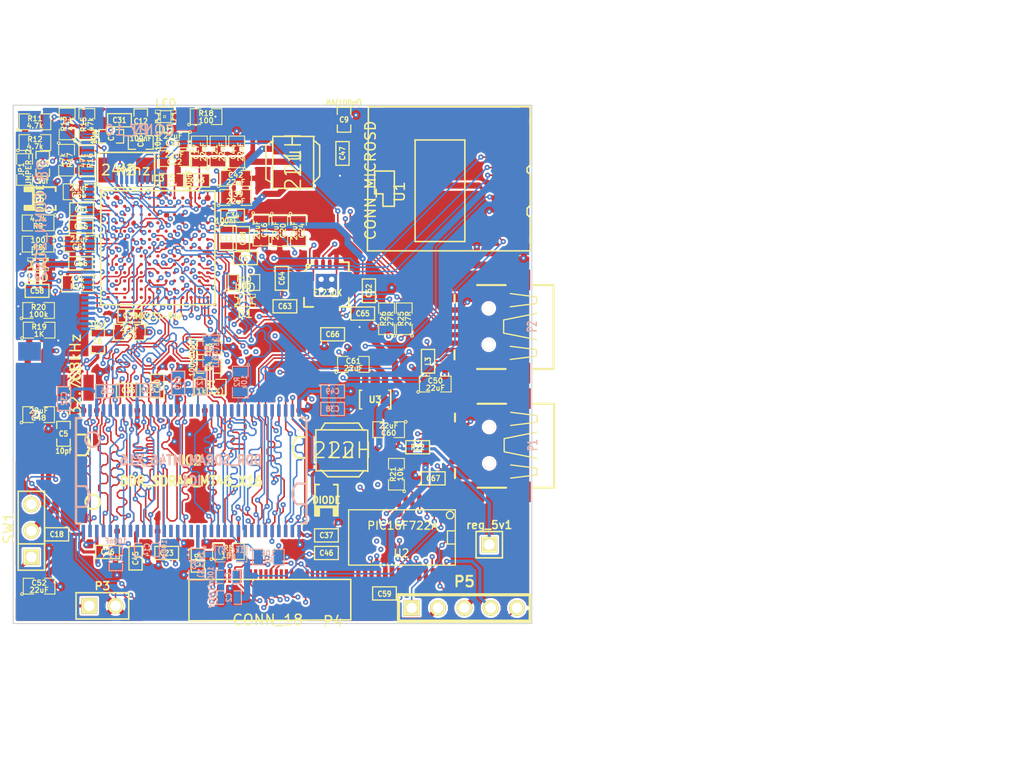
<source format=kicad_pcb>
(kicad_pcb (version 4) (host pcbnew "(2015-02-22 BZR 5442)-product")
  (layers (0 F.Cu signal) (1 Inner4.Cu power) (2 Inner3.Cu signal) (3 Inner2.Cu signal) (4 Inner1.Cu power) (31 B.Cu signal) (34 B.Paste user) (35 F.Paste user) (36 B.SilkS user) (37 F.SilkS user) (38 B.Mask user) (39 F.Mask user) (44 Edge.Cuts user))
  (net 0 "")
  (net 1 +2.5V)
  (net 2 +3.3V)
  (net 3 /Processor/SD_CLOCK)
  (net 4 /Processor/U_RX)
  (net 5 /Processor/U_TX)
  (net 6 3V3PIC)
  (net 7 5VOUT)
  (net 8 5VREG)
  (net 9 DDRA0)
  (net 10 DDRA1)
  (net 11 DDRA10)
  (net 12 DDRA11)
  (net 13 DDRA12)
  (net 14 DDRA2)
  (net 15 DDRA3)
  (net 16 DDRA4)
  (net 17 DDRA5)
  (net 18 DDRA6)
  (net 19 DDRA7)
  (net 20 DDRA8)
  (net 21 DDRA9)
  (net 22 DDR_BA0)
  (net 23 DDR_BA1)
  (net 24 DDR_CAS)
  (net 25 DDR_CE0n)
  (net 26 DDR_CE1n)
  (net 27 DDR_CKE)
  (net 28 DDR_CLK)
  (net 29 DDR_CLKn)
  (net 30 DDR_DO0)
  (net 31 DDR_DO1)
  (net 32 DDR_DO10)
  (net 33 DDR_DO11)
  (net 34 DDR_DO12)
  (net 35 DDR_DO13)
  (net 36 DDR_DO14)
  (net 37 DDR_DO15)
  (net 38 DDR_DO2)
  (net 39 DDR_DO3)
  (net 40 DDR_DO4)
  (net 41 DDR_DO5)
  (net 42 DDR_DO6)
  (net 43 DDR_DO7)
  (net 44 DDR_DO8)
  (net 45 DDR_DO9)
  (net 46 DDR_DQM0)
  (net 47 DDR_DQM1)
  (net 48 DDR_DQS0)
  (net 49 DDR_DQS1)
  (net 50 DDR_RAS)
  (net 51 DDR_WEn)
  (net 52 GND)
  (net 53 KEYBOARD_UART_RX)
  (net 54 KEYBOARD_UART_TX)
  (net 55 N-00000167)
  (net 56 N-00000169)
  (net 57 N-00000177)
  (net 58 N-00000182)
  (net 59 N-00000186)
  (net 60 N-00000187)
  (net 61 N-00000188)
  (net 62 N-00000190)
  (net 63 N-00000192)
  (net 64 N-00000193)
  (net 65 N-00000194)
  (net 66 N-00000195)
  (net 67 N-00000197)
  (net 68 N-00000201)
  (net 69 N-00000205)
  (net 70 N-0000052)
  (net 71 N-0000053)
  (net 72 N-0000062)
  (net 73 N-0000063)
  (net 74 N-0000065)
  (net 75 POWER_5V_IN)
  (net 76 PSWITCH)
  (net 77 VDD4P2)
  (net 78 VDDA)
  (net 79 VDDD)
  (net 80 VDD_BATT)
  (net 81 N-0000058)
  (net 82 N-0000059)
  (net 83 N-0000055)
  (net 84 N-0000054)
  (net 85 N-0000057)
  (net 86 N-0000044)
  (net 87 N-0000045)
  (net 88 N-0000036)
  (net 89 N-0000081)
  (net 90 N-0000085)
  (net 91 N-0000088)
  (net 92 N-0000090)
  (net 93 N-0000083)
  (net 94 N-0000067)
  (net 95 N-0000068)
  (net 96 N-0000071)
  (net 97 N-0000072)
  (net 98 N-0000073)
  (net 99 N-00000112)
  (net 100 N-00000104)
  (net 101 N-00000106)
  (net 102 N-00000107)
  (net 103 N-00000108)
  (net 104 N-00000110)
  (net 105 N-00000103)
  (net 106 N-00000120)
  (net 107 N-00000100)
  (net 108 N-0000092)
  (net 109 N-0000094)
  (net 110 N-0000097)
  (net 111 N-0000098)
  (net 112 N-0000099)
  (net 113 SPI_CMD)
  (net 114 N-00000101)
  (net 115 N-00000102)
  (net 116 N-00000118)
  (net 117 N-00000117)
  (net 118 N-0000096)
  (net 119 SPI_CLK)
  (net 120 N-00000203)
  (net 121 N-00000198)
  (net 122 N-00000199)
  (net 123 N-00000200)
  (net 124 N-00000202)
  (net 125 N-00000204)
  (net 126 N-00000180)
  (net 127 N-00000171)
  (net 128 N-00000113)
  (net 129 LCD_D3)
  (net 130 LCD_D12)
  (net 131 LCD_D10)
  (net 132 LCD_D1)
  (net 133 LCD_D14)
  (net 134 LCD_D6)
  (net 135 LCD_D8)
  (net 136 LCD_D0)
  (net 137 LCD_D4)
  (net 138 LCD_D9)
  (net 139 LCD_RS)
  (net 140 LCD_D2)
  (net 141 LCD_D13)
  (net 142 LCD_D11)
  (net 143 LCD_WR)
  (net 144 N-0000084)
  (net 145 N-0000070)
  (net 146 LCD_CS)
  (net 147 LCD_RD)
  (net 148 N-00000157)
  (net 149 SHARP_PWM)
  (net 150 LCD_RST)
  (net 151 LCD_D7)
  (net 152 LCD_D5)
  (net 153 LCD_D15)
  (net 154 N-00000183)
  (net 155 N-00000210)
  (net 156 N-0000061)
  (net 157 N-0000051)
  (net 158 N-00000160)
  (net 159 N-00000111)
  (net 160 N-00000174)
  (net 161 N-0000041)
  (net 162 N-0000029)
  (net 163 N-000007)
  (net 164 N-0000028)
  (net 165 N-00000116)
  (net 166 N-0000082)
  (net 167 N-0000095)
  (net 168 N-0000091)
  (net 169 N-00000166)
  (net 170 N-0000066)
  (net 171 N-00000191)
  (net 172 N-00000209)
  (net 173 POWER_SWITCH_2)
  (net 174 POWER_SWITCH_1)
  (net 175 N-00000176)
  (net 176 N-00000179)
  (net 177 N-00000207)
  (net 178 N-00000168)
  (net 179 N-00000164)
  (net 180 N-00000126)
  (net 181 N-00000130)
  (net 182 N-00000131)
  (net 183 N-00000137)
  (net 184 N-00000161)
  (net 185 N-0000089)
  (net 186 N-0000093)
  (net 187 N-0000087)
  (net 188 N-00000114)
  (net 189 N-00000119)
  (net 190 N-00000121)
  (net 191 N-00000122)
  (net 192 N-00000123)
  (net 193 N-00000125)
  (net 194 N-00000109)
  (net 195 N-0000064)
  (net 196 N-0000080)
  (net 197 N-00000162)
  (net 198 N-00000124)
  (net 199 N-00000138)
  (net 200 N-00000129)
  (net 201 N-00000206)
  (net 202 N-00000214)
  (net 203 N-00000212)
  (net 204 N-00000196)
  (net 205 N-00000219)
  (net 206 N-00000220)
  (net 207 N-00000221)
  (net 208 N-00000222)
  (net 209 N-00000217)
  (net 210 N-00000216)
  (net 211 N-00000127)
  (net 212 N-00000211)
  (net 213 N-00000213)
  (net 214 N-00000215)
  (net 215 N-00000133)
  (net 216 N-00000128)
  (net 217 N-00000134)
  (net 218 N-00000132)
  (net 219 N-00000135)
  (net 220 N-00000136)
  (module SM0805 (layer F.Cu) (at 49.95 48.6 90)
    (fp_text reference R21 (at 0 -0.3175 90) (layer F.SilkS) (effects (font (size 0.50038 0.50038) (thickness 0.10922))))
    (fp_text value 10k (at 0 0.381 90) (layer F.SilkS) (effects (font (size 0.50038 0.50038) (thickness 0.10922))))
    (pad 1 smd rect (at -0.9525 0 90) (size 0.889 1.397) (layers F.Cu F.Paste F.Mask) (net 172 N-00000209))
    (pad 2 smd rect (at 0.9525 0 90) (size 0.889 1.397) (layers F.Cu F.Paste F.Mask) (net 6 3V3PIC))
  )
  (module TSOP66_JEDEC_DDR_SDRAM (layer F.Cu) (at 30.175 48.275)
    (fp_text reference IC2 (at 0 -1.00076) (layer F.SilkS) (effects (font (size 0.9144 0.8128) (thickness 0.2032))))
    (fp_text value DDR_SDRAM_MT46_X16 (at 0 1.00076) (layer F.SilkS) (effects (font (size 0.9144 0.8128) (thickness 0.2032))))
    (pad 1 smd rect (at -10.40384 5.8166) (size 0.32004 1.1684) (layers F.Cu F.Paste F.Mask) (net 1 +2.5V))
    (pad 66 smd rect (at -10.40384 -5.8166) (size 0.32004 1.1684) (layers F.Cu F.Paste F.Mask) (net 52 GND))
    (pad 2 smd rect (at -9.7536 5.8166) (size 0.32004 1.1684) (layers F.Cu F.Paste F.Mask) (net 30 DDR_DO0))
    (pad 65 smd rect (at -9.7536 -5.8166) (size 0.32004 1.1684) (layers F.Cu F.Paste F.Mask) (net 37 DDR_DO15))
    (pad 3 smd rect (at -9.10336 5.8166) (size 0.32004 1.1684) (layers F.Cu F.Paste F.Mask) (net 1 +2.5V))
    (pad 64 smd rect (at -9.10336 -5.8166) (size 0.32004 1.1684) (layers F.Cu F.Paste F.Mask) (net 52 GND))
    (pad 4 smd rect (at -8.45312 5.8166) (size 0.32004 1.1684) (layers F.Cu F.Paste F.Mask) (net 31 DDR_DO1))
    (pad 63 smd rect (at -8.45312 -5.8166) (size 0.32004 1.1684) (layers F.Cu F.Paste F.Mask) (net 36 DDR_DO14))
    (pad 5 smd rect (at -7.80288 5.8166) (size 0.32004 1.1684) (layers F.Cu F.Paste F.Mask) (net 38 DDR_DO2))
    (pad 62 smd rect (at -7.80288 -5.8166) (size 0.32004 1.1684) (layers F.Cu F.Paste F.Mask) (net 35 DDR_DO13))
    (pad 6 smd rect (at -7.15264 5.8166) (size 0.32004 1.1684) (layers F.Cu F.Paste F.Mask) (net 52 GND))
    (pad 61 smd rect (at -7.15264 -5.8166) (size 0.32004 1.1684) (layers F.Cu F.Paste F.Mask) (net 1 +2.5V))
    (pad 7 smd rect (at -6.5024 5.8166) (size 0.32004 1.1684) (layers F.Cu F.Paste F.Mask) (net 39 DDR_DO3))
    (pad 60 smd rect (at -6.5024 -5.8166) (size 0.32004 1.1684) (layers F.Cu F.Paste F.Mask) (net 34 DDR_DO12))
    (pad 8 smd rect (at -5.85216 5.8166) (size 0.32004 1.1684) (layers F.Cu F.Paste F.Mask) (net 40 DDR_DO4))
    (pad 59 smd rect (at -5.85216 -5.8166) (size 0.32004 1.1684) (layers F.Cu F.Paste F.Mask) (net 33 DDR_DO11))
    (pad 9 smd rect (at -5.20192 5.8166) (size 0.32004 1.1684) (layers F.Cu F.Paste F.Mask) (net 1 +2.5V))
    (pad 58 smd rect (at -5.20192 -5.8166) (size 0.32004 1.1684) (layers F.Cu F.Paste F.Mask) (net 52 GND))
    (pad 10 smd rect (at -4.55168 5.8166) (size 0.32004 1.1684) (layers F.Cu F.Paste F.Mask) (net 41 DDR_DO5))
    (pad 57 smd rect (at -4.55168 -5.8166) (size 0.32004 1.1684) (layers F.Cu F.Paste F.Mask) (net 32 DDR_DO10))
    (pad 11 smd rect (at -3.90144 5.8166) (size 0.32004 1.1684) (layers F.Cu F.Paste F.Mask) (net 42 DDR_DO6))
    (pad 56 smd rect (at -3.90144 -5.8166) (size 0.32004 1.1684) (layers F.Cu F.Paste F.Mask) (net 45 DDR_DO9))
    (pad 12 smd rect (at -3.2512 5.8166) (size 0.32004 1.1684) (layers F.Cu F.Paste F.Mask) (net 52 GND))
    (pad 55 smd rect (at -3.2512 -5.8166) (size 0.32004 1.1684) (layers F.Cu F.Paste F.Mask) (net 1 +2.5V))
    (pad 13 smd rect (at -2.60096 5.8166) (size 0.32004 1.1684) (layers F.Cu F.Paste F.Mask) (net 43 DDR_DO7))
    (pad 54 smd rect (at -2.60096 -5.8166) (size 0.32004 1.1684) (layers F.Cu F.Paste F.Mask) (net 44 DDR_DO8))
    (pad 14 smd rect (at -1.95072 5.8166) (size 0.32004 1.1684) (layers F.Cu F.Paste F.Mask) (net 161 N-0000041))
    (pad 53 smd rect (at -1.95072 -5.8166) (size 0.32004 1.1684) (layers F.Cu F.Paste F.Mask) (net 87 N-0000045))
    (pad 15 smd rect (at -1.30048 5.8166) (size 0.32004 1.1684) (layers F.Cu F.Paste F.Mask) (net 1 +2.5V))
    (pad 52 smd rect (at -1.30048 -5.8166) (size 0.32004 1.1684) (layers F.Cu F.Paste F.Mask) (net 52 GND))
    (pad 16 smd rect (at -0.65024 5.8166) (size 0.32004 1.1684) (layers F.Cu F.Paste F.Mask) (net 48 DDR_DQS0))
    (pad 51 smd rect (at -0.65024 -5.8166) (size 0.32004 1.1684) (layers F.Cu F.Paste F.Mask) (net 49 DDR_DQS1))
    (pad 17 smd rect (at 0 5.8166) (size 0.32004 1.1684) (layers F.Cu F.Paste F.Mask) (net 88 N-0000036))
    (pad 50 smd rect (at 0 -5.8166) (size 0.32004 1.1684) (layers F.Cu F.Paste F.Mask) (net 162 N-0000029))
    (pad 18 smd rect (at 0.65024 5.8166) (size 0.32004 1.1684) (layers F.Cu F.Paste F.Mask) (net 1 +2.5V))
    (pad 49 smd rect (at 0.65024 -5.8166) (size 0.32004 1.1684) (layers F.Cu F.Paste F.Mask) (net 157 N-0000051))
    (pad 19 smd rect (at 1.30048 5.8166) (size 0.32004 1.1684) (layers F.Cu F.Paste F.Mask) (net 163 N-000007))
    (pad 48 smd rect (at 1.30048 -5.8166) (size 0.32004 1.1684) (layers F.Cu F.Paste F.Mask) (net 52 GND))
    (pad 20 smd rect (at 1.95072 5.8166) (size 0.32004 1.1684) (layers F.Cu F.Paste F.Mask) (net 46 DDR_DQM0))
    (pad 47 smd rect (at 1.95072 -5.8166) (size 0.32004 1.1684) (layers F.Cu F.Paste F.Mask) (net 47 DDR_DQM1))
    (pad 21 smd rect (at 2.60096 5.8166) (size 0.32004 1.1684) (layers F.Cu F.Paste F.Mask) (net 51 DDR_WEn))
    (pad 46 smd rect (at 2.60096 -5.8166) (size 0.32004 1.1684) (layers F.Cu F.Paste F.Mask) (net 29 DDR_CLKn))
    (pad 22 smd rect (at 3.2512 5.8166) (size 0.32004 1.1684) (layers F.Cu F.Paste F.Mask) (net 24 DDR_CAS))
    (pad 45 smd rect (at 3.2512 -5.8166) (size 0.32004 1.1684) (layers F.Cu F.Paste F.Mask) (net 28 DDR_CLK))
    (pad 23 smd rect (at 3.90144 5.8166) (size 0.32004 1.1684) (layers F.Cu F.Paste F.Mask) (net 50 DDR_RAS))
    (pad 44 smd rect (at 3.90144 -5.8166) (size 0.32004 1.1684) (layers F.Cu F.Paste F.Mask) (net 27 DDR_CKE))
    (pad 24 smd rect (at 4.55168 5.8166) (size 0.32004 1.1684) (layers F.Cu F.Paste F.Mask) (net 25 DDR_CE0n))
    (pad 43 smd rect (at 4.55168 -5.8166) (size 0.32004 1.1684) (layers F.Cu F.Paste F.Mask) (net 164 N-0000028))
    (pad 25 smd rect (at 5.20192 5.8166) (size 0.32004 1.1684) (layers F.Cu F.Paste F.Mask) (net 86 N-0000044))
    (pad 42 smd rect (at 5.20192 -5.8166) (size 0.32004 1.1684) (layers F.Cu F.Paste F.Mask) (net 13 DDRA12))
    (pad 26 smd rect (at 5.85216 5.8166) (size 0.32004 1.1684) (layers F.Cu F.Paste F.Mask) (net 22 DDR_BA0))
    (pad 41 smd rect (at 5.85216 -5.8166) (size 0.32004 1.1684) (layers F.Cu F.Paste F.Mask) (net 12 DDRA11))
    (pad 27 smd rect (at 6.5024 5.8166) (size 0.32004 1.1684) (layers F.Cu F.Paste F.Mask) (net 23 DDR_BA1))
    (pad 40 smd rect (at 6.5024 -5.8166) (size 0.32004 1.1684) (layers F.Cu F.Paste F.Mask) (net 21 DDRA9))
    (pad 28 smd rect (at 7.15264 5.8166) (size 0.32004 1.1684) (layers F.Cu F.Paste F.Mask) (net 11 DDRA10))
    (pad 39 smd rect (at 7.15264 -5.8166) (size 0.32004 1.1684) (layers F.Cu F.Paste F.Mask) (net 20 DDRA8))
    (pad 29 smd rect (at 7.80288 5.8166) (size 0.32004 1.1684) (layers F.Cu F.Paste F.Mask) (net 9 DDRA0))
    (pad 38 smd rect (at 7.80288 -5.8166) (size 0.32004 1.1684) (layers F.Cu F.Paste F.Mask) (net 19 DDRA7))
    (pad 30 smd rect (at 8.45312 5.8166) (size 0.32004 1.1684) (layers F.Cu F.Paste F.Mask) (net 10 DDRA1))
    (pad 37 smd rect (at 8.45312 -5.8166) (size 0.32004 1.1684) (layers F.Cu F.Paste F.Mask) (net 18 DDRA6))
    (pad 31 smd rect (at 9.10336 5.8166) (size 0.32004 1.1684) (layers F.Cu F.Paste F.Mask) (net 14 DDRA2))
    (pad 36 smd rect (at 9.10336 -5.8166) (size 0.32004 1.1684) (layers F.Cu F.Paste F.Mask) (net 17 DDRA5))
    (pad 32 smd rect (at 9.7536 5.8166) (size 0.32004 1.1684) (layers F.Cu F.Paste F.Mask) (net 15 DDRA3))
    (pad 35 smd rect (at 9.7536 -5.8166) (size 0.32004 1.1684) (layers F.Cu F.Paste F.Mask) (net 16 DDRA4))
    (pad 33 smd rect (at 10.40384 5.8166) (size 0.32004 1.1684) (layers F.Cu F.Paste F.Mask) (net 1 +2.5V))
    (pad 34 smd rect (at 10.40384 -5.8166) (size 0.32004 1.1684) (layers F.Cu F.Paste F.Mask) (net 52 GND))
  )
  (module TSOP66_JEDEC_DDR_SDRAM (layer B.Cu) (at 30.15 48.25)
    (fp_text reference IC1 (at 0 1.00076) (layer B.SilkS) (effects (font (size 0.9144 0.8128) (thickness 0.2032)) (justify mirror)))
    (fp_text value DDR_SDRAM_MT46_X16 (at 0 -1.00076) (layer B.SilkS) (effects (font (size 0.9144 0.8128) (thickness 0.2032)) (justify mirror)))
    (pad 1 smd rect (at -10.40384 -5.8166) (size 0.32004 1.1684) (layers B.Cu B.Paste B.Mask) (net 1 +2.5V))
    (pad 66 smd rect (at -10.40384 5.8166) (size 0.32004 1.1684) (layers B.Cu B.Paste B.Mask) (net 52 GND))
    (pad 2 smd rect (at -9.7536 -5.8166) (size 0.32004 1.1684) (layers B.Cu B.Paste B.Mask) (net 30 DDR_DO0))
    (pad 65 smd rect (at -9.7536 5.8166) (size 0.32004 1.1684) (layers B.Cu B.Paste B.Mask) (net 37 DDR_DO15))
    (pad 3 smd rect (at -9.10336 -5.8166) (size 0.32004 1.1684) (layers B.Cu B.Paste B.Mask) (net 1 +2.5V))
    (pad 64 smd rect (at -9.10336 5.8166) (size 0.32004 1.1684) (layers B.Cu B.Paste B.Mask) (net 52 GND))
    (pad 4 smd rect (at -8.45312 -5.8166) (size 0.32004 1.1684) (layers B.Cu B.Paste B.Mask) (net 31 DDR_DO1))
    (pad 63 smd rect (at -8.45312 5.8166) (size 0.32004 1.1684) (layers B.Cu B.Paste B.Mask) (net 36 DDR_DO14))
    (pad 5 smd rect (at -7.80288 -5.8166) (size 0.32004 1.1684) (layers B.Cu B.Paste B.Mask) (net 38 DDR_DO2))
    (pad 62 smd rect (at -7.80288 5.8166) (size 0.32004 1.1684) (layers B.Cu B.Paste B.Mask) (net 35 DDR_DO13))
    (pad 6 smd rect (at -7.15264 -5.8166) (size 0.32004 1.1684) (layers B.Cu B.Paste B.Mask) (net 52 GND))
    (pad 61 smd rect (at -7.15264 5.8166) (size 0.32004 1.1684) (layers B.Cu B.Paste B.Mask) (net 1 +2.5V))
    (pad 7 smd rect (at -6.5024 -5.8166) (size 0.32004 1.1684) (layers B.Cu B.Paste B.Mask) (net 39 DDR_DO3))
    (pad 60 smd rect (at -6.5024 5.8166) (size 0.32004 1.1684) (layers B.Cu B.Paste B.Mask) (net 34 DDR_DO12))
    (pad 8 smd rect (at -5.85216 -5.8166) (size 0.32004 1.1684) (layers B.Cu B.Paste B.Mask) (net 40 DDR_DO4))
    (pad 59 smd rect (at -5.85216 5.8166) (size 0.32004 1.1684) (layers B.Cu B.Paste B.Mask) (net 33 DDR_DO11))
    (pad 9 smd rect (at -5.20192 -5.8166) (size 0.32004 1.1684) (layers B.Cu B.Paste B.Mask) (net 1 +2.5V))
    (pad 58 smd rect (at -5.20192 5.8166) (size 0.32004 1.1684) (layers B.Cu B.Paste B.Mask) (net 52 GND))
    (pad 10 smd rect (at -4.55168 -5.8166) (size 0.32004 1.1684) (layers B.Cu B.Paste B.Mask) (net 41 DDR_DO5))
    (pad 57 smd rect (at -4.55168 5.8166) (size 0.32004 1.1684) (layers B.Cu B.Paste B.Mask) (net 32 DDR_DO10))
    (pad 11 smd rect (at -3.90144 -5.8166) (size 0.32004 1.1684) (layers B.Cu B.Paste B.Mask) (net 42 DDR_DO6))
    (pad 56 smd rect (at -3.90144 5.8166) (size 0.32004 1.1684) (layers B.Cu B.Paste B.Mask) (net 45 DDR_DO9))
    (pad 12 smd rect (at -3.2512 -5.8166) (size 0.32004 1.1684) (layers B.Cu B.Paste B.Mask) (net 52 GND))
    (pad 55 smd rect (at -3.2512 5.8166) (size 0.32004 1.1684) (layers B.Cu B.Paste B.Mask) (net 1 +2.5V))
    (pad 13 smd rect (at -2.60096 -5.8166) (size 0.32004 1.1684) (layers B.Cu B.Paste B.Mask) (net 43 DDR_DO7))
    (pad 54 smd rect (at -2.60096 5.8166) (size 0.32004 1.1684) (layers B.Cu B.Paste B.Mask) (net 44 DDR_DO8))
    (pad 14 smd rect (at -1.95072 -5.8166) (size 0.32004 1.1684) (layers B.Cu B.Paste B.Mask) (net 85 N-0000057))
    (pad 53 smd rect (at -1.95072 5.8166) (size 0.32004 1.1684) (layers B.Cu B.Paste B.Mask) (net 81 N-0000058))
    (pad 15 smd rect (at -1.30048 -5.8166) (size 0.32004 1.1684) (layers B.Cu B.Paste B.Mask) (net 1 +2.5V))
    (pad 52 smd rect (at -1.30048 5.8166) (size 0.32004 1.1684) (layers B.Cu B.Paste B.Mask) (net 52 GND))
    (pad 16 smd rect (at -0.65024 -5.8166) (size 0.32004 1.1684) (layers B.Cu B.Paste B.Mask) (net 48 DDR_DQS0))
    (pad 51 smd rect (at -0.65024 5.8166) (size 0.32004 1.1684) (layers B.Cu B.Paste B.Mask) (net 49 DDR_DQS1))
    (pad 17 smd rect (at 0 -5.8166) (size 0.32004 1.1684) (layers B.Cu B.Paste B.Mask) (net 83 N-0000055))
    (pad 50 smd rect (at 0 5.8166) (size 0.32004 1.1684) (layers B.Cu B.Paste B.Mask) (net 71 N-0000053))
    (pad 18 smd rect (at 0.65024 -5.8166) (size 0.32004 1.1684) (layers B.Cu B.Paste B.Mask) (net 1 +2.5V))
    (pad 49 smd rect (at 0.65024 5.8166) (size 0.32004 1.1684) (layers B.Cu B.Paste B.Mask) (net 156 N-0000061))
    (pad 19 smd rect (at 1.30048 -5.8166) (size 0.32004 1.1684) (layers B.Cu B.Paste B.Mask) (net 70 N-0000052))
    (pad 48 smd rect (at 1.30048 5.8166) (size 0.32004 1.1684) (layers B.Cu B.Paste B.Mask) (net 52 GND))
    (pad 20 smd rect (at 1.95072 -5.8166) (size 0.32004 1.1684) (layers B.Cu B.Paste B.Mask) (net 46 DDR_DQM0))
    (pad 47 smd rect (at 1.95072 5.8166) (size 0.32004 1.1684) (layers B.Cu B.Paste B.Mask) (net 47 DDR_DQM1))
    (pad 21 smd rect (at 2.60096 -5.8166) (size 0.32004 1.1684) (layers B.Cu B.Paste B.Mask) (net 51 DDR_WEn))
    (pad 46 smd rect (at 2.60096 5.8166) (size 0.32004 1.1684) (layers B.Cu B.Paste B.Mask) (net 29 DDR_CLKn))
    (pad 22 smd rect (at 3.2512 -5.8166) (size 0.32004 1.1684) (layers B.Cu B.Paste B.Mask) (net 24 DDR_CAS))
    (pad 45 smd rect (at 3.2512 5.8166) (size 0.32004 1.1684) (layers B.Cu B.Paste B.Mask) (net 28 DDR_CLK))
    (pad 23 smd rect (at 3.90144 -5.8166) (size 0.32004 1.1684) (layers B.Cu B.Paste B.Mask) (net 50 DDR_RAS))
    (pad 44 smd rect (at 3.90144 5.8166) (size 0.32004 1.1684) (layers B.Cu B.Paste B.Mask) (net 27 DDR_CKE))
    (pad 24 smd rect (at 4.55168 -5.8166) (size 0.32004 1.1684) (layers B.Cu B.Paste B.Mask) (net 26 DDR_CE1n))
    (pad 43 smd rect (at 4.55168 5.8166) (size 0.32004 1.1684) (layers B.Cu B.Paste B.Mask) (net 82 N-0000059))
    (pad 25 smd rect (at 5.20192 -5.8166) (size 0.32004 1.1684) (layers B.Cu B.Paste B.Mask) (net 84 N-0000054))
    (pad 42 smd rect (at 5.20192 5.8166) (size 0.32004 1.1684) (layers B.Cu B.Paste B.Mask) (net 13 DDRA12))
    (pad 26 smd rect (at 5.85216 -5.8166) (size 0.32004 1.1684) (layers B.Cu B.Paste B.Mask) (net 22 DDR_BA0))
    (pad 41 smd rect (at 5.85216 5.8166) (size 0.32004 1.1684) (layers B.Cu B.Paste B.Mask) (net 12 DDRA11))
    (pad 27 smd rect (at 6.5024 -5.8166) (size 0.32004 1.1684) (layers B.Cu B.Paste B.Mask) (net 23 DDR_BA1))
    (pad 40 smd rect (at 6.5024 5.8166) (size 0.32004 1.1684) (layers B.Cu B.Paste B.Mask) (net 21 DDRA9))
    (pad 28 smd rect (at 7.15264 -5.8166) (size 0.32004 1.1684) (layers B.Cu B.Paste B.Mask) (net 11 DDRA10))
    (pad 39 smd rect (at 7.15264 5.8166) (size 0.32004 1.1684) (layers B.Cu B.Paste B.Mask) (net 20 DDRA8))
    (pad 29 smd rect (at 7.80288 -5.8166) (size 0.32004 1.1684) (layers B.Cu B.Paste B.Mask) (net 9 DDRA0))
    (pad 38 smd rect (at 7.80288 5.8166) (size 0.32004 1.1684) (layers B.Cu B.Paste B.Mask) (net 19 DDRA7))
    (pad 30 smd rect (at 8.45312 -5.8166) (size 0.32004 1.1684) (layers B.Cu B.Paste B.Mask) (net 10 DDRA1))
    (pad 37 smd rect (at 8.45312 5.8166) (size 0.32004 1.1684) (layers B.Cu B.Paste B.Mask) (net 18 DDRA6))
    (pad 31 smd rect (at 9.10336 -5.8166) (size 0.32004 1.1684) (layers B.Cu B.Paste B.Mask) (net 14 DDRA2))
    (pad 36 smd rect (at 9.10336 5.8166) (size 0.32004 1.1684) (layers B.Cu B.Paste B.Mask) (net 17 DDRA5))
    (pad 32 smd rect (at 9.7536 -5.8166) (size 0.32004 1.1684) (layers B.Cu B.Paste B.Mask) (net 15 DDRA3))
    (pad 35 smd rect (at 9.7536 5.8166) (size 0.32004 1.1684) (layers B.Cu B.Paste B.Mask) (net 16 DDRA4))
    (pad 33 smd rect (at 10.40384 -5.8166) (size 0.32004 1.1684) (layers B.Cu B.Paste B.Mask) (net 1 +2.5V))
    (pad 34 smd rect (at 10.40384 5.8166) (size 0.32004 1.1684) (layers B.Cu B.Paste B.Mask) (net 52 GND))
  )
  (module SM0805 (layer F.Cu) (at 15.1 14.6)
    (fp_text reference R11 (at 0 -0.3175) (layer F.SilkS) (effects (font (size 0.50038 0.50038) (thickness 0.10922))))
    (fp_text value 4.7k (at 0 0.381) (layer F.SilkS) (effects (font (size 0.50038 0.50038) (thickness 0.10922))))
    (pad 1 smd rect (at -0.9525 0) (size 0.889 1.397) (layers F.Cu F.Paste F.Mask) (net 199 N-00000138))
    (pad 2 smd rect (at 0.9525 0) (size 0.889 1.397) (layers F.Cu F.Paste F.Mask) (net 136 LCD_D0))
  )
  (module SM0805 (layer F.Cu) (at 36.9 25.05 270)
    (fp_text reference C16 (at 0 -0.3175 270) (layer F.SilkS) (effects (font (size 0.50038 0.50038) (thickness 0.10922))))
    (fp_text value 22uF (at 0 0.381 270) (layer F.SilkS) (effects (font (size 0.50038 0.50038) (thickness 0.10922))))
    (pad 1 smd rect (at -0.9525 0 270) (size 0.889 1.397) (layers F.Cu F.Paste F.Mask) (net 79 VDDD))
    (pad 2 smd rect (at 0.9525 0 270) (size 0.889 1.397) (layers F.Cu F.Paste F.Mask) (net 52 GND))
  )
  (module SM0805 (layer F.Cu) (at 32.75 17.5 90)
    (fp_text reference C21 (at 0 -0.3175 90) (layer F.SilkS) (effects (font (size 0.50038 0.50038) (thickness 0.10922))))
    (fp_text value 22uF (at 0 0.381 90) (layer F.SilkS) (effects (font (size 0.50038 0.50038) (thickness 0.10922))))
    (pad 1 smd rect (at -0.9525 0 90) (size 0.889 1.397) (layers F.Cu F.Paste F.Mask) (net 78 VDDA))
    (pad 2 smd rect (at 0.9525 0 90) (size 0.889 1.397) (layers F.Cu F.Paste F.Mask) (net 52 GND))
  )
  (module SM0805 (layer F.Cu) (at 30.95 17.5 90)
    (fp_text reference C17 (at 0 -0.3175 90) (layer F.SilkS) (effects (font (size 0.50038 0.50038) (thickness 0.10922))))
    (fp_text value 22uF (at 0 0.381 90) (layer F.SilkS) (effects (font (size 0.50038 0.50038) (thickness 0.10922))))
    (pad 1 smd rect (at -0.9525 0 90) (size 0.889 1.397) (layers F.Cu F.Paste F.Mask) (net 78 VDDA))
    (pad 2 smd rect (at 0.9525 0 90) (size 0.889 1.397) (layers F.Cu F.Paste F.Mask) (net 52 GND))
  )
  (module SM0805 (layer F.Cu) (at 19.4 26.35 180)
    (fp_text reference C51 (at 0 -0.3175 180) (layer F.SilkS) (effects (font (size 0.50038 0.50038) (thickness 0.10922))))
    (fp_text value 22uF (at 0 0.381 180) (layer F.SilkS) (effects (font (size 0.50038 0.50038) (thickness 0.10922))))
    (pad 1 smd rect (at -0.9525 0 180) (size 0.889 1.397) (layers F.Cu F.Paste F.Mask) (net 2 +3.3V))
    (pad 2 smd rect (at 0.9525 0 180) (size 0.889 1.397) (layers F.Cu F.Paste F.Mask) (net 52 GND))
  )
  (module SM0805 (layer F.Cu) (at 15.4 26.4 180)
    (fp_text reference R8 (at 0 -0.3175 180) (layer F.SilkS) (effects (font (size 0.50038 0.50038) (thickness 0.10922))))
    (fp_text value 100 (at 0 0.381 180) (layer F.SilkS) (effects (font (size 0.50038 0.50038) (thickness 0.10922))))
    (pad 1 smd rect (at -0.9525 0 180) (size 0.889 1.397) (layers F.Cu F.Paste F.Mask) (net 5 /Processor/U_TX))
    (pad 2 smd rect (at 0.9525 0 180) (size 0.889 1.397) (layers F.Cu F.Paste F.Mask) (net 127 N-00000171))
  )
  (module SM0805 (layer F.Cu) (at 40.5 25.1 270)
    (fp_text reference C24 (at 0 -0.3175 270) (layer F.SilkS) (effects (font (size 0.50038 0.50038) (thickness 0.10922))))
    (fp_text value 22uF (at 0 0.381 270) (layer F.SilkS) (effects (font (size 0.50038 0.50038) (thickness 0.10922))))
    (pad 1 smd rect (at -0.9525 0 270) (size 0.889 1.397) (layers F.Cu F.Paste F.Mask) (net 79 VDDD))
    (pad 2 smd rect (at 0.9525 0 270) (size 0.889 1.397) (layers F.Cu F.Paste F.Mask) (net 52 GND))
  )
  (module SM0805 (layer F.Cu) (at 15.4 24.35 180)
    (fp_text reference R9 (at 0 -0.3175 180) (layer F.SilkS) (effects (font (size 0.50038 0.50038) (thickness 0.10922))))
    (fp_text value 4.7k (at 0 0.381 180) (layer F.SilkS) (effects (font (size 0.50038 0.50038) (thickness 0.10922))))
    (pad 1 smd rect (at -0.9525 0 180) (size 0.889 1.397) (layers F.Cu F.Paste F.Mask) (net 4 /Processor/U_RX))
    (pad 2 smd rect (at 0.9525 0 180) (size 0.889 1.397) (layers F.Cu F.Paste F.Mask) (net 2 +3.3V))
  )
  (module SM0805 (layer F.Cu) (at 19.2 30.2 180)
    (fp_text reference R14 (at 0 -0.3175 180) (layer F.SilkS) (effects (font (size 0.50038 0.50038) (thickness 0.10922))))
    (fp_text value 47k (at 0 0.381 180) (layer F.SilkS) (effects (font (size 0.50038 0.50038) (thickness 0.10922))))
    (pad 1 smd rect (at -0.9525 0 180) (size 0.889 1.397) (layers F.Cu F.Paste F.Mask) (net 139 LCD_RS))
    (pad 2 smd rect (at 0.9525 0 180) (size 0.889 1.397) (layers F.Cu F.Paste F.Mask) (net 2 +3.3V))
  )
  (module SM0805 (layer F.Cu) (at 34.55 17.5 90)
    (fp_text reference C44 (at 0 -0.3175 90) (layer F.SilkS) (effects (font (size 0.50038 0.50038) (thickness 0.10922))))
    (fp_text value 22uF (at 0 0.381 90) (layer F.SilkS) (effects (font (size 0.50038 0.50038) (thickness 0.10922))))
    (pad 1 smd rect (at -0.9525 0 90) (size 0.889 1.397) (layers F.Cu F.Paste F.Mask) (net 2 +3.3V))
    (pad 2 smd rect (at 0.9525 0 90) (size 0.889 1.397) (layers F.Cu F.Paste F.Mask) (net 52 GND))
  )
  (module SM0805 (layer F.Cu) (at 35.25 30.1)
    (fp_text reference R10 (at 0 -0.3175) (layer F.SilkS) (effects (font (size 0.50038 0.50038) (thickness 0.10922))))
    (fp_text value 100 (at 0 0.381) (layer F.SilkS) (effects (font (size 0.50038 0.50038) (thickness 0.10922))))
    (pad 1 smd rect (at -0.9525 0) (size 0.889 1.397) (layers F.Cu F.Paste F.Mask) (net 73 N-0000063))
    (pad 2 smd rect (at 0.9525 0) (size 0.889 1.397) (layers F.Cu F.Paste F.Mask) (net 154 N-00000183))
  )
  (module SM0805 (layer F.Cu) (at 15.1 16.6)
    (fp_text reference R12 (at 0 -0.3175) (layer F.SilkS) (effects (font (size 0.50038 0.50038) (thickness 0.10922))))
    (fp_text value 4.7k (at 0 0.381) (layer F.SilkS) (effects (font (size 0.50038 0.50038) (thickness 0.10922))))
    (pad 1 smd rect (at -0.9525 0) (size 0.889 1.397) (layers F.Cu F.Paste F.Mask) (net 199 N-00000138))
    (pad 2 smd rect (at 0.9525 0) (size 0.889 1.397) (layers F.Cu F.Paste F.Mask) (net 129 LCD_D3))
  )
  (module SM0805 (layer F.Cu) (at 18.2 14.8 90)
    (fp_text reference R13 (at 0 -0.3175 90) (layer F.SilkS) (effects (font (size 0.50038 0.50038) (thickness 0.10922))))
    (fp_text value 47k (at 0 0.381 90) (layer F.SilkS) (effects (font (size 0.50038 0.50038) (thickness 0.10922))))
    (pad 1 smd rect (at -0.9525 0 90) (size 0.889 1.397) (layers F.Cu F.Paste F.Mask) (net 136 LCD_D0))
    (pad 2 smd rect (at 0.9525 0 90) (size 0.889 1.397) (layers F.Cu F.Paste F.Mask) (net 52 GND))
  )
  (module SM0805 (layer F.Cu) (at 20.1 14.85 90)
    (fp_text reference R15 (at 0 -0.3175 90) (layer F.SilkS) (effects (font (size 0.50038 0.50038) (thickness 0.10922))))
    (fp_text value 47k (at 0 0.381 90) (layer F.SilkS) (effects (font (size 0.50038 0.50038) (thickness 0.10922))))
    (pad 1 smd rect (at -0.9525 0 90) (size 0.889 1.397) (layers F.Cu F.Paste F.Mask) (net 132 LCD_D1))
    (pad 2 smd rect (at 0.9525 0 90) (size 0.889 1.397) (layers F.Cu F.Paste F.Mask) (net 52 GND))
  )
  (module SM0805 (layer F.Cu) (at 20.1 18.35 270)
    (fp_text reference R16 (at 0 -0.3175 270) (layer F.SilkS) (effects (font (size 0.50038 0.50038) (thickness 0.10922))))
    (fp_text value 47k (at 0 0.381 270) (layer F.SilkS) (effects (font (size 0.50038 0.50038) (thickness 0.10922))))
    (pad 1 smd rect (at -0.9525 0 270) (size 0.889 1.397) (layers F.Cu F.Paste F.Mask) (net 140 LCD_D2))
    (pad 2 smd rect (at 0.9525 0 270) (size 0.889 1.397) (layers F.Cu F.Paste F.Mask) (net 52 GND))
  )
  (module SM0805 (layer F.Cu) (at 18.15 18.3 270)
    (fp_text reference R17 (at 0 -0.3175 270) (layer F.SilkS) (effects (font (size 0.50038 0.50038) (thickness 0.10922))))
    (fp_text value 47k (at 0 0.381 270) (layer F.SilkS) (effects (font (size 0.50038 0.50038) (thickness 0.10922))))
    (pad 1 smd rect (at -0.9525 0 270) (size 0.889 1.397) (layers F.Cu F.Paste F.Mask) (net 129 LCD_D3))
    (pad 2 smd rect (at 0.9525 0 270) (size 0.889 1.397) (layers F.Cu F.Paste F.Mask) (net 52 GND))
  )
  (module SM0805 (layer F.Cu) (at 31.6 14.1)
    (fp_text reference R18 (at 0 -0.3175) (layer F.SilkS) (effects (font (size 0.50038 0.50038) (thickness 0.10922))))
    (fp_text value 100 (at 0 0.381) (layer F.SilkS) (effects (font (size 0.50038 0.50038) (thickness 0.10922))))
    (pad 1 smd rect (at -0.9525 0) (size 0.889 1.397) (layers F.Cu F.Paste F.Mask) (net 62 N-00000190))
    (pad 2 smd rect (at 0.9525 0) (size 0.889 1.397) (layers F.Cu F.Paste F.Mask) (net 2 +3.3V))
  )
  (module SM0805 (layer F.Cu) (at 15.45 32.8)
    (fp_text reference R20 (at 0 -0.3175) (layer F.SilkS) (effects (font (size 0.50038 0.50038) (thickness 0.10922))))
    (fp_text value 100k (at 0 0.381) (layer F.SilkS) (effects (font (size 0.50038 0.50038) (thickness 0.10922))))
    (pad 1 smd rect (at -0.9525 0) (size 0.889 1.397) (layers F.Cu F.Paste F.Mask) (net 174 POWER_SWITCH_1))
    (pad 2 smd rect (at 0.9525 0) (size 0.889 1.397) (layers F.Cu F.Paste F.Mask) (net 52 GND))
  )
  (module SM0805 (layer F.Cu) (at 15.5 34.7)
    (fp_text reference R19 (at 0 -0.3175) (layer F.SilkS) (effects (font (size 0.50038 0.50038) (thickness 0.10922))))
    (fp_text value 1K (at 0 0.381) (layer F.SilkS) (effects (font (size 0.50038 0.50038) (thickness 0.10922))))
    (pad 1 smd rect (at -0.9525 0) (size 0.889 1.397) (layers F.Cu F.Paste F.Mask) (net 174 POWER_SWITCH_1))
    (pad 2 smd rect (at 0.9525 0) (size 0.889 1.397) (layers F.Cu F.Paste F.Mask) (net 76 PSWITCH))
  )
  (module SM0805 (layer F.Cu) (at 19.35 21.35 180)
    (fp_text reference C54 (at 0 -0.3175 180) (layer F.SilkS) (effects (font (size 0.50038 0.50038) (thickness 0.10922))))
    (fp_text value 22uF (at 0 0.381 180) (layer F.SilkS) (effects (font (size 0.50038 0.50038) (thickness 0.10922))))
    (pad 1 smd rect (at -0.9525 0 180) (size 0.889 1.397) (layers F.Cu F.Paste F.Mask) (net 80 VDD_BATT))
    (pad 2 smd rect (at 0.9525 0 180) (size 0.889 1.397) (layers F.Cu F.Paste F.Mask) (net 52 GND))
  )
  (module SM0805 (layer B.Cu) (at 34 56.3)
    (fp_text reference R4 (at 0 0.3175) (layer B.SilkS) (effects (font (size 0.50038 0.50038) (thickness 0.10922)) (justify mirror)))
    (fp_text value "1k(1%)" (at 0 -0.381) (layer B.SilkS) (effects (font (size 0.50038 0.50038) (thickness 0.10922)) (justify mirror)))
    (pad 1 smd rect (at -0.9525 0) (size 0.889 1.397) (layers B.Cu B.Paste B.Mask) (net 156 N-0000061))
    (pad 2 smd rect (at 0.9525 0) (size 0.889 1.397) (layers B.Cu B.Paste B.Mask) (net 1 +2.5V))
  )
  (module SM0805 (layer B.Cu) (at 30.7 57.3 270)
    (fp_text reference R3 (at 0 0.3175 270) (layer B.SilkS) (effects (font (size 0.50038 0.50038) (thickness 0.10922)) (justify mirror)))
    (fp_text value "1k(1%)" (at 0 -0.381 270) (layer B.SilkS) (effects (font (size 0.50038 0.50038) (thickness 0.10922)) (justify mirror)))
    (pad 1 smd rect (at -0.9525 0 270) (size 0.889 1.397) (layers B.Cu B.Paste B.Mask) (net 156 N-0000061))
    (pad 2 smd rect (at 0.9525 0 270) (size 0.889 1.397) (layers B.Cu B.Paste B.Mask) (net 52 GND))
  )
  (module SM0805 (layer B.Cu) (at 34.9 39.7 270)
    (fp_text reference R2 (at 0 0.3175 270) (layer B.SilkS) (effects (font (size 0.50038 0.50038) (thickness 0.10922)) (justify mirror)))
    (fp_text value 10k (at 0 -0.381 270) (layer B.SilkS) (effects (font (size 0.50038 0.50038) (thickness 0.10922)) (justify mirror)))
    (pad 1 smd rect (at -0.9525 0 270) (size 0.889 1.397) (layers B.Cu B.Paste B.Mask) (net 1 +2.5V))
    (pad 2 smd rect (at 0.9525 0 270) (size 0.889 1.397) (layers B.Cu B.Paste B.Mask) (net 26 DDR_CE1n))
  )
  (module SM0805 (layer B.Cu) (at 37.6 56.6)
    (fp_text reference R1 (at 0 0.3175) (layer B.SilkS) (effects (font (size 0.50038 0.50038) (thickness 0.10922)) (justify mirror)))
    (fp_text value 10k (at 0 -0.381) (layer B.SilkS) (effects (font (size 0.50038 0.50038) (thickness 0.10922)) (justify mirror)))
    (pad 1 smd rect (at -0.9525 0) (size 0.889 1.397) (layers B.Cu B.Paste B.Mask) (net 27 DDR_CKE))
    (pad 2 smd rect (at 0.9525 0) (size 0.889 1.397) (layers B.Cu B.Paste B.Mask) (net 52 GND))
  )
  (module SM0805 (layer F.Cu) (at 32 40.2)
    (fp_text reference R7 (at 0 -0.3175) (layer F.SilkS) (effects (font (size 0.50038 0.50038) (thickness 0.10922))))
    (fp_text value "1k(1%)" (at 0 0.381) (layer F.SilkS) (effects (font (size 0.50038 0.50038) (thickness 0.10922))))
    (pad 1 smd rect (at -0.9525 0) (size 0.889 1.397) (layers F.Cu F.Paste F.Mask) (net 157 N-0000051))
    (pad 2 smd rect (at 0.9525 0) (size 0.889 1.397) (layers F.Cu F.Paste F.Mask) (net 1 +2.5V))
  )
  (module SM0805 (layer F.Cu) (at 24.2 34.9 180)
    (fp_text reference C53 (at 0 -0.3175 180) (layer F.SilkS) (effects (font (size 0.50038 0.50038) (thickness 0.10922))))
    (fp_text value 22uF (at 0 0.381 180) (layer F.SilkS) (effects (font (size 0.50038 0.50038) (thickness 0.10922))))
    (pad 1 smd rect (at -0.9525 0 180) (size 0.889 1.397) (layers F.Cu F.Paste F.Mask) (net 1 +2.5V))
    (pad 2 smd rect (at 0.9525 0 180) (size 0.889 1.397) (layers F.Cu F.Paste F.Mask) (net 52 GND))
  )
  (module SM0805 (layer B.Cu) (at 32.05 36.7 270)
    (fp_text reference R6 (at 0 0.3175 270) (layer B.SilkS) (effects (font (size 0.50038 0.50038) (thickness 0.10922)) (justify mirror)))
    (fp_text value "1k(1%)" (at 0 -0.381 270) (layer B.SilkS) (effects (font (size 0.50038 0.50038) (thickness 0.10922)) (justify mirror)))
    (pad 1 smd rect (at -0.9525 0 270) (size 0.889 1.397) (layers B.Cu B.Paste B.Mask) (net 157 N-0000051))
    (pad 2 smd rect (at 0.9525 0 270) (size 0.889 1.397) (layers B.Cu B.Paste B.Mask) (net 52 GND))
  )
  (module SM0805 (layer F.Cu) (at 33.75 56.05)
    (fp_text reference R5 (at 0 -0.3175) (layer F.SilkS) (effects (font (size 0.50038 0.50038) (thickness 0.10922))))
    (fp_text value 10k (at 0 0.381) (layer F.SilkS) (effects (font (size 0.50038 0.50038) (thickness 0.10922))))
    (pad 1 smd rect (at -0.9525 0) (size 0.889 1.397) (layers F.Cu F.Paste F.Mask) (net 1 +2.5V))
    (pad 2 smd rect (at 0.9525 0) (size 0.889 1.397) (layers F.Cu F.Paste F.Mask) (net 25 DDR_CE0n))
  )
  (module SM0805 (layer F.Cu) (at 53.7 39.9)
    (fp_text reference C50 (at 0 -0.3175) (layer F.SilkS) (effects (font (size 0.50038 0.50038) (thickness 0.10922))))
    (fp_text value 22uF (at 0 0.381) (layer F.SilkS) (effects (font (size 0.50038 0.50038) (thickness 0.10922))))
    (pad 1 smd rect (at -0.9525 0) (size 0.889 1.397) (layers F.Cu F.Paste F.Mask) (net 75 POWER_5V_IN))
    (pad 2 smd rect (at 0.9525 0) (size 0.889 1.397) (layers F.Cu F.Paste F.Mask) (net 52 GND))
  )
  (module SM0805 (layer F.Cu) (at 34.45 21.9)
    (fp_text reference C39 (at 0 -0.3175) (layer F.SilkS) (effects (font (size 0.50038 0.50038) (thickness 0.10922))))
    (fp_text value 22uF (at 0 0.381) (layer F.SilkS) (effects (font (size 0.50038 0.50038) (thickness 0.10922))))
    (pad 1 smd rect (at -0.9525 0) (size 0.889 1.397) (layers F.Cu F.Paste F.Mask) (net 2 +3.3V))
    (pad 2 smd rect (at 0.9525 0) (size 0.889 1.397) (layers F.Cu F.Paste F.Mask) (net 52 GND))
  )
  (module SM0805 (layer F.Cu) (at 34.45 20.05)
    (fp_text reference C42 (at 0 -0.3175) (layer F.SilkS) (effects (font (size 0.50038 0.50038) (thickness 0.10922))))
    (fp_text value 22uF (at 0 0.381) (layer F.SilkS) (effects (font (size 0.50038 0.50038) (thickness 0.10922))))
    (pad 1 smd rect (at -0.9525 0) (size 0.889 1.397) (layers F.Cu F.Paste F.Mask) (net 2 +3.3V))
    (pad 2 smd rect (at 0.9525 0) (size 0.889 1.397) (layers F.Cu F.Paste F.Mask) (net 52 GND))
  )
  (module SM0805 (layer F.Cu) (at 15.5 59.4)
    (fp_text reference C52 (at 0 -0.3175) (layer F.SilkS) (effects (font (size 0.50038 0.50038) (thickness 0.10922))))
    (fp_text value 22uF (at 0 0.381) (layer F.SilkS) (effects (font (size 0.50038 0.50038) (thickness 0.10922))))
    (pad 1 smd rect (at -0.9525 0) (size 0.889 1.397) (layers F.Cu F.Paste F.Mask) (net 80 VDD_BATT))
    (pad 2 smd rect (at 0.9525 0) (size 0.889 1.397) (layers F.Cu F.Paste F.Mask) (net 52 GND))
  )
  (module SM0805 (layer F.Cu) (at 15.45 42.85)
    (fp_text reference C48 (at 0 0.3175) (layer F.SilkS) (effects (font (size 0.50038 0.50038) (thickness 0.10922))))
    (fp_text value 22uF (at 0 -0.381) (layer F.SilkS) (effects (font (size 0.50038 0.50038) (thickness 0.10922))))
    (pad 1 smd rect (at -0.9525 0) (size 0.889 1.397) (layers F.Cu F.Paste F.Mask) (net 80 VDD_BATT))
    (pad 2 smd rect (at 0.9525 0) (size 0.889 1.397) (layers F.Cu F.Paste F.Mask) (net 52 GND))
  )
  (module SM0805 (layer F.Cu) (at 28.4 16.35 180)
    (fp_text reference C25 (at 0 -0.3175 180) (layer F.SilkS) (effects (font (size 0.50038 0.50038) (thickness 0.10922))))
    (fp_text value 22uF (at 0 0.381 180) (layer F.SilkS) (effects (font (size 0.50038 0.50038) (thickness 0.10922))))
    (pad 1 smd rect (at -0.9525 0 180) (size 0.889 1.397) (layers F.Cu F.Paste F.Mask) (net 77 VDD4P2))
    (pad 2 smd rect (at 0.9525 0 180) (size 0.889 1.397) (layers F.Cu F.Paste F.Mask) (net 52 GND))
  )
  (module SM0805 (layer F.Cu) (at 28.55 18.15 180)
    (fp_text reference C22 (at 0 -0.3175 180) (layer F.SilkS) (effects (font (size 0.50038 0.50038) (thickness 0.10922))))
    (fp_text value 22uF (at 0 0.381 180) (layer F.SilkS) (effects (font (size 0.50038 0.50038) (thickness 0.10922))))
    (pad 1 smd rect (at -0.9525 0 180) (size 0.889 1.397) (layers F.Cu F.Paste F.Mask) (net 77 VDD4P2))
    (pad 2 smd rect (at 0.9525 0 180) (size 0.889 1.397) (layers F.Cu F.Paste F.Mask) (net 52 GND))
  )
  (module SM0805 (layer F.Cu) (at 38.7 25.1 270)
    (fp_text reference C20 (at 0 -0.3175 270) (layer F.SilkS) (effects (font (size 0.50038 0.50038) (thickness 0.10922))))
    (fp_text value 22uF (at 0 0.381 270) (layer F.SilkS) (effects (font (size 0.50038 0.50038) (thickness 0.10922))))
    (pad 1 smd rect (at -0.9525 0 270) (size 0.889 1.397) (layers F.Cu F.Paste F.Mask) (net 79 VDDD))
    (pad 2 smd rect (at 0.9525 0 270) (size 0.889 1.397) (layers F.Cu F.Paste F.Mask) (net 52 GND))
  )
  (module SM0603_Capa (layer F.Cu) (at 25.3 14.55 90)
    (fp_text reference C12 (at 0 0 180) (layer F.SilkS) (effects (font (size 0.508 0.4572) (thickness 0.1143))))
    (fp_text value 100nF (at -1.651 0 180) (layer F.SilkS) (effects (font (size 0.508 0.4572) (thickness 0.1143))))
    (pad 1 smd rect (at -0.762 0 90) (size 0.635 1.143) (layers F.Cu F.Paste F.Mask) (net 78 VDDA))
    (pad 2 smd rect (at 0.762 0 90) (size 0.635 1.143) (layers F.Cu F.Paste F.Mask) (net 52 GND))
  )
  (module SM0603_Capa (layer F.Cu) (at 33.55 25.8 270)
    (fp_text reference C11 (at 0 0 360) (layer F.SilkS) (effects (font (size 0.508 0.4572) (thickness 0.1143))))
    (fp_text value 100nF (at -1.651 0 360) (layer F.SilkS) (effects (font (size 0.508 0.4572) (thickness 0.1143))))
    (pad 1 smd rect (at -0.762 0 270) (size 0.635 1.143) (layers F.Cu F.Paste F.Mask) (net 79 VDDD))
    (pad 2 smd rect (at 0.762 0 270) (size 0.635 1.143) (layers F.Cu F.Paste F.Mask) (net 52 GND))
  )
  (module SM0603_Capa (layer B.Cu) (at 25.9 55.9 180)
    (fp_text reference C14 (at 0 0 450) (layer B.SilkS) (effects (font (size 0.508 0.4572) (thickness 0.1143)) (justify mirror)))
    (fp_text value 100nf (at -1.651 0 450) (layer B.SilkS) (effects (font (size 0.508 0.4572) (thickness 0.1143)) (justify mirror)))
    (pad 1 smd rect (at -0.762 0 180) (size 0.635 1.143) (layers B.Cu B.Paste B.Mask) (net 1 +2.5V))
    (pad 2 smd rect (at 0.762 0 180) (size 0.635 1.143) (layers B.Cu B.Paste B.Mask) (net 52 GND))
  )
  (module SM0603_Capa (layer B.Cu) (at 22.9 56.7 270)
    (fp_text reference C13 (at 0 0 540) (layer B.SilkS) (effects (font (size 0.508 0.4572) (thickness 0.1143)) (justify mirror)))
    (fp_text value 100nF (at -1.651 0 540) (layer B.SilkS) (effects (font (size 0.508 0.4572) (thickness 0.1143)) (justify mirror)))
    (pad 1 smd rect (at -0.762 0 270) (size 0.635 1.143) (layers B.Cu B.Paste B.Mask) (net 1 +2.5V))
    (pad 2 smd rect (at 0.762 0 270) (size 0.635 1.143) (layers B.Cu B.Paste B.Mask) (net 52 GND))
  )
  (module SM0603_Capa (layer F.Cu) (at 17.85 44.7 90)
    (fp_text reference C5 (at 0 0 180) (layer F.SilkS) (effects (font (size 0.508 0.4572) (thickness 0.1143))))
    (fp_text value 10pf (at -1.651 0 180) (layer F.SilkS) (effects (font (size 0.508 0.4572) (thickness 0.1143))))
    (pad 1 smd rect (at -0.762 0 90) (size 0.635 1.143) (layers F.Cu F.Paste F.Mask) (net 52 GND))
    (pad 2 smd rect (at 0.762 0 90) (size 0.635 1.143) (layers F.Cu F.Paste F.Mask) (net 56 N-00000169))
  )
  (module SM0603_Capa (layer F.Cu) (at 31.9 38.2)
    (fp_text reference C4 (at 0 0 90) (layer F.SilkS) (effects (font (size 0.508 0.4572) (thickness 0.1143))))
    (fp_text value 100nf (at -1.651 0 90) (layer F.SilkS) (effects (font (size 0.508 0.4572) (thickness 0.1143))))
    (pad 1 smd rect (at -0.762 0) (size 0.635 1.143) (layers F.Cu F.Paste F.Mask) (net 157 N-0000051))
    (pad 2 smd rect (at 0.762 0) (size 0.635 1.143) (layers F.Cu F.Paste F.Mask) (net 1 +2.5V))
  )
  (module SM0603_Capa (layer F.Cu) (at 31.9 36.4)
    (fp_text reference C3 (at 0 0 90) (layer F.SilkS) (effects (font (size 0.508 0.4572) (thickness 0.1143))))
    (fp_text value 100nf (at -1.651 0 90) (layer F.SilkS) (effects (font (size 0.508 0.4572) (thickness 0.1143))))
    (pad 1 smd rect (at -0.762 0) (size 0.635 1.143) (layers F.Cu F.Paste F.Mask) (net 157 N-0000051))
    (pad 2 smd rect (at 0.762 0) (size 0.635 1.143) (layers F.Cu F.Paste F.Mask) (net 52 GND))
  )
  (module SM0603_Capa (layer B.Cu) (at 33.7 58.5)
    (fp_text reference C1 (at 0 0 270) (layer B.SilkS) (effects (font (size 0.508 0.4572) (thickness 0.1143)) (justify mirror)))
    (fp_text value 100nf (at -1.651 0 270) (layer B.SilkS) (effects (font (size 0.508 0.4572) (thickness 0.1143)) (justify mirror)))
    (pad 1 smd rect (at -0.762 0) (size 0.635 1.143) (layers B.Cu B.Paste B.Mask) (net 156 N-0000061))
    (pad 2 smd rect (at 0.762 0) (size 0.635 1.143) (layers B.Cu B.Paste B.Mask) (net 52 GND))
  )
  (module SM0603_Capa (layer F.Cu) (at 15.85 18.65 90)
    (fp_text reference C10 (at 0 0 180) (layer F.SilkS) (effects (font (size 0.508 0.4572) (thickness 0.1143))))
    (fp_text value 1uf (at -1.651 0 180) (layer F.SilkS) (effects (font (size 0.508 0.4572) (thickness 0.1143))))
    (pad 1 smd rect (at -0.762 0 90) (size 0.635 1.143) (layers F.Cu F.Paste F.Mask) (net 148 N-00000157))
    (pad 2 smd rect (at 0.762 0 90) (size 0.635 1.143) (layers F.Cu F.Paste F.Mask) (net 52 GND))
  )
  (module SM0603_Capa (layer F.Cu) (at 44.9 14.4 270)
    (fp_text reference C9 (at 0 0 360) (layer F.SilkS) (effects (font (size 0.508 0.4572) (thickness 0.1143))))
    (fp_text value "NA(100pf)" (at -1.651 0 360) (layer F.SilkS) (effects (font (size 0.508 0.4572) (thickness 0.1143))))
    (pad 1 smd rect (at -0.762 0 270) (size 0.635 1.143) (layers F.Cu F.Paste F.Mask) (net 52 GND))
    (pad 2 smd rect (at 0.762 0 270) (size 0.635 1.143) (layers F.Cu F.Paste F.Mask) (net 169 N-00000166))
  )
  (module SM0603_Capa (layer F.Cu) (at 22.45 16)
    (fp_text reference C7 (at 0 0 90) (layer F.SilkS) (effects (font (size 0.508 0.4572) (thickness 0.1143))))
    (fp_text value 10pf (at -1.651 0 90) (layer F.SilkS) (effects (font (size 0.508 0.4572) (thickness 0.1143))))
    (pad 1 smd rect (at -0.762 0) (size 0.635 1.143) (layers F.Cu F.Paste F.Mask) (net 52 GND))
    (pad 2 smd rect (at 0.762 0) (size 0.635 1.143) (layers F.Cu F.Paste F.Mask) (net 58 N-00000182))
  )
  (module SM0603_Capa (layer F.Cu) (at 25.3 16.6 180)
    (fp_text reference C8 (at 0 0 270) (layer F.SilkS) (effects (font (size 0.508 0.4572) (thickness 0.1143))))
    (fp_text value 10pf (at -1.651 0 270) (layer F.SilkS) (effects (font (size 0.508 0.4572) (thickness 0.1143))))
    (pad 1 smd rect (at -0.762 0 180) (size 0.635 1.143) (layers F.Cu F.Paste F.Mask) (net 52 GND))
    (pad 2 smd rect (at 0.762 0 180) (size 0.635 1.143) (layers F.Cu F.Paste F.Mask) (net 179 N-00000164))
  )
  (module SM0603_Capa (layer B.Cu) (at 33.8 60.5)
    (fp_text reference C2 (at 0 0 270) (layer B.SilkS) (effects (font (size 0.508 0.4572) (thickness 0.1143)) (justify mirror)))
    (fp_text value 100nf (at -1.651 0 270) (layer B.SilkS) (effects (font (size 0.508 0.4572) (thickness 0.1143)) (justify mirror)))
    (pad 1 smd rect (at -0.762 0) (size 0.635 1.143) (layers B.Cu B.Paste B.Mask) (net 156 N-0000061))
    (pad 2 smd rect (at 0.762 0) (size 0.635 1.143) (layers B.Cu B.Paste B.Mask) (net 1 +2.5V))
  )
  (module SM0603_Capa (layer F.Cu) (at 21.15 35.75 270)
    (fp_text reference C6 (at 0 0 360) (layer F.SilkS) (effects (font (size 0.508 0.4572) (thickness 0.1143))))
    (fp_text value 10pf (at -1.651 0 360) (layer F.SilkS) (effects (font (size 0.508 0.4572) (thickness 0.1143))))
    (pad 1 smd rect (at -0.762 0 270) (size 0.635 1.143) (layers F.Cu F.Paste F.Mask) (net 52 GND))
    (pad 2 smd rect (at 0.762 0 270) (size 0.635 1.143) (layers F.Cu F.Paste F.Mask) (net 178 N-00000168))
  )
  (module SM0603_Capa (layer F.Cu) (at 28.3 20.25 180)
    (fp_text reference C15 (at 0 0 270) (layer F.SilkS) (effects (font (size 0.508 0.4572) (thickness 0.1143))))
    (fp_text value 100nF (at -1.651 0 270) (layer F.SilkS) (effects (font (size 0.508 0.4572) (thickness 0.1143))))
    (pad 1 smd rect (at -0.762 0 180) (size 0.635 1.143) (layers F.Cu F.Paste F.Mask) (net 77 VDD4P2))
    (pad 2 smd rect (at 0.762 0 180) (size 0.635 1.143) (layers F.Cu F.Paste F.Mask) (net 52 GND))
  )
  (module SM0603 (layer B.Cu) (at 26 40.5)
    (fp_text reference C30 (at 0 0) (layer B.SilkS) (effects (font (size 0.508 0.4572) (thickness 0.1143)) (justify mirror)))
    (fp_text value 100nf hide)
    (pad 1 smd rect (at -0.762 0) (size 0.635 1.143) (layers B.Cu B.Paste B.Mask) (net 1 +2.5V))
    (pad 2 smd rect (at 0.762 0) (size 0.635 1.143) (layers B.Cu B.Paste B.Mask) (net 52 GND))
  )
  (module SM0603 (layer F.Cu) (at 52 46)
    (fp_text reference R22 (at 0 0) (layer F.SilkS) (effects (font (size 0.508 0.4572) (thickness 0.1143))))
    (fp_text value 0R hide)
    (pad 1 smd rect (at -0.762 0) (size 0.635 1.143) (layers F.Cu F.Paste F.Mask) (net 2 +3.3V))
    (pad 2 smd rect (at 0.762 0) (size 0.635 1.143) (layers F.Cu F.Paste F.Mask) (net 6 3V3PIC))
  )
  (module SM0603 (layer B.Cu) (at 43.8 42.3)
    (fp_text reference C38 (at 0 0) (layer B.SilkS) (effects (font (size 0.508 0.4572) (thickness 0.1143)) (justify mirror)))
    (fp_text value 100nf hide)
    (pad 1 smd rect (at -0.762 0) (size 0.635 1.143) (layers B.Cu B.Paste B.Mask) (net 1 +2.5V))
    (pad 2 smd rect (at 0.762 0) (size 0.635 1.143) (layers B.Cu B.Paste B.Mask) (net 52 GND))
  )
  (module SM0603 (layer F.Cu) (at 15.3 30.9)
    (fp_text reference C58 (at 0 0) (layer F.SilkS) (effects (font (size 0.508 0.4572) (thickness 0.1143))))
    (fp_text value 100nF hide)
    (pad 1 smd rect (at -0.762 0) (size 0.635 1.143) (layers F.Cu F.Paste F.Mask) (net 76 PSWITCH))
    (pad 2 smd rect (at 0.762 0) (size 0.635 1.143) (layers F.Cu F.Paste F.Mask) (net 52 GND))
  )
  (module SM0603 (layer B.Cu) (at 22.1 40.6)
    (fp_text reference C36 (at 0 0) (layer B.SilkS) (effects (font (size 0.508 0.4572) (thickness 0.1143)) (justify mirror)))
    (fp_text value 100nf hide)
    (pad 1 smd rect (at -0.762 0) (size 0.635 1.143) (layers B.Cu B.Paste B.Mask) (net 1 +2.5V))
    (pad 2 smd rect (at 0.762 0) (size 0.635 1.143) (layers B.Cu B.Paste B.Mask) (net 52 GND))
  )
  (module SM0603 (layer B.Cu) (at 28.9 39.8 90)
    (fp_text reference C19 (at 0 0 90) (layer B.SilkS) (effects (font (size 0.508 0.4572) (thickness 0.1143)) (justify mirror)))
    (fp_text value 100nF hide)
    (pad 1 smd rect (at -0.762 0 90) (size 0.635 1.143) (layers B.Cu B.Paste B.Mask) (net 1 +2.5V))
    (pad 2 smd rect (at 0.762 0 90) (size 0.635 1.143) (layers B.Cu B.Paste B.Mask) (net 52 GND))
  )
  (module SM0603 (layer B.Cu) (at 17.9 41.3 90)
    (fp_text reference C32 (at 0 0 90) (layer B.SilkS) (effects (font (size 0.508 0.4572) (thickness 0.1143)) (justify mirror)))
    (fp_text value 100nf hide)
    (pad 1 smd rect (at -0.762 0 90) (size 0.635 1.143) (layers B.Cu B.Paste B.Mask) (net 1 +2.5V))
    (pad 2 smd rect (at 0.762 0 90) (size 0.635 1.143) (layers B.Cu B.Paste B.Mask) (net 52 GND))
  )
  (module SM0603 (layer F.Cu) (at 22.1 56.1)
    (fp_text reference C26 (at 0 0) (layer F.SilkS) (effects (font (size 0.508 0.4572) (thickness 0.1143))))
    (fp_text value 100nF hide)
    (pad 1 smd rect (at -0.762 0) (size 0.635 1.143) (layers F.Cu F.Paste F.Mask) (net 1 +2.5V))
    (pad 2 smd rect (at 0.762 0) (size 0.635 1.143) (layers F.Cu F.Paste F.Mask) (net 52 GND))
  )
  (module SM0603 (layer F.Cu) (at 48.8 60.1)
    (fp_text reference C59 (at 0 0.05) (layer F.SilkS) (effects (font (size 0.508 0.4572) (thickness 0.1143))))
    (fp_text value 100nf hide)
    (pad 1 smd rect (at -0.762 0) (size 0.635 1.143) (layers F.Cu F.Paste F.Mask) (net 52 GND))
    (pad 2 smd rect (at 0.762 0) (size 0.635 1.143) (layers F.Cu F.Paste F.Mask) (net 6 3V3PIC))
  )
  (module SM0603 (layer B.Cu) (at 31 39.8 90)
    (fp_text reference C27 (at 0 0 90) (layer B.SilkS) (effects (font (size 0.508 0.4572) (thickness 0.1143)) (justify mirror)))
    (fp_text value 100nf hide)
    (pad 1 smd rect (at -0.762 0 90) (size 0.635 1.143) (layers B.Cu B.Paste B.Mask) (net 1 +2.5V))
    (pad 2 smd rect (at 0.762 0 90) (size 0.635 1.143) (layers B.Cu B.Paste B.Mask) (net 52 GND))
  )
  (module SM0603 (layer F.Cu) (at 27.8 56.2 180)
    (fp_text reference C23 (at 0 0 180) (layer F.SilkS) (effects (font (size 0.508 0.4572) (thickness 0.1143))))
    (fp_text value 100nf hide)
    (pad 1 smd rect (at -0.762 0 180) (size 0.635 1.143) (layers F.Cu F.Paste F.Mask) (net 1 +2.5V))
    (pad 2 smd rect (at 0.762 0 180) (size 0.635 1.143) (layers F.Cu F.Paste F.Mask) (net 52 GND))
  )
  (module SM0603 (layer F.Cu) (at 17.2 54.4 180)
    (fp_text reference C18 (at 0 0 180) (layer F.SilkS) (effects (font (size 0.508 0.4572) (thickness 0.1143))))
    (fp_text value 100nf hide)
    (pad 1 smd rect (at -0.762 0 180) (size 0.635 1.143) (layers F.Cu F.Paste F.Mask) (net 1 +2.5V))
    (pad 2 smd rect (at 0.762 0 180) (size 0.635 1.143) (layers F.Cu F.Paste F.Mask) (net 52 GND))
  )
  (module SM0603 (layer F.Cu) (at 30.8 56.9 270)
    (fp_text reference C29 (at 0 0 270) (layer F.SilkS) (effects (font (size 0.508 0.4572) (thickness 0.1143))))
    (fp_text value 100nF hide)
    (pad 1 smd rect (at -0.762 0 270) (size 0.635 1.143) (layers F.Cu F.Paste F.Mask) (net 1 +2.5V))
    (pad 2 smd rect (at 0.762 0 270) (size 0.635 1.143) (layers F.Cu F.Paste F.Mask) (net 52 GND))
  )
  (module SM0603 (layer F.Cu) (at 24.1 40.5)
    (fp_text reference C35 (at 0 0) (layer F.SilkS) (effects (font (size 0.508 0.4572) (thickness 0.1143))))
    (fp_text value 1uF hide)
    (pad 1 smd rect (at -0.762 0) (size 0.635 1.143) (layers F.Cu F.Paste F.Mask) (net 1 +2.5V))
    (pad 2 smd rect (at 0.762 0) (size 0.635 1.143) (layers F.Cu F.Paste F.Mask) (net 52 GND))
  )
  (module SM0603 (layer F.Cu) (at 24.25 33.3 180)
    (fp_text reference C33 (at 0 0 180) (layer F.SilkS) (effects (font (size 0.508 0.4572) (thickness 0.1143))))
    (fp_text value 1uF hide)
    (pad 1 smd rect (at -0.762 0 180) (size 0.635 1.143) (layers F.Cu F.Paste F.Mask) (net 1 +2.5V))
    (pad 2 smd rect (at 0.762 0 180) (size 0.635 1.143) (layers F.Cu F.Paste F.Mask) (net 52 GND))
  )
  (module SM0603 (layer F.Cu) (at 44.75 17.65 90)
    (fp_text reference C47 (at 0 0 90) (layer F.SilkS) (effects (font (size 0.508 0.4572) (thickness 0.1143))))
    (fp_text value 1uF hide)
    (pad 1 smd rect (at -0.762 0 90) (size 0.635 1.143) (layers F.Cu F.Paste F.Mask) (net 2 +3.3V))
    (pad 2 smd rect (at 0.762 0 90) (size 0.635 1.143) (layers F.Cu F.Paste F.Mask) (net 52 GND))
  )
  (module SM0603 (layer F.Cu) (at 35.15 25.85 270)
    (fp_text reference C28 (at 0 0 270) (layer F.SilkS) (effects (font (size 0.508 0.4572) (thickness 0.1143))))
    (fp_text value 100nF hide)
    (pad 1 smd rect (at -0.762 0 270) (size 0.635 1.143) (layers F.Cu F.Paste F.Mask) (net 79 VDDD))
    (pad 2 smd rect (at 0.762 0 270) (size 0.635 1.143) (layers F.Cu F.Paste F.Mask) (net 52 GND))
  )
  (module SM0603 (layer F.Cu) (at 35.4 27.75)
    (fp_text reference C57 (at 0 0) (layer F.SilkS) (effects (font (size 0.508 0.4572) (thickness 0.1143))))
    (fp_text value 1uF hide)
    (pad 1 smd rect (at -0.762 0) (size 0.635 1.143) (layers F.Cu F.Paste F.Mask) (net 75 POWER_5V_IN))
    (pad 2 smd rect (at 0.762 0) (size 0.635 1.143) (layers F.Cu F.Paste F.Mask) (net 52 GND))
  )
  (module SM0603 (layer F.Cu) (at 19.6 23.05 180)
    (fp_text reference C41 (at 0 0 180) (layer F.SilkS) (effects (font (size 0.508 0.4572) (thickness 0.1143))))
    (fp_text value 100nf hide)
    (pad 1 smd rect (at -0.762 0 180) (size 0.635 1.143) (layers F.Cu F.Paste F.Mask) (net 173 POWER_SWITCH_2))
    (pad 2 smd rect (at 0.762 0 180) (size 0.635 1.143) (layers F.Cu F.Paste F.Mask) (net 52 GND))
  )
  (module SM0603 (layer F.Cu) (at 43.2 54.5)
    (fp_text reference C37 (at 0 0) (layer F.SilkS) (effects (font (size 0.508 0.4572) (thickness 0.1143))))
    (fp_text value 100nF hide)
    (pad 1 smd rect (at -0.762 0) (size 0.635 1.143) (layers F.Cu F.Paste F.Mask) (net 1 +2.5V))
    (pad 2 smd rect (at 0.762 0) (size 0.635 1.143) (layers F.Cu F.Paste F.Mask) (net 52 GND))
  )
  (module SM0603 (layer F.Cu) (at 26.9 40.1 90)
    (fp_text reference C40 (at 0 0 90) (layer F.SilkS) (effects (font (size 0.508 0.4572) (thickness 0.1143))))
    (fp_text value 100nF hide)
    (pad 1 smd rect (at -0.762 0 90) (size 0.635 1.143) (layers F.Cu F.Paste F.Mask) (net 1 +2.5V))
    (pad 2 smd rect (at 0.762 0 90) (size 0.635 1.143) (layers F.Cu F.Paste F.Mask) (net 52 GND))
  )
  (module SM0603 (layer F.Cu) (at 24.8 56.7 270)
    (fp_text reference C45 (at 0 0 270) (layer F.SilkS) (effects (font (size 0.508 0.4572) (thickness 0.1143))))
    (fp_text value 100nF hide)
    (pad 1 smd rect (at -0.762 0 270) (size 0.635 1.143) (layers F.Cu F.Paste F.Mask) (net 1 +2.5V))
    (pad 2 smd rect (at 0.762 0 270) (size 0.635 1.143) (layers F.Cu F.Paste F.Mask) (net 52 GND))
  )
  (module SM0603 (layer F.Cu) (at 43.2 56.2)
    (fp_text reference C46 (at 0 0) (layer F.SilkS) (effects (font (size 0.508 0.4572) (thickness 0.1143))))
    (fp_text value 100nF hide)
    (pad 1 smd rect (at -0.762 0) (size 0.635 1.143) (layers F.Cu F.Paste F.Mask) (net 1 +2.5V))
    (pad 2 smd rect (at 0.762 0) (size 0.635 1.143) (layers F.Cu F.Paste F.Mask) (net 52 GND))
  )
  (module SM0603 (layer B.Cu) (at 43.8 40.6)
    (fp_text reference C49 (at 0 0) (layer B.SilkS) (effects (font (size 0.508 0.4572) (thickness 0.1143)) (justify mirror)))
    (fp_text value 100nF hide)
    (pad 1 smd rect (at -0.762 0) (size 0.635 1.143) (layers B.Cu B.Paste B.Mask) (net 1 +2.5V))
    (pad 2 smd rect (at 0.762 0) (size 0.635 1.143) (layers B.Cu B.Paste B.Mask) (net 52 GND))
  )
  (module SM0603 (layer F.Cu) (at 23.25 14.45 180)
    (fp_text reference C31 (at 0 0 180) (layer F.SilkS) (effects (font (size 0.508 0.4572) (thickness 0.1143))))
    (fp_text value 100nF hide)
    (pad 1 smd rect (at -0.762 0 180) (size 0.635 1.143) (layers F.Cu F.Paste F.Mask) (net 78 VDDA))
    (pad 2 smd rect (at 0.762 0 180) (size 0.635 1.143) (layers F.Cu F.Paste F.Mask) (net 52 GND))
  )
  (module SM0603 (layer F.Cu) (at 34.15 23.65)
    (fp_text reference C34 (at 0 0) (layer F.SilkS) (effects (font (size 0.508 0.4572) (thickness 0.1143))))
    (fp_text value 100nF hide)
    (pad 1 smd rect (at -0.762 0) (size 0.635 1.143) (layers F.Cu F.Paste F.Mask) (net 2 +3.3V))
    (pad 2 smd rect (at 0.762 0) (size 0.635 1.143) (layers F.Cu F.Paste F.Mask) (net 52 GND))
  )
  (module SM0603 (layer F.Cu) (at 19.55 24.7 180)
    (fp_text reference C55 (at 0 0 180) (layer F.SilkS) (effects (font (size 0.508 0.4572) (thickness 0.1143))))
    (fp_text value 100nF hide)
    (pad 1 smd rect (at -0.762 0 180) (size 0.635 1.143) (layers F.Cu F.Paste F.Mask) (net 2 +3.3V))
    (pad 2 smd rect (at 0.762 0 180) (size 0.635 1.143) (layers F.Cu F.Paste F.Mask) (net 52 GND))
  )
  (module SM0603 (layer F.Cu) (at 19.5 28.25 180)
    (fp_text reference C56 (at 0 0 180) (layer F.SilkS) (effects (font (size 0.508 0.4572) (thickness 0.1143))))
    (fp_text value 1uF hide)
    (pad 1 smd rect (at -0.762 0 180) (size 0.635 1.143) (layers F.Cu F.Paste F.Mask) (net 2 +3.3V))
    (pad 2 smd rect (at 0.762 0 180) (size 0.635 1.143) (layers F.Cu F.Paste F.Mask) (net 52 GND))
  )
  (module SM0603 (layer F.Cu) (at 30.8 20.25)
    (fp_text reference C43 (at 0 0) (layer F.SilkS) (effects (font (size 0.508 0.4572) (thickness 0.1143))))
    (fp_text value 100nF hide)
    (pad 1 smd rect (at -0.762 0) (size 0.635 1.143) (layers F.Cu F.Paste F.Mask) (net 80 VDD_BATT))
    (pad 2 smd rect (at 0.762 0) (size 0.635 1.143) (layers F.Cu F.Paste F.Mask) (net 52 GND))
  )
  (module LED-0805 (layer F.Cu) (at 27.7 14.1 180)
    (fp_text reference D5 (at 0 -1.27 180) (layer F.SilkS) (effects (font (size 0.762 0.762) (thickness 0.127))))
    (fp_text value LED (at 0 1.27 180) (layer F.SilkS) (effects (font (size 0.762 0.762) (thickness 0.127))))
    (pad 1 smd rect (at -1.04902 0 180) (size 1.19888 1.19888) (layers F.Cu F.Paste F.Mask) (net 62 N-00000190))
    (pad 2 smd rect (at 1.04902 0 180) (size 1.19888 1.19888) (layers F.Cu F.Paste F.Mask) (net 52 GND))
  )
  (module LED-0805 (layer F.Cu) (at 35.35 31.85 180)
    (fp_text reference D1 (at 0 -1.27 180) (layer F.SilkS) (effects (font (size 0.762 0.762) (thickness 0.127))))
    (fp_text value LED (at 0 1.27 180) (layer F.SilkS) (effects (font (size 0.762 0.762) (thickness 0.127))))
    (pad 1 smd rect (at -1.04902 0 180) (size 1.19888 1.19888) (layers F.Cu F.Paste F.Mask) (net 154 N-00000183))
    (pad 2 smd rect (at 1.04902 0 180) (size 1.19888 1.19888) (layers F.Cu F.Paste F.Mask) (net 52 GND))
  )
  (module LED-0805 (layer F.Cu) (at 15.4 28.35)
    (fp_text reference D2 (at 0 -1.27) (layer F.SilkS) (effects (font (size 0.762 0.762) (thickness 0.127))))
    (fp_text value LED (at 0 1.27) (layer F.SilkS) (effects (font (size 0.762 0.762) (thickness 0.127))))
    (pad 1 smd rect (at -1.04902 0) (size 1.19888 1.19888) (layers F.Cu F.Paste F.Mask) (net 127 N-00000171))
    (pad 2 smd rect (at 1.04902 0) (size 1.19888 1.19888) (layers F.Cu F.Paste F.Mask) (net 52 GND))
  )
  (module BGA169_0.8mmPitch_11x11mm (layer F.Cu) (at 26.95 26.75)
    (fp_text reference IC3 (at 0 -6.70052) (layer F.SilkS) (effects (font (size 0.5588 0.508) (thickness 0.127))))
    (fp_text value IMX233-BGA (at 0 6.59892) (layer F.SilkS) (effects (font (size 0.5588 0.508) (thickness 0.127))))
    (pad B1 smd circle (at -4.79938 -3.99928) (size 0.30988 0.30988) (layers F.Cu F.Paste F.Mask) (net 80 VDD_BATT))
    (pad C1 smd circle (at -4.79938 -3.19918) (size 0.30988 0.30988) (layers F.Cu F.Paste F.Mask) (net 158 N-00000160))
    (pad D1 smd circle (at -4.79938 -2.39908) (size 0.30988 0.30988) (layers F.Cu F.Paste F.Mask) (net 184 N-00000161))
    (pad E1 smd circle (at -4.79938 -1.59898) (size 0.30988 0.30988) (layers F.Cu F.Paste F.Mask) (net 55 N-00000167))
    (pad F1 smd circle (at -4.79938 -0.79888) (size 0.30988 0.30988) (layers F.Cu F.Paste F.Mask) (net 129 LCD_D3))
    (pad G1 smd circle (at -4.79938 0.00122) (size 0.30988 0.30988) (layers F.Cu F.Paste F.Mask) (net 130 LCD_D12))
    (pad H1 smd circle (at -4.79938 0.80132) (size 0.30988 0.30988) (layers F.Cu F.Paste F.Mask) (net 131 LCD_D10))
    (pad J1 smd circle (at -4.79938 1.60142) (size 0.30988 0.30988) (layers F.Cu F.Paste F.Mask) (net 185 N-0000089))
    (pad K1 smd circle (at -4.79938 2.40152) (size 0.30988 0.30988) (layers F.Cu F.Paste F.Mask) (net 92 N-0000090))
    (pad L1 smd circle (at -4.79938 3.20162) (size 0.30988 0.30988) (layers F.Cu F.Paste F.Mask) (net 168 N-0000091))
    (pad M1 smd circle (at -4.79938 4.00172) (size 0.30988 0.30988) (layers F.Cu F.Paste F.Mask) (net 108 N-0000092))
    (pad N1 smd circle (at -4.79938 4.80182) (size 0.30988 0.30988) (layers F.Cu F.Paste F.Mask) (net 186 N-0000093))
    (pad A2 smd circle (at -3.99928 -4.79938) (size 0.30988 0.30988) (layers F.Cu F.Paste F.Mask) (net 52 GND))
    (pad B2 smd circle (at -3.99928 -3.99928) (size 0.30988 0.30988) (layers F.Cu F.Paste F.Mask) (net 109 N-0000094))
    (pad C2 smd circle (at -3.99928 -3.19918) (size 0.30988 0.30988) (layers F.Cu F.Paste F.Mask) (net 173 POWER_SWITCH_2))
    (pad D2 smd circle (at -3.99928 -2.39908) (size 0.30988 0.30988) (layers F.Cu F.Paste F.Mask) (net 5 /Processor/U_TX))
    (pad E2 smd circle (at -3.99928 -1.59898) (size 0.30988 0.30988) (layers F.Cu F.Paste F.Mask) (net 132 LCD_D1))
    (pad F2 smd circle (at -3.99928 -0.79888) (size 0.30988 0.30988) (layers F.Cu F.Paste F.Mask) (net 133 LCD_D14))
    (pad G2 smd circle (at -3.99928 0.00122) (size 0.30988 0.30988) (layers F.Cu F.Paste F.Mask) (net 134 LCD_D6))
    (pad H2 smd circle (at -3.99928 0.80132) (size 0.30988 0.30988) (layers F.Cu F.Paste F.Mask) (net 135 LCD_D8))
    (pad J2 smd circle (at -3.99928 1.60142) (size 0.30988 0.30988) (layers F.Cu F.Paste F.Mask) (net 118 N-0000096))
    (pad K2 smd circle (at -3.99928 2.40152) (size 0.30988 0.30988) (layers F.Cu F.Paste F.Mask) (net 110 N-0000097))
    (pad L2 smd circle (at -3.99928 3.20162) (size 0.30988 0.30988) (layers F.Cu F.Paste F.Mask) (net 111 N-0000098))
    (pad M2 smd circle (at -3.99928 4.00172) (size 0.30988 0.30988) (layers F.Cu F.Paste F.Mask) (net 112 N-0000099))
    (pad N2 smd circle (at -3.99928 4.80182) (size 0.30988 0.30988) (layers F.Cu F.Paste F.Mask) (net 107 N-00000100))
    (pad A3 smd circle (at -3.19918 -4.79938) (size 0.30988 0.30988) (layers F.Cu F.Paste F.Mask) (net 148 N-00000157))
    (pad B3 smd circle (at -3.19918 -3.99928) (size 0.30988 0.30988) (layers F.Cu F.Paste F.Mask) (net 76 PSWITCH))
    (pad C3 smd circle (at -3.19918 -3.19918) (size 0.30988 0.30988) (layers F.Cu F.Paste F.Mask) (net 4 /Processor/U_RX))
    (pad D3 smd circle (at -3.19918 -2.39908) (size 0.30988 0.30988) (layers F.Cu F.Paste F.Mask) (net 136 LCD_D0))
    (pad E3 smd circle (at -3.19918 -1.59898) (size 0.30988 0.30988) (layers F.Cu F.Paste F.Mask) (net 166 N-0000082))
    (pad F3 smd circle (at -3.19918 -0.79888) (size 0.30988 0.30988) (layers F.Cu F.Paste F.Mask) (net 137 LCD_D4))
    (pad G3 smd circle (at -3.19918 0.00122) (size 0.30988 0.30988) (layers F.Cu F.Paste F.Mask) (net 2 +3.3V))
    (pad H3 smd circle (at -3.19918 0.80132) (size 0.30988 0.30988) (layers F.Cu F.Paste F.Mask) (net 138 LCD_D9))
    (pad J3 smd circle (at -3.19918 1.60142) (size 0.30988 0.30988) (layers F.Cu F.Paste F.Mask) (net 139 LCD_RS))
    (pad K3 smd circle (at -3.19918 2.40152) (size 0.30988 0.30988) (layers F.Cu F.Paste F.Mask) (net 93 N-0000083))
    (pad L3 smd circle (at -3.19918 3.20162) (size 0.30988 0.30988) (layers F.Cu F.Paste F.Mask) (net 144 N-0000084))
    (pad M3 smd circle (at -3.19918 4.00172) (size 0.30988 0.30988) (layers F.Cu F.Paste F.Mask) (net 90 N-0000085))
    (pad N3 smd circle (at -3.19918 4.80182) (size 0.30988 0.30988) (layers F.Cu F.Paste F.Mask) (net 89 N-0000081))
    (pad A4 smd circle (at -2.39908 -4.79938) (size 0.30988 0.30988) (layers F.Cu F.Paste F.Mask) (net 58 N-00000182))
    (pad B4 smd circle (at -2.39908 -3.99928) (size 0.30988 0.30988) (layers F.Cu F.Paste F.Mask) (net 56 N-00000169))
    (pad C4 smd circle (at -2.39908 -3.19918) (size 0.30988 0.30988) (layers F.Cu F.Paste F.Mask) (net 178 N-00000168))
    (pad D4 smd circle (at -2.39908 -2.39908) (size 0.30988 0.30988) (layers F.Cu F.Paste F.Mask) (net 52 GND))
    (pad E4 smd circle (at -2.39908 -1.59898) (size 0.30988 0.30988) (layers F.Cu F.Paste F.Mask) (net 140 LCD_D2))
    (pad F4 smd circle (at -2.39908 -0.79888) (size 0.30988 0.30988) (layers F.Cu F.Paste F.Mask) (net 141 LCD_D13))
    (pad G4 smd circle (at -2.39908 0.00122) (size 0.30988 0.30988) (layers F.Cu F.Paste F.Mask) (net 142 LCD_D11))
    (pad H4 smd circle (at -2.39908 0.80132) (size 0.30988 0.30988) (layers F.Cu F.Paste F.Mask) (net 187 N-0000087))
    (pad J4 smd circle (at -2.39908 1.60142) (size 0.30988 0.30988) (layers F.Cu F.Paste F.Mask) (net 143 LCD_WR))
    (pad K4 smd circle (at -2.39908 2.40152) (size 0.30988 0.30988) (layers F.Cu F.Paste F.Mask) (net 91 N-0000088))
    (pad L4 smd circle (at -2.39908 3.20162) (size 0.30988 0.30988) (layers F.Cu F.Paste F.Mask) (net 167 N-0000095))
    (pad M4 smd circle (at -2.39908 4.00172) (size 0.30988 0.30988) (layers F.Cu F.Paste F.Mask) (net 159 N-00000111))
    (pad N4 smd circle (at -2.39908 4.80182) (size 0.30988 0.30988) (layers F.Cu F.Paste F.Mask) (net 99 N-00000112))
    (pad A5 smd circle (at -1.59898 -4.79938) (size 0.30988 0.30988) (layers F.Cu F.Paste F.Mask) (net 179 N-00000164))
    (pad B5 smd circle (at -1.59898 -3.99928) (size 0.30988 0.30988) (layers F.Cu F.Paste F.Mask) (net 128 N-00000113))
    (pad C5 smd circle (at -1.59898 -3.19918) (size 0.30988 0.30988) (layers F.Cu F.Paste F.Mask) (net 188 N-00000114))
    (pad D5 smd circle (at -1.59898 -2.39908) (size 0.30988 0.30988) (layers F.Cu F.Paste F.Mask) (net 79 VDDD))
    (pad L5 smd circle (at -1.59898 3.20162) (size 0.30988 0.30988) (layers F.Cu F.Paste F.Mask) (net 116 N-00000118))
    (pad M5 smd circle (at -1.59898 4.00172) (size 0.30988 0.30988) (layers F.Cu F.Paste F.Mask) (net 189 N-00000119))
    (pad N5 smd circle (at -1.59898 4.80182) (size 0.30988 0.30988) (layers F.Cu F.Paste F.Mask) (net 106 N-00000120))
    (pad A6 smd circle (at -0.79888 -4.79938) (size 0.30988 0.30988) (layers F.Cu F.Paste F.Mask) (net 190 N-00000121))
    (pad B6 smd circle (at -0.79888 -3.99928) (size 0.30988 0.30988) (layers F.Cu F.Paste F.Mask) (net 191 N-00000122))
    (pad C6 smd circle (at -0.79888 -3.19918) (size 0.30988 0.30988) (layers F.Cu F.Paste F.Mask) (net 192 N-00000123))
    (pad D6 smd circle (at -0.79888 -2.39908) (size 0.30988 0.30988) (layers F.Cu F.Paste F.Mask) (net 52 GND))
    (pad F6 smd circle (at -0.79888 -0.79888) (size 0.30988 0.30988) (layers F.Cu F.Paste F.Mask) (net 193 N-00000125))
    (pad G6 smd circle (at -0.79888 0.00122) (size 0.30988 0.30988) (layers F.Cu F.Paste F.Mask) (net 101 N-00000106))
    (pad H6 smd circle (at -0.79888 0.80132) (size 0.30988 0.30988) (layers F.Cu F.Paste F.Mask) (net 115 N-00000102))
    (pad J6 smd circle (at -0.79888 1.60142) (size 0.30988 0.30988) (layers F.Cu F.Paste F.Mask) (net 113 SPI_CMD))
    (pad L6 smd circle (at -0.79888 3.20162) (size 0.30988 0.30988) (layers F.Cu F.Paste F.Mask) (net 1 +2.5V))
    (pad M6 smd circle (at -0.79888 4.00172) (size 0.30988 0.30988) (layers F.Cu F.Paste F.Mask) (net 28 DDR_CLK))
    (pad N6 smd circle (at -0.79888 4.80182) (size 0.30988 0.30988) (layers F.Cu F.Paste F.Mask) (net 29 DDR_CLKn))
    (pad A7 smd circle (at 0.00122 -4.79938) (size 0.30988 0.30988) (layers F.Cu F.Paste F.Mask) (net 52 GND))
    (pad B7 smd circle (at 0.00122 -3.99928) (size 0.30988 0.30988) (layers F.Cu F.Paste F.Mask) (net 105 N-00000103))
    (pad C7 smd circle (at 0.00122 -3.19918) (size 0.30988 0.30988) (layers F.Cu F.Paste F.Mask) (net 78 VDDA))
    (pad D7 smd circle (at 0.00122 -2.39908) (size 0.30988 0.30988) (layers F.Cu F.Paste F.Mask) (net 100 N-00000104))
    (pad F7 smd circle (at 0.00122 -0.79888) (size 0.30988 0.30988) (layers F.Cu F.Paste F.Mask) (net 114 N-00000101))
    (pad G7 smd circle (at 0.00122 0.00122) (size 0.30988 0.30988) (layers F.Cu F.Paste F.Mask) (net 102 N-00000107))
    (pad H7 smd circle (at 0.00122 0.80132) (size 0.30988 0.30988) (layers F.Cu F.Paste F.Mask) (net 103 N-00000108))
    (pad J7 smd circle (at 0.00122 1.60142) (size 0.30988 0.30988) (layers F.Cu F.Paste F.Mask) (net 52 GND))
    (pad L7 smd circle (at 0.00122 3.20162) (size 0.30988 0.30988) (layers F.Cu F.Paste F.Mask) (net 34 DDR_DO12))
    (pad M7 smd circle (at 0.00122 4.00172) (size 0.30988 0.30988) (layers F.Cu F.Paste F.Mask) (net 37 DDR_DO15))
    (pad N7 smd circle (at 0.00122 4.80182) (size 0.30988 0.30988) (layers F.Cu F.Paste F.Mask) (net 36 DDR_DO14))
    (pad A8 smd circle (at 0.80132 -4.79938) (size 0.30988 0.30988) (layers F.Cu F.Paste F.Mask) (net 194 N-00000109))
    (pad B8 smd circle (at 0.80132 -3.99928) (size 0.30988 0.30988) (layers F.Cu F.Paste F.Mask) (net 104 N-00000110))
    (pad C8 smd circle (at 0.80132 -3.19918) (size 0.30988 0.30988) (layers F.Cu F.Paste F.Mask) (net 52 GND))
    (pad D8 smd circle (at 0.80132 -2.39908) (size 0.30988 0.30988) (layers F.Cu F.Paste F.Mask) (net 79 VDDD))
    (pad F8 smd circle (at 0.80132 -0.79888) (size 0.30988 0.30988) (layers F.Cu F.Paste F.Mask) (net 146 LCD_CS))
    (pad G8 smd circle (at 0.80132 0.00122) (size 0.30988 0.30988) (layers F.Cu F.Paste F.Mask) (net 147 LCD_RD))
    (pad H8 smd circle (at 0.80132 0.80132) (size 0.30988 0.30988) (layers F.Cu F.Paste F.Mask) (net 54 KEYBOARD_UART_TX))
    (pad J8 smd circle (at 0.80132 1.60142) (size 0.30988 0.30988) (layers F.Cu F.Paste F.Mask) (net 53 KEYBOARD_UART_RX))
    (pad L8 smd circle (at 0.80132 3.20162) (size 0.30988 0.30988) (layers F.Cu F.Paste F.Mask) (net 1 +2.5V))
    (pad M8 smd circle (at 0.80132 4.00172) (size 0.30988 0.30988) (layers F.Cu F.Paste F.Mask) (net 32 DDR_DO10))
    (pad N8 smd circle (at 0.80132 4.80182) (size 0.30988 0.30988) (layers F.Cu F.Paste F.Mask) (net 45 DDR_DO9))
    (pad A9 smd circle (at 1.60142 -4.79938) (size 0.30988 0.30988) (layers F.Cu F.Paste F.Mask) (net 77 VDD4P2))
    (pad B9 smd circle (at 1.60142 -3.99928) (size 0.30988 0.30988) (layers F.Cu F.Paste F.Mask) (net 145 N-0000070))
    (pad C9 smd circle (at 1.60142 -3.19918) (size 0.30988 0.30988) (layers F.Cu F.Paste F.Mask) (net 94 N-0000067))
    (pad D9 smd circle (at 1.60142 -2.39908) (size 0.30988 0.30988) (layers F.Cu F.Paste F.Mask) (net 97 N-0000072))
    (pad F9 smd circle (at 1.60142 -0.79888) (size 0.30988 0.30988) (layers F.Cu F.Paste F.Mask) (net 126 N-00000180))
    (pad G9 smd circle (at 1.60142 0.00122) (size 0.30988 0.30988) (layers F.Cu F.Paste F.Mask) (net 176 N-00000179))
    (pad H9 smd circle (at 1.60142 0.80132) (size 0.30988 0.30988) (layers F.Cu F.Paste F.Mask) (net 98 N-0000073))
    (pad J9 smd circle (at 1.60142 1.60142) (size 0.30988 0.30988) (layers F.Cu F.Paste F.Mask) (net 52 GND))
    (pad L9 smd circle (at 1.60142 3.20162) (size 0.30988 0.30988) (layers F.Cu F.Paste F.Mask) (net 43 DDR_DO7))
    (pad M9 smd circle (at 1.60142 4.00172) (size 0.30988 0.30988) (layers F.Cu F.Paste F.Mask) (net 47 DDR_DQM1))
    (pad N9 smd circle (at 1.60142 4.80182) (size 0.30988 0.30988) (layers F.Cu F.Paste F.Mask) (net 44 DDR_DO8))
    (pad A10 smd circle (at 2.40152 -4.79938) (size 0.30988 0.30988) (layers F.Cu F.Paste F.Mask) (net 96 N-0000071))
    (pad B10 smd circle (at 2.40152 -3.99928) (size 0.30988 0.30988) (layers F.Cu F.Paste F.Mask) (net 72 N-0000062))
    (pad C10 smd circle (at 2.40152 -3.19918) (size 0.30988 0.30988) (layers F.Cu F.Paste F.Mask) (net 1 +2.5V))
    (pad D10 smd circle (at 2.40152 -2.39908) (size 0.30988 0.30988) (layers F.Cu F.Paste F.Mask) (net 73 N-0000063))
    (pad L10 smd circle (at 2.40152 3.20162) (size 0.30988 0.30988) (layers F.Cu F.Paste F.Mask) (net 1 +2.5V))
    (pad M10 smd circle (at 2.40152 4.00172) (size 0.30988 0.30988) (layers F.Cu F.Paste F.Mask) (net 31 DDR_DO1))
    (pad N10 smd circle (at 2.40152 4.80182) (size 0.30988 0.30988) (layers F.Cu F.Paste F.Mask) (net 39 DDR_DO3))
    (pad A11 smd circle (at 3.20162 -4.79938) (size 0.30988 0.30988) (layers F.Cu F.Paste F.Mask) (net 80 VDD_BATT))
    (pad B11 smd circle (at 3.20162 -3.99928) (size 0.30988 0.30988) (layers F.Cu F.Paste F.Mask) (net 80 VDD_BATT))
    (pad C11 smd circle (at 3.20162 -3.19918) (size 0.30988 0.30988) (layers F.Cu F.Paste F.Mask) (net 195 N-0000064))
    (pad D11 smd circle (at 3.20162 -2.39908) (size 0.30988 0.30988) (layers F.Cu F.Paste F.Mask) (net 74 N-0000065))
    (pad E11 smd circle (at 3.2 -1.6) (size 0.30988 0.30988) (layers F.Cu F.Paste F.Mask) (net 2 +3.3V))
    (pad F11 smd circle (at 3.20162 -0.79888) (size 0.30988 0.30988) (layers F.Cu F.Paste F.Mask) (net 27 DDR_CKE))
    (pad G11 smd circle (at 3.20162 0.00122) (size 0.30988 0.30988) (layers F.Cu F.Paste F.Mask) (net 19 DDRA7))
    (pad H11 smd circle (at 3.20162 0.80132) (size 0.30988 0.30988) (layers F.Cu F.Paste F.Mask) (net 170 N-0000066))
    (pad J11 smd circle (at 3.20162 1.60142) (size 0.30988 0.30988) (layers F.Cu F.Paste F.Mask) (net 51 DDR_WEn))
    (pad K11 smd circle (at 3.20162 2.40152) (size 0.30988 0.30988) (layers F.Cu F.Paste F.Mask) (net 15 DDRA3))
    (pad L11 smd circle (at 3.20162 3.20162) (size 0.30988 0.30988) (layers F.Cu F.Paste F.Mask) (net 42 DDR_DO6))
    (pad M11 smd circle (at 3.20162 4.00172) (size 0.30988 0.30988) (layers F.Cu F.Paste F.Mask) (net 40 DDR_DO4))
    (pad N11 smd circle (at 3.20162 4.80182) (size 0.30988 0.30988) (layers F.Cu F.Paste F.Mask) (net 38 DDR_DO2))
    (pad A12 smd circle (at 4.00172 -4.79938) (size 0.30988 0.30988) (layers F.Cu F.Paste F.Mask) (net 169 N-00000166))
    (pad B12 smd circle (at 4.00172 -3.99928) (size 0.30988 0.30988) (layers F.Cu F.Paste F.Mask) (net 78 VDDA))
    (pad C12 smd circle (at 4.00172 -3.19918) (size 0.30988 0.30988) (layers F.Cu F.Paste F.Mask) (net 149 SHARP_PWM))
    (pad D12 smd circle (at 4.00172 -2.39908) (size 0.30988 0.30988) (layers F.Cu F.Paste F.Mask) (net 3 /Processor/SD_CLOCK))
    (pad E12 smd circle (at 4.00172 -1.59898) (size 0.30988 0.30988) (layers F.Cu F.Paste F.Mask) (net 196 N-0000080))
    (pad F12 smd circle (at 4.00172 -0.79888) (size 0.30988 0.30988) (layers F.Cu F.Paste F.Mask) (net 18 DDRA6))
    (pad G12 smd circle (at 4.00172 0.00122) (size 0.30988 0.30988) (layers F.Cu F.Paste F.Mask) (net 17 DDRA5))
    (pad H12 smd circle (at 4.00172 0.80132) (size 0.30988 0.30988) (layers F.Cu F.Paste F.Mask) (net 26 DDR_CE1n))
    (pad J12 smd circle (at 4.00172 1.60142) (size 0.30988 0.30988) (layers F.Cu F.Paste F.Mask) (net 11 DDRA10))
    (pad K12 smd circle (at 4.00172 2.40152) (size 0.30988 0.30988) (layers F.Cu F.Paste F.Mask) (net 10 DDRA1))
    (pad L12 smd circle (at 4.00172 3.20162) (size 0.30988 0.30988) (layers F.Cu F.Paste F.Mask) (net 23 DDR_BA1))
    (pad M12 smd circle (at 4.00172 4.00172) (size 0.30988 0.30988) (layers F.Cu F.Paste F.Mask) (net 46 DDR_DQM0))
    (pad N12 smd circle (at 4.00172 4.80182) (size 0.30988 0.30988) (layers F.Cu F.Paste F.Mask) (net 48 DDR_DQS0))
    (pad A13 smd circle (at 4.80182 -4.79938) (size 0.30988 0.30988) (layers F.Cu F.Paste F.Mask) (net 52 GND))
    (pad B13 smd circle (at 4.80182 -3.99928) (size 0.30988 0.30988) (layers F.Cu F.Paste F.Mask) (net 197 N-00000162))
    (pad C13 smd circle (at 4.80182 -3.19918) (size 0.30988 0.30988) (layers F.Cu F.Paste F.Mask) (net 2 +3.3V))
    (pad D13 smd circle (at 4.80182 -2.39908) (size 0.30988 0.30988) (layers F.Cu F.Paste F.Mask) (net 79 VDDD))
    (pad E13 smd circle (at 4.80182 -1.59898) (size 0.30988 0.30988) (layers F.Cu F.Paste F.Mask) (net 75 POWER_5V_IN))
    (pad F13 smd circle (at 4.80182 -0.79888) (size 0.30988 0.30988) (layers F.Cu F.Paste F.Mask) (net 21 DDRA9))
    (pad G13 smd circle (at 4.80182 0.00122) (size 0.30988 0.30988) (layers F.Cu F.Paste F.Mask) (net 20 DDRA8))
    (pad H13 smd circle (at 4.80182 0.80132) (size 0.30988 0.30988) (layers F.Cu F.Paste F.Mask) (net 13 DDRA12))
    (pad J13 smd circle (at 4.80182 1.60142) (size 0.30988 0.30988) (layers F.Cu F.Paste F.Mask) (net 14 DDRA2))
    (pad K13 smd circle (at 4.80182 2.40152) (size 0.30988 0.30988) (layers F.Cu F.Paste F.Mask) (net 9 DDRA0))
    (pad L13 smd circle (at 4.80182 3.20162) (size 0.30988 0.30988) (layers F.Cu F.Paste F.Mask) (net 22 DDR_BA0))
    (pad M13 smd circle (at 4.80182 4.00172) (size 0.30988 0.30988) (layers F.Cu F.Paste F.Mask) (net 24 DDR_CAS))
    (pad N13 smd circle (at 4.80182 4.80182) (size 0.30988 0.30988) (layers F.Cu F.Paste F.Mask) (net 50 DDR_RAS))
    (pad 0 smd circle (at -5.5 -5.5) (size 0.254 0.254) (layers F.Cu F.Mask))
    (pad 0 smd rect (at 5.5 -5.5) (size 0.254 0.254) (layers F.Cu F.Mask))
    (pad 0 smd rect (at -5.5 5.5) (size 0.254 0.254) (layers F.Cu F.Mask))
    (pad 0 smd rect (at 5.5 5.5) (size 0.254 0.254) (layers F.Cu F.Mask))
    (pad E8 smd circle (at 0.8 -1.6) (size 0.30988 0.30988) (layers F.Cu F.Paste F.Mask) (net 95 N-0000068))
    (pad E9 smd circle (at 1.6 -1.6) (size 0.30988 0.30988) (layers F.Cu F.Paste F.Mask) (net 52 GND))
    (pad E10 smd circle (at 2.4 -1.6) (size 0.30988 0.30988) (layers F.Cu F.Paste F.Mask) (net 57 N-00000177))
    (pad F10 smd circle (at 2.4 -0.8) (size 0.30988 0.30988) (layers F.Cu F.Paste F.Mask) (net 175 N-00000176))
    (pad G10 smd circle (at 2.4 0) (size 0.30988 0.30988) (layers F.Cu F.Paste F.Mask) (net 16 DDRA4))
    (pad H10 smd circle (at 2.4 0.8) (size 0.30988 0.30988) (layers F.Cu F.Paste F.Mask) (net 12 DDRA11))
    (pad J10 smd circle (at 2.4 1.6) (size 0.30988 0.30988) (layers F.Cu F.Paste F.Mask) (net 25 DDR_CE0n))
    (pad K10 smd circle (at 2.4 2.4) (size 0.30988 0.30988) (layers F.Cu F.Paste F.Mask) (net 30 DDR_DO0))
    (pad K9 smd circle (at 1.6 2.4) (size 0.30988 0.30988) (layers F.Cu F.Paste F.Mask) (net 41 DDR_DO5))
    (pad K8 smd circle (at 0.8 2.4) (size 0.30988 0.30988) (layers F.Cu F.Paste F.Mask) (net 49 DDR_DQS1))
    (pad K7 smd circle (at 0 2.4) (size 0.30988 0.30988) (layers F.Cu F.Paste F.Mask) (net 33 DDR_DO11))
    (pad K6 smd circle (at -0.8 2.4) (size 0.30988 0.30988) (layers F.Cu F.Paste F.Mask) (net 35 DDR_DO13))
    (pad K5 smd circle (at -1.6 2.4) (size 0.30988 0.30988) (layers F.Cu F.Paste F.Mask) (net 117 N-00000117))
    (pad J5 smd circle (at -1.6 1.6) (size 0.30988 0.30988) (layers F.Cu F.Paste F.Mask) (net 150 LCD_RST))
    (pad H5 smd circle (at -1.6 0.8) (size 0.30988 0.30988) (layers F.Cu F.Paste F.Mask) (net 165 N-00000116))
    (pad G5 smd circle (at -1.6 0) (size 0.30988 0.30988) (layers F.Cu F.Paste F.Mask) (net 151 LCD_D7))
    (pad F5 smd circle (at -1.6 -0.8) (size 0.30988 0.30988) (layers F.Cu F.Paste F.Mask) (net 152 LCD_D5))
    (pad E5 smd circle (at -1.6 -1.6) (size 0.30988 0.30988) (layers F.Cu F.Paste F.Mask) (net 153 LCD_D15))
    (pad E6 smd circle (at -0.8 -1.6) (size 0.30988 0.30988) (layers F.Cu F.Paste F.Mask) (net 198 N-00000124))
    (pad E7 smd circle (at 0 -1.6) (size 0.30988 0.30988) (layers F.Cu F.Paste F.Mask) (net 119 SPI_CLK))
    (pad A1 smd circle (at -4.8 -4.8) (size 0.30988 0.30988) (layers F.Cu F.Paste F.Mask) (net 160 N-00000174))
  )
  (module SSOP28 (layer F.Cu) (at 50.55 54.7 180)
    (fp_text reference U2 (at 0.127 -1.524 180) (layer F.SilkS) (effects (font (size 0.762 0.762) (thickness 0.127))))
    (fp_text value PIC16F722A (at 0 1.143 180) (layer F.SilkS) (effects (font (size 0.762 0.762) (thickness 0.127))))
    (pad 1 smd rect (at -4.191 3.556 180) (size 0.4064 1.27) (layers F.Cu F.Paste F.Mask) (net 172 N-00000209))
    (pad 2 smd rect (at -3.556 3.556 180) (size 0.4064 1.27) (layers F.Cu F.Paste F.Mask) (net 63 N-00000192))
    (pad 3 smd rect (at -2.8956 3.556 180) (size 0.4064 1.27) (layers F.Cu F.Paste F.Mask) (net 171 N-00000191))
    (pad 4 smd rect (at -2.2352 3.556 180) (size 0.4064 1.27) (layers F.Cu F.Paste F.Mask) (net 64 N-00000193))
    (pad 5 smd rect (at -1.6002 3.556 180) (size 0.4064 1.27) (layers F.Cu F.Paste F.Mask) (net 65 N-00000194))
    (pad 6 smd rect (at -0.9398 3.556 180) (size 0.4064 1.27) (layers F.Cu F.Paste F.Mask) (net 66 N-00000195))
    (pad 7 smd rect (at -0.2794 3.556 180) (size 0.4064 1.27) (layers F.Cu F.Paste F.Mask) (net 204 N-00000196))
    (pad 8 smd rect (at 0.3556 3.556 180) (size 0.4064 1.27) (layers F.Cu F.Paste F.Mask) (net 155 N-00000210))
    (pad 9 smd rect (at 1.016 3.556 180) (size 0.4064 1.27) (layers F.Cu F.Paste F.Mask) (net 121 N-00000198))
    (pad 10 smd rect (at 1.651 3.556 180) (size 0.4064 1.27) (layers F.Cu F.Paste F.Mask) (net 67 N-00000197))
    (pad 11 smd rect (at 2.3114 3.556 180) (size 0.4064 1.27) (layers F.Cu F.Paste F.Mask) (net 212 N-00000211))
    (pad 12 smd rect (at 2.9718 3.556 180) (size 0.4064 1.27) (layers F.Cu F.Paste F.Mask) (net 213 N-00000213))
    (pad 13 smd rect (at 3.6068 3.556 180) (size 0.4064 1.27) (layers F.Cu F.Paste F.Mask) (net 214 N-00000215))
    (pad 14 smd rect (at 4.2672 3.556 180) (size 0.4064 1.27) (layers F.Cu F.Paste F.Mask) (net 123 N-00000200))
    (pad 15 smd rect (at 4.2672 -3.556 180) (size 0.4064 1.27) (layers F.Cu F.Paste F.Mask) (net 124 N-00000202))
    (pad 16 smd rect (at 3.6068 -3.556 180) (size 0.4064 1.27) (layers F.Cu F.Paste F.Mask) (net 125 N-00000204))
    (pad 17 smd rect (at 2.9972 -3.556 180) (size 0.4064 1.27) (layers F.Cu F.Paste F.Mask) (net 54 KEYBOARD_UART_TX))
    (pad 18 smd rect (at 2.3114 -3.556 180) (size 0.4064 1.27) (layers F.Cu F.Paste F.Mask) (net 53 KEYBOARD_UART_RX))
    (pad 19 smd rect (at 1.651 -3.556 180) (size 0.4064 1.27) (layers F.Cu F.Paste F.Mask) (net 52 GND))
    (pad 20 smd rect (at 1.016 -3.556 180) (size 0.4064 1.27) (layers F.Cu F.Paste F.Mask) (net 6 3V3PIC))
    (pad 21 smd rect (at 0.3556 -3.556 180) (size 0.4064 1.27) (layers F.Cu F.Paste F.Mask) (net 203 N-00000212))
    (pad 22 smd rect (at -0.2794 -3.556 180) (size 0.4064 1.27) (layers F.Cu F.Paste F.Mask) (net 202 N-00000214))
    (pad 23 smd rect (at -0.9398 -3.556 180) (size 0.4064 1.27) (layers F.Cu F.Paste F.Mask) (net 177 N-00000207))
    (pad 24 smd rect (at -1.6002 -3.556 180) (size 0.4064 1.27) (layers F.Cu F.Paste F.Mask) (net 68 N-00000201))
    (pad 25 smd rect (at -2.2352 -3.556 180) (size 0.4064 1.27) (layers F.Cu F.Paste F.Mask) (net 120 N-00000203))
    (pad 26 smd rect (at -2.8956 -3.556 180) (size 0.4064 1.27) (layers F.Cu F.Paste F.Mask) (net 69 N-00000205))
    (pad 27 smd rect (at -3.556 -3.556 180) (size 0.4064 1.27) (layers F.Cu F.Paste F.Mask) (net 122 N-00000199))
    (pad 28 smd rect (at -4.191 -3.556 180) (size 0.4064 1.27) (layers F.Cu F.Paste F.Mask) (net 201 N-00000206))
  )
  (module CONN_USB_MINI_PIERRE (layer F.Cu) (at 58.85 34.35 180)
    (fp_text reference P2 (at -4.191 0 270) (layer B.SilkS) (effects (font (size 0.8636 0.5588) (thickness 0.2032))))
    (fp_text value CONN_4 hide)
    (pad 3 smd rect (at 2.60096 0 180) (size 2.54 0.49784) (layers F.Cu F.Paste F.Mask) (net 160 N-00000174))
    (pad 2 smd rect (at 2.60096 -0.79756 180) (size 2.54 0.49784) (layers F.Cu F.Paste F.Mask) (net 109 N-0000094))
    (pad 4 smd rect (at 2.60096 1.59766 180) (size 2.54 0.49784) (layers F.Cu F.Paste F.Mask) (net 52 GND))
    (pad 5 smd rect (at -2.5 -4.49834 180) (size 3 1.99898) (layers F.Cu F.Paste F.Mask))
    (pad 5 smd rect (at 2 -4.49834 180) (size 3 1.99898) (layers F.Cu F.Paste F.Mask))
    (pad 5 smd rect (at -2.5 4.49834 180) (size 3 1.99898) (layers F.Cu F.Paste F.Mask))
    (pad 5 smd rect (at 2 4.39928 180) (size 3 1.99898) (layers F.Cu F.Paste F.Mask))
    (pad 6 smd rect (at 2.54 0.79756 180) (size 2.032 0.4318) (layers F.Cu F.Paste F.Mask))
    (pad 7 thru_hole circle (at 0 -1.75006 180) (size 1.016 1.016) (drill 1.016) (layers *.Cu *.SilkS *.Mask))
    (pad 7 np_thru_hole circle (at 0 1.75006 180) (size 1.016 1.016) (drill 1.016) (layers *.Cu *.SilkS *.Mask))
    (pad 1 smd rect (at 2.60096 -1.59766 180) (size 2.54 0.49784) (layers F.Cu F.Paste F.Mask) (net 7 5VOUT))
  )
  (module CONN_USB_MINI_PIERRE (layer F.Cu) (at 58.9 45.8 180)
    (fp_text reference P1 (at -4.191 0 270) (layer B.SilkS) (effects (font (size 0.8636 0.5588) (thickness 0.2032))))
    (fp_text value CONN_4 hide)
    (pad 3 smd rect (at 2.60096 0 180) (size 2.54 0.49784) (layers F.Cu F.Paste F.Mask) (net 180 N-00000126))
    (pad 2 smd rect (at 2.60096 -0.79756 180) (size 2.54 0.49784) (layers F.Cu F.Paste F.Mask) (net 200 N-00000129))
    (pad 4 smd rect (at 2.60096 1.59766 180) (size 2.54 0.49784) (layers F.Cu F.Paste F.Mask) (net 52 GND))
    (pad 5 smd rect (at -2.5 -4.49834 180) (size 3 1.99898) (layers F.Cu F.Paste F.Mask))
    (pad 5 smd rect (at 2 -4.49834 180) (size 3 1.99898) (layers F.Cu F.Paste F.Mask))
    (pad 5 smd rect (at -2.5 4.49834 180) (size 3 1.99898) (layers F.Cu F.Paste F.Mask))
    (pad 5 smd rect (at 2 4.39928 180) (size 3 1.99898) (layers F.Cu F.Paste F.Mask))
    (pad 6 smd rect (at 2.54 0.79756 180) (size 2.032 0.4318) (layers F.Cu F.Paste F.Mask))
    (pad 7 thru_hole circle (at 0 -1.75006 180) (size 1.016 1.016) (drill 1.016) (layers *.Cu *.SilkS *.Mask))
    (pad 7 np_thru_hole circle (at 0 1.75006 180) (size 1.016 1.016) (drill 1.016) (layers *.Cu *.SilkS *.Mask))
    (pad 1 smd rect (at 2.60096 -1.59766 180) (size 2.54 0.49784) (layers F.Cu F.Paste F.Mask) (net 183 N-00000137))
  )
  (module SM0805 (layer F.Cu) (at 14.1 19.2 90)
    (fp_text reference JP1 (at 0 -0.3175 90) (layer F.SilkS) (effects (font (size 0.50038 0.50038) (thickness 0.10922))))
    (fp_text value JUMPER-2 (at 0 0.381 90) (layer F.SilkS) (effects (font (size 0.50038 0.50038) (thickness 0.10922))))
    (pad 1 smd rect (at -0.9525 0 90) (size 0.889 1.397) (layers F.Cu F.Paste F.Mask) (net 2 +3.3V))
    (pad 2 smd rect (at 0.9525 0 90) (size 0.889 1.397) (layers F.Cu F.Paste F.Mask) (net 199 N-00000138))
  )
  (module PIN_ARRAY_5x1 (layer F.Cu) (at 56.5 61.5)
    (fp_text reference P5 (at 0 -2.54) (layer F.SilkS) (effects (font (size 1.016 1.016) (thickness 0.2032))))
    (fp_text value CONN_5 hide)
    (pad 1 thru_hole rect (at -5.08 0) (size 1.524 1.524) (drill 1.016) (layers *.Cu *.Mask F.SilkS) (net 172 N-00000209))
    (pad 2 thru_hole circle (at -2.54 0) (size 1.524 1.524) (drill 1.016) (layers *.Cu *.Mask F.SilkS) (net 6 3V3PIC))
    (pad 3 thru_hole circle (at 0 0) (size 1.524 1.524) (drill 1.016) (layers *.Cu *.Mask F.SilkS) (net 52 GND))
    (pad 4 thru_hole circle (at 2.54 0) (size 1.524 1.524) (drill 1.016) (layers *.Cu *.Mask F.SilkS) (net 201 N-00000206))
    (pad 5 thru_hole circle (at 5.08 0) (size 1.524 1.524) (drill 1.016) (layers *.Cu *.Mask F.SilkS) (net 122 N-00000199))
  )
  (module PIN_ARRAY_1 (layer F.Cu) (at 58.9 55.4)
    (fp_text reference reg_5v1 (at 0 -1.905) (layer F.SilkS) (effects (font (size 0.762 0.762) (thickness 0.1524))))
    (fp_text value CONN_1 hide)
    (pad 1 thru_hole rect (at 0 0) (size 1.524 1.524) (drill 1.016) (layers *.Cu *.Mask F.SilkS) (net 8 5VREG))
  )
  (module SMDXTAL24mhz (layer F.Cu) (at 23.85 19.25)
    (fp_text reference X2 (at 0 0) (layer F.SilkS))
    (fp_text value 24Mhz (at 0 0) (layer F.SilkS))
    (pad 1 smd rect (at -1.85 0) (size 1.7 2.4) (layers F.Cu F.Paste F.Mask) (net 58 N-00000182))
    (pad 2 smd rect (at 1.85 0) (size 1.7 2.4) (layers F.Cu F.Paste F.Mask) (net 179 N-00000164))
  )
  (module xtal32.768 (layer F.Cu) (at 19 39 270)
    (fp_text reference X1 (at 0 0 270) (layer F.SilkS))
    (fp_text value 32.768kHz (at 0 0 270) (layer F.SilkS))
    (pad 0 smd rect (at -4.775 0 270) (size 6 2.5) (layers F.Cu F.Paste F.Mask))
    (pad 1 smd rect (at 1.25 -1.27 270) (size 2.5 1) (layers F.Cu F.Paste F.Mask) (net 178 N-00000168))
    (pad 2 smd rect (at 1.25 1.27 270) (size 2.5 1) (layers F.Cu F.Paste F.Mask) (net 56 N-00000169))
  )
  (module PIN_ARRAY_2X1 (layer F.Cu) (at 21.6 61.3)
    (fp_text reference P3 (at 0 -1.905) (layer F.SilkS) (effects (font (size 0.762 0.762) (thickness 0.1524))))
    (fp_text value CONN_2 hide)
    (pad 1 thru_hole rect (at -1.27 0) (size 1.524 1.524) (drill 1.016) (layers *.Cu *.Mask F.SilkS) (net 61 N-00000188))
    (pad 2 thru_hole circle (at 1.27 0) (size 1.524 1.524) (drill 1.016) (layers *.Cu *.Mask F.SilkS) (net 52 GND))
  )
  (module PIN_ARRAY_3X1 (layer F.Cu) (at 14.75 54.05 90)
    (fp_text reference SW1 (at 0.254 -2.159 90) (layer F.SilkS) (effects (font (size 1.016 1.016) (thickness 0.1524))))
    (fp_text value SWITCH_INV hide)
    (pad 1 thru_hole rect (at -2.54 0 90) (size 1.524 1.524) (drill 1.016) (layers *.Cu *.Mask F.SilkS) (net 61 N-00000188))
    (pad 2 thru_hole circle (at 0 0 90) (size 1.524 1.524) (drill 1.016) (layers *.Cu *.Mask F.SilkS) (net 80 VDD_BATT))
    (pad 3 thru_hole circle (at 2.54 0 90) (size 1.524 1.524) (drill 1.016) (layers *.Cu *.Mask F.SilkS) (net 60 N-00000187))
  )
  (module FPC10 (layer B.Cu) (at 25.2 15.4)
    (fp_text reference P7 (at 0 0) (layer B.SilkS) (effects (justify mirror)))
    (fp_text value CONN_10 (at 0 0) (layer B.SilkS) (effects (justify mirror)))
    (pad 0 smd rect (at -4.4 -1.1) (size 1.8 2.2) (layers B.Cu B.Paste B.Mask))
    (pad 0 smd rect (at 4.4 -1.1) (size 1.8 2.2) (layers B.Cu B.Paste B.Mask))
    (pad 1 smd rect (at -2.25 4.55) (size 0.3 1.3) (layers B.Cu B.Paste B.Mask) (net 119 SPI_CLK))
    (pad 2 smd rect (at -1.75 4.55) (size 0.3 1.3) (layers B.Cu B.Paste B.Mask) (net 113 SPI_CMD))
    (pad 3 smd rect (at -1.25 4.55) (size 0.3 1.3) (layers B.Cu B.Paste B.Mask) (net 153 LCD_D15))
    (pad 4 smd rect (at -0.75 4.55) (size 0.3 1.3) (layers B.Cu B.Paste B.Mask) (net 149 SHARP_PWM))
    (pad 5 smd rect (at -0.25 4.55) (size 0.3 1.3) (layers B.Cu B.Paste B.Mask) (net 133 LCD_D14))
    (pad 6 smd rect (at 0.25 4.55) (size 0.3 1.3) (layers B.Cu B.Paste B.Mask) (net 7 5VOUT))
    (pad 7 smd rect (at 0.75 4.55) (size 0.3 1.3) (layers B.Cu B.Paste B.Mask) (net 7 5VOUT))
    (pad 8 smd rect (at 1.25 4.55) (size 0.3 1.3) (layers B.Cu B.Paste B.Mask) (net 52 GND))
    (pad 9 smd rect (at 1.75 4.55) (size 0.3 1.3) (layers B.Cu B.Paste B.Mask) (net 52 GND))
    (pad 10 smd rect (at 2.25 4.55) (size 0.3 1.3) (layers B.Cu B.Paste B.Mask) (net 52 GND))
  )
  (module FPC37 (layer B.Cu) (at 15.7 25.6 90)
    (fp_text reference P8 (at 6.3 0.15 90) (layer B.SilkS) (effects (justify mirror)))
    (fp_text value CONN_20X2 (at 0 0 90) (layer B.SilkS) (effects (justify mirror)))
    (pad 0 smd rect (at -11.15 -1.125 90) (size 1.8 2.2) (layers B.Cu B.Paste B.Mask))
    (pad 0 smd rect (at 11.15 -1.125 90) (size 1.8 2.2) (layers B.Cu B.Paste B.Mask))
    (pad 1 smd rect (at -8.975 4.525 90) (size 0.3 1.3) (layers B.Cu B.Paste B.Mask) (net 52 GND))
    (pad 2 smd rect (at -8.475 4.525 90) (size 0.3 1.3) (layers B.Cu B.Paste B.Mask) (net 2 +3.3V))
    (pad 3 smd rect (at -7.975 4.525 90) (size 0.3 1.3) (layers B.Cu B.Paste B.Mask) (net 2 +3.3V))
    (pad 4 smd rect (at -7.475 4.525 90) (size 0.3 1.3) (layers B.Cu B.Paste B.Mask) (net 146 LCD_CS))
    (pad 5 smd rect (at -6.975 4.525 90) (size 0.3 1.3) (layers B.Cu B.Paste B.Mask) (net 139 LCD_RS))
    (pad 6 smd rect (at -6.475 4.525 90) (size 0.3 1.3) (layers B.Cu B.Paste B.Mask) (net 143 LCD_WR))
    (pad 7 smd rect (at -5.975 4.525 90) (size 0.3 1.3) (layers B.Cu B.Paste B.Mask) (net 147 LCD_RD))
    (pad 8 smd rect (at -5.475 4.525 90) (size 0.3 1.3) (layers B.Cu B.Paste B.Mask) (net 150 LCD_RST))
    (pad 9 smd rect (at -4.975 4.525 90) (size 0.3 1.3) (layers B.Cu B.Paste B.Mask) (net 136 LCD_D0))
    (pad 10 smd rect (at -4.475 4.525 90) (size 0.3 1.3) (layers B.Cu B.Paste B.Mask) (net 132 LCD_D1))
    (pad 11 smd rect (at -3.975 4.525 90) (size 0.3 1.3) (layers B.Cu B.Paste B.Mask) (net 140 LCD_D2))
    (pad 12 smd rect (at -3.5 4.525 90) (size 0.3 1.3) (layers B.Cu B.Paste B.Mask) (net 129 LCD_D3))
    (pad 13 smd rect (at -2.975 4.525 90) (size 0.3 1.3) (layers B.Cu B.Paste B.Mask) (net 137 LCD_D4))
    (pad 14 smd rect (at -2.5 4.525 90) (size 0.3 1.3) (layers B.Cu B.Paste B.Mask) (net 152 LCD_D5))
    (pad 15 smd rect (at -2 4.525 90) (size 0.3 1.3) (layers B.Cu B.Paste B.Mask) (net 134 LCD_D6))
    (pad 16 smd rect (at -1.5 4.525 90) (size 0.3 1.3) (layers B.Cu B.Paste B.Mask) (net 151 LCD_D7))
    (pad 17 smd rect (at -1 4.525 90) (size 0.3 1.3) (layers B.Cu B.Paste B.Mask) (net 135 LCD_D8))
    (pad 18 smd rect (at -0.5 4.525 90) (size 0.3 1.3) (layers B.Cu B.Paste B.Mask) (net 138 LCD_D9))
    (pad 19 smd rect (at 0 4.525 90) (size 0.3 1.3) (layers B.Cu B.Paste B.Mask) (net 131 LCD_D10))
    (pad 20 smd rect (at 0.5 4.525 90) (size 0.3 1.3) (layers B.Cu B.Paste B.Mask) (net 142 LCD_D11))
    (pad 21 smd rect (at 1 4.525 90) (size 0.3 1.3) (layers B.Cu B.Paste B.Mask) (net 130 LCD_D12))
    (pad 22 smd rect (at 1.5 4.525 90) (size 0.3 1.3) (layers B.Cu B.Paste B.Mask) (net 141 LCD_D13))
    (pad 23 smd rect (at 2 4.525 90) (size 0.3 1.3) (layers B.Cu B.Paste B.Mask) (net 133 LCD_D14))
    (pad 24 smd rect (at 2.5 4.525 90) (size 0.3 1.3) (layers B.Cu B.Paste B.Mask) (net 153 LCD_D15))
    (pad 25 smd rect (at 3 4.525 90) (size 0.3 1.3) (layers B.Cu B.Paste B.Mask) (net 52 GND))
    (pad 26 smd rect (at 3.5 4.525 90) (size 0.3 1.3) (layers B.Cu B.Paste B.Mask) (net 205 N-00000219))
    (pad 27 smd rect (at 4 4.525 90) (size 0.3 1.3) (layers B.Cu B.Paste B.Mask) (net 206 N-00000220))
    (pad 28 smd rect (at 4.5 4.525 90) (size 0.3 1.3) (layers B.Cu B.Paste B.Mask) (net 207 N-00000221))
    (pad 29 smd rect (at 5 4.525 90) (size 0.3 1.3) (layers B.Cu B.Paste B.Mask) (net 208 N-00000222))
    (pad 30 smd rect (at 5.5 4.525 90) (size 0.3 1.3) (layers B.Cu B.Paste B.Mask) (net 52 GND))
    (pad 31 smd rect (at 6 4.525 90) (size 0.3 1.3) (layers B.Cu B.Paste B.Mask) (net 52 GND))
    (pad 32 smd rect (at 6.5 4.525 90) (size 0.3 1.3) (layers B.Cu B.Paste B.Mask) (net 52 GND))
    (pad 33 smd rect (at 7 4.525 90) (size 0.3 1.3) (layers B.Cu B.Paste B.Mask) (net 52 GND))
    (pad 34 smd rect (at 7.5 4.525 90) (size 0.3 1.3) (layers B.Cu B.Paste B.Mask) (net 52 GND))
    (pad 35 smd rect (at 8 4.525 90) (size 0.3 1.3) (layers B.Cu B.Paste B.Mask) (net 209 N-00000217))
    (pad 36 smd rect (at 8.5 4.525 90) (size 0.3 1.3) (layers B.Cu B.Paste B.Mask) (net 210 N-00000216))
    (pad 37 smd rect (at 9 4.525 90) (size 0.3 1.3) (layers B.Cu B.Paste B.Mask) (net 52 GND))
  )
  (module FPC22 (layer F.Cu) (at 37.55 62.65)
    (fp_text reference P4 (at 6.3 0.15) (layer F.SilkS))
    (fp_text value CONN_18 (at 0 0) (layer F.SilkS))
    (pad 0 smd rect (at -6.7 -2.9) (size 1.8 2.2) (layers F.Cu F.Paste F.Mask))
    (pad 0 smd rect (at 6.9 -2.8) (size 1.8 2.2) (layers F.Cu F.Paste F.Mask))
    (pad 1 smd rect (at -5.175 -4.225) (size 0.3 1.3) (layers F.Cu F.Paste F.Mask) (net 201 N-00000206))
    (pad 2 smd rect (at -4.675 -4.225) (size 0.3 1.3) (layers F.Cu F.Paste F.Mask) (net 122 N-00000199))
    (pad 3 smd rect (at -4.175 -4.225) (size 0.3 1.3) (layers F.Cu F.Paste F.Mask) (net 69 N-00000205))
    (pad 4 smd rect (at -3.675 -4.225) (size 0.3 1.3) (layers F.Cu F.Paste F.Mask) (net 120 N-00000203))
    (pad 5 smd rect (at -3.175 -4.225) (size 0.3 1.3) (layers F.Cu F.Paste F.Mask) (net 68 N-00000201))
    (pad 6 smd rect (at -2.675 -4.225) (size 0.3 1.3) (layers F.Cu F.Paste F.Mask) (net 177 N-00000207))
    (pad 7 smd rect (at -2.175 -4.225) (size 0.3 1.3) (layers F.Cu F.Paste F.Mask) (net 202 N-00000214))
    (pad 8 smd rect (at -1.675 -4.225) (size 0.3 1.3) (layers F.Cu F.Paste F.Mask) (net 203 N-00000212))
    (pad 9 smd rect (at -1.175 -4.225) (size 0.3 1.3) (layers F.Cu F.Paste F.Mask) (net 121 N-00000198))
    (pad 10 smd rect (at -0.675 -4.225) (size 0.3 1.3) (layers F.Cu F.Paste F.Mask) (net 67 N-00000197))
    (pad 11 smd rect (at -0.175 -4.225) (size 0.3 1.3) (layers F.Cu F.Paste F.Mask) (net 204 N-00000196))
    (pad 12 smd rect (at 0.3 -4.225) (size 0.3 1.3) (layers F.Cu F.Paste F.Mask) (net 66 N-00000195))
    (pad 13 smd rect (at 0.825 -4.225) (size 0.3 1.3) (layers F.Cu F.Paste F.Mask) (net 65 N-00000194))
    (pad 14 smd rect (at 1.3 -4.225) (size 0.3 1.3) (layers F.Cu F.Paste F.Mask) (net 64 N-00000193))
    (pad 15 smd rect (at 1.8 -4.225) (size 0.3 1.3) (layers F.Cu F.Paste F.Mask) (net 171 N-00000191))
    (pad 16 smd rect (at 2.3 -4.225) (size 0.3 1.3) (layers F.Cu F.Paste F.Mask) (net 63 N-00000192))
    (pad 17 smd rect (at 2.8 -4.225) (size 0.3 1.3) (layers F.Cu F.Paste F.Mask) (net 173 POWER_SWITCH_2))
    (pad 18 smd rect (at 3.3 -4.225) (size 0.3 1.3) (layers F.Cu F.Paste F.Mask) (net 174 POWER_SWITCH_1))
    (pad 19 smd rect (at 3.8 -4.225) (size 0.3 1.3) (layers F.Cu F.Paste F.Mask))
    (pad 20 smd rect (at 4.3 -4.225) (size 0.3 1.3) (layers F.Cu F.Paste F.Mask))
    (pad 21 smd rect (at 4.8 -4.225) (size 0.3 1.3) (layers F.Cu F.Paste F.Mask))
    (pad 22 smd rect (at 5.3 -4.225) (size 0.3 1.3) (layers F.Cu F.Paste F.Mask))
  )
  (module Memory_card_microsd_alps (layer F.Cu) (at 47.45 20.25 90)
    (fp_text reference U1 (at -1.1 2.8 90) (layer F.SilkS))
    (fp_text value CONN_MICROSD (at 0 0 90) (layer F.SilkS))
    (pad 9 smd rect (at -3.475 0.3 90) (size 0.65 0.6) (layers F.Cu F.Paste F.Mask) (net 52 GND))
    (pad 9 smd rect (at -4.71375 0.3 90) (size 1.1975 0.6) (layers F.Cu F.Paste F.Mask) (net 52 GND))
    (pad 9 smd rect (at 2.875 0.3 90) (size 0.65 0.6) (layers F.Cu F.Paste F.Mask) (net 52 GND))
    (pad 9 smd rect (at 6.0125 0.3 90) (size 1.3 0.6) (layers F.Cu F.Paste F.Mask) (net 52 GND))
    (pad 8 smd rect (at -4.775 12.075 90) (size 0.7 0.75) (layers F.Cu F.Paste F.Mask) (net 126 N-00000180))
    (pad 7 smd rect (at -3.775 12.075 90) (size 0.7 0.75) (layers F.Cu F.Paste F.Mask) (net 176 N-00000179))
    (pad 6 smd rect (at -2.775 12.075 90) (size 0.7 0.75) (layers F.Cu F.Paste F.Mask) (net 52 GND))
    (pad 5 smd rect (at -1.775 12.075 90) (size 0.7 0.75) (layers F.Cu F.Paste F.Mask) (net 3 /Processor/SD_CLOCK))
    (pad 4 smd rect (at -0.775 12.075 90) (size 0.7 0.75) (layers F.Cu F.Paste F.Mask) (net 2 +3.3V))
    (pad 3 smd rect (at 0.225 12.075 90) (size 0.7 0.75) (layers F.Cu F.Paste F.Mask) (net 98 N-0000073))
    (pad 2 smd rect (at 1.225 12.075 90) (size 0.7 0.75) (layers F.Cu F.Paste F.Mask) (net 57 N-00000177))
    (pad 1 smd rect (at 2.225 12.075 90) (size 0.7 0.75) (layers F.Cu F.Paste F.Mask) (net 175 N-00000176))
    (pad 9 smd rect (at -6.4475 14.775 90) (size 0.745 1.15) (layers F.Cu F.Paste F.Mask) (net 52 GND))
    (pad 9 smd rect (at 6.5 14.85 90) (size 1.04 0.9) (layers F.Cu F.Paste F.Mask) (net 52 GND))
    (pad 9 smd rect (at -3.275 13.25 90) (size 0.7 0.6) (layers F.Cu F.Paste F.Mask) (net 52 GND))
    (pad 9 smd rect (at -7.0825 10.25 90) (size 0.5 4.4) (layers F.Cu F.Paste F.Mask) (net 52 GND))
    (pad 9 smd rect (at 0.725 13.25 90) (size 0.7 0.6) (layers F.Cu F.Paste F.Mask) (net 52 GND))
  )
  (module INDUCTOR_BOURNS (layer F.Cu) (at 40 18.5 90)
    (fp_text reference L1 (at 0 0 90) (layer F.SilkS) (effects (font (size 1.5 1.5))))
    (fp_text value 22uH (at 0 0 90) (layer F.SilkS) (effects (font (size 1.5 1.5))))
    (pad 1 smd rect (at -1.65 0 90) (size 1.8 4) (layers F.Cu F.Paste F.Mask) (net 197 N-00000162))
    (pad 2 smd rect (at 1.65 0 90) (size 1.8 4) (layers F.Cu F.Paste F.Mask) (net 169 N-00000166))
  )
  (module SM0805 (layer F.Cu) (at 49.2 44.3 180)
    (fp_text reference C60 (at 0 -0.3175 180) (layer F.SilkS) (effects (font (size 0.50038 0.50038) (thickness 0.10922))))
    (fp_text value 22uF (at 0 0.381 180) (layer F.SilkS) (effects (font (size 0.50038 0.50038) (thickness 0.10922))))
    (pad 1 smd rect (at -0.9525 0 180) (size 0.889 1.397) (layers F.Cu F.Paste F.Mask) (net 8 5VREG))
    (pad 2 smd rect (at 0.9525 0 180) (size 0.889 1.397) (layers F.Cu F.Paste F.Mask) (net 52 GND))
  )
  (module SM0805 (layer F.Cu) (at 45.8 38)
    (fp_text reference C61 (at 0 -0.3175) (layer F.SilkS) (effects (font (size 0.50038 0.50038) (thickness 0.10922))))
    (fp_text value 22uF (at 0 0.381) (layer F.SilkS) (effects (font (size 0.50038 0.50038) (thickness 0.10922))))
    (pad 1 smd rect (at -0.9525 0) (size 0.889 1.397) (layers F.Cu F.Paste F.Mask) (net 52 GND))
    (pad 2 smd rect (at 0.9525 0) (size 0.889 1.397) (layers F.Cu F.Paste F.Mask) (net 80 VDD_BATT))
  )
  (module INDUCTOR_BOURNS (layer F.Cu) (at 44.7 46.3)
    (fp_text reference L2 (at 0 0) (layer F.SilkS) (effects (font (size 1.5 1.5))))
    (fp_text value 22uH (at 0 0) (layer F.SilkS) (effects (font (size 1.5 1.5))))
    (pad 1 smd rect (at -1.65 0) (size 1.8 4) (layers F.Cu F.Paste F.Mask) (net 59 N-00000186))
    (pad 2 smd rect (at 1.65 0) (size 1.8 4) (layers F.Cu F.Paste F.Mask) (net 80 VDD_BATT))
  )
  (module SOT23-5_Opendous (layer F.Cu) (at 47.9 41.4)
    (fp_text reference U3 (at 0 0) (layer F.SilkS) (effects (font (size 0.6096 0.6096) (thickness 0.1524))))
    (fp_text value SP6641A hide)
    (pad 5 smd rect (at -0.9525 -1.27) (size 0.6096 0.889) (layers F.Cu F.Paste F.Mask) (net 80 VDD_BATT))
    (pad 4 smd rect (at 0.9525 -1.27) (size 0.6096 0.889) (layers F.Cu F.Paste F.Mask) (net 80 VDD_BATT))
    (pad 3 smd rect (at 0.9525 1.27) (size 0.6096 0.889) (layers F.Cu F.Paste F.Mask) (net 8 5VREG))
    (pad 2 smd rect (at 0 1.27) (size 0.6096 0.889) (layers F.Cu F.Paste F.Mask) (net 52 GND))
    (pad 1 smd rect (at -0.9525 1.27) (size 0.6096 0.889) (layers F.Cu F.Paste F.Mask) (net 59 N-00000186))
  )
  (module SOD123 (layer F.Cu) (at 43.2 51.1 90)
    (fp_text reference D3 hide)
    (fp_text value DIODE (at 0 0 180) (layer F.SilkS) (effects (font (size 0.6604 0.6096) (thickness 0.1524))))
    (pad 1 smd rect (at -1.45034 0 90) (size 1.19888 1.19888) (layers F.Cu F.Paste F.Mask) (net 59 N-00000186))
    (pad 2 smd rect (at 1.45034 0 90) (size 1.19888 1.19888) (layers F.Cu F.Paste F.Mask) (net 8 5VREG))
  )
  (module SOD123 (layer F.Cu) (at 15.6 22)
    (fp_text reference D4 hide)
    (fp_text value DIODE (at 0 0 90) (layer F.SilkS) (effects (font (size 0.6604 0.6096) (thickness 0.1524))))
    (pad 1 smd rect (at -1.45034 0) (size 1.19888 1.19888) (layers F.Cu F.Paste F.Mask) (net 80 VDD_BATT))
    (pad 2 smd rect (at 1.45034 0) (size 1.19888 1.19888) (layers F.Cu F.Paste F.Mask) (net 77 VDD4P2))
  )
  (module SM0603 (layer F.Cu) (at 47.3 30.9 90)
    (fp_text reference C62 (at 0 0 90) (layer F.SilkS) (effects (font (size 0.508 0.4572) (thickness 0.1143))))
    (fp_text value 47pF hide)
    (pad 1 smd rect (at -0.762 0 90) (size 0.635 1.143) (layers F.Cu F.Paste F.Mask) (net 180 N-00000126))
    (pad 2 smd rect (at 0.762 0 90) (size 0.635 1.143) (layers F.Cu F.Paste F.Mask) (net 52 GND))
  )
  (module SM0603 (layer F.Cu) (at 39.2 32.4 180)
    (fp_text reference C63 (at 0 0 180) (layer F.SilkS) (effects (font (size 0.508 0.4572) (thickness 0.1143))))
    (fp_text value 47pF hide)
    (pad 1 smd rect (at -0.762 0 180) (size 0.635 1.143) (layers F.Cu F.Paste F.Mask) (net 181 N-00000130))
    (pad 2 smd rect (at 0.762 0 180) (size 0.635 1.143) (layers F.Cu F.Paste F.Mask) (net 52 GND))
  )
  (module SM0603 (layer F.Cu) (at 38.9 29.7 90)
    (fp_text reference C64 (at 0 0 90) (layer F.SilkS) (effects (font (size 0.508 0.4572) (thickness 0.1143))))
    (fp_text value 100nF hide)
    (pad 1 smd rect (at -0.762 0 90) (size 0.635 1.143) (layers F.Cu F.Paste F.Mask) (net 52 GND))
    (pad 2 smd rect (at 0.762 0 90) (size 0.635 1.143) (layers F.Cu F.Paste F.Mask) (net 182 N-00000131))
  )
  (module SM0603 (layer F.Cu) (at 46.7 33.1)
    (fp_text reference C65 (at 0 0) (layer F.SilkS) (effects (font (size 0.508 0.4572) (thickness 0.1143))))
    (fp_text value 100nF hide)
    (pad 1 smd rect (at -0.762 0) (size 0.635 1.143) (layers F.Cu F.Paste F.Mask) (net 75 POWER_5V_IN))
    (pad 2 smd rect (at 0.762 0) (size 0.635 1.143) (layers F.Cu F.Paste F.Mask) (net 52 GND))
  )
  (module SM0603 (layer F.Cu) (at 43.8 35.1 180)
    (fp_text reference C66 (at 0 0 180) (layer F.SilkS) (effects (font (size 0.508 0.4572) (thickness 0.1143))))
    (fp_text value 1uF hide)
    (pad 1 smd rect (at -0.762 0 180) (size 0.635 1.143) (layers F.Cu F.Paste F.Mask) (net 75 POWER_5V_IN))
    (pad 2 smd rect (at 0.762 0 180) (size 0.635 1.143) (layers F.Cu F.Paste F.Mask) (net 52 GND))
  )
  (module SM0603 (layer F.Cu) (at 53.5 49)
    (fp_text reference C67 (at 0 0) (layer F.SilkS) (effects (font (size 0.508 0.4572) (thickness 0.1143))))
    (fp_text value 100nF hide)
    (pad 1 smd rect (at -0.762 0) (size 0.635 1.143) (layers F.Cu F.Paste F.Mask) (net 52 GND))
    (pad 2 smd rect (at 0.762 0) (size 0.635 1.143) (layers F.Cu F.Paste F.Mask) (net 183 N-00000137))
  )
  (module SM0603 (layer F.Cu) (at 53 37.7 270)
    (fp_text reference L3 (at 0 0 270) (layer F.SilkS) (effects (font (size 0.508 0.4572) (thickness 0.1143))))
    (fp_text value ferite hide)
    (pad 1 smd rect (at -0.762 0 270) (size 0.635 1.143) (layers F.Cu F.Paste F.Mask) (net 183 N-00000137))
    (pad 2 smd rect (at 0.762 0 270) (size 0.635 1.143) (layers F.Cu F.Paste F.Mask) (net 75 POWER_5V_IN))
  )
  (module SM0805 (layer F.Cu) (at 50.7 33.6 90)
    (fp_text reference R25 (at 0 -0.3175 90) (layer F.SilkS) (effects (font (size 0.50038 0.50038) (thickness 0.10922))))
    (fp_text value 27R (at 0 0.381 90) (layer F.SilkS) (effects (font (size 0.50038 0.50038) (thickness 0.10922))))
    (pad 1 smd rect (at -0.9525 0 90) (size 0.889 1.397) (layers F.Cu F.Paste F.Mask) (net 180 N-00000126))
    (pad 2 smd rect (at 0.9525 0 90) (size 0.889 1.397) (layers F.Cu F.Paste F.Mask) (net 211 N-00000127))
  )
  (module SM0805 (layer F.Cu) (at 49 33.6 90)
    (fp_text reference R26 (at 0 -0.3175 90) (layer F.SilkS) (effects (font (size 0.50038 0.50038) (thickness 0.10922))))
    (fp_text value 27R (at 0 0.381 90) (layer F.SilkS) (effects (font (size 0.50038 0.50038) (thickness 0.10922))))
    (pad 1 smd rect (at -0.9525 0 90) (size 0.889 1.397) (layers F.Cu F.Paste F.Mask) (net 200 N-00000129))
    (pad 2 smd rect (at 0.9525 0 90) (size 0.889 1.397) (layers F.Cu F.Paste F.Mask) (net 181 N-00000130))
  )
  (module QFN16_p0.65mm_MSP430F20xx (layer F.Cu) (at 43.2 30.3)
    (fp_text reference U4 hide)
    (fp_text value FT230X (at 0.1 0.8) (layer F.SilkS) (effects (font (size 0.6096 0.508) (thickness 0.1778))))
    (pad 1 smd oval (at -1.97358 -0.97536 90) (size 0.3683 0.9398) (layers F.Cu F.Paste F.Mask) (net 182 N-00000131))
    (pad 5 smd oval (at -0.97536 1.97358) (size 0.3683 0.9398) (layers F.Cu F.Paste F.Mask) (net 215 N-00000133))
    (pad 9 smd oval (at 1.97358 0.97536 270) (size 0.3683 0.9398) (layers F.Cu F.Paste F.Mask) (net 182 N-00000131))
    (pad 13 smd oval (at 0.97536 -1.97358) (size 0.3683 0.9398) (layers F.Cu F.Paste F.Mask) (net 52 GND))
    (pad 2 smd oval (at -1.97358 -0.32512 90) (size 0.3683 0.9398) (layers F.Cu F.Paste F.Mask) (net 5 /Processor/U_TX))
    (pad 6 smd oval (at -0.32512 1.97358) (size 0.3683 0.9398) (layers F.Cu F.Paste F.Mask) (net 181 N-00000130))
    (pad 10 smd oval (at 1.97358 0.32512 270) (size 0.3683 0.9398) (layers F.Cu F.Paste F.Mask) (net 75 POWER_5V_IN))
    (pad 14 smd oval (at 0.32512 -1.97358) (size 0.3683 0.9398) (layers F.Cu F.Paste F.Mask) (net 216 N-00000128))
    (pad 3 smd oval (at -1.97358 0.32512 90) (size 0.3683 0.9398) (layers F.Cu F.Paste F.Mask) (net 52 GND))
    (pad 7 smd oval (at 0.32512 1.97358) (size 0.3683 0.9398) (layers F.Cu F.Paste F.Mask) (net 211 N-00000127))
    (pad 11 smd oval (at 1.97358 -0.32512 270) (size 0.3683 0.9398) (layers F.Cu F.Paste F.Mask) (net 217 N-00000134))
    (pad 15 smd oval (at -0.32512 -1.97358) (size 0.3683 0.9398) (layers F.Cu F.Paste F.Mask) (net 4 /Processor/U_RX))
    (pad 4 smd oval (at -1.97358 0.97536 90) (size 0.3683 0.9398) (layers F.Cu F.Paste F.Mask) (net 218 N-00000132))
    (pad 8 smd oval (at 0.97536 1.97358) (size 0.3683 0.9398) (layers F.Cu F.Paste F.Mask) (net 182 N-00000131))
    (pad 12 smd oval (at 1.97358 -0.97536 270) (size 0.3683 0.9398) (layers F.Cu F.Paste F.Mask) (net 219 N-00000135))
    (pad 16 smd oval (at -0.97536 -1.97358) (size 0.3683 0.9398) (layers F.Cu F.Paste F.Mask) (net 220 N-00000136))
    (pad 17 thru_hole rect (at 0.508 -0.508 90) (size 1.0414 1.0414) (drill 0.508) (layers *.Cu) (net 52 GND))
    (pad 17 thru_hole rect (at -0.508 -0.508 90) (size 1.0414 1.0414) (drill 0.508) (layers *.Cu) (net 52 GND))
    (pad 17 thru_hole rect (at 0.508 0.508 90) (size 1.0414 1.0414) (drill 0.508) (layers *.Cu) (net 52 GND))
    (pad 17 thru_hole rect (at -0.508 0.508 90) (size 1.0414 1.0414) (drill 0.508) (layers *.Cu) (net 52 GND))
  )
  (gr_line (start 63 63) (end 13 63) (angle 90) (layer Edge.Cuts) (width 0.1))
  (gr_line (start 63 13) (end 63 63) (angle 90) (layer Edge.Cuts) (width 0.1))
  (gr_line (start 13 63) (end 13 13) (angle 90) (layer Edge.Cuts) (width 0.1))
  (gr_line (start 13 13) (end 63 13) (angle 90) (layer Edge.Cuts) (width 0.1))
  (segment (start 41.196447 56.3) (end 41.55 56.3) (width 0.15) (layer B.Cu) (net 1))
  (segment (start 40.996998 56.3) (end 41.196447 56.3) (width 0.15) (layer B.Cu) (net 1))
  (segment (start 40.274999 57.400723) (end 40.274999 57.021999) (width 0.15) (layer B.Cu) (net 1))
  (segment (start 36.35 58.4) (end 39.275722 58.4) (width 0.15) (layer B.Cu) (net 1))
  (segment (start 40.274999 57.021999) (end 40.996998 56.3) (width 0.15) (layer B.Cu) (net 1))
  (segment (start 39.275722 58.4) (end 40.274999 57.400723) (width 0.15) (layer B.Cu) (net 1))
  (segment (start 35.55 57.039) (end 34.9525 56.4415) (width 0.6) (layer B.Cu) (net 1))
  (segment (start 35.55 58.41873) (end 35.55 57.039) (width 0.6) (layer B.Cu) (net 1))
  (segment (start 34.9525 56.4415) (end 34.9525 56.3) (width 0.6) (layer B.Cu) (net 1))
  (segment (start 32.9525 40.2) (end 32.9525 39.750945) (width 0.6) (layer F.Cu) (net 1))
  (segment (start 32.9525 39.750945) (end 33.778425 38.92502) (width 0.6) (layer F.Cu) (net 1))
  (segment (start 35.55 60.4295) (end 35.55 58.41873) (width 0.6) (layer B.Cu) (net 1))
  (segment (start 36.35 58.4) (end 35.56873 58.4) (width 0.6) (layer B.Cu) (net 1))
  (segment (start 35.56873 58.4) (end 35.55 58.41873) (width 0.6) (layer B.Cu) (net 1))
  (segment (start 23.338 40.5) (end 23.338 39.564527) (width 0.15) (layer F.Cu) (net 1))
  (segment (start 23.338 39.564527) (end 23.512673 39.389854) (width 0.15) (layer F.Cu) (net 1))
  (via (at 23.512673 39.389854) (size 0.5) (layers F.Cu B.Cu) (net 1))
  (segment (start 19.77116 54.0916) (end 19.77116 54.82884) (width 0.3) (layer F.Cu) (net 1))
  (segment (start 19.8 56.1) (end 21.338 56.1) (width 0.3) (layer F.Cu) (net 1))
  (segment (start 19.4 55.7) (end 19.8 56.1) (width 0.3) (layer F.Cu) (net 1))
  (segment (start 19.4 55.2) (end 19.4 55.7) (width 0.3) (layer F.Cu) (net 1))
  (segment (start 19.77116 54.82884) (end 19.4 55.2) (width 0.3) (layer F.Cu) (net 1))
  (segment (start 24.8 55.938) (end 24.738 55.938) (width 0.15) (layer F.Cu) (net 1))
  (segment (start 24.738 55.938) (end 24.1 55.3) (width 0.15) (layer F.Cu) (net 1))
  (segment (start 24.05 55.35) (end 22.99736 55.35) (width 0.15) (layer B.Cu) (net 1))
  (segment (start 24.1 55.3) (end 24.05 55.35) (width 0.15) (layer B.Cu) (net 1))
  (via (at 24.1 55.3) (size 0.5) (layers F.Cu B.Cu) (net 1))
  (segment (start 25.012 32.5785) (end 25.012 33.3) (width 0.15) (layer F.Cu) (net 1))
  (segment (start 25.75 31.8405) (end 25.012 32.5785) (width 0.15) (layer F.Cu) (net 1))
  (segment (start 25.75 30.571858) (end 25.75 31.8405) (width 0.15) (layer F.Cu) (net 1))
  (segment (start 26.15112 29.95162) (end 26.15112 30.170738) (width 0.15) (layer F.Cu) (net 1))
  (segment (start 26.15112 30.170738) (end 25.75 30.571858) (width 0.15) (layer F.Cu) (net 1))
  (segment (start 25.1525 34.9) (end 26.15 34.9) (width 0.6) (layer F.Cu) (net 1))
  (segment (start 25.012 33.3) (end 25.85 33.3) (width 0.6) (layer F.Cu) (net 1))
  (via (at 25.9 33.25) (size 0.5) (layers F.Cu B.Cu) (net 1))
  (via (at 26.15 34.9) (size 0.5) (layers F.Cu B.Cu) (net 1))
  (segment (start 25.85 33.3) (end 25.9 33.25) (width 0.6) (layer F.Cu) (net 1))
  (segment (start 30.8 56.138) (end 32.3855 56.138) (width 0.3) (layer F.Cu) (net 1))
  (segment (start 40.55384 42.4334) (end 40.6334 42.4334) (width 0.3) (layer B.Cu) (net 1))
  (segment (start 40.6334 42.4334) (end 41.3 43.1) (width 0.3) (layer B.Cu) (net 1))
  (via (at 41.3 43.1) (size 0.5) (layers F.Cu B.Cu) (net 1))
  (segment (start 40.55384 42.4334) (end 40.55384 41.5492) (width 0.3) (layer B.Cu) (net 1))
  (segment (start 41.50304 40.6) (end 43.038 40.6) (width 0.3) (layer B.Cu) (net 1))
  (segment (start 17.9 42.062) (end 17.9 42.9) (width 0.15) (layer B.Cu) (net 1))
  (via (at 17.9 42.9) (size 0.5) (layers F.Cu B.Cu) (net 1))
  (segment (start 27.75 40.25) (end 27.75 40.7) (width 0.15) (layer B.Cu) (net 1))
  (segment (start 27.75 40.7) (end 28.2 41.15) (width 0.15) (layer B.Cu) (net 1))
  (via (at 27.75 40.25) (size 0.5) (layers F.Cu B.Cu) (net 1))
  (segment (start 26.9 40.862) (end 27.138 40.862) (width 0.15) (layer F.Cu) (net 1))
  (segment (start 27.138 40.862) (end 27.75 40.25) (width 0.15) (layer F.Cu) (net 1))
  (segment (start 28.9 40.562) (end 28.788 40.562) (width 0.15) (layer B.Cu) (net 1))
  (segment (start 28.788 40.562) (end 28.2 41.15) (width 0.15) (layer B.Cu) (net 1))
  (via (at 28.2 41.15) (size 0.5) (layers F.Cu B.Cu) (net 1))
  (segment (start 23.02236 42.4584) (end 23.02236 42.03422) (width 0.15) (layer F.Cu) (net 1))
  (segment (start 23.02236 42.03422) (end 23.338 41.71858) (width 0.15) (layer F.Cu) (net 1))
  (segment (start 23.338 41.71858) (end 23.338 40.5) (width 0.15) (layer F.Cu) (net 1))
  (segment (start 30.8 56.138) (end 28.624 56.138) (width 0.3) (layer F.Cu) (net 1))
  (segment (start 28.624 56.138) (end 28.562 56.2) (width 0.3) (layer F.Cu) (net 1))
  (segment (start 28.562 56.2) (end 28.562 57.162) (width 0.3) (layer F.Cu) (net 1))
  (segment (start 28.562 57.162) (end 28.65 57.25) (width 0.3) (layer F.Cu) (net 1))
  (via (at 28.65 57.25) (size 0.5) (layers F.Cu B.Cu) (net 1))
  (segment (start 26.662 55.9) (end 26.662 56.162) (width 0.3) (layer B.Cu) (net 1))
  (segment (start 26.662 56.162) (end 27.75 57.25) (width 0.3) (layer B.Cu) (net 1))
  (via (at 27.75 57.25) (size 0.5) (layers F.Cu B.Cu) (net 1))
  (segment (start 24.8 55.938) (end 24.8 54.26468) (width 0.3) (layer F.Cu) (net 1))
  (segment (start 24.8 54.26468) (end 24.97308 54.0916) (width 0.3) (layer F.Cu) (net 1))
  (segment (start 21.2 56.6) (end 21.862 55.938) (width 0.3) (layer B.Cu) (net 1))
  (segment (start 21.862 55.938) (end 22.9 55.938) (width 0.3) (layer B.Cu) (net 1))
  (segment (start 21.2 57.3) (end 21.2 56.6) (width 0.3) (layer B.Cu) (net 1))
  (segment (start 21.07164 54.0916) (end 21.07164 57.17164) (width 0.3) (layer F.Cu) (net 1))
  (segment (start 21.07164 57.17164) (end 21.2 57.3) (width 0.3) (layer F.Cu) (net 1))
  (via (at 21.2 57.3) (size 0.5) (layers F.Cu B.Cu) (net 1))
  (segment (start 21.07164 54.0916) (end 21.07164 55.83364) (width 0.3) (layer F.Cu) (net 1))
  (segment (start 21.07164 55.83364) (end 21.338 56.1) (width 0.3) (layer F.Cu) (net 1))
  (via (at 41.35 54.5) (size 0.5) (layers F.Cu B.Cu) (net 1))
  (segment (start 42.438 54.5) (end 41.35 54.5) (width 0.3) (layer F.Cu) (net 1))
  (segment (start 41.35 54.5) (end 40.98724 54.5) (width 0.3) (layer F.Cu) (net 1))
  (segment (start 40.98724 54.5) (end 40.57884 54.0916) (width 0.3) (layer F.Cu) (net 1))
  (segment (start 31 40.562) (end 30.2785 40.562) (width 0.15) (layer B.Cu) (net 1))
  (segment (start 28.646522 42.230402) (end 28.646522 40.815478) (width 0.15) (layer B.Cu) (net 1))
  (segment (start 28.646522 40.815478) (end 28.9 40.562) (width 0.15) (layer B.Cu) (net 1))
  (segment (start 30.019953 40.820547) (end 30.019953 40.889854) (width 0.15) (layer B.Cu) (net 1))
  (segment (start 28.84952 42.4334) (end 28.646522 42.230402) (width 0.15) (layer B.Cu) (net 1))
  (segment (start 30.2785 40.562) (end 30.019953 40.820547) (width 0.15) (layer B.Cu) (net 1))
  (via (at 30.019953 40.889854) (size 0.5) (layers F.Cu B.Cu) (net 1))
  (segment (start 34.9 38.7475) (end 34.5025 38.7475) (width 0.15) (layer B.Cu) (net 1))
  (segment (start 32.688 40.562) (end 31 40.562) (width 0.15) (layer B.Cu) (net 1))
  (segment (start 19.74616 42.4334) (end 18.2714 42.4334) (width 0.3) (layer B.Cu) (net 1))
  (segment (start 18.2714 42.4334) (end 17.9 42.062) (width 0.3) (layer B.Cu) (net 1))
  (segment (start 24.94808 42.4334) (end 24.94808 40.78992) (width 0.3) (layer B.Cu) (net 1))
  (segment (start 24.94808 40.78992) (end 25.238 40.5) (width 0.3) (layer B.Cu) (net 1))
  (segment (start 21.04664 42.4334) (end 21.04664 40.89136) (width 0.3) (layer B.Cu) (net 1))
  (segment (start 21.04664 40.89136) (end 21.338 40.6) (width 0.3) (layer B.Cu) (net 1))
  (segment (start 28.9 40.562) (end 31 40.562) (width 0.6) (layer B.Cu) (net 1))
  (segment (start 30.80024 42.4334) (end 30.80024 40.76176) (width 0.15) (layer B.Cu) (net 1))
  (segment (start 30.80024 40.76176) (end 31 40.562) (width 0.15) (layer B.Cu) (net 1))
  (segment (start 28.87452 54.0916) (end 28.87452 55.88748) (width 0.3) (layer F.Cu) (net 1))
  (segment (start 28.87452 55.88748) (end 28.562 56.2) (width 0.3) (layer F.Cu) (net 1))
  (segment (start 30.8 56.138) (end 30.8 54.11684) (width 0.3) (layer F.Cu) (net 1))
  (segment (start 30.8 54.11684) (end 30.82524 54.0916) (width 0.3) (layer F.Cu) (net 1))
  (segment (start 22.99736 54.0666) (end 22.99736 55.35) (width 0.3) (layer B.Cu) (net 1))
  (segment (start 22.99736 55.35) (end 22.99736 55.84064) (width 0.3) (layer B.Cu) (net 1))
  (segment (start 22.99736 55.84064) (end 22.9 55.938) (width 0.3) (layer B.Cu) (net 1))
  (segment (start 26.8988 54.0666) (end 26.8988 55.6632) (width 0.3) (layer B.Cu) (net 1))
  (segment (start 26.8988 55.6632) (end 26.662 55.9) (width 0.3) (layer B.Cu) (net 1))
  (segment (start 27.572058 30.35) (end 26.5495 30.35) (width 0.15) (layer F.Cu) (net 1))
  (segment (start 26.5495 30.35) (end 26.15112 29.95162) (width 0.15) (layer F.Cu) (net 1))
  (segment (start 27.75132 29.95162) (end 27.75132 30.170738) (width 0.15) (layer F.Cu) (net 1))
  (segment (start 27.75132 30.170738) (end 27.572058 30.35) (width 0.15) (layer F.Cu) (net 1))
  (segment (start 26.9 40.862) (end 26.9 42.4346) (width 0.3) (layer F.Cu) (net 1))
  (segment (start 26.9 42.4346) (end 26.9238 42.4584) (width 0.3) (layer F.Cu) (net 1))
  (segment (start 43.038 40.6) (end 43.038 42.3) (width 0.6) (layer B.Cu) (net 1))
  (segment (start 42.438 54.5) (end 42.438 56.2) (width 0.6) (layer F.Cu) (net 1))
  (segment (start 27.75132 29.95162) (end 27.75132 29.95132) (width 0.15) (layer F.Cu) (net 1))
  (segment (start 25.012 33.3) (end 25.012 34.7595) (width 0.6) (layer F.Cu) (net 1))
  (segment (start 25.012 34.7595) (end 25.1525 34.9) (width 0.6) (layer F.Cu) (net 1))
  (via (at 41.55 56.3) (size 0.5) (layers F.Cu B.Cu) (net 1))
  (segment (start 42.338 56.3) (end 42.438 56.2) (width 0.15) (layer F.Cu) (net 1))
  (segment (start 41.55 56.3) (end 42.338 56.3) (width 0.15) (layer F.Cu) (net 1))
  (segment (start 25.5 40.5) (end 25.6 40.4) (width 0.15) (layer B.Cu) (net 1))
  (via (at 25.6 40.4) (size 0.5) (layers F.Cu B.Cu) (net 1))
  (segment (start 25.238 40.5) (end 25.5 40.5) (width 0.15) (layer B.Cu) (net 1))
  (via (at 41.8 41.35) (size 0.5) (layers F.Cu B.Cu) (net 1))
  (segment (start 41.386434 40.936434) (end 41.8 41.35) (width 0.15) (layer B.Cu) (net 1))
  (segment (start 41.386434 40.716606) (end 41.386434 40.936434) (width 0.15) (layer B.Cu) (net 1))
  (segment (start 40.55384 41.5492) (end 41.386434 40.716606) (width 0.3) (layer B.Cu) (net 1))
  (segment (start 41.386434 40.716606) (end 41.50304 40.6) (width 0.3) (layer B.Cu) (net 1))
  (segment (start 34.5025 38.7475) (end 33.922294 39.327706) (width 0.15) (layer B.Cu) (net 1))
  (segment (start 33.922294 39.327706) (end 32.688 40.562) (width 0.15) (layer B.Cu) (net 1))
  (segment (start 19.46276 54.4) (end 19.77116 54.0916) (width 0.3) (layer F.Cu) (net 1))
  (segment (start 17.962 54.4) (end 19.46276 54.4) (width 0.3) (layer F.Cu) (net 1))
  (segment (start 29.291246 29.891346) (end 29.291246 29.80502) (width 0.15) (layer F.Cu) (net 1))
  (segment (start 29.35152 29.95162) (end 29.291246 29.891346) (width 0.15) (layer F.Cu) (net 1))
  (segment (start 20.7205 40.6) (end 21.338 40.6) (width 0.3) (layer B.Cu) (net 1))
  (segment (start 18.923776 40.376224) (end 20.496724 40.376224) (width 0.3) (layer B.Cu) (net 1))
  (segment (start 18.771501 40.528499) (end 18.923776 40.376224) (width 0.3) (layer B.Cu) (net 1))
  (segment (start 20.496724 40.376224) (end 20.7205 40.6) (width 0.3) (layer B.Cu) (net 1))
  (segment (start 18.7715 41.4445) (end 18.771501 40.528499) (width 0.3) (layer B.Cu) (net 1))
  (segment (start 18.154 42.062) (end 18.7715 41.4445) (width 0.3) (layer B.Cu) (net 1))
  (segment (start 17.9 42.062) (end 18.154 42.062) (width 0.3) (layer B.Cu) (net 1))
  (segment (start 29.57737 23.32497) (end 29.590861 23.32497) (width 0.15) (layer F.Cu) (net 1))
  (via (at 29.590861 23.32497) (size 0.5) (layers F.Cu B.Cu) (net 1))
  (segment (start 29.35152 23.55082) (end 29.57737 23.32497) (width 0.15) (layer F.Cu) (net 1))
  (via (at 29.281168 29.700657) (size 0.5) (layers F.Cu B.Cu) (net 1))
  (segment (start 29.35152 29.771009) (end 29.281168 29.700657) (width 0.15) (layer F.Cu) (net 1))
  (segment (start 29.35152 29.95162) (end 29.35152 29.771009) (width 0.15) (layer F.Cu) (net 1))
  (segment (start 33.778425 39.278573) (end 33.778425 38.92502) (width 0.15) (layer B.Cu) (net 1))
  (segment (start 33.827558 39.327706) (end 33.778425 39.278573) (width 0.15) (layer B.Cu) (net 1))
  (segment (start 33.922294 39.327706) (end 33.827558 39.327706) (width 0.15) (layer B.Cu) (net 1))
  (via (at 33.778425 38.92502) (size 0.5) (layers F.Cu B.Cu) (net 1))
  (segment (start 32.662 38.2) (end 32.662 39.9095) (width 0.6) (layer F.Cu) (net 1))
  (segment (start 32.662 39.9095) (end 32.9525 40.2) (width 0.6) (layer F.Cu) (net 1))
  (segment (start 34.562 60.5) (end 35.4795 60.5) (width 0.6) (layer B.Cu) (net 1))
  (segment (start 35.4795 60.5) (end 35.55 60.4295) (width 0.6) (layer B.Cu) (net 1))
  (segment (start 16 22.5) (end 15.492 23.008) (width 0.6) (layer F.Cu) (net 2))
  (segment (start 15.492 23.008) (end 15.492 23.0515) (width 0.6) (layer F.Cu) (net 2))
  (segment (start 15.492 23.0515) (end 14.4475 24.096) (width 0.6) (layer F.Cu) (net 2))
  (segment (start 14.4475 24.096) (end 14.4475 24.35) (width 0.6) (layer F.Cu) (net 2))
  (segment (start 16 21.6) (end 16 22.5) (width 0.6) (layer F.Cu) (net 2))
  (segment (start 15.30001 20.90001) (end 16 21.6) (width 0.6) (layer F.Cu) (net 2))
  (segment (start 14.1 20.1525) (end 14.291826 20.1525) (width 0.6) (layer F.Cu) (net 2))
  (segment (start 14.291826 20.1525) (end 15.039336 20.90001) (width 0.6) (layer F.Cu) (net 2))
  (segment (start 15.039336 20.90001) (end 15.30001 20.90001) (width 0.6) (layer F.Cu) (net 2))
  (segment (start 42.938952 19.088952) (end 43.788952 19.088952) (width 0.6) (layer F.Cu) (net 2))
  (segment (start 42.3025 18.4525) (end 42.938952 19.088952) (width 0.6) (layer F.Cu) (net 2))
  (segment (start 43.788952 19.088952) (end 44.5 19.8) (width 0.6) (layer F.Cu) (net 2))
  (via (at 44.5 19.8) (size 0.5) (drill 0.2) (layers F.Cu B.Cu) (net 2))
  (segment (start 51.238 46) (end 51.238 43.69816) (width 0.6) (layer F.Cu) (net 2))
  (segment (start 44.842348 18.4525) (end 41.894094 18.4525) (width 0.6) (layer F.Cu) (net 2))
  (segment (start 41.894094 18.4525) (end 42.3025 18.4525) (width 0.6) (layer F.Cu) (net 2))
  (segment (start 30.6 16) (end 32.5 14.1) (width 0.15) (layer B.Cu) (net 2))
  (via (at 32.5 14.1) (size 0.5) (drill 0.2) (layers F.Cu B.Cu) (net 2))
  (segment (start 22 16) (end 30.6 16) (width 0.15) (layer B.Cu) (net 2))
  (segment (start 21.8 15.8) (end 22 16) (width 0.15) (layer B.Cu) (net 2))
  (segment (start 19.9 15.8) (end 21.8 15.8) (width 0.15) (layer B.Cu) (net 2))
  (segment (start 19.674999 15.574999) (end 19.9 15.8) (width 0.15) (layer B.Cu) (net 2))
  (segment (start 19.674999 14.974999) (end 19.674999 15.574999) (width 0.15) (layer B.Cu) (net 2))
  (segment (start 19.6 14.9) (end 19.674999 14.974999) (width 0.15) (layer B.Cu) (net 2))
  (segment (start 18.2 13.5) (end 19.6 14.9) (width 0.15) (layer B.Cu) (net 2))
  (segment (start 16.6 13.5) (end 18.2 13.5) (width 0.15) (layer B.Cu) (net 2))
  (segment (start 16 14.1) (end 16.6 13.5) (width 0.15) (layer B.Cu) (net 2))
  (segment (start 16 16.2) (end 16 14.1) (width 0.15) (layer B.Cu) (net 2))
  (segment (start 14.65 17.55) (end 16 16.2) (width 0.15) (layer B.Cu) (net 2))
  (segment (start 14.65 21.05) (end 14.65 17.55) (width 0.15) (layer B.Cu) (net 2))
  (segment (start 13.773588 31.772859) (end 14.86408 31.772859) (width 0.15) (layer F.Cu) (net 2))
  (segment (start 15.35 25.2525) (end 15.35 31.381699) (width 0.3) (layer F.Cu) (net 2))
  (segment (start 14.86408 31.772859) (end 14.959143 31.772859) (width 0.15) (layer F.Cu) (net 2))
  (segment (start 15.35 31.381699) (end 15.35 31.772859) (width 0.3) (layer F.Cu) (net 2))
  (segment (start 15.35 31.382002) (end 15.35 31.381699) (width 0.15) (layer F.Cu) (net 2))
  (segment (start 14.959143 31.772859) (end 15.35 31.382002) (width 0.15) (layer F.Cu) (net 2))
  (segment (start 15.35 31.772859) (end 15.35 35.280502) (width 0.3) (layer F.Cu) (net 2))
  (segment (start 13.5 32.4) (end 13.5 32.046447) (width 0.15) (layer F.Cu) (net 2))
  (segment (start 13.5 32.046447) (end 13.773588 31.772859) (width 0.15) (layer F.Cu) (net 2))
  (segment (start 13.695636 27.354484) (end 13.695636 24.507364) (width 0.15) (layer F.Cu) (net 2))
  (segment (start 13.853 24.35) (end 14.4475 24.35) (width 0.15) (layer F.Cu) (net 2))
  (segment (start 13.695636 24.507364) (end 13.853 24.35) (width 0.15) (layer F.Cu) (net 2))
  (segment (start 57.89906 20.74906) (end 58.175 21.025) (width 0.3) (layer F.Cu) (net 2))
  (segment (start 58.175 21.025) (end 59.675 21.025) (width 0.3) (layer F.Cu) (net 2))
  (segment (start 47.138908 20.74906) (end 57.89906 20.74906) (width 0.6) (layer F.Cu) (net 2))
  (segment (start 20.3525 26.35) (end 23.330587 26.35) (width 0.15) (layer F.Cu) (net 2))
  (segment (start 23.75082 26.75122) (end 23.595881 26.596281) (width 0.15) (layer F.Cu) (net 2))
  (segment (start 23.595881 26.596281) (end 23.576868 26.596281) (width 0.15) (layer F.Cu) (net 2))
  (segment (start 23.576868 26.596281) (end 23.330587 26.35) (width 0.15) (layer F.Cu) (net 2))
  (segment (start 23.75082 26.75122) (end 23.905759 26.906159) (width 0.15) (layer F.Cu) (net 2))
  (segment (start 23.905759 26.962389) (end 23.901676 26.966472) (width 0.15) (layer F.Cu) (net 2))
  (segment (start 23.905759 26.906159) (end 23.905759 26.962389) (width 0.15) (layer F.Cu) (net 2))
  (via (at 23.901676 26.966472) (size 0.5) (layers F.Cu B.Cu) (net 2))
  (segment (start 20.725 33.575) (end 21.22931 34.07931) (width 0.15) (layer B.Cu) (net 2))
  (segment (start 20.225 33.575) (end 20.725 33.575) (width 0.15) (layer B.Cu) (net 2))
  (segment (start 21.22931 34.07931) (end 21.521919 34.07931) (width 0.15) (layer B.Cu) (net 2))
  (via (at 21.521919 34.07931) (size 0.5) (layers F.Cu B.Cu) (net 2))
  (segment (start 20.225 34.075) (end 21.517609 34.075) (width 0.15) (layer B.Cu) (net 2))
  (segment (start 21.517609 34.075) (end 21.521919 34.07931) (width 0.15) (layer B.Cu) (net 2))
  (segment (start 19.3 34) (end 19.375 34.075) (width 0.15) (layer B.Cu) (net 2))
  (segment (start 19.375 34.075) (end 20.225 34.075) (width 0.15) (layer B.Cu) (net 2))
  (segment (start 20.225 33.575) (end 19.425 33.575) (width 0.15) (layer B.Cu) (net 2))
  (segment (start 19.425 33.575) (end 19.3 33.7) (width 0.15) (layer B.Cu) (net 2))
  (segment (start 30.48911 24.81089) (end 30.51089 24.81089) (width 0.15) (layer F.Cu) (net 2))
  (via (at 30.51089 24.81089) (size 0.5) (layers F.Cu B.Cu) (net 2))
  (segment (start 30.15 25.15) (end 30.48911 24.81089) (width 0.15) (layer F.Cu) (net 2))
  (segment (start 33.388 23.65) (end 33.388 22.0095) (width 0.6) (layer F.Cu) (net 2))
  (segment (start 33.388 22.0095) (end 33.4975 21.9) (width 0.6) (layer F.Cu) (net 2))
  (segment (start 31.75182 23.55082) (end 33.28882 23.55082) (width 0.15) (layer F.Cu) (net 2))
  (segment (start 33.28882 23.55082) (end 33.388 23.65) (width 0.15) (layer F.Cu) (net 2))
  (segment (start 23.75082 26.75122) (end 23.79878 26.75122) (width 0.15) (layer F.Cu) (net 2))
  (segment (start 34.55 18.4525) (end 35.0975 18.4525) (width 0.45) (layer F.Cu) (net 2))
  (segment (start 35.4 14.1) (end 32.5525 14.1) (width 0.45) (layer F.Cu) (net 2))
  (segment (start 36.1 14.8) (end 35.4 14.1) (width 0.45) (layer F.Cu) (net 2))
  (segment (start 36.1 17.45) (end 36.1 14.8) (width 0.45) (layer F.Cu) (net 2))
  (segment (start 35.0975 18.4525) (end 36.1 17.45) (width 0.45) (layer F.Cu) (net 2))
  (segment (start 33.4975 20.05) (end 33.4975 21.9) (width 0.6) (layer F.Cu) (net 2))
  (segment (start 34.55 18.4525) (end 34.55 18.7) (width 0.6) (layer F.Cu) (net 2))
  (segment (start 33.4975 19.7525) (end 33.4975 20.05) (width 0.6) (layer F.Cu) (net 2))
  (segment (start 34.55 18.7) (end 33.4975 19.7525) (width 0.6) (layer F.Cu) (net 2))
  (via (at 17.349998 35.7) (size 0.5) (layers F.Cu B.Cu) (net 2))
  (segment (start 19.260107 33.789891) (end 17.349998 35.7) (width 0.15) (layer B.Cu) (net 2))
  (segment (start 19.3 33.789891) (end 19.260107 33.789891) (width 0.15) (layer B.Cu) (net 2))
  (segment (start 19.3 33.7) (end 19.3 33.789891) (width 0.15) (layer B.Cu) (net 2))
  (segment (start 19.3 33.789891) (end 19.3 34) (width 0.15) (layer B.Cu) (net 2))
  (segment (start 17.524999 35.171446) (end 17.349998 35.346447) (width 0.15) (layer F.Cu) (net 2))
  (segment (start 18.2475 30.322498) (end 17.524999 31.044999) (width 0.15) (layer F.Cu) (net 2))
  (segment (start 18.2475 30.2) (end 18.2475 30.322498) (width 0.15) (layer F.Cu) (net 2))
  (segment (start 17.349998 35.346447) (end 17.349998 35.7) (width 0.15) (layer F.Cu) (net 2))
  (segment (start 17.524999 31.044999) (end 17.524999 35.171446) (width 0.15) (layer F.Cu) (net 2))
  (segment (start 20.262 26.4405) (end 20.3525 26.35) (width 0.6) (layer F.Cu) (net 2))
  (segment (start 20.262 28.25) (end 20.262 26.4405) (width 0.6) (layer F.Cu) (net 2))
  (segment (start 20.3525 24.7405) (end 20.312 24.7) (width 0.6) (layer F.Cu) (net 2))
  (segment (start 20.3525 26.35) (end 20.3525 24.7405) (width 0.6) (layer F.Cu) (net 2))
  (via (at 13.5 32.4) (size 0.5) (layers F.Cu B.Cu) (net 2))
  (segment (start 16.8 35.7) (end 13.5 32.4) (width 0.15) (layer B.Cu) (net 2))
  (segment (start 17.349998 35.7) (end 16.8 35.7) (width 0.15) (layer B.Cu) (net 2))
  (via (at 13.695636 27.354484) (size 0.5) (layers F.Cu B.Cu) (net 2))
  (segment (start 13.351568 27.698552) (end 13.695636 27.354484) (width 0.15) (layer B.Cu) (net 2))
  (segment (start 13.351568 30.48702) (end 13.351568 27.698552) (width 0.15) (layer B.Cu) (net 2))
  (segment (start 13.5 30.635452) (end 13.351568 30.48702) (width 0.15) (layer B.Cu) (net 2))
  (segment (start 13.5 32.4) (end 13.5 30.635452) (width 0.15) (layer B.Cu) (net 2))
  (via (at 31.524511 23.691588) (size 0.5) (layers F.Cu B.Cu) (net 2))
  (segment (start 31.538682 23.705759) (end 31.524511 23.691588) (width 0.15) (layer F.Cu) (net 2))
  (segment (start 31.596881 23.705759) (end 31.538682 23.705759) (width 0.15) (layer F.Cu) (net 2))
  (segment (start 31.75182 23.55082) (end 31.596881 23.705759) (width 0.15) (layer F.Cu) (net 2))
  (segment (start 30.51089 24.81089) (end 31.524511 23.797269) (width 0.15) (layer B.Cu) (net 2))
  (segment (start 31.524511 23.797269) (end 31.524511 23.691588) (width 0.15) (layer B.Cu) (net 2))
  (segment (start 20.262 28.504) (end 20.262 28.25) (width 0.3) (layer F.Cu) (net 2))
  (segment (start 19.6445 29.1215) (end 20.262 28.504) (width 0.3) (layer F.Cu) (net 2))
  (segment (start 18.2475 29.2015) (end 18.327499 29.121501) (width 0.3) (layer F.Cu) (net 2))
  (segment (start 18.2475 30.2) (end 18.2475 29.2015) (width 0.3) (layer F.Cu) (net 2))
  (segment (start 18.327499 29.121501) (end 19.6445 29.1215) (width 0.3) (layer F.Cu) (net 2))
  (segment (start 28.668227 26.3) (end 28.098814 26.3) (width 0.15) (layer B.Cu) (net 2))
  (segment (start 30.51089 24.81089) (end 30.157337 24.81089) (width 0.15) (layer B.Cu) (net 2))
  (segment (start 30.157337 24.81089) (end 28.668227 26.3) (width 0.15) (layer B.Cu) (net 2))
  (segment (start 47.138908 20.74906) (end 44.842348 18.4525) (width 0.6) (layer F.Cu) (net 2))
  (segment (start 34.55 18.4525) (end 41.894094 18.4525) (width 0.6) (layer F.Cu) (net 2))
  (segment (start 14.4475 24.35) (end 15.35 25.2525) (width 0.6) (layer F.Cu) (net 2))
  (segment (start 15.769498 35.7) (end 16.996445 35.7) (width 0.3) (layer F.Cu) (net 2))
  (segment (start 15.35 35.280502) (end 15.769498 35.7) (width 0.3) (layer F.Cu) (net 2))
  (segment (start 16.996445 35.7) (end 17.349998 35.7) (width 0.3) (layer F.Cu) (net 2))
  (via (at 46.4 34.4) (size 0.5) (drill 0.2) (layers F.Cu B.Cu) (net 2))
  (segment (start 46.4 34.4) (end 49.814999 37.814999) (width 0.6) (layer F.Cu) (net 2))
  (segment (start 51.238 40.838) (end 51.238 40.9575) (width 0.45) (layer F.Cu) (net 2))
  (segment (start 51.238 40.9575) (end 51.238 43.69816) (width 0.6) (layer F.Cu) (net 2))
  (segment (start 49.814999 39.414999) (end 50.405649 40.005649) (width 0.6) (layer F.Cu) (net 2))
  (segment (start 49.814999 37.814999) (end 49.814999 39.414999) (width 0.6) (layer F.Cu) (net 2))
  (segment (start 50.405649 40.005649) (end 51.238 40.838) (width 0.45) (layer F.Cu) (net 2))
  (segment (start 49.814999 39.414999) (end 51.238 40.838) (width 0.6) (layer F.Cu) (net 2))
  (segment (start 59.675 22.025) (end 59.125 22.025) (width 0.15) (layer F.Cu) (net 3))
  (segment (start 59.125 22.025) (end 58.95 21.85) (width 0.15) (layer F.Cu) (net 3))
  (segment (start 40.15 27.25) (end 40.15 26.95) (width 0.15) (layer B.Cu) (net 3))
  (segment (start 30.95172 24.35172) (end 31.3 24.7) (width 0.15) (layer F.Cu) (net 3))
  (via (at 31.3 24.7) (size 0.5) (layers F.Cu B.Cu) (net 3))
  (segment (start 31.3 24.7) (end 31.9 25.3) (width 0.15) (layer B.Cu) (net 3))
  (segment (start 31.9 25.3) (end 38.5 25.3) (width 0.15) (layer B.Cu) (net 3))
  (segment (start 30.95172 24.35172) (end 30.95172 24.35092) (width 0.15) (layer F.Cu) (net 3))
  (segment (start 40.15 26.95) (end 38.5 25.3) (width 0.15) (layer B.Cu) (net 3))
  (segment (start 47.00112 36.19888) (end 46.95 36.25) (width 0.15) (layer B.Cu) (net 3))
  (via (at 46.95 36.25) (size 0.5) (layers F.Cu B.Cu) (net 3))
  (segment (start 48.69888 36.19888) (end 47.00112 36.19888) (width 0.15) (layer B.Cu) (net 3))
  (via (at 40.15 27.25) (size 0.5) (layers F.Cu B.Cu) (net 3))
  (segment (start 47.54888 36.19888) (end 48.69888 36.19888) (width 0.15) (layer B.Cu) (net 3))
  (via (at 58.95 21.85) (size 0.5) (drill 0.2) (layers F.Cu B.Cu) (net 3))
  (segment (start 58.596447 21.85) (end 53.75 26.696447) (width 0.15) (layer B.Cu) (net 3))
  (segment (start 58.95 21.85) (end 58.596447 21.85) (width 0.15) (layer B.Cu) (net 3))
  (segment (start 50.50112 36.19888) (end 48.69888 36.19888) (width 0.15) (layer B.Cu) (net 3))
  (segment (start 53.75 32.95) (end 50.50112 36.19888) (width 0.15) (layer B.Cu) (net 3))
  (segment (start 53.75 26.696447) (end 53.75 32.95) (width 0.15) (layer B.Cu) (net 3))
  (segment (start 59.70149 21.84888) (end 59.70037 21.85) (width 0.15) (layer F.Cu) (net 3))
  (via (at 17.608344 23.67502) (size 0.5) (layers F.Cu B.Cu) (net 4))
  (segment (start 16.3525 24.35) (end 16.947 24.35) (width 0.15) (layer F.Cu) (net 4))
  (segment (start 16.947 24.35) (end 17.608344 23.688656) (width 0.15) (layer F.Cu) (net 4))
  (segment (start 17.608344 23.688656) (end 17.608344 23.67502) (width 0.15) (layer F.Cu) (net 4))
  (segment (start 23.65082 23.55082) (end 23.5 23.4) (width 0.15) (layer F.Cu) (net 4))
  (via (at 23.5 23.4) (size 0.5) (layers F.Cu B.Cu) (net 4))
  (segment (start 23.75082 23.55082) (end 23.65082 23.55082) (width 0.15) (layer F.Cu) (net 4))
  (via (at 44 26.4) (size 0.5) (drill 0.2) (layers F.Cu B.Cu) (net 4))
  (segment (start 42.87488 27.52512) (end 44 26.4) (width 0.15) (layer F.Cu) (net 4))
  (segment (start 42.87488 28.32642) (end 42.87488 27.52512) (width 0.15) (layer F.Cu) (net 4))
  (segment (start 16.657408 26.307828) (end 16.907407 26.057829) (width 0.15) (layer F.Cu) (net 5))
  (segment (start 16.565236 26.4) (end 16.657408 26.307828) (width 0.15) (layer F.Cu) (net 5))
  (segment (start 16.3525 26.4) (end 16.565236 26.4) (width 0.15) (layer F.Cu) (net 5))
  (via (at 16.907407 26.057829) (size 0.5) (layers F.Cu B.Cu) (net 5))
  (segment (start 22.95072 24.35072) (end 22.7 24.1) (width 0.15) (layer F.Cu) (net 5))
  (segment (start 22.95072 24.35092) (end 22.95072 24.35072) (width 0.15) (layer F.Cu) (net 5))
  (via (at 22.7 24.1) (size 0.5) (layers F.Cu B.Cu) (net 5))
  (segment (start 41.22642 29.97488) (end 40.94067 29.97488) (width 0.15) (layer F.Cu) (net 5))
  (via (at 42 26.5) (size 0.5) (drill 0.2) (layers F.Cu B.Cu) (net 5))
  (segment (start 41.946299 28.912468) (end 41.6 28.566169) (width 0.15) (layer F.Cu) (net 5))
  (segment (start 41.946299 29.874901) (end 41.946299 28.912468) (width 0.15) (layer F.Cu) (net 5))
  (segment (start 41.84632 29.97488) (end 41.946299 29.874901) (width 0.15) (layer F.Cu) (net 5))
  (segment (start 41.22642 29.97488) (end 41.84632 29.97488) (width 0.15) (layer F.Cu) (net 5))
  (segment (start 41.6 26.9) (end 42 26.5) (width 0.15) (layer F.Cu) (net 5))
  (segment (start 41.6 28.566169) (end 41.6 26.9) (width 0.15) (layer F.Cu) (net 5))
  (segment (start 49.562 61.812) (end 50.387001 62.637001) (width 0.45) (layer F.Cu) (net 6))
  (segment (start 50.387001 62.637001) (end 52.822999 62.637001) (width 0.45) (layer F.Cu) (net 6))
  (segment (start 52.822999 62.637001) (end 53.198001 62.261999) (width 0.45) (layer F.Cu) (net 6))
  (segment (start 53.198001 62.261999) (end 53.96 61.5) (width 0.45) (layer F.Cu) (net 6))
  (segment (start 49.562 60.1) (end 49.562 61.812) (width 0.45) (layer F.Cu) (net 6))
  (segment (start 49.534 58.256) (end 49.515209 58.237209) (width 0.45) (layer F.Cu) (net 6))
  (segment (start 49.515209 57.66439) (end 49.515209 57.310837) (width 0.45) (layer F.Cu) (net 6))
  (via (at 49.515209 57.310837) (size 0.5) (drill 0.2) (layers F.Cu B.Cu) (net 6))
  (segment (start 49.515209 58.237209) (end 49.515209 57.66439) (width 0.45) (layer F.Cu) (net 6))
  (segment (start 49.534 58.256) (end 49.534 60.072) (width 0.45) (layer F.Cu) (net 6))
  (segment (start 49.534 60.072) (end 49.562 60.1) (width 0.45) (layer F.Cu) (net 6))
  (segment (start 52.762 46) (end 52.762 46.7215) (width 0.15) (layer F.Cu) (net 6))
  (via (at 52.75 47.95) (size 0.5) (drill 0.2) (layers F.Cu B.Cu) (net 6))
  (segment (start 52.762 47.938) (end 52.75 47.95) (width 0.6) (layer F.Cu) (net 6))
  (segment (start 49.400104 57.089085) (end 49.515209 57.20419) (width 0.6) (layer B.Cu) (net 6))
  (segment (start 49.499999 56.317188) (end 49.400104 56.417083) (width 0.6) (layer B.Cu) (net 6))
  (segment (start 52.75 47.95) (end 52.75 49.613998) (width 0.6) (layer B.Cu) (net 6))
  (segment (start 49.499999 52.863999) (end 49.499999 56.317188) (width 0.6) (layer B.Cu) (net 6))
  (segment (start 52.75 49.613998) (end 49.499999 52.863999) (width 0.6) (layer B.Cu) (net 6))
  (segment (start 49.400104 56.417083) (end 49.400104 57.089085) (width 0.6) (layer B.Cu) (net 6))
  (segment (start 49.515209 57.20419) (end 49.515209 57.310837) (width 0.6) (layer B.Cu) (net 6))
  (segment (start 50.9485 47.6475) (end 51.593397 47.002603) (width 0.3) (layer F.Cu) (net 6))
  (segment (start 49.95 47.6475) (end 50.9485 47.6475) (width 0.3) (layer F.Cu) (net 6))
  (segment (start 52.762 46.7215) (end 52.480897 47.002603) (width 0.15) (layer F.Cu) (net 6))
  (segment (start 52.762 46.8715) (end 52.762 46.6819) (width 0.3) (layer F.Cu) (net 6))
  (segment (start 52.630897 47.002603) (end 52.762 46.8715) (width 0.3) (layer F.Cu) (net 6))
  (segment (start 52.17761 47.002603) (end 52.630897 47.002603) (width 0.3) (layer F.Cu) (net 6))
  (segment (start 52.762 46.6819) (end 52.762 47.938) (width 0.6) (layer F.Cu) (net 6))
  (segment (start 52.762 46) (end 52.762 46.6819) (width 0.6) (layer F.Cu) (net 6))
  (segment (start 51.593397 47.002603) (end 52.17761 47.002603) (width 0.3) (layer F.Cu) (net 6))
  (segment (start 52.17761 47.002603) (end 52.480897 47.002603) (width 0.3) (layer F.Cu) (net 6))
  (segment (start 44.3 23.2) (end 44.3 24.4) (width 0.15) (layer F.Cu) (net 7))
  (segment (start 44.3 24.4) (end 53.5 33.6) (width 0.15) (layer F.Cu) (net 7))
  (segment (start 53.5 33.6) (end 53.5 34.61862) (width 0.15) (layer F.Cu) (net 7))
  (segment (start 54.82904 35.94766) (end 56.24904 35.94766) (width 0.15) (layer F.Cu) (net 7))
  (segment (start 53.5 34.61862) (end 54.82904 35.94766) (width 0.15) (layer F.Cu) (net 7))
  (via (at 44.3 23.2) (size 0.5) (drill 0.2) (layers F.Cu B.Cu) (net 7))
  (segment (start 25.61463 19.2) (end 25.5 19.2) (width 0.15) (layer B.Cu) (net 7))
  (segment (start 25.8 19.2) (end 25.61463 19.2) (width 0.15) (layer B.Cu) (net 7))
  (segment (start 25.5 19.2) (end 25.45 19.25) (width 0.15) (layer B.Cu) (net 7))
  (segment (start 25.45 19.25) (end 25.45 20.15) (width 0.15) (layer B.Cu) (net 7))
  (segment (start 25.95 20.15) (end 25.95 19.35) (width 0.15) (layer B.Cu) (net 7))
  (segment (start 25.95 19.35) (end 25.8 19.2) (width 0.15) (layer B.Cu) (net 7))
  (segment (start 26.71463 18.1) (end 25.61463 19.2) (width 0.15) (layer B.Cu) (net 7))
  (segment (start 27.8 18.1) (end 26.71463 18.1) (width 0.15) (layer B.Cu) (net 7))
  (segment (start 29.225009 16.674991) (end 27.8 18.1) (width 0.15) (layer B.Cu) (net 7))
  (segment (start 37.774991 16.674991) (end 29.225009 16.674991) (width 0.15) (layer B.Cu) (net 7))
  (segment (start 44.3 23.2) (end 37.774991 16.674991) (width 0.15) (layer B.Cu) (net 7))
  (segment (start 50.1525 45.7525) (end 50.1525 44.3) (width 0.3) (layer F.Cu) (net 8))
  (segment (start 50.3 45.9) (end 50.1525 45.7525) (width 0.3) (layer F.Cu) (net 8))
  (via (at 50.3 45.9) (size 0.5) (layers F.Cu B.Cu) (net 8))
  (segment (start 48.8525 42.67) (end 48.8525 43) (width 0.6) (layer F.Cu) (net 8))
  (segment (start 48.8525 43) (end 50.1525 44.3) (width 0.6) (layer F.Cu) (net 8))
  (segment (start 58.9 55.4) (end 58.9 51.4) (width 0.3) (layer B.Cu) (net 8))
  (segment (start 58.9 51.4) (end 53.649999 46.149999) (width 0.3) (layer B.Cu) (net 8))
  (segment (start 53.649999 46.149999) (end 50.549999 46.149999) (width 0.3) (layer B.Cu) (net 8))
  (segment (start 50.549999 46.149999) (end 50.3 45.9) (width 0.3) (layer B.Cu) (net 8))
  (segment (start 49.946447 45.9) (end 50.3 45.9) (width 0.3) (layer F.Cu) (net 8))
  (segment (start 48.5 48.2) (end 48.5 47.346447) (width 0.3) (layer F.Cu) (net 8))
  (segment (start 47.743845 48.956155) (end 48.5 48.2) (width 0.3) (layer F.Cu) (net 8))
  (segment (start 45.943845 48.956155) (end 47.743845 48.956155) (width 0.3) (layer F.Cu) (net 8))
  (segment (start 45.25034 49.64966) (end 45.943845 48.956155) (width 0.3) (layer F.Cu) (net 8))
  (segment (start 48.5 47.346447) (end 49.946447 45.9) (width 0.3) (layer F.Cu) (net 8))
  (segment (start 43.2 49.64966) (end 45.25034 49.64966) (width 0.3) (layer F.Cu) (net 8))
  (segment (start 38.22498 52.339705) (end 38.474979 52.089706) (width 0.15) (layer F.Cu) (net 9))
  (segment (start 38.474979 52.089706) (end 38.474979 51.400239) (width 0.15) (layer F.Cu) (net 9))
  (segment (start 38.347925 48.75) (end 38.122552 48.975373) (width 0.15) (layer F.Cu) (net 9))
  (segment (start 38.474979 51.400239) (end 39.125218 50.75) (width 0.15) (layer F.Cu) (net 9))
  (segment (start 38.7 48.75) (end 38.347925 48.75) (width 0.15) (layer F.Cu) (net 9))
  (segment (start 39.125218 50.75) (end 39.125218 49.175218) (width 0.15) (layer F.Cu) (net 9))
  (segment (start 39.125218 49.175218) (end 38.7 48.75) (width 0.15) (layer F.Cu) (net 9))
  (segment (start 38.122552 48.975373) (end 38.122552 49.4) (width 0.15) (layer F.Cu) (net 9))
  (segment (start 37.95288 42.4334) (end 37.95288 43.1676) (width 0.15) (layer B.Cu) (net 9))
  (segment (start 38.4 48.45) (end 38.001413 48.45) (width 0.15) (layer B.Cu) (net 9))
  (segment (start 37.95288 43.1676) (end 37.874968 43.245512) (width 0.15) (layer B.Cu) (net 9))
  (segment (start 37.874968 43.245512) (end 37.874968 47.699543) (width 0.15) (layer B.Cu) (net 9))
  (segment (start 38.125425 47.95) (end 38.35 47.95) (width 0.15) (layer B.Cu) (net 9))
  (segment (start 38.3 48.85) (end 38.524991 49.074991) (width 0.15) (layer B.Cu) (net 9))
  (segment (start 37.874968 47.699543) (end 38.125425 47.95) (width 0.15) (layer B.Cu) (net 9))
  (segment (start 38.001413 48.45) (end 37.874968 48.576445) (width 0.15) (layer B.Cu) (net 9))
  (segment (start 38.35 47.95) (end 38.524991 48.124991) (width 0.15) (layer B.Cu) (net 9))
  (segment (start 38.035779 48.856709) (end 38.293291 48.856709) (width 0.15) (layer B.Cu) (net 9))
  (segment (start 38.524991 48.124991) (end 38.524991 48.325009) (width 0.15) (layer B.Cu) (net 9))
  (segment (start 38.524991 48.325009) (end 38.4 48.45) (width 0.15) (layer B.Cu) (net 9))
  (segment (start 38.293291 48.856709) (end 38.3 48.85) (width 0.15) (layer B.Cu) (net 9))
  (segment (start 37.874968 48.576445) (end 37.874968 48.695898) (width 0.15) (layer B.Cu) (net 9))
  (segment (start 37.874968 48.695898) (end 38.035779 48.856709) (width 0.15) (layer B.Cu) (net 9))
  (segment (start 38.524991 49.074991) (end 38.524991 49.234809) (width 0.15) (layer B.Cu) (net 9))
  (segment (start 38.524991 49.234809) (end 38.372834 49.386966) (width 0.15) (layer B.Cu) (net 9))
  (segment (start 38.372834 49.386966) (end 38.135586 49.386966) (width 0.15) (layer B.Cu) (net 9))
  (segment (start 38.135586 49.386966) (end 38.122552 49.4) (width 0.15) (layer B.Cu) (net 9))
  (via (at 38.122552 49.4) (size 0.5) (layers F.Cu B.Cu) (net 9))
  (via (at 38.22498 52.339705) (size 0.5) (layers F.Cu B.Cu) (net 9))
  (segment (start 32.363368 29.249979) (end 32.716921 29.249979) (width 0.15) (layer F.Cu) (net 9))
  (segment (start 32.069397 29.249979) (end 32.363368 29.249979) (width 0.15) (layer F.Cu) (net 9))
  (segment (start 31.970938 29.15152) (end 32.069397 29.249979) (width 0.15) (layer F.Cu) (net 9))
  (segment (start 31.75182 29.15152) (end 31.970938 29.15152) (width 0.15) (layer F.Cu) (net 9))
  (via (at 32.716921 29.249979) (size 0.5) (layers F.Cu B.Cu) (net 9))
  (segment (start 38.22498 52.693258) (end 38.22498 52.339705) (width 0.15) (layer F.Cu) (net 9))
  (segment (start 38.22498 53.198087) (end 38.22498 52.693258) (width 0.15) (layer F.Cu) (net 9))
  (segment (start 37.97788 53.445187) (end 38.22498 53.198087) (width 0.15) (layer F.Cu) (net 9))
  (segment (start 37.97788 54.0916) (end 37.97788 53.445187) (width 0.15) (layer F.Cu) (net 9))
  (segment (start 38.60312 42.4334) (end 38.60312 41.47189) (width 0.15) (layer B.Cu) (net 10))
  (segment (start 38.60312 41.47189) (end 38.72501 41.35) (width 0.15) (layer B.Cu) (net 10))
  (via (at 38.72501 41.35) (size 0.5) (layers F.Cu B.Cu) (net 10))
  (segment (start 31.550779 29.531461) (end 31.881461 29.531461) (width 0.15) (layer F.Cu) (net 10))
  (segment (start 33.523305 35.371617) (end 33.773304 35.621616) (width 0.15) (layer F.Cu) (net 10))
  (segment (start 32.074999 29.724999) (end 32.523674 29.724999) (width 0.15) (layer F.Cu) (net 10))
  (segment (start 32.839978 34.68829) (end 33.523305 35.371617) (width 0.15) (layer F.Cu) (net 10))
  (segment (start 32.839978 33.123386) (end 32.839978 34.68829) (width 0.15) (layer F.Cu) (net 10))
  (segment (start 31.881461 29.531461) (end 32.074999 29.724999) (width 0.15) (layer F.Cu) (net 10))
  (segment (start 32.860946 30.062271) (end 32.860946 33.102418) (width 0.15) (layer F.Cu) (net 10))
  (segment (start 30.95172 29.15152) (end 31.170838 29.15152) (width 0.15) (layer F.Cu) (net 10))
  (segment (start 32.860946 33.102418) (end 32.839978 33.123386) (width 0.15) (layer F.Cu) (net 10))
  (segment (start 32.523674 29.724999) (end 32.860946 30.062271) (width 0.15) (layer F.Cu) (net 10))
  (segment (start 31.170838 29.15152) (end 31.550779 29.531461) (width 0.15) (layer F.Cu) (net 10))
  (segment (start 39.030908 52.198912) (end 39.030908 51.547312) (width 0.15) (layer F.Cu) (net 10))
  (segment (start 38.62812 52.6017) (end 39.030908 52.198912) (width 0.15) (layer F.Cu) (net 10))
  (segment (start 38.62812 54.0916) (end 38.62812 52.6017) (width 0.15) (layer F.Cu) (net 10))
  (via (at 39.030908 51.547312) (size 0.5) (layers F.Cu B.Cu) (net 10))
  (via (at 33.773304 35.621616) (size 0.5) (layers F.Cu B.Cu) (net 10))
  (segment (start 37.955887 51.327865) (end 37.955887 51.905796) (width 0.15) (layer B.Cu) (net 11))
  (segment (start 37.615279 52.246404) (end 37.615279 53.104786) (width 0.15) (layer B.Cu) (net 11))
  (segment (start 37.955887 51.905796) (end 37.615279 52.246404) (width 0.15) (layer B.Cu) (net 11))
  (segment (start 37.30264 42.85758) (end 37.574958 43.129898) (width 0.15) (layer B.Cu) (net 11))
  (segment (start 37.30264 42.4334) (end 37.30264 42.85758) (width 0.15) (layer B.Cu) (net 11))
  (segment (start 37.574959 50.946937) (end 37.955887 51.327865) (width 0.15) (layer B.Cu) (net 11))
  (segment (start 37.574958 43.129898) (end 37.574959 50.946937) (width 0.15) (layer B.Cu) (net 11))
  (via (at 37.615279 53.104786) (size 0.5) (layers F.Cu B.Cu) (net 11))
  (segment (start 37.580254 53.104786) (end 37.615279 53.104786) (width 0.15) (layer F.Cu) (net 11))
  (segment (start 37.32764 53.3574) (end 37.580254 53.104786) (width 0.15) (layer F.Cu) (net 11))
  (segment (start 37.32764 54.0916) (end 37.32764 53.3574) (width 0.15) (layer F.Cu) (net 11))
  (segment (start 31.352599 28.752299) (end 31.888348 28.752299) (width 0.15) (layer F.Cu) (net 11))
  (segment (start 30.95172 28.35142) (end 31.352599 28.752299) (width 0.15) (layer F.Cu) (net 11))
  (segment (start 31.888348 28.752299) (end 32.241901 28.752299) (width 0.15) (layer F.Cu) (net 11))
  (via (at 32.241901 28.752299) (size 0.5) (layers F.Cu B.Cu) (net 11))
  (segment (start 36.00216 54.0666) (end 36.00216 53.457619) (width 0.15) (layer B.Cu) (net 12))
  (segment (start 36.00216 53.457619) (end 35.651517 53.106976) (width 0.15) (layer B.Cu) (net 12))
  (via (at 35.651517 53.106976) (size 0.5) (layers F.Cu B.Cu) (net 12))
  (segment (start 36.02716 43.468387) (end 36.27498 43.716207) (width 0.15) (layer F.Cu) (net 12))
  (via (at 36.27498 43.716207) (size 0.5) (layers F.Cu B.Cu) (net 12))
  (segment (start 36.02716 42.4584) (end 36.02716 43.468387) (width 0.15) (layer F.Cu) (net 12))
  (segment (start 29.35 27.55) (end 28.933184 27.966816) (width 0.15) (layer F.Cu) (net 12))
  (segment (start 28.933184 27.966816) (end 28.15137 27.966816) (width 0.15) (layer F.Cu) (net 12))
  (via (at 28.15137 27.966816) (size 0.5) (layers F.Cu B.Cu) (net 12))
  (via (at 34.761035 34.838965) (size 0.5) (layers F.Cu B.Cu) (net 12))
  (via (at 36.400021 36.785629) (size 0.5) (layers F.Cu B.Cu) (net 12))
  (segment (start 33.63995 32.38995) (end 35.5 34.25) (width 0.15) (layer B.Cu) (net 12))
  (segment (start 28.15137 27.966816) (end 28.504923 27.966816) (width 0.15) (layer B.Cu) (net 12))
  (segment (start 33.15 32.625) (end 33.38505 32.38995) (width 0.15) (layer B.Cu) (net 12))
  (segment (start 33.38505 32.38995) (end 33.63995 32.38995) (width 0.15) (layer B.Cu) (net 12))
  (segment (start 28.504923 27.966816) (end 29.243335 28.705228) (width 0.15) (layer B.Cu) (net 12))
  (segment (start 32.65 34.55) (end 32.55 34.65) (width 0.15) (layer B.Cu) (net 12))
  (segment (start 29.243335 28.961684) (end 30.749421 30.46777) (width 0.15) (layer B.Cu) (net 12))
  (segment (start 31.724278 32.55) (end 31.35 32.55) (width 0.15) (layer B.Cu) (net 12))
  (segment (start 29.243335 28.705228) (end 29.243335 28.961684) (width 0.15) (layer B.Cu) (net 12))
  (segment (start 30.749421 30.46777) (end 31.256841 30.46777) (width 0.15) (layer B.Cu) (net 12))
  (segment (start 32.55 34.65) (end 32.55 34.912867) (width 0.15) (layer B.Cu) (net 12))
  (segment (start 31.256841 30.46777) (end 32.05001 31.260939) (width 0.15) (layer B.Cu) (net 12))
  (segment (start 32.050009 32.224269) (end 31.724278 32.55) (width 0.15) (layer B.Cu) (net 12))
  (segment (start 32.05001 31.260939) (end 32.050009 32.224269) (width 0.15) (layer B.Cu) (net 12))
  (segment (start 31.35 32.55) (end 31.2 32.7) (width 0.15) (layer B.Cu) (net 12))
  (segment (start 31.2 32.7) (end 31.2 33.164093) (width 0.15) (layer B.Cu) (net 12))
  (segment (start 32.65 33.75) (end 32.65 34.55) (width 0.15) (layer B.Cu) (net 12))
  (segment (start 35.5 34.25) (end 35.5 34.6) (width 0.15) (layer B.Cu) (net 12))
  (segment (start 35.261035 34.838965) (end 34.761035 34.838965) (width 0.15) (layer B.Cu) (net 12))
  (segment (start 31.2 33.164093) (end 31.335907 33.3) (width 0.15) (layer B.Cu) (net 12))
  (segment (start 31.335907 33.3) (end 32.2 33.3) (width 0.15) (layer B.Cu) (net 12))
  (segment (start 32.2 33.3) (end 32.65 33.75) (width 0.15) (layer B.Cu) (net 12))
  (segment (start 32.55 34.912867) (end 32.715132 35.077999) (width 0.15) (layer B.Cu) (net 12))
  (segment (start 32.922001 35.077999) (end 33.15 34.85) (width 0.15) (layer B.Cu) (net 12))
  (segment (start 32.715132 35.077999) (end 32.922001 35.077999) (width 0.15) (layer B.Cu) (net 12))
  (segment (start 35.5 34.6) (end 35.261035 34.838965) (width 0.15) (layer B.Cu) (net 12))
  (segment (start 33.15 34.85) (end 33.15 32.625) (width 0.15) (layer B.Cu) (net 12))
  (segment (start 35.3 45.1) (end 35.3 51.543003) (width 0.15) (layer B.Cu) (net 13))
  (segment (start 35.176519 52.878972) (end 35.176516 52.878975) (width 0.15) (layer B.Cu) (net 13))
  (segment (start 35.3 51.543003) (end 35.136659 51.706344) (width 0.15) (layer B.Cu) (net 13))
  (segment (start 35.136659 51.706344) (end 35.136659 52.606602) (width 0.15) (layer B.Cu) (net 13))
  (segment (start 35.136659 52.606602) (end 35.176519 52.646462) (width 0.15) (layer B.Cu) (net 13))
  (segment (start 35.176519 52.646462) (end 35.176519 52.878972) (width 0.15) (layer B.Cu) (net 13))
  (segment (start 35.176516 52.878975) (end 35.176516 53.891196) (width 0.15) (layer B.Cu) (net 13))
  (segment (start 35.176516 53.891196) (end 35.35192 54.0666) (width 0.15) (layer B.Cu) (net 13))
  (segment (start 35.998502 40.5) (end 35.998502 40.853553) (width 0.15) (layer F.Cu) (net 13))
  (via (at 35.998502 40.5) (size 0.5) (layers F.Cu B.Cu) (net 13))
  (segment (start 35.37692 42.4584) (end 35.37692 41.475135) (width 0.15) (layer F.Cu) (net 13))
  (segment (start 35.998502 40.853553) (end 35.37692 41.475135) (width 0.15) (layer F.Cu) (net 13))
  (segment (start 35.3 45.1) (end 35.3 42.53532) (width 0.15) (layer F.Cu) (net 13))
  (segment (start 35.3 42.53532) (end 35.37692 42.4584) (width 0.15) (layer F.Cu) (net 13))
  (via (at 35.3 45.1) (size 0.5) (layers F.Cu B.Cu) (net 13))
  (via (at 32.952324 28.644091) (size 0.5) (layers F.Cu B.Cu) (net 13))
  (segment (start 32.702325 28.281161) (end 32.702325 28.394092) (width 0.15) (layer F.Cu) (net 13))
  (segment (start 31.972484 27.55132) (end 32.702325 28.281161) (width 0.15) (layer F.Cu) (net 13))
  (segment (start 32.702325 28.394092) (end 32.952324 28.644091) (width 0.15) (layer F.Cu) (net 13))
  (segment (start 31.75182 27.55132) (end 31.972484 27.55132) (width 0.15) (layer F.Cu) (net 13))
  (segment (start 38.925 36.750722) (end 38.925 37.573502) (width 0.15) (layer B.Cu) (net 13))
  (segment (start 37.583939 35.016061) (end 37.583939 35.409661) (width 0.15) (layer B.Cu) (net 13))
  (segment (start 37.85 34.75) (end 37.583939 35.016061) (width 0.15) (layer B.Cu) (net 13))
  (segment (start 37.85 34.5) (end 37.85 34.75) (width 0.15) (layer B.Cu) (net 13))
  (segment (start 37.25 34.25) (end 37.6 34.25) (width 0.15) (layer B.Cu) (net 13))
  (segment (start 36.591116 34.416838) (end 37.083162 34.416838) (width 0.15) (layer B.Cu) (net 13))
  (segment (start 35.434538 33.26026) (end 36.591116 34.416838) (width 0.15) (layer B.Cu) (net 13))
  (segment (start 35.434538 32.765462) (end 35.434538 33.26026) (width 0.15) (layer B.Cu) (net 13))
  (segment (start 34.869593 32.230407) (end 35.1 32) (width 0.15) (layer B.Cu) (net 13))
  (segment (start 34.404685 32.230407) (end 34.869593 32.230407) (width 0.15) (layer B.Cu) (net 13))
  (segment (start 35.45 32) (end 35.7 32.25) (width 0.15) (layer B.Cu) (net 13))
  (segment (start 33.202323 29.476971) (end 33.202323 31.028045) (width 0.15) (layer B.Cu) (net 13))
  (segment (start 33.65 29.2) (end 33.479294 29.2) (width 0.15) (layer B.Cu) (net 13))
  (segment (start 34.308353 30.608351) (end 34.04703 30.608351) (width 0.15) (layer B.Cu) (net 13))
  (segment (start 35.7 32.5) (end 35.434538 32.765462) (width 0.15) (layer B.Cu) (net 13))
  (segment (start 37.583939 35.409661) (end 38.925 36.750722) (width 0.15) (layer B.Cu) (net 13))
  (segment (start 34.625001 30.924999) (end 34.308353 30.608351) (width 0.15) (layer B.Cu) (net 13))
  (segment (start 33.202323 31.028045) (end 34.404685 32.230407) (width 0.15) (layer B.Cu) (net 13))
  (segment (start 37.6 34.25) (end 37.85 34.5) (width 0.15) (layer B.Cu) (net 13))
  (segment (start 34.871153 30.924999) (end 34.625001 30.924999) (width 0.15) (layer B.Cu) (net 13))
  (segment (start 35.09999 30.696162) (end 34.871153 30.924999) (width 0.15) (layer B.Cu) (net 13))
  (segment (start 34.025722 27.65) (end 35.09999 28.724268) (width 0.15) (layer B.Cu) (net 13))
  (segment (start 33.479294 29.2) (end 33.202323 29.476971) (width 0.15) (layer B.Cu) (net 13))
  (segment (start 33.8 30.361321) (end 33.8 29.35) (width 0.15) (layer B.Cu) (net 13))
  (segment (start 35.09999 28.724268) (end 35.09999 30.696162) (width 0.15) (layer B.Cu) (net 13))
  (segment (start 35.1 32) (end 35.45 32) (width 0.15) (layer B.Cu) (net 13))
  (segment (start 32.7 27.65) (end 34.025722 27.65) (width 0.15) (layer B.Cu) (net 13))
  (segment (start 33.8 29.35) (end 33.65 29.2) (width 0.15) (layer B.Cu) (net 13))
  (segment (start 37.083162 34.416838) (end 37.25 34.25) (width 0.15) (layer B.Cu) (net 13))
  (segment (start 35.7 32.25) (end 35.7 32.5) (width 0.15) (layer B.Cu) (net 13))
  (segment (start 32.45 27.9) (end 32.7 27.65) (width 0.15) (layer B.Cu) (net 13))
  (segment (start 34.04703 30.608351) (end 33.8 30.361321) (width 0.15) (layer B.Cu) (net 13))
  (segment (start 32.45 28.141767) (end 32.45 27.9) (width 0.15) (layer B.Cu) (net 13))
  (segment (start 32.952324 28.644091) (end 32.45 28.141767) (width 0.15) (layer B.Cu) (net 13))
  (segment (start 38.925 37.573502) (end 38.045636 38.452866) (width 0.15) (layer B.Cu) (net 13))
  (segment (start 38.045636 38.452866) (end 37.702866 38.452866) (width 0.15) (layer B.Cu) (net 13))
  (segment (start 37.702866 38.452866) (end 37.5 38.25) (width 0.15) (layer B.Cu) (net 13))
  (segment (start 37.5 38.25) (end 37.15 38.25) (width 0.15) (layer B.Cu) (net 13))
  (segment (start 37.15 38.25) (end 36.9 38.5) (width 0.15) (layer B.Cu) (net 13))
  (segment (start 36.9 38.5) (end 36.9 38.8) (width 0.15) (layer B.Cu) (net 13))
  (segment (start 37.123762 39.023762) (end 37.123762 39.37474) (width 0.15) (layer B.Cu) (net 13))
  (segment (start 36.9 38.8) (end 37.123762 39.023762) (width 0.15) (layer B.Cu) (net 13))
  (segment (start 37.123762 39.37474) (end 35.998502 40.5) (width 0.15) (layer B.Cu) (net 13))
  (segment (start 40.226952 46.326952) (end 40.4 46.5) (width 0.15) (layer B.Cu) (net 14))
  (segment (start 39.25336 42.4334) (end 39.25336 43.400358) (width 0.15) (layer B.Cu) (net 14))
  (segment (start 40.8 46.5) (end 41 46.7) (width 0.15) (layer B.Cu) (net 14))
  (segment (start 40.841939 45.758061) (end 40.391939 45.758061) (width 0.15) (layer B.Cu) (net 14))
  (segment (start 40.4 45) (end 40.75 45) (width 0.15) (layer B.Cu) (net 14))
  (segment (start 41 46.979742) (end 40.780349 47.199393) (width 0.15) (layer B.Cu) (net 14))
  (segment (start 39.25336 43.400358) (end 40.200031 44.347029) (width 0.15) (layer B.Cu) (net 14))
  (segment (start 40.200031 44.347029) (end 40.200031 44.800031) (width 0.15) (layer B.Cu) (net 14))
  (segment (start 41 45.6) (end 40.841939 45.758061) (width 0.15) (layer B.Cu) (net 14))
  (segment (start 40.200031 44.800031) (end 40.4 45) (width 0.15) (layer B.Cu) (net 14))
  (segment (start 40.02504 52.443186) (end 39.780559 52.687667) (width 0.15) (layer B.Cu) (net 14))
  (segment (start 40.226952 45.923048) (end 40.226952 46.326952) (width 0.15) (layer B.Cu) (net 14))
  (segment (start 41 45.25) (end 41 45.6) (width 0.15) (layer B.Cu) (net 14))
  (segment (start 40.75 45) (end 41 45.25) (width 0.15) (layer B.Cu) (net 14))
  (segment (start 40.391939 45.758061) (end 40.226952 45.923048) (width 0.15) (layer B.Cu) (net 14))
  (segment (start 40.334919 47.315081) (end 40.334919 48.761161) (width 0.15) (layer B.Cu) (net 14))
  (segment (start 40.4 46.5) (end 40.8 46.5) (width 0.15) (layer B.Cu) (net 14))
  (segment (start 41 46.7) (end 41 46.979742) (width 0.15) (layer B.Cu) (net 14))
  (segment (start 40.780349 47.199393) (end 40.780349 47.2) (width 0.15) (layer B.Cu) (net 14))
  (segment (start 40.780349 47.2) (end 40.45 47.2) (width 0.15) (layer B.Cu) (net 14))
  (segment (start 40.45 47.2) (end 40.334919 47.315081) (width 0.15) (layer B.Cu) (net 14))
  (segment (start 40.334919 48.761161) (end 40.02504 49.07104) (width 0.15) (layer B.Cu) (net 14))
  (segment (start 40.02504 49.07104) (end 40.02504 52.443186) (width 0.15) (layer B.Cu) (net 14))
  (segment (start 39.780559 52.687667) (end 39.780559 53.04122) (width 0.15) (layer B.Cu) (net 14))
  (via (at 39.780559 53.04122) (size 0.5) (layers F.Cu B.Cu) (net 14))
  (segment (start 39.27836 53.543419) (end 39.27836 54.0916) (width 0.15) (layer F.Cu) (net 14))
  (via (at 31.909582 28.160196) (size 0.5) (layers F.Cu B.Cu) (net 14))
  (segment (start 31.75182 28.35142) (end 31.75182 28.317958) (width 0.15) (layer F.Cu) (net 14))
  (segment (start 31.75182 28.317958) (end 31.909582 28.160196) (width 0.15) (layer F.Cu) (net 14))
  (segment (start 39.529206 53.04122) (end 39.780559 53.04122) (width 0.15) (layer F.Cu) (net 14))
  (segment (start 39.27836 53.292066) (end 39.529206 53.04122) (width 0.15) (layer F.Cu) (net 14))
  (segment (start 39.27836 54.0916) (end 39.27836 53.292066) (width 0.15) (layer F.Cu) (net 14))
  (segment (start 40.484095 52.761953) (end 40.734094 52.511954) (width 0.15) (layer B.Cu) (net 15))
  (segment (start 42.243625 47.905742) (end 42.223129 47.802701) (width 0.15) (layer B.Cu) (net 15))
  (segment (start 40.734094 52.511954) (end 40.734094 51.815906) (width 0.15) (layer B.Cu) (net 15))
  (segment (start 42.223129 48.008783) (end 42.243625 47.905742) (width 0.15) (layer B.Cu) (net 15))
  (segment (start 41.37687 48.547299) (end 41.356374 48.444258) (width 0.15) (layer B.Cu) (net 15))
  (segment (start 40.734094 51.815906) (end 41.8 50.75) (width 0.15) (layer B.Cu) (net 15))
  (segment (start 41.625632 48.175) (end 41.974367 48.175) (width 0.15) (layer B.Cu) (net 15))
  (segment (start 41.8 50.75) (end 41.8 48.887884) (width 0.15) (layer B.Cu) (net 15))
  (segment (start 41.8 45.064) (end 39.9036 43.1676) (width 0.15) (layer B.Cu) (net 15))
  (segment (start 41.8 48.887884) (end 41.625632 48.713516) (width 0.15) (layer B.Cu) (net 15))
  (segment (start 41.625632 48.713516) (end 41.522591 48.69302) (width 0.15) (layer B.Cu) (net 15))
  (segment (start 41.435238 48.634652) (end 41.37687 48.547299) (width 0.15) (layer B.Cu) (net 15))
  (segment (start 41.522591 48.69302) (end 41.435238 48.634652) (width 0.15) (layer B.Cu) (net 15))
  (segment (start 41.435238 48.253864) (end 41.522591 48.195496) (width 0.15) (layer B.Cu) (net 15))
  (segment (start 41.356374 48.444258) (end 41.37687 48.341217) (width 0.15) (layer B.Cu) (net 15))
  (segment (start 41.974367 48.175) (end 42.077408 48.154504) (width 0.15) (layer B.Cu) (net 15))
  (segment (start 41.37687 48.341217) (end 41.435238 48.253864) (width 0.15) (layer B.Cu) (net 15))
  (segment (start 42.223129 47.802701) (end 42.164761 47.715348) (width 0.15) (layer B.Cu) (net 15))
  (segment (start 41.974367 47.636484) (end 41.8 47.462117) (width 0.15) (layer B.Cu) (net 15))
  (segment (start 42.077408 48.154504) (end 42.164761 48.096136) (width 0.15) (layer B.Cu) (net 15))
  (segment (start 41.522591 48.195496) (end 41.625632 48.175) (width 0.15) (layer B.Cu) (net 15))
  (segment (start 42.164761 48.096136) (end 42.223129 48.008783) (width 0.15) (layer B.Cu) (net 15))
  (segment (start 42.164761 47.715348) (end 42.077408 47.65698) (width 0.15) (layer B.Cu) (net 15))
  (segment (start 42.077408 47.65698) (end 41.974367 47.636484) (width 0.15) (layer B.Cu) (net 15))
  (segment (start 41.8 47.462117) (end 41.8 45.064) (width 0.15) (layer B.Cu) (net 15))
  (segment (start 39.9036 43.1676) (end 39.9036 42.4334) (width 0.15) (layer B.Cu) (net 15))
  (segment (start 40.484095 53.111925) (end 40.484095 52.761953) (width 0.15) (layer F.Cu) (net 15))
  (segment (start 39.9286 54.0916) (end 39.9286 53.66742) (width 0.15) (layer F.Cu) (net 15))
  (via (at 40.484095 52.761953) (size 0.5) (layers F.Cu B.Cu) (net 15))
  (segment (start 39.9286 53.66742) (end 40.484095 53.111925) (width 0.15) (layer F.Cu) (net 15))
  (via (at 30.363595 28.944808) (size 0.5) (layers F.Cu B.Cu) (net 15))
  (segment (start 30.358332 28.944808) (end 30.15162 29.15152) (width 0.15) (layer F.Cu) (net 15))
  (segment (start 30.363595 28.944808) (end 30.358332 28.944808) (width 0.15) (layer F.Cu) (net 15))
  (segment (start 41.11836 44.49252) (end 39.9286 43.30276) (width 0.15) (layer F.Cu) (net 16))
  (segment (start 39.9286 43.30276) (end 39.9286 42.4584) (width 0.15) (layer F.Cu) (net 16))
  (segment (start 41.11836 52.904115) (end 41.11836 44.49252) (width 0.15) (layer F.Cu) (net 16))
  (segment (start 40.712096 53.236954) (end 40.873416 53.236954) (width 0.15) (layer B.Cu) (net 16))
  (segment (start 40.873416 53.236954) (end 41.11836 52.99201) (width 0.15) (layer B.Cu) (net 16))
  (segment (start 41.11836 52.99201) (end 41.11836 52.904115) (width 0.15) (layer B.Cu) (net 16))
  (via (at 41.11836 52.904115) (size 0.5) (layers F.Cu B.Cu) (net 16))
  (segment (start 39.9286 43.30276) (end 40.87584 44.25) (width 0.15) (layer F.Cu) (net 16))
  (segment (start 39.9036 54.0666) (end 39.9036 53.64242) (width 0.15) (layer B.Cu) (net 16))
  (segment (start 39.9036 53.64242) (end 40.309066 53.236954) (width 0.15) (layer B.Cu) (net 16))
  (segment (start 40.309066 53.236954) (end 40.712096 53.236954) (width 0.15) (layer B.Cu) (net 16))
  (segment (start 39.9286 41.2214) (end 39.9286 42.4584) (width 0.15) (layer F.Cu) (net 16))
  (segment (start 39.9286 41.2214) (end 39.95 41.2) (width 0.15) (layer F.Cu) (net 16))
  (via (at 39.95 41.2) (size 0.5) (layers F.Cu B.Cu) (net 16))
  (via (at 29.25 36.65) (size 0.5) (layers F.Cu B.Cu) (net 16))
  (via (at 26.515497 33.611554) (size 0.5) (layers F.Cu B.Cu) (net 16))
  (via (at 27.348048 26.347764) (size 0.5) (layers F.Cu B.Cu) (net 16))
  (segment (start 27.701601 26.347764) (end 27.348048 26.347764) (width 0.15) (layer F.Cu) (net 16))
  (segment (start 29.35 26.75) (end 28.947764 26.347764) (width 0.15) (layer F.Cu) (net 16))
  (segment (start 28.947764 26.347764) (end 27.701601 26.347764) (width 0.15) (layer F.Cu) (net 16))
  (via (at 33.578886 37.074354) (size 0.5) (layers F.Cu B.Cu) (net 16))
  (segment (start 33.154532 36.65) (end 33.328887 36.824355) (width 0.15) (layer B.Cu) (net 16))
  (segment (start 33.328887 36.824355) (end 33.578886 37.074354) (width 0.15) (layer B.Cu) (net 16))
  (segment (start 29.25 36.65) (end 33.154532 36.65) (width 0.15) (layer B.Cu) (net 16))
  (via (at 35.45 36.8) (size 0.5) (layers F.Cu B.Cu) (net 16))
  (segment (start 26.515497 32.534503) (end 26.515497 33.611554) (width 0.15) (layer B.Cu) (net 16))
  (segment (start 27.619366 30.74013) (end 27.619366 31.430634) (width 0.15) (layer B.Cu) (net 16))
  (segment (start 27.406371 30.527135) (end 27.619366 30.74013) (width 0.15) (layer B.Cu) (net 16))
  (segment (start 26.349454 30.527135) (end 27.406371 30.527135) (width 0.15) (layer B.Cu) (net 16))
  (segment (start 25.8 29.977681) (end 26.349454 30.527135) (width 0.15) (layer B.Cu) (net 16))
  (segment (start 25.8 27.8) (end 25.8 29.977681) (width 0.15) (layer B.Cu) (net 16))
  (segment (start 27.619366 31.430634) (end 26.515497 32.534503) (width 0.15) (layer B.Cu) (net 16))
  (segment (start 27.252236 26.347764) (end 25.8 27.8) (width 0.15) (layer B.Cu) (net 16))
  (segment (start 27.348048 26.347764) (end 27.252236 26.347764) (width 0.15) (layer B.Cu) (net 16))
  (segment (start 39.27836 44.247745) (end 39.475031 44.444416) (width 0.15) (layer F.Cu) (net 17))
  (segment (start 39.475031 44.444416) (end 39.72503 44.694415) (width 0.15) (layer F.Cu) (net 17))
  (segment (start 39.72503 52.27497) (end 39.72503 45.047968) (width 0.15) (layer B.Cu) (net 17))
  (segment (start 39.27836 42.4584) (end 39.27836 44.247745) (width 0.15) (layer F.Cu) (net 17))
  (segment (start 39.72503 45.047968) (end 39.72503 44.694415) (width 0.15) (layer B.Cu) (net 17))
  (segment (start 39.25336 52.74664) (end 39.72503 52.27497) (width 0.15) (layer B.Cu) (net 17))
  (via (at 39.72503 44.694415) (size 0.5) (layers F.Cu B.Cu) (net 17))
  (segment (start 39.25336 54.0666) (end 39.25336 52.74664) (width 0.15) (layer B.Cu) (net 17))
  (segment (start 39.27836 41.059079) (end 39.27836 42.4584) (width 0.15) (layer F.Cu) (net 17))
  (segment (start 38.967639 40.767639) (end 38.98692 40.767639) (width 0.15) (layer F.Cu) (net 17))
  (segment (start 38.98692 40.767639) (end 39.27836 41.059079) (width 0.15) (layer F.Cu) (net 17))
  (segment (start 38.72502 38.75995) (end 43.55995 38.75995) (width 0.15) (layer F.Cu) (net 17))
  (segment (start 43.55995 38.75995) (end 43.9 39.1) (width 0.15) (layer F.Cu) (net 17))
  (segment (start 43.9 39.1) (end 43.9 39.6) (width 0.15) (layer F.Cu) (net 17))
  (segment (start 43.9 39.6) (end 43.65 39.85) (width 0.15) (layer F.Cu) (net 17))
  (segment (start 43.65 39.85) (end 38.75 39.85) (width 0.15) (layer F.Cu) (net 17))
  (segment (start 38.75 39.85) (end 38.6 40) (width 0.15) (layer F.Cu) (net 17))
  (segment (start 38.6 40) (end 38.6 40.4) (width 0.15) (layer F.Cu) (net 17))
  (segment (start 38.6 40.4) (end 38.967639 40.767639) (width 0.15) (layer F.Cu) (net 17))
  (via (at 38.72502 38.75995) (size 0.5) (layers F.Cu B.Cu) (net 17))
  (segment (start 33.160955 34.334943) (end 34.798868 35.972856) (width 0.15) (layer F.Cu) (net 17))
  (via (at 35.150971 36.222855) (size 0.5) (layers F.Cu B.Cu) (net 17))
  (segment (start 30.95172 26.75122) (end 31.371879 27.171379) (width 0.15) (layer F.Cu) (net 17))
  (segment (start 34.900972 35.972856) (end 35.150971 36.222855) (width 0.15) (layer F.Cu) (net 17))
  (segment (start 31.371879 27.171379) (end 32.048045 27.171379) (width 0.15) (layer F.Cu) (net 17))
  (segment (start 32.9038 27.704521) (end 33.500001 28.300722) (width 0.15) (layer F.Cu) (net 17))
  (segment (start 33.500001 28.925219) (end 33.327989 29.097231) (width 0.15) (layer F.Cu) (net 17))
  (segment (start 33.327989 29.097231) (end 33.327989 30.699291) (width 0.15) (layer F.Cu) (net 17))
  (segment (start 33.160955 30.866325) (end 33.160955 34.334943) (width 0.15) (layer F.Cu) (net 17))
  (segment (start 32.581186 27.70452) (end 32.9038 27.704521) (width 0.15) (layer F.Cu) (net 17))
  (segment (start 33.327989 30.699291) (end 33.160955 30.866325) (width 0.15) (layer F.Cu) (net 17))
  (segment (start 33.500001 28.300722) (end 33.500001 28.925219) (width 0.15) (layer F.Cu) (net 17))
  (segment (start 32.048045 27.171379) (end 32.581186 27.70452) (width 0.15) (layer F.Cu) (net 17))
  (segment (start 34.798868 35.972856) (end 34.900972 35.972856) (width 0.15) (layer F.Cu) (net 17))
  (segment (start 38.60312 54.0666) (end 38.60312 52.664567) (width 0.15) (layer B.Cu) (net 18))
  (segment (start 38.631816 47.6) (end 38.35 47.6) (width 0.15) (layer B.Cu) (net 18))
  (segment (start 38.35 47.6) (end 38.25 47.5) (width 0.15) (layer B.Cu) (net 18))
  (segment (start 38.7 47.05) (end 38.825001 46.924999) (width 0.15) (layer B.Cu) (net 18))
  (segment (start 38.25 45.05) (end 38.4 44.9) (width 0.15) (layer B.Cu) (net 18))
  (segment (start 38.25 45.25) (end 38.25 45.05) (width 0.15) (layer B.Cu) (net 18))
  (segment (start 38.60312 52.664567) (end 38.740579 52.527108) (width 0.15) (layer B.Cu) (net 18))
  (segment (start 38.740579 52.527108) (end 38.740579 51.959985) (width 0.15) (layer B.Cu) (net 18))
  (segment (start 38.740579 51.959985) (end 38.555907 51.775313) (width 0.15) (layer B.Cu) (net 18))
  (segment (start 38.555907 51.775313) (end 38.555907 50.722435) (width 0.15) (layer B.Cu) (net 18))
  (segment (start 38.4 47.05) (end 38.7 47.05) (width 0.15) (layer B.Cu) (net 18))
  (segment (start 38.25 47.5) (end 38.25 47.2) (width 0.15) (layer B.Cu) (net 18))
  (segment (start 38.555907 50.722435) (end 38.825001 50.453341) (width 0.15) (layer B.Cu) (net 18))
  (segment (start 38.825001 50.453341) (end 38.825001 47.793185) (width 0.15) (layer B.Cu) (net 18))
  (segment (start 38.825001 47.793185) (end 38.631816 47.6) (width 0.15) (layer B.Cu) (net 18))
  (segment (start 38.825001 44.734945) (end 38.825001 44.097101) (width 0.15) (layer B.Cu) (net 18))
  (segment (start 38.25 47.2) (end 38.4 47.05) (width 0.15) (layer B.Cu) (net 18))
  (segment (start 38.825001 46.924999) (end 38.825001 46.588766) (width 0.15) (layer B.Cu) (net 18))
  (segment (start 38.825001 46.588766) (end 38.736235 46.5) (width 0.15) (layer B.Cu) (net 18))
  (segment (start 38.736235 46.5) (end 38.35 46.5) (width 0.15) (layer B.Cu) (net 18))
  (segment (start 38.645537 45.4) (end 38.4 45.4) (width 0.15) (layer B.Cu) (net 18))
  (segment (start 38.35 46.5) (end 38.174978 46.324978) (width 0.15) (layer B.Cu) (net 18))
  (segment (start 38.174978 46.324978) (end 38.174978 46.175022) (width 0.15) (layer B.Cu) (net 18))
  (segment (start 38.174978 46.175022) (end 38.35 46) (width 0.15) (layer B.Cu) (net 18))
  (segment (start 38.825001 45.874999) (end 38.825001 45.579464) (width 0.15) (layer B.Cu) (net 18))
  (segment (start 38.815055 44.734945) (end 38.825001 44.734945) (width 0.15) (layer B.Cu) (net 18))
  (segment (start 38.35 46) (end 38.7 46) (width 0.15) (layer B.Cu) (net 18))
  (segment (start 38.7 46) (end 38.825001 45.874999) (width 0.15) (layer B.Cu) (net 18))
  (segment (start 38.825001 45.579464) (end 38.645537 45.4) (width 0.15) (layer B.Cu) (net 18))
  (segment (start 38.4 45.4) (end 38.25 45.25) (width 0.15) (layer B.Cu) (net 18))
  (segment (start 38.4 44.9) (end 38.65 44.9) (width 0.15) (layer B.Cu) (net 18))
  (segment (start 38.65 44.9) (end 38.815055 44.734945) (width 0.15) (layer B.Cu) (net 18))
  (segment (start 38.825001 44.097101) (end 38.4529 43.725) (width 0.15) (layer B.Cu) (net 18))
  (segment (start 38.62812 43.54978) (end 38.4529 43.725) (width 0.15) (layer F.Cu) (net 18))
  (segment (start 38.62812 42.4584) (end 38.62812 43.54978) (width 0.15) (layer F.Cu) (net 18))
  (via (at 38.4529 43.725) (size 0.5) (layers F.Cu B.Cu) (net 18))
  (via (at 35.87501 29.001498) (size 0.5) (layers F.Cu B.Cu) (net 18))
  (segment (start 30.95172 25.95112) (end 31.337164 25.565676) (width 0.15) (layer F.Cu) (net 18))
  (via (at 31.337164 25.550869) (size 0.5) (layers F.Cu B.Cu) (net 18))
  (segment (start 31.337164 25.565676) (end 31.337164 25.550869) (width 0.15) (layer F.Cu) (net 18))
  (via (at 38.25 35.25) (size 0.5) (layers F.Cu B.Cu) (net 18))
  (via (at 32.385945 32.862887) (size 0.5) (layers F.Cu B.Cu) (net 19))
  (segment (start 37.95288 54.0666) (end 37.95288 55.072922) (width 0.15) (layer B.Cu) (net 19))
  (segment (start 37.95288 55.072922) (end 37.95 55.075802) (width 0.15) (layer B.Cu) (net 19))
  (via (at 37.95 55.075802) (size 0.5) (layers F.Cu B.Cu) (net 19))
  (segment (start 30.15162 26.75122) (end 30.136068 26.735668) (width 0.15) (layer F.Cu) (net 19))
  (segment (start 37.97788 43.1926) (end 37.9 43.27048) (width 0.15) (layer F.Cu) (net 19))
  (segment (start 37.97788 42.4584) (end 37.97788 43.1926) (width 0.15) (layer F.Cu) (net 19))
  (segment (start 37.9 43.95) (end 38.35 44.4) (width 0.15) (layer F.Cu) (net 19))
  (segment (start 37.9 43.27048) (end 37.9 43.95) (width 0.15) (layer F.Cu) (net 19))
  (via (at 38.35 44.4) (size 0.5) (layers F.Cu B.Cu) (net 19))
  (segment (start 30.15162 26.75122) (end 30.19878 26.75122) (width 0.15) (layer F.Cu) (net 19))
  (via (at 30.45 26.5) (size 0.5) (layers F.Cu B.Cu) (net 19))
  (segment (start 30.19878 26.75122) (end 30.45 26.5) (width 0.15) (layer F.Cu) (net 19))
  (segment (start 38.2 45.9) (end 38.1 46) (width 0.15) (layer F.Cu) (net 20))
  (segment (start 38.05 45.45) (end 38.2 45.6) (width 0.15) (layer F.Cu) (net 20))
  (segment (start 37.32764 43.74736) (end 37.480867 43.900587) (width 0.15) (layer F.Cu) (net 20))
  (segment (start 37.480867 46.195689) (end 37.480867 46.630867) (width 0.15) (layer F.Cu) (net 20))
  (segment (start 37.480867 43.900587) (end 37.480867 45.230867) (width 0.15) (layer F.Cu) (net 20))
  (segment (start 37.676556 46) (end 37.480867 46.195689) (width 0.15) (layer F.Cu) (net 20))
  (segment (start 37.7 45.45) (end 38.05 45.45) (width 0.15) (layer F.Cu) (net 20))
  (segment (start 37.480867 45.230867) (end 37.7 45.45) (width 0.15) (layer F.Cu) (net 20))
  (segment (start 38.1 46) (end 37.676556 46) (width 0.15) (layer F.Cu) (net 20))
  (segment (start 38.2 45.6) (end 38.2 45.9) (width 0.15) (layer F.Cu) (net 20))
  (segment (start 38.15 47.2) (end 38.05 47.3) (width 0.15) (layer F.Cu) (net 20))
  (segment (start 37.480867 46.630867) (end 37.65 46.8) (width 0.15) (layer F.Cu) (net 20))
  (segment (start 37.65 46.8) (end 38 46.8) (width 0.15) (layer F.Cu) (net 20))
  (segment (start 37.480867 47.447841) (end 37.480867 51.702427) (width 0.15) (layer F.Cu) (net 20))
  (segment (start 38 46.8) (end 38.15 46.95) (width 0.15) (layer F.Cu) (net 20))
  (segment (start 38.15 46.95) (end 38.15 47.2) (width 0.15) (layer F.Cu) (net 20))
  (segment (start 38.05 47.3) (end 37.628708 47.3) (width 0.15) (layer F.Cu) (net 20))
  (segment (start 37.628708 47.3) (end 37.480867 47.447841) (width 0.15) (layer F.Cu) (net 20))
  (segment (start 37.30264 54.0666) (end 37.30264 53.495149) (width 0.15) (layer B.Cu) (net 20))
  (segment (start 37.230868 51.952426) (end 37.480867 51.702427) (width 0.15) (layer B.Cu) (net 20))
  (segment (start 37.30264 53.495149) (end 37.140278 53.332787) (width 0.15) (layer B.Cu) (net 20))
  (segment (start 37.140278 53.332787) (end 37.140278 52.043016) (width 0.15) (layer B.Cu) (net 20))
  (segment (start 37.140278 52.043016) (end 37.230868 51.952426) (width 0.15) (layer B.Cu) (net 20))
  (via (at 37.480867 51.702427) (size 0.5) (layers F.Cu B.Cu) (net 20))
  (segment (start 37.32764 43.74736) (end 37.32764 42.4584) (width 0.15) (layer F.Cu) (net 20))
  (via (at 36.734596 33.390404) (size 0.5) (layers F.Cu B.Cu) (net 20))
  (segment (start 31.75182 26.671735) (end 31.956697 26.466858) (width 0.15) (layer F.Cu) (net 20))
  (segment (start 31.75182 26.75122) (end 31.75182 26.671735) (width 0.15) (layer F.Cu) (net 20))
  (via (at 31.956697 26.466858) (size 0.5) (layers F.Cu B.Cu) (net 20))
  (segment (start 37.32764 38.196836) (end 37.32764 42.4584) (width 0.15) (layer F.Cu) (net 20))
  (segment (start 43.075 37.4) (end 38.124476 37.4) (width 0.15) (layer F.Cu) (net 20))
  (segment (start 43.85 36.625) (end 43.075 37.4) (width 0.15) (layer F.Cu) (net 20))
  (segment (start 43.85 34.025) (end 43.85 36.625) (width 0.15) (layer F.Cu) (net 20))
  (segment (start 43.215404 33.390404) (end 43.85 34.025) (width 0.15) (layer F.Cu) (net 20))
  (segment (start 38.124476 37.4) (end 37.32764 38.196836) (width 0.15) (layer F.Cu) (net 20))
  (segment (start 36.734596 33.390404) (end 43.215404 33.390404) (width 0.15) (layer F.Cu) (net 20))
  (via (at 36.418591 52.503189) (size 0.5) (layers F.Cu B.Cu) (net 21))
  (segment (start 36.978001 43.493201) (end 36.978001 49.943977) (width 0.15) (layer F.Cu) (net 21))
  (segment (start 36.418591 51.696613) (end 36.418591 52.149636) (width 0.15) (layer F.Cu) (net 21))
  (segment (start 36.6524 54.0666) (end 36.6524 52.736998) (width 0.15) (layer B.Cu) (net 21))
  (segment (start 36.6524 52.736998) (end 36.418591 52.503189) (width 0.15) (layer B.Cu) (net 21))
  (segment (start 36.6774 42.4584) (end 36.6774 43.1926) (width 0.15) (layer F.Cu) (net 21))
  (segment (start 36.418591 52.149636) (end 36.418591 52.503189) (width 0.15) (layer F.Cu) (net 21))
  (segment (start 36.6774 43.1926) (end 36.978001 43.493201) (width 0.15) (layer F.Cu) (net 21))
  (segment (start 36.049979 50.871999) (end 36.049979 51.328001) (width 0.15) (layer F.Cu) (net 21))
  (segment (start 36.978001 49.943977) (end 36.049979 50.871999) (width 0.15) (layer F.Cu) (net 21))
  (segment (start 36.049979 51.328001) (end 36.418591 51.696613) (width 0.15) (layer F.Cu) (net 21))
  (segment (start 36.6774 38.422798) (end 36.6774 38.872524) (width 0.15) (layer F.Cu) (net 21))
  (segment (start 38.000207 37.099991) (end 36.6774 38.422798) (width 0.15) (layer F.Cu) (net 21))
  (segment (start 41.5 35) (end 41.5 36.9) (width 0.15) (layer F.Cu) (net 21))
  (segment (start 37.216742 33.690414) (end 40.190414 33.690414) (width 0.15) (layer F.Cu) (net 21))
  (segment (start 41.30001 37.09999) (end 38.000207 37.099991) (width 0.15) (layer F.Cu) (net 21))
  (segment (start 34.715315 35.465025) (end 35.442131 35.465025) (width 0.15) (layer F.Cu) (net 21))
  (segment (start 40.190414 33.690414) (end 41.5 35) (width 0.15) (layer F.Cu) (net 21))
  (segment (start 33.627999 30.823559) (end 33.460965 30.990593) (width 0.15) (layer F.Cu) (net 21))
  (segment (start 33.800011 28.176454) (end 33.800011 29.049487) (width 0.15) (layer F.Cu) (net 21))
  (segment (start 33.028069 27.404512) (end 33.800011 28.176454) (width 0.15) (layer F.Cu) (net 21))
  (segment (start 35.442131 35.465025) (end 37.216742 33.690414) (width 0.15) (layer F.Cu) (net 21))
  (segment (start 33.800011 29.049487) (end 33.627999 29.221499) (width 0.15) (layer F.Cu) (net 21))
  (segment (start 33.460965 30.990593) (end 33.460964 34.210674) (width 0.15) (layer F.Cu) (net 21))
  (segment (start 36.6774 38.872524) (end 36.6774 42.4584) (width 0.15) (layer F.Cu) (net 21))
  (segment (start 32.705455 27.404511) (end 33.028069 27.404512) (width 0.15) (layer F.Cu) (net 21))
  (segment (start 41.5 36.9) (end 41.30001 37.09999) (width 0.15) (layer F.Cu) (net 21))
  (segment (start 33.460964 34.210674) (end 34.715315 35.465025) (width 0.15) (layer F.Cu) (net 21))
  (segment (start 32.431698 26.238857) (end 32.431698 27.130753) (width 0.15) (layer F.Cu) (net 21))
  (segment (start 32.431698 27.130753) (end 32.705455 27.404511) (width 0.15) (layer F.Cu) (net 21))
  (segment (start 32.143961 25.95112) (end 32.431698 26.238857) (width 0.15) (layer F.Cu) (net 21))
  (segment (start 33.627999 29.221499) (end 33.627999 30.823559) (width 0.15) (layer F.Cu) (net 21))
  (segment (start 31.75182 25.95112) (end 32.143961 25.95112) (width 0.15) (layer F.Cu) (net 21))
  (segment (start 36.222996 53.238499) (end 36.222996 52.990777) (width 0.15) (layer F.Cu) (net 22))
  (segment (start 36.222996 52.990777) (end 35.767918 52.535699) (width 0.15) (layer F.Cu) (net 22))
  (segment (start 36.02716 53.434335) (end 36.222996 53.238499) (width 0.15) (layer F.Cu) (net 22))
  (segment (start 36.02716 54.0916) (end 36.02716 53.434335) (width 0.15) (layer F.Cu) (net 22))
  (segment (start 36.89888 45.928553) (end 36.693488 46.133945) (width 0.15) (layer B.Cu) (net 22))
  (segment (start 36.00216 42.4334) (end 36.00216 42.85758) (width 0.15) (layer B.Cu) (net 22))
  (segment (start 35.777821 46.574775) (end 35.834315 46.656689) (width 0.15) (layer B.Cu) (net 22))
  (segment (start 36.367036 48.328591) (end 36.312976 48.412131) (width 0.15) (layer B.Cu) (net 22))
  (segment (start 36.015724 46.728726) (end 36.521775 46.721284) (width 0.15) (layer B.Cu) (net 22))
  (segment (start 36.00216 42.85758) (end 36.387181 43.242601) (width 0.15) (layer B.Cu) (net 22))
  (segment (start 36.387181 43.242601) (end 36.605698 43.242601) (width 0.15) (layer B.Cu) (net 22))
  (segment (start 36.312976 48.412131) (end 36.295 48.510001) (width 0.15) (layer B.Cu) (net 22))
  (segment (start 36.605698 43.242601) (end 36.89888 43.535783) (width 0.15) (layer B.Cu) (net 22))
  (segment (start 36.641574 48.230434) (end 36.544275 48.25128) (width 0.15) (layer B.Cu) (net 22))
  (segment (start 35.917855 46.71075) (end 36.015724 46.728726) (width 0.15) (layer B.Cu) (net 22))
  (segment (start 36.89888 43.535783) (end 36.89888 45.928553) (width 0.15) (layer B.Cu) (net 22))
  (segment (start 35.844011 47.316064) (end 35.789951 47.399604) (width 0.15) (layer B.Cu) (net 22))
  (segment (start 36.774678 47.895232) (end 36.795524 47.992531) (width 0.15) (layer B.Cu) (net 22))
  (segment (start 36.023224 47.238725) (end 35.925925 47.259571) (width 0.15) (layer B.Cu) (net 22))
  (segment (start 36.693488 46.133945) (end 36.611574 46.190439) (width 0.15) (layer B.Cu) (net 22))
  (segment (start 36.611574 46.190439) (end 36.514275 46.211285) (width 0.15) (layer B.Cu) (net 22))
  (segment (start 35.910925 46.239573) (end 35.829011 46.296066) (width 0.15) (layer B.Cu) (net 22))
  (segment (start 35.771975 47.497474) (end 35.792821 47.594773) (width 0.15) (layer B.Cu) (net 22))
  (segment (start 36.521775 46.721284) (end 36.619645 46.73926) (width 0.15) (layer B.Cu) (net 22))
  (segment (start 36.619645 46.73926) (end 36.703185 46.79332) (width 0.15) (layer B.Cu) (net 22))
  (segment (start 35.756975 46.477476) (end 35.777821 46.574775) (width 0.15) (layer B.Cu) (net 22))
  (segment (start 36.703185 46.79332) (end 36.759678 46.875234) (width 0.15) (layer B.Cu) (net 22))
  (segment (start 36.514275 46.211285) (end 36.008224 46.218727) (width 0.15) (layer B.Cu) (net 22))
  (segment (start 35.774951 46.379606) (end 35.756975 46.477476) (width 0.15) (layer B.Cu) (net 22))
  (segment (start 36.718185 47.813318) (end 36.774678 47.895232) (width 0.15) (layer B.Cu) (net 22))
  (segment (start 35.834315 46.656689) (end 35.917855 46.71075) (width 0.15) (layer B.Cu) (net 22))
  (segment (start 36.008224 46.218727) (end 35.910925 46.239573) (width 0.15) (layer B.Cu) (net 22))
  (segment (start 36.544275 48.25128) (end 36.546249 48.251251) (width 0.15) (layer B.Cu) (net 22))
  (segment (start 35.829011 46.296066) (end 35.774951 46.379606) (width 0.15) (layer B.Cu) (net 22))
  (segment (start 36.759678 46.875234) (end 36.780524 46.972533) (width 0.15) (layer B.Cu) (net 22))
  (segment (start 36.780524 46.972533) (end 36.762548 47.070403) (width 0.15) (layer B.Cu) (net 22))
  (segment (start 36.762548 47.070403) (end 36.708488 47.153943) (width 0.15) (layer B.Cu) (net 22))
  (segment (start 36.030724 47.748723) (end 36.536775 47.741282) (width 0.15) (layer B.Cu) (net 22))
  (segment (start 36.708488 47.153943) (end 36.626574 47.210437) (width 0.15) (layer B.Cu) (net 22))
  (segment (start 35.792821 47.594773) (end 35.849315 47.676687) (width 0.15) (layer B.Cu) (net 22))
  (segment (start 36.626574 47.210437) (end 36.529275 47.231283) (width 0.15) (layer B.Cu) (net 22))
  (segment (start 35.925925 47.259571) (end 35.844011 47.316064) (width 0.15) (layer B.Cu) (net 22))
  (segment (start 36.529275 47.231283) (end 36.023224 47.238725) (width 0.15) (layer B.Cu) (net 22))
  (segment (start 36.777548 48.090401) (end 36.723488 48.173941) (width 0.15) (layer B.Cu) (net 22))
  (segment (start 36.723488 48.173941) (end 36.641574 48.230434) (width 0.15) (layer B.Cu) (net 22))
  (segment (start 36.3 49.4) (end 35.714662 49.985338) (width 0.15) (layer B.Cu) (net 22))
  (segment (start 35.789951 47.399604) (end 35.771975 47.497474) (width 0.15) (layer B.Cu) (net 22))
  (segment (start 35.849315 47.676687) (end 35.932854 47.730748) (width 0.15) (layer B.Cu) (net 22))
  (segment (start 35.932854 47.730748) (end 36.030724 47.748723) (width 0.15) (layer B.Cu) (net 22))
  (segment (start 36.536775 47.741282) (end 36.634645 47.759257) (width 0.15) (layer B.Cu) (net 22))
  (segment (start 36.634645 47.759257) (end 36.718185 47.813318) (width 0.15) (layer B.Cu) (net 22))
  (segment (start 36.795524 47.992531) (end 36.777548 48.090401) (width 0.15) (layer B.Cu) (net 22))
  (segment (start 36.546249 48.251251) (end 36.44895 48.272097) (width 0.15) (layer B.Cu) (net 22))
  (segment (start 36.44895 48.272097) (end 36.367036 48.328591) (width 0.15) (layer B.Cu) (net 22))
  (segment (start 36.295 48.510001) (end 36.3 48.85) (width 0.15) (layer B.Cu) (net 22))
  (segment (start 36.3 48.85) (end 36.3 49.4) (width 0.15) (layer B.Cu) (net 22))
  (segment (start 35.714662 49.985338) (end 35.61166 49.985338) (width 0.15) (layer B.Cu) (net 22))
  (segment (start 35.61166 49.985338) (end 35.61166 51.934345) (width 0.15) (layer B.Cu) (net 22))
  (segment (start 35.556303 52.535699) (end 35.61166 52.480342) (width 0.15) (layer F.Cu) (net 22))
  (segment (start 35.443 52.535699) (end 34.661639 51.754338) (width 0.15) (layer F.Cu) (net 22))
  (segment (start 35.556303 52.535699) (end 35.767918 52.535699) (width 0.15) (layer F.Cu) (net 22))
  (via (at 34.661639 51.754338) (size 0.5) (layers F.Cu B.Cu) (net 22))
  (segment (start 35.61166 52.480342) (end 35.61166 51.934345) (width 0.15) (layer F.Cu) (net 22))
  (segment (start 35.556303 52.535699) (end 35.443 52.535699) (width 0.15) (layer F.Cu) (net 22))
  (via (at 35.61166 51.934345) (size 0.5) (layers F.Cu B.Cu) (net 22))
  (segment (start 30.556333 29.571679) (end 30.551671 29.567017) (width 0.15) (layer F.Cu) (net 22))
  (via (at 30.551671 29.567017) (size 0.5) (layers F.Cu B.Cu) (net 22))
  (segment (start 31.75182 29.95162) (end 31.532702 29.95162) (width 0.15) (layer F.Cu) (net 22))
  (segment (start 31.532702 29.95162) (end 31.152761 29.571679) (width 0.15) (layer F.Cu) (net 22))
  (segment (start 31.152761 29.571679) (end 30.556333 29.571679) (width 0.15) (layer F.Cu) (net 22))
  (via (at 36.561681 51.1) (size 0.5) (layers F.Cu B.Cu) (net 23))
  (segment (start 36.6524 42.4334) (end 36.6524 42.85758) (width 0.15) (layer B.Cu) (net 23))
  (segment (start 37.221999 43.427179) (end 37.221999 50.439682) (width 0.15) (layer B.Cu) (net 23))
  (segment (start 37.221999 50.439682) (end 36.81168 50.850001) (width 0.15) (layer B.Cu) (net 23))
  (segment (start 36.81168 50.850001) (end 36.561681 51.1) (width 0.15) (layer B.Cu) (net 23))
  (segment (start 36.98742 51.525739) (end 36.81168 51.349999) (width 0.15) (layer F.Cu) (net 23))
  (segment (start 36.6524 42.85758) (end 37.221999 43.427179) (width 0.15) (layer B.Cu) (net 23))
  (segment (start 36.81168 51.349999) (end 36.561681 51.1) (width 0.15) (layer F.Cu) (net 23))
  (via (at 32.318494 30.598865) (size 0.5) (layers F.Cu B.Cu) (net 23))
  (segment (start 30.95172 29.95162) (end 31.371879 30.371779) (width 0.15) (layer F.Cu) (net 23))
  (segment (start 32.091408 30.371779) (end 32.318494 30.598865) (width 0.15) (layer F.Cu) (net 23))
  (segment (start 31.371879 30.371779) (end 32.091408 30.371779) (width 0.15) (layer F.Cu) (net 23))
  (via (at 35.956527 35.653631) (size 0.5) (layers F.Cu B.Cu) (net 23))
  (segment (start 32.318494 30.598865) (end 35.956527 34.236898) (width 0.15) (layer B.Cu) (net 23))
  (segment (start 35.956527 34.236898) (end 35.956527 35.300078) (width 0.15) (layer B.Cu) (net 23))
  (segment (start 35.956527 35.300078) (end 35.956527 35.653631) (width 0.15) (layer B.Cu) (net 23))
  (segment (start 36.63719 53.109705) (end 36.98742 52.759475) (width 0.15) (layer F.Cu) (net 23))
  (segment (start 36.63719 54.05139) (end 36.63719 53.109705) (width 0.15) (layer F.Cu) (net 23))
  (segment (start 36.6774 54.0916) (end 36.63719 54.05139) (width 0.15) (layer F.Cu) (net 23))
  (segment (start 36.98742 52.759475) (end 36.98742 51.525739) (width 0.15) (layer F.Cu) (net 23))
  (segment (start 33.2 43.3688) (end 33.2 43.65) (width 0.15) (layer B.Cu) (net 24))
  (segment (start 34.128001 43.474999) (end 34.303012 43.65001) (width 0.15) (layer B.Cu) (net 24))
  (segment (start 34.6 49.2) (end 34.6 49.4) (width 0.15) (layer B.Cu) (net 24))
  (segment (start 33.4012 42.4334) (end 33.4012 43.1676) (width 0.15) (layer B.Cu) (net 24))
  (segment (start 35.275011 44.324989) (end 35.074989 44.324989) (width 0.15) (layer B.Cu) (net 24))
  (segment (start 34.215169 46.1) (end 34.475001 46.359832) (width 0.15) (layer B.Cu) (net 24))
  (segment (start 33.4012 43.1676) (end 33.2 43.3688) (width 0.15) (layer B.Cu) (net 24))
  (segment (start 34.303012 43.65001) (end 35.275732 43.65001) (width 0.15) (layer B.Cu) (net 24))
  (segment (start 33.95001 47.502992) (end 33.95001 47.750891) (width 0.15) (layer B.Cu) (net 24))
  (segment (start 34.445124 47.945124) (end 34.6 48.1) (width 0.15) (layer B.Cu) (net 24))
  (segment (start 34.15 49.05) (end 34.45 49.05) (width 0.15) (layer B.Cu) (net 24))
  (segment (start 34.113791 49.597587) (end 33.95001 49.761368) (width 0.15) (layer B.Cu) (net 24))
  (segment (start 33.724278 45.45) (end 33.55 45.624278) (width 0.15) (layer B.Cu) (net 24))
  (segment (start 33.2 43.65) (end 33.271999 43.721999) (width 0.15) (layer B.Cu) (net 24))
  (segment (start 34.45 49.05) (end 34.6 49.2) (width 0.15) (layer B.Cu) (net 24))
  (segment (start 35.05 44.3) (end 34.253002 44.3) (width 0.15) (layer B.Cu) (net 24))
  (segment (start 34.322627 45.284972) (end 34.157599 45.45) (width 0.15) (layer B.Cu) (net 24))
  (segment (start 33.7 44.55) (end 33.7 44.8) (width 0.15) (layer B.Cu) (net 24))
  (segment (start 34.144243 47.945124) (end 34.445124 47.945124) (width 0.15) (layer B.Cu) (net 24))
  (segment (start 33.271999 43.721999) (end 33.424999 43.721999) (width 0.15) (layer B.Cu) (net 24))
  (segment (start 33.424999 43.721999) (end 33.671999 43.474999) (width 0.15) (layer B.Cu) (net 24))
  (segment (start 33.8 44.9) (end 34.2 44.9) (width 0.15) (layer B.Cu) (net 24))
  (segment (start 33.671999 43.474999) (end 34.128001 43.474999) (width 0.15) (layer B.Cu) (net 24))
  (segment (start 33.55 45.624278) (end 33.55 45.85) (width 0.15) (layer B.Cu) (net 24))
  (segment (start 34.6 48.1) (end 34.6 48.4) (width 0.15) (layer B.Cu) (net 24))
  (segment (start 35.275732 43.65001) (end 35.45 43.824278) (width 0.15) (layer B.Cu) (net 24))
  (segment (start 33.95001 47.750891) (end 34.144243 47.945124) (width 0.15) (layer B.Cu) (net 24))
  (segment (start 35.45 43.824278) (end 35.45 44.15) (width 0.15) (layer B.Cu) (net 24))
  (segment (start 35.45 44.15) (end 35.275011 44.324989) (width 0.15) (layer B.Cu) (net 24))
  (segment (start 35.074989 44.324989) (end 35.05 44.3) (width 0.15) (layer B.Cu) (net 24))
  (segment (start 34.253002 44.3) (end 34.128001 44.425001) (width 0.15) (layer B.Cu) (net 24))
  (segment (start 34.128001 44.425001) (end 33.824999 44.425001) (width 0.15) (layer B.Cu) (net 24))
  (segment (start 34.241091 50.55) (end 34.42502 50.366071) (width 0.15) (layer B.Cu) (net 24))
  (segment (start 33.824999 44.425001) (end 33.7 44.55) (width 0.15) (layer B.Cu) (net 24))
  (segment (start 33.7 44.8) (end 33.8 44.9) (width 0.15) (layer B.Cu) (net 24))
  (segment (start 34.322627 45.022627) (end 34.322627 45.284972) (width 0.15) (layer B.Cu) (net 24))
  (segment (start 34.2 44.9) (end 34.322627 45.022627) (width 0.15) (layer B.Cu) (net 24))
  (segment (start 34.45 48.55) (end 34.085059 48.55) (width 0.15) (layer B.Cu) (net 24))
  (segment (start 34.157599 45.45) (end 33.724278 45.45) (width 0.15) (layer B.Cu) (net 24))
  (segment (start 33.55 45.85) (end 33.8 46.1) (width 0.15) (layer B.Cu) (net 24))
  (segment (start 33.95001 48.85001) (end 34.15 49.05) (width 0.15) (layer B.Cu) (net 24))
  (segment (start 33.8 46.1) (end 34.215169 46.1) (width 0.15) (layer B.Cu) (net 24))
  (segment (start 34.475001 46.359832) (end 34.475001 46.978001) (width 0.15) (layer B.Cu) (net 24))
  (segment (start 34.475001 46.978001) (end 33.95001 47.502992) (width 0.15) (layer B.Cu) (net 24))
  (segment (start 34.6 48.4) (end 34.45 48.55) (width 0.15) (layer B.Cu) (net 24))
  (segment (start 34.085059 48.55) (end 33.95001 48.685049) (width 0.15) (layer B.Cu) (net 24))
  (segment (start 33.95001 48.685049) (end 33.95001 48.85001) (width 0.15) (layer B.Cu) (net 24))
  (segment (start 34.6 49.4) (end 34.402413 49.597587) (width 0.15) (layer B.Cu) (net 24))
  (segment (start 34.402413 49.597587) (end 34.113791 49.597587) (width 0.15) (layer B.Cu) (net 24))
  (segment (start 33.95001 49.761368) (end 33.95001 50.40001) (width 0.15) (layer B.Cu) (net 24))
  (segment (start 33.95001 50.40001) (end 34.1 50.55) (width 0.15) (layer B.Cu) (net 24))
  (segment (start 34.1 50.55) (end 34.241091 50.55) (width 0.15) (layer B.Cu) (net 24))
  (segment (start 34.42502 50.366071) (end 34.42502 49.999418) (width 0.15) (layer B.Cu) (net 24))
  (segment (start 34.42502 49.999418) (end 34.42502 49.92502) (width 0.15) (layer B.Cu) (net 24))
  (segment (start 33.4262 50.998238) (end 34.42502 49.999418) (width 0.15) (layer F.Cu) (net 24))
  (via (at 34.42502 49.999418) (size 0.5) (layers F.Cu B.Cu) (net 24))
  (segment (start 33.4262 54.0916) (end 33.4262 50.998238) (width 0.15) (layer F.Cu) (net 24))
  (segment (start 31.75182 30.75172) (end 31.75182 30.989506) (width 0.15) (layer F.Cu) (net 24))
  (segment (start 31.371879 31.369447) (end 31.371879 32.044599) (width 0.15) (layer F.Cu) (net 24))
  (via (at 32.02498 34.643398) (size 0.5) (layers F.Cu B.Cu) (net 24))
  (segment (start 31.371879 32.044599) (end 31.475011 32.147731) (width 0.15) (layer F.Cu) (net 24))
  (segment (start 31.475011 32.147731) (end 31.475011 34.093429) (width 0.15) (layer F.Cu) (net 24))
  (segment (start 31.475011 34.093429) (end 31.774981 34.393399) (width 0.15) (layer F.Cu) (net 24))
  (segment (start 31.774981 34.393399) (end 32.02498 34.643398) (width 0.15) (layer F.Cu) (net 24))
  (segment (start 31.75182 30.989506) (end 31.371879 31.369447) (width 0.15) (layer F.Cu) (net 24))
  (segment (start 34.72668 54.0916) (end 34.72668 52.899625) (width 0.15) (layer F.Cu) (net 25))
  (via (at 34.701518 52.874463) (size 0.5) (layers F.Cu B.Cu) (net 25))
  (segment (start 34.72668 52.899625) (end 34.701518 52.874463) (width 0.15) (layer F.Cu) (net 25))
  (segment (start 34.72668 54.0916) (end 34.72668 56.57418) (width 0.3) (layer F.Cu) (net 25))
  (segment (start 34.72668 56.57418) (end 34.9 56.7475) (width 0.3) (layer F.Cu) (net 25))
  (via (at 29.726398 27.97503) (size 0.5) (layers F.Cu B.Cu) (net 25))
  (segment (start 29.72497 27.97503) (end 29.726398 27.97503) (width 0.15) (layer F.Cu) (net 25))
  (segment (start 29.35 28.35) (end 29.72497 27.97503) (width 0.15) (layer F.Cu) (net 25))
  (via (at 31.3 27.875) (size 0.5) (layers F.Cu B.Cu) (net 26))
  (segment (start 30.97632 27.55132) (end 31.3 27.875) (width 0.15) (layer F.Cu) (net 26))
  (segment (start 30.95172 27.55132) (end 30.97632 27.55132) (width 0.15) (layer F.Cu) (net 26))
  (segment (start 34.70168 42.4334) (end 34.70168 40.85082) (width 0.15) (layer B.Cu) (net 26))
  (segment (start 34.70168 40.85082) (end 34.9 40.6525) (width 0.15) (layer B.Cu) (net 26))
  (via (at 34.989487 37.689226) (size 0.5) (layers F.Cu B.Cu) (net 26))
  (segment (start 34.646761 37.439227) (end 34.739488 37.439227) (width 0.15) (layer B.Cu) (net 26))
  (segment (start 33.298303 36.090769) (end 34.646761 37.439227) (width 0.15) (layer B.Cu) (net 26))
  (segment (start 33.298303 35.125975) (end 33.298303 36.090769) (width 0.15) (layer B.Cu) (net 26))
  (segment (start 33.45001 34.974268) (end 33.298303 35.125975) (width 0.15) (layer B.Cu) (net 26))
  (segment (start 33.975 33.771998) (end 33.975 33.570142) (width 0.15) (layer B.Cu) (net 26))
  (segment (start 33.45001 33.611026) (end 33.45001 34.974268) (width 0.15) (layer B.Cu) (net 26))
  (segment (start 33.975 33.570142) (end 33.85 33.445142) (width 0.15) (layer B.Cu) (net 26))
  (segment (start 34.739488 37.439227) (end 34.989487 37.689226) (width 0.15) (layer B.Cu) (net 26))
  (segment (start 33.824999 33.921999) (end 33.975 33.771998) (width 0.15) (layer B.Cu) (net 26))
  (segment (start 33.615701 33.445142) (end 33.615701 33.445335) (width 0.15) (layer B.Cu) (net 26))
  (segment (start 33.824999 34.605931) (end 33.824999 33.921999) (width 0.15) (layer B.Cu) (net 26))
  (segment (start 34.3 35.3) (end 34.3 35.080932) (width 0.15) (layer B.Cu) (net 26))
  (segment (start 34.3 35.080932) (end 33.824999 34.605931) (width 0.15) (layer B.Cu) (net 26))
  (segment (start 34.747854 35.747854) (end 34.3 35.3) (width 0.15) (layer B.Cu) (net 26))
  (segment (start 35.728526 36.128632) (end 35.347748 35.747854) (width 0.15) (layer B.Cu) (net 26))
  (segment (start 36.184528 36.128632) (end 35.728526 36.128632) (width 0.15) (layer B.Cu) (net 26))
  (segment (start 36.5 35.05) (end 36.5 35.81316) (width 0.15) (layer B.Cu) (net 26))
  (segment (start 35.347748 35.747854) (end 34.747854 35.747854) (width 0.15) (layer B.Cu) (net 26))
  (segment (start 33.85 33.445142) (end 33.615701 33.445142) (width 0.15) (layer B.Cu) (net 26))
  (segment (start 37.125 34.75) (end 36.8 34.75) (width 0.15) (layer B.Cu) (net 26))
  (segment (start 37.283929 34.908929) (end 37.125 34.75) (width 0.15) (layer B.Cu) (net 26))
  (segment (start 33.615701 33.445335) (end 33.45001 33.611026) (width 0.15) (layer B.Cu) (net 26))
  (segment (start 37.8 36.625) (end 37.8 36.05) (width 0.15) (layer B.Cu) (net 26))
  (segment (start 36.13563 37.26063) (end 37.16437 37.26063) (width 0.15) (layer B.Cu) (net 26))
  (segment (start 37.16437 37.26063) (end 37.8 36.625) (width 0.15) (layer B.Cu) (net 26))
  (segment (start 35.682548 37.713712) (end 36.13563 37.26063) (width 0.15) (layer B.Cu) (net 26))
  (segment (start 36.8 34.75) (end 36.5 35.05) (width 0.15) (layer B.Cu) (net 26))
  (segment (start 35.682548 38.028734) (end 35.682548 37.713712) (width 0.15) (layer B.Cu) (net 26))
  (segment (start 35.877989 38.224175) (end 35.682548 38.028734) (width 0.15) (layer B.Cu) (net 26))
  (segment (start 37.8 36.05) (end 37.283929 35.533929) (width 0.15) (layer B.Cu) (net 26))
  (segment (start 35.877989 39.928511) (end 35.877989 38.224175) (width 0.15) (layer B.Cu) (net 26))
  (segment (start 35.154 40.6525) (end 35.877989 39.928511) (width 0.15) (layer B.Cu) (net 26))
  (segment (start 36.5 35.81316) (end 36.184528 36.128632) (width 0.15) (layer B.Cu) (net 26))
  (segment (start 37.283929 35.533929) (end 37.283929 34.908929) (width 0.15) (layer B.Cu) (net 26))
  (segment (start 34.9 40.6525) (end 35.154 40.6525) (width 0.15) (layer B.Cu) (net 26))
  (segment (start 33.9 43.95) (end 34 44.05) (width 0.15) (layer F.Cu) (net 27))
  (segment (start 34 44.05) (end 34 44.361595) (width 0.15) (layer F.Cu) (net 27))
  (segment (start 34.195985 46.15) (end 34 46.345985) (width 0.15) (layer F.Cu) (net 27))
  (segment (start 35.3 45.866843) (end 35.3 46) (width 0.15) (layer F.Cu) (net 27))
  (segment (start 34.7 45.15) (end 34.207321 45.15) (width 0.15) (layer F.Cu) (net 27))
  (segment (start 34 46.345985) (end 34 46.75) (width 0.15) (layer F.Cu) (net 27))
  (segment (start 34 45.357321) (end 34 45.519744) (width 0.15) (layer F.Cu) (net 27))
  (segment (start 34 44.361595) (end 34.011595 44.361595) (width 0.15) (layer F.Cu) (net 27))
  (segment (start 34.011595 44.361595) (end 34.2 44.55) (width 0.15) (layer F.Cu) (net 27))
  (segment (start 34.2 44.55) (end 34.6 44.55) (width 0.15) (layer F.Cu) (net 27))
  (segment (start 34.6 44.55) (end 34.8 44.75) (width 0.15) (layer F.Cu) (net 27))
  (segment (start 34.8 44.75) (end 34.8 45.05) (width 0.15) (layer F.Cu) (net 27))
  (segment (start 34.207321 45.15) (end 34 45.357321) (width 0.15) (layer F.Cu) (net 27))
  (segment (start 34.8 45.05) (end 34.7 45.15) (width 0.15) (layer F.Cu) (net 27))
  (segment (start 34 45.519744) (end 34.019744 45.519744) (width 0.15) (layer F.Cu) (net 27))
  (segment (start 34.019744 45.519744) (end 34.2 45.7) (width 0.15) (layer F.Cu) (net 27))
  (segment (start 34.2 45.7) (end 35.133157 45.7) (width 0.15) (layer F.Cu) (net 27))
  (segment (start 35.133157 45.7) (end 35.3 45.866843) (width 0.15) (layer F.Cu) (net 27))
  (segment (start 35.3 46) (end 35.15 46.15) (width 0.15) (layer F.Cu) (net 27))
  (segment (start 35.15 46.15) (end 34.195985 46.15) (width 0.15) (layer F.Cu) (net 27))
  (segment (start 34.07644 43.12158) (end 34.07644 42.4584) (width 0.15) (layer F.Cu) (net 27))
  (segment (start 33.9 43.95) (end 33.9 43.29802) (width 0.15) (layer F.Cu) (net 27))
  (segment (start 33.9 43.29802) (end 34.07644 43.12158) (width 0.15) (layer F.Cu) (net 27))
  (via (at 33.9 43.95) (size 0.5) (layers F.Cu B.Cu) (net 27))
  (segment (start 34.05144 54.0666) (end 34.05144 53.64242) (width 0.15) (layer B.Cu) (net 27))
  (segment (start 34.05144 54.0666) (end 34.05144 54.49078) (width 0.15) (layer B.Cu) (net 27))
  (segment (start 34.05144 54.49078) (end 34.937159 55.376499) (width 0.15) (layer B.Cu) (net 27))
  (segment (start 36.6475 56.346) (end 36.6475 56.6) (width 0.15) (layer B.Cu) (net 27))
  (segment (start 34.937159 55.376499) (end 35.677999 55.376499) (width 0.15) (layer B.Cu) (net 27))
  (segment (start 35.677999 55.376499) (end 36.6475 56.346) (width 0.15) (layer B.Cu) (net 27))
  (via (at 30.535541 25.549979) (size 0.5) (layers F.Cu B.Cu) (net 27))
  (via (at 34 46.75) (size 0.5) (layers F.Cu B.Cu) (net 27))
  (segment (start 33.786221 53.067181) (end 34.05144 53.3324) (width 0.15) (layer B.Cu) (net 27))
  (segment (start 34 46.75) (end 33.65 47.1) (width 0.15) (layer B.Cu) (net 27))
  (segment (start 34.05144 53.3324) (end 34.05144 54.0666) (width 0.15) (layer B.Cu) (net 27))
  (segment (start 33.65 52.93096) (end 34.05144 53.3324) (width 0.15) (layer B.Cu) (net 27))
  (segment (start 33.65 47.1) (end 33.65 52.93096) (width 0.15) (layer B.Cu) (net 27))
  (via (at 35.355502 27.85) (size 0.5) (layers F.Cu B.Cu) (net 27))
  (via (at 34.3 34.15) (size 0.5) (layers F.Cu B.Cu) (net 27))
  (segment (start 35.425001 31.121999) (end 35.355502 31.0525) (width 0.15) (layer F.Cu) (net 27))
  (segment (start 35.355502 31.0525) (end 35.355502 28.203553) (width 0.15) (layer F.Cu) (net 27))
  (segment (start 34.3 34.15) (end 35.425001 33.024999) (width 0.15) (layer F.Cu) (net 27))
  (segment (start 35.425001 33.024999) (end 35.425001 31.121999) (width 0.15) (layer F.Cu) (net 27))
  (segment (start 35.355502 28.203553) (end 35.355502 27.85) (width 0.15) (layer F.Cu) (net 27))
  (segment (start 30.15162 25.9339) (end 30.535541 25.549979) (width 0.15) (layer F.Cu) (net 27))
  (segment (start 30.15162 25.95112) (end 30.15162 25.9339) (width 0.15) (layer F.Cu) (net 27))
  (segment (start 33.4262 43.1926) (end 33.424999 43.193801) (width 0.15) (layer F.Cu) (net 28))
  (segment (start 33.250491 46.372007) (end 33.250491 46.72556) (width 0.15) (layer F.Cu) (net 28))
  (segment (start 33.4262 42.4584) (end 33.4262 43.1926) (width 0.15) (layer F.Cu) (net 28))
  (segment (start 33.424999 46.197499) (end 33.250491 46.372007) (width 0.15) (layer F.Cu) (net 28))
  (segment (start 33.424999 43.193801) (end 33.424999 46.197499) (width 0.15) (layer F.Cu) (net 28))
  (segment (start 26.15112 30.75172) (end 26.182259 30.75172) (width 0.15) (layer F.Cu) (net 28))
  (via (at 33.250491 46.72556) (size 0.5) (layers F.Cu B.Cu) (net 28))
  (segment (start 33.4012 54.0666) (end 33.4012 53.3324) (width 0.15) (layer B.Cu) (net 28))
  (segment (start 33.4012 53.3324) (end 33.250491 53.181691) (width 0.15) (layer B.Cu) (net 28))
  (segment (start 33.250491 53.181691) (end 33.250491 46.72556) (width 0.15) (layer B.Cu) (net 28))
  (segment (start 25.074266 36.3) (end 26.824266 36.3) (width 0.15) (layer F.Cu) (net 28))
  (segment (start 25.749264 38.149998) (end 24.700002 37.100736) (width 0.15) (layer F.Cu) (net 28))
  (segment (start 24.700002 36.674264) (end 25.074266 36.3) (width 0.15) (layer F.Cu) (net 28))
  (segment (start 28.066298 35.783702) (end 27.7 36.15) (width 0.15) (layer F.Cu) (net 28))
  (segment (start 26.531061 32.531061) (end 26.531061 31.131661) (width 0.15) (layer F.Cu) (net 28))
  (segment (start 27.975 33.975) (end 26.531061 32.531061) (width 0.15) (layer F.Cu) (net 28))
  (segment (start 26.225736 38.149998) (end 25.749264 38.149998) (width 0.15) (layer F.Cu) (net 28))
  (segment (start 28.483702 35.783702) (end 28.066298 35.783702) (width 0.15) (layer F.Cu) (net 28))
  (segment (start 28.75 36.847513) (end 28.75 36.05) (width 0.15) (layer F.Cu) (net 28))
  (segment (start 24.700002 37.100736) (end 24.700002 36.674264) (width 0.15) (layer F.Cu) (net 28))
  (segment (start 27.7 36.7) (end 27.000002 37.399998) (width 0.15) (layer F.Cu) (net 28))
  (segment (start 29.302485 37.399998) (end 28.75 36.847513) (width 0.15) (layer F.Cu) (net 28))
  (segment (start 26.531061 31.131661) (end 26.15112 30.75172) (width 0.15) (layer F.Cu) (net 28))
  (segment (start 30.100002 37.399998) (end 29.302485 37.399998) (width 0.15) (layer F.Cu) (net 28))
  (segment (start 28.75 36.05) (end 28.483702 35.783702) (width 0.15) (layer F.Cu) (net 28))
  (segment (start 30.25 37.25) (end 30.100002 37.399998) (width 0.15) (layer F.Cu) (net 28))
  (segment (start 27.7 36.15) (end 27.7 36.7) (width 0.15) (layer F.Cu) (net 28))
  (segment (start 30.25 36.85) (end 30.25 37.25) (width 0.15) (layer F.Cu) (net 28))
  (segment (start 29.4 35.325) (end 29.4 36) (width 0.15) (layer F.Cu) (net 28))
  (segment (start 29.636435 35.088565) (end 29.4 35.325) (width 0.15) (layer F.Cu) (net 28))
  (segment (start 32.1195 40.915002) (end 32.119499 35.719499) (width 0.15) (layer F.Cu) (net 28))
  (segment (start 32.379037 41.174539) (end 32.1195 40.915002) (width 0.15) (layer F.Cu) (net 28))
  (segment (start 27.975 35.149266) (end 27.975 33.975) (width 0.15) (layer F.Cu) (net 28))
  (segment (start 26.824266 36.3) (end 27.975 35.149266) (width 0.15) (layer F.Cu) (net 28))
  (segment (start 29.4 36) (end 30.25 36.85) (width 0.15) (layer F.Cu) (net 28))
  (segment (start 26.975736 37.399998) (end 26.225736 38.149998) (width 0.15) (layer F.Cu) (net 28))
  (segment (start 33.074539 41.174539) (end 32.379037 41.174539) (width 0.15) (layer F.Cu) (net 28))
  (segment (start 33.4262 41.5262) (end 33.074539 41.174539) (width 0.15) (layer F.Cu) (net 28))
  (segment (start 32.119499 35.719499) (end 31.488565 35.088565) (width 0.15) (layer F.Cu) (net 28))
  (segment (start 27.000002 37.399998) (end 26.975736 37.399998) (width 0.15) (layer F.Cu) (net 28))
  (segment (start 33.4262 42.4584) (end 33.4262 41.5262) (width 0.15) (layer F.Cu) (net 28))
  (segment (start 31.488565 35.088565) (end 29.636435 35.088565) (width 0.15) (layer F.Cu) (net 28))
  (segment (start 33.08598 43.1926) (end 33.08598 44.665676) (width 0.15) (layer F.Cu) (net 29))
  (segment (start 32.77596 42.4584) (end 32.77596 42.88258) (width 0.15) (layer F.Cu) (net 29))
  (segment (start 32.77596 42.88258) (end 33.08598 43.1926) (width 0.15) (layer F.Cu) (net 29))
  (via (at 32.865869 44.885787) (size 0.5) (layers F.Cu B.Cu) (net 29))
  (segment (start 33.08598 44.665676) (end 32.865869 44.885787) (width 0.15) (layer F.Cu) (net 29))
  (segment (start 32.75096 52.436504) (end 32.299969 51.985513) (width 0.15) (layer B.Cu) (net 29))
  (segment (start 32.61587 45.135786) (end 32.865869 44.885787) (width 0.15) (layer B.Cu) (net 29))
  (segment (start 32.299969 45.451687) (end 32.61587 45.135786) (width 0.15) (layer B.Cu) (net 29))
  (segment (start 32.75096 54.0666) (end 32.75096 52.436504) (width 0.15) (layer B.Cu) (net 29))
  (segment (start 32.299969 51.985513) (end 32.299969 45.451687) (width 0.15) (layer B.Cu) (net 29))
  (segment (start 32.646579 41.55) (end 32.77596 41.679381) (width 0.15) (layer F.Cu) (net 29))
  (segment (start 32.25 41.55) (end 32.646579 41.55) (width 0.15) (layer F.Cu) (net 29))
  (segment (start 31.364296 35.388574) (end 31.81949 35.843768) (width 0.15) (layer F.Cu) (net 29))
  (segment (start 30.55001 37.374268) (end 30.550009 36.725731) (width 0.15) (layer F.Cu) (net 29))
  (segment (start 30.22427 37.700008) (end 30.55001 37.374268) (width 0.15) (layer F.Cu) (net 29))
  (segment (start 28.44999 36.298915) (end 28.449991 36.971782) (width 0.15) (layer F.Cu) (net 29))
  (segment (start 28.3061 36.155025) (end 28.44999 36.298915) (width 0.15) (layer F.Cu) (net 29))
  (segment (start 28.00001 36.274268) (end 28.119253 36.155025) (width 0.15) (layer F.Cu) (net 29))
  (segment (start 28.00001 36.824268) (end 28.00001 36.274268) (width 0.15) (layer F.Cu) (net 29))
  (segment (start 31.81949 35.843768) (end 31.81949 41.11949) (width 0.15) (layer F.Cu) (net 29))
  (segment (start 27.100004 37.700008) (end 27.124271 37.700007) (width 0.15) (layer F.Cu) (net 29))
  (segment (start 31.81949 41.11949) (end 32.25 41.55) (width 0.15) (layer F.Cu) (net 29))
  (segment (start 26.350012 38.45) (end 27.100004 37.700008) (width 0.15) (layer F.Cu) (net 29))
  (segment (start 25.625 38.45) (end 26.350012 38.45) (width 0.15) (layer F.Cu) (net 29))
  (segment (start 28.119253 36.155025) (end 28.3061 36.155025) (width 0.15) (layer F.Cu) (net 29))
  (segment (start 24.4 36.55) (end 24.4 37.225) (width 0.15) (layer F.Cu) (net 29))
  (segment (start 24.975 35.975) (end 24.4 36.55) (width 0.15) (layer F.Cu) (net 29))
  (segment (start 27.65 34.074278) (end 27.65 35.05) (width 0.15) (layer F.Cu) (net 29))
  (segment (start 29.761426 35.388574) (end 31.364296 35.388574) (width 0.15) (layer F.Cu) (net 29))
  (segment (start 26.300713 32.724991) (end 27.65 34.074278) (width 0.15) (layer F.Cu) (net 29))
  (segment (start 30.550009 36.725731) (end 29.70001 35.875732) (width 0.15) (layer F.Cu) (net 29))
  (segment (start 25.633993 32.724991) (end 26.300713 32.724991) (width 0.15) (layer F.Cu) (net 29))
  (segment (start 26.725 35.975) (end 24.975 35.975) (width 0.15) (layer F.Cu) (net 29))
  (segment (start 29.70001 35.875732) (end 29.70001 35.44999) (width 0.15) (layer F.Cu) (net 29))
  (segment (start 29.70001 35.44999) (end 29.761426 35.388574) (width 0.15) (layer F.Cu) (net 29))
  (segment (start 25.554501 32.645499) (end 25.633993 32.724991) (width 0.15) (layer F.Cu) (net 29))
  (segment (start 28.449991 36.971782) (end 29.178217 37.700008) (width 0.15) (layer F.Cu) (net 29))
  (segment (start 32.77596 41.679381) (end 32.77596 42.4584) (width 0.15) (layer F.Cu) (net 29))
  (segment (start 25.554501 32.460277) (end 25.554501 32.645499) (width 0.15) (layer F.Cu) (net 29))
  (segment (start 27.124271 37.700007) (end 28.00001 36.824268) (width 0.15) (layer F.Cu) (net 29))
  (segment (start 29.178217 37.700008) (end 30.22427 37.700008) (width 0.15) (layer F.Cu) (net 29))
  (segment (start 24.4 37.225) (end 25.625 38.45) (width 0.15) (layer F.Cu) (net 29))
  (segment (start 26.15112 31.863658) (end 25.554501 32.460277) (width 0.15) (layer F.Cu) (net 29))
  (segment (start 27.65 35.05) (end 26.725 35.975) (width 0.15) (layer F.Cu) (net 29))
  (segment (start 26.15112 31.55182) (end 26.15112 31.863658) (width 0.15) (layer F.Cu) (net 29))
  (segment (start 20.709876 43.528257) (end 20.709876 43.682595) (width 0.15) (layer F.Cu) (net 30))
  (segment (start 20.709876 43.682595) (end 20.4214 43.971071) (width 0.15) (layer F.Cu) (net 30))
  (segment (start 19.65 46.35) (end 19.65 46.65) (width 0.15) (layer F.Cu) (net 30))
  (segment (start 20.4214 43.971071) (end 20.4214 46.032044) (width 0.15) (layer F.Cu) (net 30))
  (segment (start 20.4214 50.701463) (end 20.4214 53.1786) (width 0.15) (layer F.Cu) (net 30))
  (segment (start 20.4214 47.0214) (end 20.4214 47.642794) (width 0.15) (layer F.Cu) (net 30))
  (segment (start 20.2 46.8) (end 20.4214 47.0214) (width 0.15) (layer F.Cu) (net 30))
  (segment (start 20.4214 46.032044) (end 20.253444 46.2) (width 0.15) (layer F.Cu) (net 30))
  (segment (start 19.65 46.65) (end 19.8 46.8) (width 0.15) (layer F.Cu) (net 30))
  (segment (start 20.214194 47.85) (end 19.75 47.85) (width 0.15) (layer F.Cu) (net 30))
  (segment (start 20.253444 46.2) (end 19.8 46.2) (width 0.15) (layer F.Cu) (net 30))
  (segment (start 19.8 46.2) (end 19.65 46.35) (width 0.15) (layer F.Cu) (net 30))
  (segment (start 20.4214 48.768327) (end 20.4214 50.701463) (width 0.15) (layer F.Cu) (net 30))
  (segment (start 19.8 46.8) (end 20.2 46.8) (width 0.15) (layer F.Cu) (net 30))
  (segment (start 19.75 47.85) (end 19.6 48) (width 0.15) (layer F.Cu) (net 30))
  (segment (start 20.4214 47.642794) (end 20.214194 47.85) (width 0.15) (layer F.Cu) (net 30))
  (segment (start 20.418327 48.768327) (end 20.4214 48.768327) (width 0.15) (layer F.Cu) (net 30))
  (segment (start 19.6 48) (end 19.6 48.3) (width 0.15) (layer F.Cu) (net 30))
  (segment (start 19.6 48.3) (end 19.8 48.5) (width 0.15) (layer F.Cu) (net 30))
  (segment (start 19.8 48.5) (end 20.15 48.5) (width 0.15) (layer F.Cu) (net 30))
  (segment (start 20.15 48.5) (end 20.418327 48.768327) (width 0.15) (layer F.Cu) (net 30))
  (segment (start 20.3964 42.4334) (end 20.3964 43.214781) (width 0.15) (layer B.Cu) (net 30))
  (via (at 20.709876 43.528257) (size 0.5) (layers F.Cu B.Cu) (net 30))
  (segment (start 20.459877 43.278258) (end 20.709876 43.528257) (width 0.15) (layer B.Cu) (net 30))
  (segment (start 20.3964 43.214781) (end 20.459877 43.278258) (width 0.15) (layer B.Cu) (net 30))
  (segment (start 29.35 29.15) (end 29.725846 28.774154) (width 0.15) (layer F.Cu) (net 30))
  (via (at 29.728669 28.774154) (size 0.5) (layers F.Cu B.Cu) (net 30))
  (segment (start 29.725846 28.774154) (end 29.728669 28.774154) (width 0.15) (layer F.Cu) (net 30))
  (via (at 20.8 52.8) (size 0.5) (layers F.Cu B.Cu) (net 30))
  (segment (start 20.4214 53.1786) (end 20.4214 54.0916) (width 0.15) (layer F.Cu) (net 30))
  (segment (start 20.8 52.8) (end 20.4214 53.1786) (width 0.15) (layer F.Cu) (net 30))
  (segment (start 21.9 48.55) (end 21.643923 48.55) (width 0.15) (layer F.Cu) (net 31))
  (segment (start 21.45 47.95) (end 21.45 48.356077) (width 0.15) (layer F.Cu) (net 31))
  (segment (start 21.45 48.356077) (end 21.643923 48.55) (width 0.15) (layer F.Cu) (net 31))
  (segment (start 21.683477 47.716523) (end 21.45 47.95) (width 0.15) (layer F.Cu) (net 31))
  (segment (start 21.683477 47.7) (end 21.931834 47.7) (width 0.15) (layer F.Cu) (net 31))
  (segment (start 21.683477 47.7) (end 21.683477 47.716523) (width 0.15) (layer F.Cu) (net 31))
  (segment (start 21.8721 52.36081) (end 22.122099 52.110811) (width 0.15) (layer F.Cu) (net 31))
  (segment (start 22.122099 52.110811) (end 22.122099 50.592099) (width 0.15) (layer F.Cu) (net 31))
  (segment (start 21.875021 43.692611) (end 22.12502 43.442612) (width 0.15) (layer F.Cu) (net 31))
  (segment (start 21.25 49.7) (end 21.45 49.5) (width 0.15) (layer F.Cu) (net 31))
  (segment (start 22.122099 50.592099) (end 22.092099 50.592099) (width 0.15) (layer F.Cu) (net 31))
  (segment (start 22.122099 49.306839) (end 22.122099 48.772099) (width 0.15) (layer F.Cu) (net 31))
  (segment (start 22.122099 47.509735) (end 22.122099 46.822099) (width 0.15) (layer F.Cu) (net 31))
  (segment (start 22.092099 50.592099) (end 21.9 50.4) (width 0.15) (layer F.Cu) (net 31))
  (segment (start 21.9 50.4) (end 21.5 50.4) (width 0.15) (layer F.Cu) (net 31))
  (segment (start 21.45 45.7) (end 21.965897 45.7) (width 0.15) (layer F.Cu) (net 31))
  (segment (start 21.5 50.4) (end 21.25 50.15) (width 0.15) (layer F.Cu) (net 31))
  (segment (start 21.9 46.6) (end 21.55 46.6) (width 0.15) (layer F.Cu) (net 31))
  (segment (start 21.25 50.15) (end 21.25 49.7) (width 0.15) (layer F.Cu) (net 31))
  (segment (start 22.122099 48.772099) (end 21.9 48.55) (width 0.15) (layer F.Cu) (net 31))
  (segment (start 21.928938 49.5) (end 22.122099 49.306839) (width 0.15) (layer F.Cu) (net 31))
  (segment (start 21.45 49.5) (end 21.928938 49.5) (width 0.15) (layer F.Cu) (net 31))
  (segment (start 22.122099 46.822099) (end 21.9 46.6) (width 0.15) (layer F.Cu) (net 31))
  (segment (start 21.931834 47.7) (end 22.122099 47.509735) (width 0.15) (layer F.Cu) (net 31))
  (segment (start 21.55 46.6) (end 21.2 46.25) (width 0.15) (layer F.Cu) (net 31))
  (segment (start 21.2 46.25) (end 21.2 45.95) (width 0.15) (layer F.Cu) (net 31))
  (segment (start 21.2 45.95) (end 21.45 45.7) (width 0.15) (layer F.Cu) (net 31))
  (segment (start 21.965897 45.7) (end 22.122099 45.543798) (width 0.15) (layer F.Cu) (net 31))
  (segment (start 22.122099 45.543798) (end 22.122099 44.925985) (width 0.15) (layer F.Cu) (net 31))
  (segment (start 22.122099 44.925985) (end 21.699979 44.503865) (width 0.15) (layer F.Cu) (net 31))
  (segment (start 21.699979 44.503865) (end 21.699979 44.047863) (width 0.15) (layer F.Cu) (net 31))
  (segment (start 21.699979 44.047863) (end 21.875021 43.872821) (width 0.15) (layer F.Cu) (net 31))
  (segment (start 21.875021 43.872821) (end 21.875021 43.692611) (width 0.15) (layer F.Cu) (net 31))
  (segment (start 21.72188 52.51103) (end 21.8721 52.36081) (width 0.15) (layer F.Cu) (net 31))
  (via (at 21.8721 52.36081) (size 0.5) (layers F.Cu B.Cu) (net 31))
  (segment (start 21.72188 54.0916) (end 21.72188 52.51103) (width 0.15) (layer F.Cu) (net 31))
  (segment (start 21.69688 42.4334) (end 21.69688 42.85758) (width 0.15) (layer B.Cu) (net 31))
  (segment (start 21.69688 42.85758) (end 22.12502 43.28572) (width 0.15) (layer B.Cu) (net 31))
  (via (at 22.12502 43.442612) (size 0.5) (layers F.Cu B.Cu) (net 31))
  (segment (start 22.12502 43.28572) (end 22.12502 43.442612) (width 0.15) (layer B.Cu) (net 31))
  (via (at 29.72498 30.375) (size 0.5) (layers F.Cu B.Cu) (net 31))
  (segment (start 29.72498 30.37826) (end 29.72498 30.375) (width 0.15) (layer F.Cu) (net 31))
  (segment (start 29.35152 30.75172) (end 29.72498 30.37826) (width 0.15) (layer F.Cu) (net 31))
  (segment (start 26.548341 45.28481) (end 26.548341 51.098751) (width 0.15) (layer B.Cu) (net 32))
  (segment (start 25.964956 44.501248) (end 26.214955 44.751247) (width 0.15) (layer B.Cu) (net 32))
  (segment (start 26.214955 44.751247) (end 26.214955 44.951424) (width 0.15) (layer B.Cu) (net 32))
  (segment (start 26.214955 44.951424) (end 26.548341 45.28481) (width 0.15) (layer B.Cu) (net 32))
  (segment (start 25.59832 54.0666) (end 25.59832 52.048772) (width 0.15) (layer B.Cu) (net 32))
  (segment (start 26.548341 51.098751) (end 25.59832 52.048772) (width 0.15) (layer B.Cu) (net 32))
  (via (at 24.692645 38.250801) (size 0.5) (layers F.Cu B.Cu) (net 32))
  (segment (start 26.073362 43.798545) (end 25.964956 43.906951) (width 0.15) (layer F.Cu) (net 32))
  (via (at 25.964956 44.501248) (size 0.5) (layers F.Cu B.Cu) (net 32))
  (segment (start 25.964956 43.906951) (end 25.964956 44.147695) (width 0.15) (layer F.Cu) (net 32))
  (segment (start 25.964956 44.147695) (end 25.964956 44.501248) (width 0.15) (layer F.Cu) (net 32))
  (segment (start 25.62332 42.88258) (end 26.073362 43.332622) (width 0.15) (layer F.Cu) (net 32))
  (segment (start 25.62332 42.4584) (end 25.62332 42.88258) (width 0.15) (layer F.Cu) (net 32))
  (segment (start 26.073362 43.332622) (end 26.073362 43.798545) (width 0.15) (layer F.Cu) (net 32))
  (via (at 28.12997 31.133746) (size 0.5) (layers F.Cu B.Cu) (net 32))
  (segment (start 27.75132 30.75172) (end 28.12997 31.13037) (width 0.15) (layer F.Cu) (net 32))
  (segment (start 28.12997 31.13037) (end 28.12997 31.133746) (width 0.15) (layer F.Cu) (net 32))
  (segment (start 25.62332 41.67332) (end 25.62332 42.4584) (width 0.15) (layer F.Cu) (net 32))
  (segment (start 25.423014 41.473014) (end 25.62332 41.67332) (width 0.15) (layer F.Cu) (net 32))
  (segment (start 24.350041 39.624959) (end 24.225 39.75) (width 0.15) (layer F.Cu) (net 32))
  (segment (start 24.350041 39.072902) (end 24.350041 39.624959) (width 0.15) (layer F.Cu) (net 32))
  (segment (start 24.692645 38.730298) (end 24.350041 39.072902) (width 0.15) (layer F.Cu) (net 32))
  (segment (start 24.523014 41.473014) (end 25.423014 41.473014) (width 0.15) (layer F.Cu) (net 32))
  (segment (start 24.225 41.175) (end 24.523014 41.473014) (width 0.15) (layer F.Cu) (net 32))
  (segment (start 24.225 39.75) (end 24.225 41.175) (width 0.15) (layer F.Cu) (net 32))
  (segment (start 24.692645 38.250801) (end 24.692645 38.730298) (width 0.15) (layer F.Cu) (net 32))
  (segment (start 23.003266 37.803266) (end 22.904735 37.704735) (width 0.15) (layer F.Cu) (net 33))
  (segment (start 24.32284 42.4584) (end 24.32284 41.7242) (width 0.15) (layer F.Cu) (net 33))
  (segment (start 23.15 32.15) (end 23.3 32) (width 0.15) (layer F.Cu) (net 33))
  (segment (start 22.904735 37.704735) (end 22.904735 37.445265) (width 0.15) (layer F.Cu) (net 33))
  (segment (start 24.32284 41.7242) (end 23.92499 41.32635) (width 0.15) (layer F.Cu) (net 33))
  (segment (start 23.17327 38.73738) (end 23.002503 38.566613) (width 0.15) (layer F.Cu) (net 33))
  (segment (start 23.92499 41.32635) (end 23.92499 39.625732) (width 0.15) (layer F.Cu) (net 33))
  (segment (start 21.96714 36.93286) (end 21.96714 36.13286) (width 0.15) (layer F.Cu) (net 33))
  (segment (start 22.843976 36.135172) (end 22.762934 36.216214) (width 0.15) (layer F.Cu) (net 33))
  (segment (start 24.076499 35.823501) (end 24.45 35.45) (width 0.15) (layer F.Cu) (net 33))
  (segment (start 23 38.4) (end 23.15 38.25) (width 0.15) (layer F.Cu) (net 33))
  (segment (start 22.762934 36.216214) (end 22.746715 36.216214) (width 0.15) (layer F.Cu) (net 33))
  (segment (start 24.45 35.45) (end 24.45 35.187998) (width 0.15) (layer F.Cu) (net 33))
  (segment (start 23 38.566613) (end 23 38.4) (width 0.15) (layer F.Cu) (net 33))
  (segment (start 23.846357 38.73738) (end 23.17327 38.73738) (width 0.15) (layer F.Cu) (net 33))
  (segment (start 22.1 36) (end 22.1 35.997002) (width 0.15) (layer F.Cu) (net 33))
  (segment (start 22.1 35.997002) (end 22.273501 35.823501) (width 0.15) (layer F.Cu) (net 33))
  (segment (start 23.92499 39.625732) (end 24.050031 39.500691) (width 0.15) (layer F.Cu) (net 33))
  (segment (start 24.15 36.375722) (end 24.15 36.25) (width 0.15) (layer F.Cu) (net 33))
  (segment (start 24.030501 33.86103) (end 24.141531 33.75) (width 0.15) (layer F.Cu) (net 33))
  (segment (start 24.050031 39.500691) (end 24.050031 38.941054) (width 0.15) (layer F.Cu) (net 33))
  (segment (start 23.738664 36.796497) (end 23.864099 36.671062) (width 0.15) (layer F.Cu) (net 33))
  (segment (start 24 34.7) (end 24.15 34.55) (width 0.15) (layer F.Cu) (net 33))
  (segment (start 24.050031 38.941054) (end 23.846357 38.73738) (width 0.15) (layer F.Cu) (net 33))
  (segment (start 24.469499 33.461083) (end 24.358416 33.35) (width 0.15) (layer F.Cu) (net 33))
  (segment (start 23.002503 38.566613) (end 23 38.566613) (width 0.15) (layer F.Cu) (net 33))
  (segment (start 24.217644 38.084331) (end 24.217644 37.92292) (width 0.15) (layer F.Cu) (net 33))
  (segment (start 23.15 38.25) (end 24.051975 38.25) (width 0.15) (layer F.Cu) (net 33))
  (segment (start 24.051975 38.25) (end 24.217644 38.084331) (width 0.15) (layer F.Cu) (net 33))
  (segment (start 24.09799 37.803266) (end 23.003266 37.803266) (width 0.15) (layer F.Cu) (net 33))
  (segment (start 24.217644 37.92292) (end 24.09799 37.803266) (width 0.15) (layer F.Cu) (net 33))
  (segment (start 23.303499 32.503499) (end 23.15 32.35) (width 0.15) (layer F.Cu) (net 33))
  (segment (start 21.75 37.15) (end 21.96714 36.93286) (width 0.15) (layer F.Cu) (net 33))
  (segment (start 22.499715 36.463214) (end 22.499715 36.741938) (width 0.15) (layer F.Cu) (net 33))
  (segment (start 22.904735 37.445265) (end 23.322188 37.027812) (width 0.15) (layer F.Cu) (net 33))
  (segment (start 25.716396 29.345918) (end 25.730961 29.345918) (width 0.15) (layer F.Cu) (net 33))
  (segment (start 24.317221 35.055219) (end 24.317221 35.05) (width 0.15) (layer F.Cu) (net 33))
  (segment (start 23.322188 37.01761) (end 23.543301 36.796497) (width 0.15) (layer F.Cu) (net 33))
  (segment (start 23.322188 37.027812) (end 23.322188 37.01761) (width 0.15) (layer F.Cu) (net 33))
  (segment (start 24.482999 34.406118) (end 24.482999 34.26513) (width 0.15) (layer F.Cu) (net 33))
  (segment (start 22.304715 36.936938) (end 22.304715 37.295285) (width 0.15) (layer F.Cu) (net 33))
  (segment (start 23.543301 36.796497) (end 23.738664 36.796497) (width 0.15) (layer F.Cu) (net 33))
  (segment (start 24.339117 34.55) (end 24.482999 34.406118) (width 0.15) (layer F.Cu) (net 33))
  (segment (start 24 34.95) (end 24 34.7) (width 0.15) (layer F.Cu) (net 33))
  (segment (start 23.864099 36.671062) (end 23.864099 36.661623) (width 0.15) (layer F.Cu) (net 33))
  (segment (start 23.864099 36.661623) (end 24.15 36.375722) (width 0.15) (layer F.Cu) (net 33))
  (segment (start 24.45 35.187998) (end 24.317221 35.055219) (width 0.15) (layer F.Cu) (net 33))
  (segment (start 24.15 36.25) (end 24.035172 36.135172) (width 0.15) (layer F.Cu) (net 33))
  (segment (start 22.273501 35.823501) (end 24.076499 35.823501) (width 0.15) (layer F.Cu) (net 33))
  (segment (start 24.1 35.05) (end 24 34.95) (width 0.15) (layer F.Cu) (net 33))
  (segment (start 24.035172 36.135172) (end 22.843976 36.135172) (width 0.15) (layer F.Cu) (net 33))
  (segment (start 21.75 37.3) (end 21.75 37.15) (width 0.15) (layer F.Cu) (net 33))
  (segment (start 22.746715 36.216214) (end 22.499715 36.463214) (width 0.15) (layer F.Cu) (net 33))
  (segment (start 22.499715 36.741938) (end 22.304715 36.936938) (width 0.15) (layer F.Cu) (net 33))
  (segment (start 22.304715 37.295285) (end 22.158942 37.441058) (width 0.15) (layer F.Cu) (net 33))
  (segment (start 24.030501 34.001742) (end 24.030501 33.86103) (width 0.15) (layer F.Cu) (net 33))
  (segment (start 24.367869 34.15) (end 24.178759 34.15) (width 0.15) (layer F.Cu) (net 33))
  (segment (start 22.158942 37.441058) (end 21.891058 37.441058) (width 0.15) (layer F.Cu) (net 33))
  (segment (start 24.930861 29.809465) (end 25.168647 29.571679) (width 0.15) (layer F.Cu) (net 33))
  (segment (start 21.891058 37.441058) (end 21.75 37.3) (width 0.15) (layer F.Cu) (net 33))
  (segment (start 21.96714 36.13286) (end 22.1 36) (width 0.15) (layer F.Cu) (net 33))
  (segment (start 25.730961 29.345918) (end 25.730961 28.988636) (width 0.15) (layer F.Cu) (net 33))
  (segment (start 24.317221 35.05) (end 24.1 35.05) (width 0.15) (layer F.Cu) (net 33))
  (segment (start 24.469499 32.619499) (end 24.353499 32.503499) (width 0.15) (layer F.Cu) (net 33))
  (segment (start 24.15 34.55) (end 24.339117 34.55) (width 0.15) (layer F.Cu) (net 33))
  (segment (start 24.482999 34.26513) (end 24.367869 34.15) (width 0.15) (layer F.Cu) (net 33))
  (segment (start 24.178759 34.15) (end 24.030501 34.001742) (width 0.15) (layer F.Cu) (net 33))
  (segment (start 24.141531 33.75) (end 24.330352 33.75) (width 0.15) (layer F.Cu) (net 33))
  (segment (start 24.330352 33.75) (end 24.469499 33.610853) (width 0.15) (layer F.Cu) (net 33))
  (segment (start 24.030501 33.230501) (end 24.030501 33.094359) (width 0.15) (layer F.Cu) (net 33))
  (segment (start 24.469499 33.610853) (end 24.469499 33.461083) (width 0.15) (layer F.Cu) (net 33))
  (segment (start 24.358416 33.35) (end 24.15 33.35) (width 0.15) (layer F.Cu) (net 33))
  (segment (start 25.490635 29.571679) (end 25.716396 29.345918) (width 0.15) (layer F.Cu) (net 33))
  (segment (start 24.15 33.35) (end 24.030501 33.230501) (width 0.15) (layer F.Cu) (net 33))
  (segment (start 24.030501 33.094359) (end 24.162633 32.962227) (width 0.15) (layer F.Cu) (net 33))
  (segment (start 24.162633 32.962227) (end 24.337773 32.962227) (width 0.15) (layer F.Cu) (net 33))
  (segment (start 24.337773 32.962227) (end 24.469499 32.830501) (width 0.15) (layer F.Cu) (net 33))
  (segment (start 25.949538 28.770059) (end 26.570059 28.770059) (width 0.15) (layer F.Cu) (net 33))
  (segment (start 24.469499 32.830501) (end 24.469499 32.619499) (width 0.15) (layer F.Cu) (net 33))
  (segment (start 24.737973 32) (end 24.930861 31.807112) (width 0.15) (layer F.Cu) (net 33))
  (segment (start 24.353499 32.503499) (end 23.303499 32.503499) (width 0.15) (layer F.Cu) (net 33))
  (segment (start 23.15 32.35) (end 23.15 32.15) (width 0.15) (layer F.Cu) (net 33))
  (segment (start 23.3 32) (end 24.737973 32) (width 0.15) (layer F.Cu) (net 33))
  (segment (start 24.930861 31.807112) (end 24.930861 29.809465) (width 0.15) (layer F.Cu) (net 33))
  (segment (start 25.168647 29.571679) (end 25.490635 29.571679) (width 0.15) (layer F.Cu) (net 33))
  (segment (start 25.730961 28.988636) (end 25.949538 28.770059) (width 0.15) (layer F.Cu) (net 33))
  (segment (start 26.570059 28.770059) (end 26.95 29.15) (width 0.15) (layer F.Cu) (net 33))
  (segment (start 24.29784 54.0666) (end 24.29784 53.3324) (width 0.15) (layer B.Cu) (net 33))
  (segment (start 24.29784 53.3324) (end 24.60786 53.02238) (width 0.15) (layer B.Cu) (net 33))
  (segment (start 24.425041 44.285525) (end 24.417074 44.277558) (width 0.15) (layer B.Cu) (net 33))
  (segment (start 24.60786 53.02238) (end 24.60786 52.372696) (width 0.15) (layer B.Cu) (net 33))
  (segment (start 24.60786 52.372696) (end 24.250031 52.014867) (width 0.15) (layer B.Cu) (net 33))
  (segment (start 24.250031 52.014867) (end 24.250031 44.77799) (width 0.15) (layer B.Cu) (net 33))
  (segment (start 24.425041 44.60298) (end 24.425041 44.285525) (width 0.15) (layer B.Cu) (net 33))
  (segment (start 24.250031 44.77799) (end 24.425041 44.60298) (width 0.15) (layer B.Cu) (net 33))
  (segment (start 24.417074 43.286834) (end 24.417074 44.277558) (width 0.15) (layer F.Cu) (net 33))
  (segment (start 24.32284 42.4584) (end 24.32284 43.1926) (width 0.15) (layer F.Cu) (net 33))
  (via (at 24.417074 44.277558) (size 0.5) (layers F.Cu B.Cu) (net 33))
  (segment (start 24.32284 43.1926) (end 24.417074 43.286834) (width 0.15) (layer F.Cu) (net 33))
  (segment (start 23.6476 54.0666) (end 23.6476 49.278194) (width 0.15) (layer B.Cu) (net 34))
  (segment (start 23.178658 46.85) (end 23 46.671342) (width 0.15) (layer B.Cu) (net 34))
  (segment (start 23.15 47.6) (end 23.5 47.6) (width 0.15) (layer B.Cu) (net 34))
  (segment (start 23.6476 49.278194) (end 23.569406 49.2) (width 0.15) (layer B.Cu) (net 34))
  (segment (start 23.6476 47.029245) (end 23.468355 46.85) (width 0.15) (layer B.Cu) (net 34))
  (segment (start 23.882939 44.591198) (end 23.882939 43.706285) (width 0.15) (layer B.Cu) (net 34))
  (segment (start 23 47.75) (end 23.15 47.6) (width 0.15) (layer B.Cu) (net 34))
  (segment (start 23.5 48.65) (end 23.6476 48.5024) (width 0.15) (layer B.Cu) (net 34))
  (segment (start 23.569406 49.2) (end 23.2 49.2) (width 0.15) (layer B.Cu) (net 34))
  (segment (start 23.5 47.6) (end 23.6476 47.4524) (width 0.15) (layer B.Cu) (net 34))
  (segment (start 23.6476 48.289378) (end 23.458222 48.1) (width 0.15) (layer B.Cu) (net 34))
  (segment (start 23.2 49.2) (end 23.05 49.05) (width 0.15) (layer B.Cu) (net 34))
  (segment (start 23.950021 44.65828) (end 23.882939 44.591198) (width 0.15) (layer B.Cu) (net 34))
  (segment (start 23.1 48.1) (end 23 48) (width 0.15) (layer B.Cu) (net 34))
  (segment (start 23 48) (end 23 47.75) (width 0.15) (layer B.Cu) (net 34))
  (segment (start 23.05 49.05) (end 23.05 48.8) (width 0.15) (layer B.Cu) (net 34))
  (segment (start 23.05 48.8) (end 23.2 48.65) (width 0.15) (layer B.Cu) (net 34))
  (segment (start 23.2 48.65) (end 23.5 48.65) (width 0.15) (layer B.Cu) (net 34))
  (segment (start 23.6476 48.5024) (end 23.6476 48.289378) (width 0.15) (layer B.Cu) (net 34))
  (segment (start 23.458222 48.1) (end 23.1 48.1) (width 0.15) (layer B.Cu) (net 34))
  (segment (start 23.6476 47.4524) (end 23.6476 47.029245) (width 0.15) (layer B.Cu) (net 34))
  (segment (start 23.468355 46.85) (end 23.178658 46.85) (width 0.15) (layer B.Cu) (net 34))
  (segment (start 23 46.671342) (end 23 46.45) (width 0.15) (layer B.Cu) (net 34))
  (segment (start 23 46.45) (end 23.15 46.3) (width 0.15) (layer B.Cu) (net 34))
  (segment (start 23.6476 46.0524) (end 23.6476 45.449084) (width 0.15) (layer B.Cu) (net 34))
  (segment (start 23.15 46.3) (end 23.4 46.3) (width 0.15) (layer B.Cu) (net 34))
  (segment (start 23.4 46.3) (end 23.6476 46.0524) (width 0.15) (layer B.Cu) (net 34))
  (segment (start 23.6476 45.449084) (end 23.950021 45.146663) (width 0.15) (layer B.Cu) (net 34))
  (segment (start 23.950021 45.146663) (end 23.950021 44.65828) (width 0.15) (layer B.Cu) (net 34))
  (via (at 27.25 29.65) (size 0.5) (layers F.Cu B.Cu) (net 34))
  (segment (start 26.95122 29.94878) (end 27.25 29.65) (width 0.15) (layer F.Cu) (net 34))
  (segment (start 26.95122 29.95162) (end 26.95122 29.94878) (width 0.15) (layer F.Cu) (net 34))
  (segment (start 23.6726 43.495946) (end 23.882939 43.706285) (width 0.15) (layer F.Cu) (net 34))
  (via (at 23.882939 43.706285) (size 0.5) (layers F.Cu B.Cu) (net 34))
  (segment (start 23.6726 42.4584) (end 23.6726 43.495946) (width 0.15) (layer F.Cu) (net 34))
  (segment (start 26.228214 29.228214) (end 26.228214 29.279107) (width 0.15) (layer F.Cu) (net 35))
  (segment (start 26.15 29.15) (end 26.228214 29.228214) (width 0.15) (layer F.Cu) (net 35))
  (segment (start 23.225021 45.168661) (end 23.47502 44.918662) (width 0.15) (layer B.Cu) (net 35))
  (via (at 23.47502 44.918662) (size 0.5) (layers F.Cu B.Cu) (net 35))
  (segment (start 22.34712 46.046562) (end 23.225021 45.168661) (width 0.15) (layer B.Cu) (net 35))
  (segment (start 22.34712 54.0666) (end 22.34712 46.046562) (width 0.15) (layer B.Cu) (net 35))
  (segment (start 22.724717 36.941214) (end 22.974716 36.691215) (width 0.15) (layer F.Cu) (net 35))
  (segment (start 22.604725 37.061206) (end 22.724717 36.941214) (width 0.15) (layer F.Cu) (net 35))
  (segment (start 22.362784 41.714864) (end 22.362784 41.199343) (width 0.15) (layer F.Cu) (net 35))
  (via (at 22.974716 36.691215) (size 0.5) (layers F.Cu B.Cu) (net 35))
  (segment (start 22.37212 41.7242) (end 22.362784 41.714864) (width 0.15) (layer F.Cu) (net 35))
  (segment (start 22.37212 42.4584) (end 22.37212 41.7242) (width 0.15) (layer F.Cu) (net 35))
  (segment (start 22.362784 41.199343) (end 22.604725 40.957402) (width 0.15) (layer F.Cu) (net 35))
  (segment (start 22.604725 40.957402) (end 22.604725 37.061206) (width 0.15) (layer F.Cu) (net 35))
  (segment (start 23.121467 44.918662) (end 23.47502 44.918662) (width 0.15) (layer F.Cu) (net 35))
  (segment (start 22.37212 42.4584) (end 22.37212 42.88258) (width 0.15) (layer F.Cu) (net 35))
  (segment (start 22.932918 44.730113) (end 23.121467 44.918662) (width 0.15) (layer F.Cu) (net 35))
  (segment (start 22.932918 43.443378) (end 22.932918 44.730113) (width 0.15) (layer F.Cu) (net 35))
  (segment (start 22.37212 42.88258) (end 22.932918 43.443378) (width 0.15) (layer F.Cu) (net 35))
  (segment (start 26.15 29.15) (end 26.15 29.2) (width 0.15) (layer F.Cu) (net 35))
  (via (at 26.3 29.35) (size 0.5) (layers F.Cu B.Cu) (net 35))
  (segment (start 26.15 29.2) (end 26.3 29.35) (width 0.15) (layer F.Cu) (net 35))
  (segment (start 25.95 35.525) (end 25.925 35.55) (width 0.15) (layer B.Cu) (net 36))
  (segment (start 27.417117 32.513712) (end 26.990498 32.940331) (width 0.15) (layer B.Cu) (net 36))
  (segment (start 23.153335 38.438005) (end 23.1 38.475) (width 0.15) (layer B.Cu) (net 36))
  (segment (start 25.796998 34.55) (end 25.921999 34.424999) (width 0.15) (layer B.Cu) (net 36))
  (segment (start 22.45 38.25) (end 22.7 38) (width 0.15) (layer B.Cu) (net 36))
  (segment (start 25.925 35.55) (end 25.642501 35.842499) (width 0.15) (layer B.Cu) (net 36))
  (segment (start 24.767426 36.153724) (end 24.712838 36.118606) (width 0.15) (layer B.Cu) (net 36))
  (segment (start 24.712838 36.118606) (end 24.648966 36.107053) (width 0.15) (layer B.Cu) (net 36))
  (segment (start 26.990498 32.940331) (end 26.990498 33.839555) (width 0.15) (layer B.Cu) (net 36))
  (segment (start 25.642501 35.842499) (end 25.589166 35.879494) (width 0.15) (layer B.Cu) (net 36))
  (segment (start 24.123261 36.599456) (end 24.069926 36.636451) (width 0.15) (layer B.Cu) (net 36))
  (segment (start 25.05 34.15) (end 25.45 34.55) (width 0.15) (layer B.Cu) (net 36))
  (segment (start 25.361893 36.727866) (end 24.767426 36.153724) (width 0.15) (layer B.Cu) (net 36))
  (segment (start 24.088625 37.810892) (end 24.088625 37.963625) (width 0.15) (layer B.Cu) (net 36))
  (segment (start 24.023255 36.754912) (end 24.037022 36.818344) (width 0.15) (layer B.Cu) (net 36))
  (segment (start 26.990498 33.839555) (end 26.743498 34.086555) (width 0.15) (layer B.Cu) (net 36))
  (segment (start 26.743498 34.086555) (end 26.033553 34.086555) (width 0.15) (layer B.Cu) (net 36))
  (segment (start 25.45 34.55) (end 25.796998 34.55) (width 0.15) (layer B.Cu) (net 36))
  (segment (start 23.335227 38.470909) (end 23.280638 38.435791) (width 0.15) (layer B.Cu) (net 36))
  (segment (start 25.111238 35.628416) (end 25.047807 35.642183) (width 0.15) (layer B.Cu) (net 36))
  (segment (start 23.743938 38.403094) (end 23.780932 38.456429) (width 0.15) (layer B.Cu) (net 36))
  (segment (start 23.037672 39.231337) (end 22.919009 39.35) (width 0.15) (layer B.Cu) (net 36))
  (segment (start 23.788292 37.075879) (end 23.72442 37.064326) (width 0.15) (layer B.Cu) (net 36))
  (segment (start 26.033553 34.086555) (end 25.596998 33.65) (width 0.15) (layer B.Cu) (net 36))
  (segment (start 24.499295 36.339707) (end 24.53629 36.393042) (width 0.15) (layer B.Cu) (net 36))
  (segment (start 25.630024 36.541883) (end 25.643791 36.605314) (width 0.15) (layer B.Cu) (net 36))
  (segment (start 25.596998 33.65) (end 25.25 33.65) (width 0.15) (layer B.Cu) (net 36))
  (segment (start 25.181518 37.083951) (end 25.169965 37.147823) (width 0.15) (layer B.Cu) (net 36))
  (segment (start 24.947801 35.797639) (end 24.961568 35.861071) (width 0.15) (layer B.Cu) (net 36))
  (segment (start 24.672574 37.681048) (end 24.61924 37.718043) (width 0.15) (layer B.Cu) (net 36))
  (segment (start 25.25 33.65) (end 25.05 33.85) (width 0.15) (layer B.Cu) (net 36))
  (segment (start 25.05 33.85) (end 25.05 34.15) (width 0.15) (layer B.Cu) (net 36))
  (segment (start 22.75 39.35) (end 22.58047 39.18047) (width 0.15) (layer B.Cu) (net 36))
  (segment (start 25.407273 35.84659) (end 25.229699 35.675087) (width 0.15) (layer B.Cu) (net 36))
  (segment (start 26.65 34.725) (end 26.65 35.125) (width 0.15) (layer B.Cu) (net 36))
  (segment (start 25.921999 34.424999) (end 26.349999 34.424999) (width 0.15) (layer B.Cu) (net 36))
  (segment (start 25.525734 35.893261) (end 25.461862 35.881708) (width 0.15) (layer B.Cu) (net 36))
  (segment (start 26.65 35.125) (end 26.25 35.525) (width 0.15) (layer B.Cu) (net 36))
  (segment (start 25.167751 37.020519) (end 25.181518 37.083951) (width 0.15) (layer B.Cu) (net 36))
  (segment (start 26.349999 34.424999) (end 26.65 34.725) (width 0.15) (layer B.Cu) (net 36))
  (segment (start 26.25 35.525) (end 25.95 35.525) (width 0.15) (layer B.Cu) (net 36))
  (segment (start 24.998563 35.914406) (end 25.593029 36.488548) (width 0.15) (layer B.Cu) (net 36))
  (segment (start 25.130756 36.967184) (end 25.167751 37.020519) (width 0.15) (layer B.Cu) (net 36))
  (segment (start 25.589166 35.879494) (end 25.525734 35.893261) (width 0.15) (layer B.Cu) (net 36))
  (segment (start 24.959354 35.733767) (end 24.947801 35.797639) (width 0.15) (layer B.Cu) (net 36))
  (segment (start 23.326019 37.554515) (end 23.262147 37.542962) (width 0.15) (layer B.Cu) (net 36))
  (segment (start 25.461862 35.881708) (end 25.407273 35.84659) (width 0.15) (layer B.Cu) (net 36))
  (segment (start 25.229699 35.675087) (end 25.175111 35.639969) (width 0.15) (layer B.Cu) (net 36))
  (segment (start 25.480353 36.774537) (end 25.416481 36.762984) (width 0.15) (layer B.Cu) (net 36))
  (segment (start 23.037672 38.987672) (end 23.037672 39.231337) (width 0.15) (layer B.Cu) (net 36))
  (segment (start 25.175111 35.639969) (end 25.111238 35.628416) (width 0.15) (layer B.Cu) (net 36))
  (segment (start 24.037022 36.818344) (end 24.074017 36.871679) (width 0.15) (layer B.Cu) (net 36))
  (segment (start 25.047807 35.642183) (end 24.994472 35.679178) (width 0.15) (layer B.Cu) (net 36))
  (segment (start 24.668483 37.445821) (end 24.705478 37.499156) (width 0.15) (layer B.Cu) (net 36))
  (segment (start 24.305154 36.63236) (end 24.250565 36.597242) (width 0.15) (layer B.Cu) (net 36))
  (segment (start 24.961568 35.861071) (end 24.998563 35.914406) (width 0.15) (layer B.Cu) (net 36))
  (segment (start 24.994472 35.679178) (end 24.959354 35.733767) (width 0.15) (layer B.Cu) (net 36))
  (segment (start 25.593029 36.488548) (end 25.630024 36.541883) (width 0.15) (layer B.Cu) (net 36))
  (segment (start 22.139118 37.710882) (end 22.139118 38.142118) (width 0.15) (layer B.Cu) (net 36))
  (segment (start 24.954209 37.241621) (end 24.89962 37.206503) (width 0.15) (layer B.Cu) (net 36))
  (segment (start 23.198715 37.556729) (end 23.145381 37.593724) (width 0.15) (layer B.Cu) (net 36))
  (segment (start 23.216766 38.424238) (end 23.153335 38.438005) (width 0.15) (layer B.Cu) (net 36))
  (segment (start 22.7 38) (end 22.7 37.65) (width 0.15) (layer B.Cu) (net 36))
  (segment (start 25.643791 36.605314) (end 25.632238 36.669186) (width 0.15) (layer B.Cu) (net 36))
  (segment (start 25.632238 36.669186) (end 25.59712 36.723775) (width 0.15) (layer B.Cu) (net 36))
  (segment (start 23.660988 37.078093) (end 23.607653 37.115088) (width 0.15) (layer B.Cu) (net 36))
  (segment (start 25.59712 36.723775) (end 25.543785 36.76077) (width 0.15) (layer B.Cu) (net 36))
  (segment (start 25.543785 36.76077) (end 25.480353 36.774537) (width 0.15) (layer B.Cu) (net 36))
  (segment (start 24.186693 36.585689) (end 24.123261 36.599456) (width 0.15) (layer B.Cu) (net 36))
  (segment (start 22.55 37.5) (end 22.35 37.5) (width 0.15) (layer B.Cu) (net 36))
  (segment (start 22.211999 39.138001) (end 22 39.35) (width 0.15) (layer B.Cu) (net 36))
  (segment (start 25.416481 36.762984) (end 25.361893 36.727866) (width 0.15) (layer B.Cu) (net 36))
  (segment (start 24.069926 36.636451) (end 24.034808 36.69104) (width 0.15) (layer B.Cu) (net 36))
  (segment (start 24.648966 36.107053) (end 24.585534 36.12082) (width 0.15) (layer B.Cu) (net 36))
  (segment (start 22.35 37.5) (end 22.139118 37.710882) (width 0.15) (layer B.Cu) (net 36))
  (segment (start 24.585534 36.12082) (end 24.532199 36.157815) (width 0.15) (layer B.Cu) (net 36))
  (segment (start 24.532199 36.157815) (end 24.497081 36.212403) (width 0.15) (layer B.Cu) (net 36))
  (segment (start 22.94453 38.89453) (end 23.037672 38.987672) (width 0.15) (layer B.Cu) (net 36))
  (segment (start 24.485528 36.276276) (end 24.499295 36.339707) (width 0.15) (layer B.Cu) (net 36))
  (segment (start 23.831386 38.025) (end 23.380608 37.589633) (width 0.15) (layer B.Cu) (net 36))
  (segment (start 24.707692 37.626459) (end 24.672574 37.681048) (width 0.15) (layer B.Cu) (net 36))
  (segment (start 24.497081 36.212403) (end 24.485528 36.276276) (width 0.15) (layer B.Cu) (net 36))
  (segment (start 23.098709 37.712185) (end 23.112477 37.775617) (width 0.15) (layer B.Cu) (net 36))
  (segment (start 24.53629 36.393042) (end 25.130756 36.967184) (width 0.15) (layer B.Cu) (net 36))
  (segment (start 25.169965 37.147823) (end 25.134847 37.202412) (width 0.15) (layer B.Cu) (net 36))
  (segment (start 25.134847 37.202412) (end 25.081512 37.239407) (width 0.15) (layer B.Cu) (net 36))
  (segment (start 25.081512 37.239407) (end 25.018081 37.253174) (width 0.15) (layer B.Cu) (net 36))
  (segment (start 23.112477 37.775617) (end 23.149471 37.828952) (width 0.15) (layer B.Cu) (net 36))
  (segment (start 25.018081 37.253174) (end 24.954209 37.241621) (width 0.15) (layer B.Cu) (net 36))
  (segment (start 24.491936 37.720257) (end 24.437347 37.685139) (width 0.15) (layer B.Cu) (net 36))
  (segment (start 24.89962 37.206503) (end 24.305154 36.63236) (width 0.15) (layer B.Cu) (net 36))
  (segment (start 24.250565 36.597242) (end 24.186693 36.585689) (width 0.15) (layer B.Cu) (net 36))
  (segment (start 24.034808 36.69104) (end 24.023255 36.754912) (width 0.15) (layer B.Cu) (net 36))
  (segment (start 23.145381 37.593724) (end 23.110263 37.648313) (width 0.15) (layer B.Cu) (net 36))
  (segment (start 22.7 37.65) (end 22.55 37.5) (width 0.15) (layer B.Cu) (net 36))
  (segment (start 24.074017 36.871679) (end 24.668483 37.445821) (width 0.15) (layer B.Cu) (net 36))
  (segment (start 24.705478 37.499156) (end 24.719245 37.562587) (width 0.15) (layer B.Cu) (net 36))
  (segment (start 24.719245 37.562587) (end 24.707692 37.626459) (width 0.15) (layer B.Cu) (net 36))
  (segment (start 23.56739 38.67753) (end 23.512801 38.642412) (width 0.15) (layer B.Cu) (net 36))
  (segment (start 24.61924 37.718043) (end 24.555808 37.73181) (width 0.15) (layer B.Cu) (net 36))
  (segment (start 23.149471 37.828952) (end 23.743938 38.403094) (width 0.15) (layer B.Cu) (net 36))
  (segment (start 24.555808 37.73181) (end 24.491936 37.720257) (width 0.15) (layer B.Cu) (net 36))
  (segment (start 24.437347 37.685139) (end 23.842881 37.110997) (width 0.15) (layer B.Cu) (net 36))
  (segment (start 23.262147 37.542962) (end 23.198715 37.556729) (width 0.15) (layer B.Cu) (net 36))
  (segment (start 23.842881 37.110997) (end 23.788292 37.075879) (width 0.15) (layer B.Cu) (net 36))
  (segment (start 23.72442 37.064326) (end 23.660988 37.078093) (width 0.15) (layer B.Cu) (net 36))
  (segment (start 23.607653 37.115088) (end 23.572536 37.169677) (width 0.15) (layer B.Cu) (net 36))
  (segment (start 23.572536 37.169677) (end 23.560982 37.233549) (width 0.15) (layer B.Cu) (net 36))
  (segment (start 23.560982 37.233549) (end 23.57475 37.29698) (width 0.15) (layer B.Cu) (net 36))
  (segment (start 23.57475 37.29698) (end 23.611744 37.350315) (width 0.15) (layer B.Cu) (net 36))
  (segment (start 23.611744 37.350315) (end 24.088625 37.810892) (width 0.15) (layer B.Cu) (net 36))
  (segment (start 24.088625 37.963625) (end 24.02725 38.025) (width 0.15) (layer B.Cu) (net 36))
  (segment (start 24.02725 38.025) (end 23.831386 38.025) (width 0.15) (layer B.Cu) (net 36))
  (segment (start 23.380608 37.589633) (end 23.326019 37.554515) (width 0.15) (layer B.Cu) (net 36))
  (segment (start 23.110263 37.648313) (end 23.098709 37.712185) (width 0.15) (layer B.Cu) (net 36))
  (segment (start 23.780932 38.456429) (end 23.7947 38.51986) (width 0.15) (layer B.Cu) (net 36))
  (segment (start 23.7947 38.51986) (end 23.783146 38.583732) (width 0.15) (layer B.Cu) (net 36))
  (segment (start 23.783146 38.583732) (end 23.748028 38.638321) (width 0.15) (layer B.Cu) (net 36))
  (segment (start 23.748028 38.638321) (end 23.694694 38.675316) (width 0.15) (layer B.Cu) (net 36))
  (segment (start 23.694694 38.675316) (end 23.631262 38.689083) (width 0.15) (layer B.Cu) (net 36))
  (segment (start 23.631262 38.689083) (end 23.56739 38.67753) (width 0.15) (layer B.Cu) (net 36))
  (segment (start 23.512801 38.642412) (end 23.335227 38.470909) (width 0.15) (layer B.Cu) (net 36))
  (segment (start 23.280638 38.435791) (end 23.216766 38.424238) (width 0.15) (layer B.Cu) (net 36))
  (segment (start 22.919009 39.35) (end 22.75 39.35) (width 0.15) (layer B.Cu) (net 36))
  (segment (start 23.1 38.475) (end 22.94453 38.63047) (width 0.15) (layer B.Cu) (net 36))
  (segment (start 22.94453 38.63047) (end 22.94453 38.89453) (width 0.15) (layer B.Cu) (net 36))
  (segment (start 22.58047 39.18047) (end 22.58047 38.63047) (width 0.15) (layer B.Cu) (net 36))
  (segment (start 22.58047 38.63047) (end 22.45 38.5) (width 0.15) (layer B.Cu) (net 36))
  (segment (start 22.45 38.5) (end 22.45 38.25) (width 0.15) (layer B.Cu) (net 36))
  (segment (start 22.139118 38.142118) (end 21.95 38.331236) (width 0.15) (layer B.Cu) (net 36))
  (segment (start 21.95 38.331236) (end 21.95 38.55) (width 0.15) (layer B.Cu) (net 36))
  (segment (start 21.95 38.55) (end 22.211999 38.811999) (width 0.15) (layer B.Cu) (net 36))
  (segment (start 22.211999 38.811999) (end 22.211999 39.138001) (width 0.15) (layer B.Cu) (net 36))
  (via (at 22 39.35) (size 0.5) (layers F.Cu B.Cu) (net 36))
  (segment (start 22 39.35) (end 22 41.2) (width 0.15) (layer F.Cu) (net 36))
  (segment (start 21.72188 42.4584) (end 21.72188 41.47812) (width 0.15) (layer F.Cu) (net 36))
  (segment (start 22 41.2) (end 21.72188 41.47812) (width 0.15) (layer F.Cu) (net 36))
  (segment (start 26.95122 32.047815) (end 26.95122 31.55182) (width 0.15) (layer F.Cu) (net 36))
  (via (at 27.417117 32.513712) (size 0.5) (layers F.Cu B.Cu) (net 36))
  (segment (start 26.95122 32.047815) (end 27.417117 32.513712) (width 0.15) (layer F.Cu) (net 36))
  (segment (start 21.399969 43.923595) (end 21.399969 44.875632) (width 0.15) (layer F.Cu) (net 36))
  (segment (start 21.399969 44.875632) (end 21.611902 45.087565) (width 0.15) (layer F.Cu) (net 36))
  (via (at 21.611902 45.087565) (size 0.5) (layers F.Cu B.Cu) (net 36))
  (segment (start 21.72188 42.4584) (end 21.550878 42.629402) (width 0.15) (layer F.Cu) (net 36))
  (segment (start 21.69688 53.64242) (end 21.38686 53.3324) (width 0.15) (layer B.Cu) (net 36))
  (segment (start 21.69688 54.0666) (end 21.69688 53.64242) (width 0.15) (layer B.Cu) (net 36))
  (segment (start 21.550878 43.772686) (end 21.399969 43.923595) (width 0.15) (layer F.Cu) (net 36))
  (segment (start 21.38686 45.312607) (end 21.611902 45.087565) (width 0.15) (layer B.Cu) (net 36))
  (segment (start 21.38686 53.3324) (end 21.38686 45.312607) (width 0.15) (layer B.Cu) (net 36))
  (segment (start 21.550878 42.629402) (end 21.550878 43.772686) (width 0.15) (layer F.Cu) (net 36))
  (segment (start 20.3964 53.275) (end 20.3964 53.2464) (width 0.15) (layer B.Cu) (net 37))
  (segment (start 20.175 52.8) (end 20.2 52.8) (width 0.15) (layer B.Cu) (net 37))
  (segment (start 20.175 53.025) (end 20.175 52.8) (width 0.15) (layer B.Cu) (net 37))
  (segment (start 20.3964 53.2464) (end 20.175 53.025) (width 0.15) (layer B.Cu) (net 37))
  (segment (start 20.2 52.575) (end 20.3964 52.3786) (width 0.15) (layer B.Cu) (net 37))
  (segment (start 20.2 52.8) (end 20.2 52.575) (width 0.15) (layer B.Cu) (net 37))
  (via (at 21.664117 37.914117) (size 0.5) (layers F.Cu B.Cu) (net 37))
  (segment (start 20.3964 43.970438) (end 20.320315 43.894353) (width 0.15) (layer B.Cu) (net 37))
  (segment (start 20.3964 54.0666) (end 20.3964 53.275) (width 0.15) (layer B.Cu) (net 37))
  (segment (start 20.3964 52.3786) (end 20.3964 43.970438) (width 0.15) (layer B.Cu) (net 37))
  (via (at 20.070316 43.644354) (size 0.5) (layers F.Cu B.Cu) (net 37))
  (segment (start 20.320315 43.894353) (end 20.070316 43.644354) (width 0.15) (layer B.Cu) (net 37))
  (segment (start 24.610214 33.740378) (end 27.013414 31.337178) (width 0.15) (layer B.Cu) (net 37))
  (segment (start 24.610214 34.364786) (end 24.610214 33.740378) (width 0.15) (layer B.Cu) (net 37))
  (segment (start 21.664117 37.914117) (end 21.664117 37.310883) (width 0.15) (layer B.Cu) (net 37))
  (segment (start 21.664117 37.310883) (end 24.610214 34.364786) (width 0.15) (layer B.Cu) (net 37))
  (via (at 27.027433 31.002136) (size 0.5) (layers F.Cu B.Cu) (net 37))
  (segment (start 26.95122 30.75172) (end 26.95122 30.925923) (width 0.15) (layer F.Cu) (net 37))
  (segment (start 26.95122 30.925923) (end 27.027433 31.002136) (width 0.15) (layer F.Cu) (net 37))
  (segment (start 27.013414 31.016155) (end 27.013414 31.337178) (width 0.15) (layer B.Cu) (net 37))
  (segment (start 27.027433 31.002136) (end 27.013414 31.016155) (width 0.15) (layer B.Cu) (net 37))
  (segment (start 20.070316 43.479684) (end 20.070316 43.644354) (width 0.15) (layer F.Cu) (net 37))
  (segment (start 20.4214 43.1286) (end 20.070316 43.479684) (width 0.15) (layer F.Cu) (net 37))
  (segment (start 20.4214 42.4584) (end 20.4214 43.1286) (width 0.15) (layer F.Cu) (net 37))
  (segment (start 22.17498 44.275864) (end 22.424979 44.525863) (width 0.15) (layer F.Cu) (net 38))
  (segment (start 23.05 48) (end 22.672088 48) (width 0.15) (layer F.Cu) (net 38))
  (segment (start 22.646134 46.45) (end 22.423748 46.672386) (width 0.15) (layer F.Cu) (net 38))
  (segment (start 22.424979 44.525863) (end 22.424979 45.324979) (width 0.15) (layer F.Cu) (net 38))
  (segment (start 22.423748 49.880578) (end 22.423748 52.39255) (width 0.15) (layer F.Cu) (net 38))
  (segment (start 22.424979 45.324979) (end 23.1 46) (width 0.15) (layer F.Cu) (net 38))
  (segment (start 23.1 46) (end 23.1 46.288952) (width 0.15) (layer F.Cu) (net 38))
  (segment (start 23.1 46.288952) (end 22.938952 46.45) (width 0.15) (layer F.Cu) (net 38))
  (segment (start 23.05 47.3) (end 23.25 47.5) (width 0.15) (layer F.Cu) (net 38))
  (segment (start 22.938952 46.45) (end 22.646134 46.45) (width 0.15) (layer F.Cu) (net 38))
  (segment (start 22.672088 48) (end 22.423748 48.24834) (width 0.15) (layer F.Cu) (net 38))
  (segment (start 22.423748 46.672386) (end 22.423748 47.073748) (width 0.15) (layer F.Cu) (net 38))
  (segment (start 22.423748 47.073748) (end 22.65 47.3) (width 0.15) (layer F.Cu) (net 38))
  (segment (start 22.423748 52.39255) (end 22.874979 52.843781) (width 0.15) (layer F.Cu) (net 38))
  (segment (start 23.25 47.8) (end 23.05 48) (width 0.15) (layer F.Cu) (net 38))
  (segment (start 23.25 47.5) (end 23.25 47.8) (width 0.15) (layer F.Cu) (net 38))
  (segment (start 22.65 47.3) (end 23.05 47.3) (width 0.15) (layer F.Cu) (net 38))
  (segment (start 23.2 49.1) (end 23.2 49.45) (width 0.15) (layer F.Cu) (net 38))
  (segment (start 22.423748 48.24834) (end 22.423748 48.673748) (width 0.15) (layer F.Cu) (net 38))
  (segment (start 22.423748 48.673748) (end 22.65 48.9) (width 0.15) (layer F.Cu) (net 38))
  (segment (start 22.65 48.9) (end 23 48.9) (width 0.15) (layer F.Cu) (net 38))
  (segment (start 23 48.9) (end 23.2 49.1) (width 0.15) (layer F.Cu) (net 38))
  (segment (start 23.2 49.45) (end 23 49.65) (width 0.15) (layer F.Cu) (net 38))
  (segment (start 23 49.65) (end 22.654326 49.65) (width 0.15) (layer F.Cu) (net 38))
  (segment (start 22.654326 49.65) (end 22.423748 49.880578) (width 0.15) (layer F.Cu) (net 38))
  (segment (start 30.224999 31.844317) (end 30.224999 32.85779) (width 0.15) (layer F.Cu) (net 38))
  (segment (start 30.224999 32.85779) (end 30.164642 32.918147) (width 0.15) (layer F.Cu) (net 38))
  (segment (start 30.15162 31.770938) (end 30.224999 31.844317) (width 0.15) (layer F.Cu) (net 38))
  (segment (start 30.15162 31.55182) (end 30.15162 31.770938) (width 0.15) (layer F.Cu) (net 38))
  (segment (start 30.164642 32.918147) (end 30.164642 33.2717) (width 0.15) (layer F.Cu) (net 38))
  (via (at 30.164642 33.2717) (size 0.5) (layers F.Cu B.Cu) (net 38))
  (segment (start 22.37212 53.34664) (end 22.874979 52.843781) (width 0.15) (layer F.Cu) (net 38))
  (segment (start 22.37212 54.0916) (end 22.37212 53.34664) (width 0.15) (layer F.Cu) (net 38))
  (via (at 22.874979 52.843781) (size 0.5) (layers F.Cu B.Cu) (net 38))
  (segment (start 22.34712 42.4334) (end 22.34712 42.85758) (width 0.15) (layer B.Cu) (net 38))
  (segment (start 22.65714 43.1676) (end 22.65714 43.793704) (width 0.15) (layer B.Cu) (net 38))
  (segment (start 22.65714 43.793704) (end 22.424979 44.025865) (width 0.15) (layer B.Cu) (net 38))
  (via (at 22.17498 44.275864) (size 0.5) (layers F.Cu B.Cu) (net 38))
  (segment (start 22.424979 44.025865) (end 22.17498 44.275864) (width 0.15) (layer B.Cu) (net 38))
  (segment (start 22.34712 42.85758) (end 22.65714 43.1676) (width 0.15) (layer B.Cu) (net 38))
  (segment (start 23.75 50.15) (end 23.3 50.15) (width 0.15) (layer F.Cu) (net 39))
  (segment (start 23.407919 44.233977) (end 23.493337 44.233977) (width 0.15) (layer F.Cu) (net 39))
  (segment (start 23 51.95) (end 23 52.2) (width 0.15) (layer F.Cu) (net 39))
  (segment (start 23.493337 44.233977) (end 23.950021 44.690661) (width 0.15) (layer F.Cu) (net 39))
  (segment (start 23.950021 44.690661) (end 23.950021 49.949979) (width 0.15) (layer F.Cu) (net 39))
  (segment (start 23.950021 49.949979) (end 23.75 50.15) (width 0.15) (layer F.Cu) (net 39))
  (segment (start 23.3 50.15) (end 23.05 50.4) (width 0.15) (layer F.Cu) (net 39))
  (segment (start 23.05 50.4) (end 23.05 50.7) (width 0.15) (layer F.Cu) (net 39))
  (segment (start 23.665654 50.9) (end 23.950021 51.184367) (width 0.15) (layer F.Cu) (net 39))
  (segment (start 23.05 50.7) (end 23.25 50.9) (width 0.15) (layer F.Cu) (net 39))
  (segment (start 23.950021 51.377233) (end 23.577254 51.75) (width 0.15) (layer F.Cu) (net 39))
  (segment (start 23.577254 51.75) (end 23.2 51.75) (width 0.15) (layer F.Cu) (net 39))
  (segment (start 23.25 50.9) (end 23.665654 50.9) (width 0.15) (layer F.Cu) (net 39))
  (segment (start 23.2 51.75) (end 23 51.95) (width 0.15) (layer F.Cu) (net 39))
  (segment (start 23.950021 51.184367) (end 23.950021 51.377233) (width 0.15) (layer F.Cu) (net 39))
  (segment (start 23 52.2) (end 23.390458 52.590458) (width 0.15) (layer F.Cu) (net 39))
  (segment (start 23.390458 52.590458) (end 24.12262 52.590458) (width 0.15) (layer F.Cu) (net 39))
  (segment (start 29.196581 33.14674) (end 29.559916 33.510075) (width 0.15) (layer F.Cu) (net 39))
  (segment (start 29.35152 31.55182) (end 29.196581 31.706759) (width 0.15) (layer F.Cu) (net 39))
  (via (at 29.559916 33.510075) (size 0.5) (layers F.Cu B.Cu) (net 39))
  (segment (start 29.196581 31.706759) (end 29.196581 33.14674) (width 0.15) (layer F.Cu) (net 39))
  (segment (start 23.6726 53.040478) (end 24.12262 52.590458) (width 0.15) (layer F.Cu) (net 39))
  (segment (start 23.6726 54.0916) (end 23.6726 53.040478) (width 0.15) (layer F.Cu) (net 39))
  (via (at 24.12262 52.590458) (size 0.5) (layers F.Cu B.Cu) (net 39))
  (via (at 23.407919 44.233977) (size 0.5) (layers F.Cu B.Cu) (net 39))
  (segment (start 23.6476 43.1676) (end 23.407919 43.407281) (width 0.15) (layer B.Cu) (net 39))
  (segment (start 23.6476 42.4334) (end 23.6476 43.1676) (width 0.15) (layer B.Cu) (net 39))
  (segment (start 23.407919 43.407281) (end 23.407919 43.880424) (width 0.15) (layer B.Cu) (net 39))
  (segment (start 23.407919 43.880424) (end 23.407919 44.233977) (width 0.15) (layer B.Cu) (net 39))
  (segment (start 25.3685 48.4685) (end 25.3685 48.146074) (width 0.15) (layer B.Cu) (net 40))
  (segment (start 25.3685 48.146074) (end 25.332017 48.109591) (width 0.15) (layer B.Cu) (net 40))
  (segment (start 24.892075 44.792075) (end 25.08119 44.98119) (width 0.15) (layer B.Cu) (net 40))
  (segment (start 25.08119 44.98119) (end 25.08119 45.450787) (width 0.15) (layer B.Cu) (net 40))
  (segment (start 25.08119 45.450787) (end 24.930727 45.60125) (width 0.15) (layer B.Cu) (net 40))
  (segment (start 24.29784 42.4334) (end 24.29784 43.1676) (width 0.15) (layer B.Cu) (net 40))
  (segment (start 24.29784 43.1676) (end 24.478148 43.347908) (width 0.15) (layer B.Cu) (net 40))
  (segment (start 25.456923 49.4) (end 25.332017 49.524906) (width 0.15) (layer B.Cu) (net 40))
  (segment (start 24.478148 43.347908) (end 24.478148 43.63563) (width 0.15) (layer B.Cu) (net 40))
  (segment (start 24.763673 45.670446) (end 24.71246 45.747091) (width 0.15) (layer B.Cu) (net 40))
  (segment (start 25.987541 46.219591) (end 26.005524 46.31) (width 0.15) (layer B.Cu) (net 40))
  (segment (start 24.930727 46.07375) (end 25.769274 46.07375) (width 0.15) (layer B.Cu) (net 40))
  (segment (start 25.769274 46.07375) (end 25.859683 46.091733) (width 0.15) (layer B.Cu) (net 40))
  (segment (start 25.859683 47.036733) (end 25.936328 47.087946) (width 0.15) (layer B.Cu) (net 40))
  (segment (start 24.478148 43.63563) (end 24.892075 44.049557) (width 0.15) (layer B.Cu) (net 40))
  (segment (start 24.892075 44.049557) (end 24.892075 44.792075) (width 0.15) (layer B.Cu) (net 40))
  (segment (start 24.840318 45.619233) (end 24.763673 45.670446) (width 0.15) (layer B.Cu) (net 40))
  (segment (start 26.005524 46.31) (end 25.987541 46.400409) (width 0.15) (layer B.Cu) (net 40))
  (segment (start 24.71246 45.747091) (end 24.694477 45.8375) (width 0.15) (layer B.Cu) (net 40))
  (segment (start 24.763673 46.949554) (end 24.840318 47.000767) (width 0.15) (layer B.Cu) (net 40))
  (segment (start 24.840318 46.564233) (end 24.763673 46.615446) (width 0.15) (layer B.Cu) (net 40))
  (segment (start 24.930727 45.60125) (end 24.840318 45.619233) (width 0.15) (layer B.Cu) (net 40))
  (segment (start 24.763673 46.004554) (end 24.840318 46.055767) (width 0.15) (layer B.Cu) (net 40))
  (segment (start 24.694477 45.8375) (end 24.71246 45.927909) (width 0.15) (layer B.Cu) (net 40))
  (segment (start 24.694477 46.7825) (end 24.71246 46.872909) (width 0.15) (layer B.Cu) (net 40))
  (segment (start 24.71246 45.927909) (end 24.763673 46.004554) (width 0.15) (layer B.Cu) (net 40))
  (segment (start 25.3685 48.4685) (end 25.6 48.7) (width 0.15) (layer B.Cu) (net 40))
  (segment (start 24.840318 46.055767) (end 24.930727 46.07375) (width 0.15) (layer B.Cu) (net 40))
  (segment (start 26.15 48.95) (end 26.15 49.2) (width 0.15) (layer B.Cu) (net 40))
  (segment (start 25.936328 46.142946) (end 25.987541 46.219591) (width 0.15) (layer B.Cu) (net 40))
  (segment (start 25.859683 46.091733) (end 25.936328 46.142946) (width 0.15) (layer B.Cu) (net 40))
  (segment (start 25.11375 47.96375) (end 25.204159 47.981733) (width 0.15) (layer B.Cu) (net 40))
  (segment (start 25.987541 46.400409) (end 25.936328 46.477054) (width 0.15) (layer B.Cu) (net 40))
  (segment (start 25.936328 47.087946) (end 25.987541 47.164591) (width 0.15) (layer B.Cu) (net 40))
  (segment (start 25.769274 46.54625) (end 24.930727 46.54625) (width 0.15) (layer B.Cu) (net 40))
  (segment (start 24.71246 46.872909) (end 24.763673 46.949554) (width 0.15) (layer B.Cu) (net 40))
  (segment (start 25.769274 47.01875) (end 25.859683 47.036733) (width 0.15) (layer B.Cu) (net 40))
  (segment (start 25.936328 46.477054) (end 25.859683 46.528267) (width 0.15) (layer B.Cu) (net 40))
  (segment (start 24.763673 47.560446) (end 24.71246 47.637091) (width 0.15) (layer B.Cu) (net 40))
  (segment (start 25.859683 46.528267) (end 25.769274 46.54625) (width 0.15) (layer B.Cu) (net 40))
  (segment (start 25.6 48.7) (end 25.9 48.7) (width 0.15) (layer B.Cu) (net 40))
  (segment (start 24.840318 47.945767) (end 24.930727 47.96375) (width 0.15) (layer B.Cu) (net 40))
  (segment (start 25.859683 47.473267) (end 25.769274 47.49125) (width 0.15) (layer B.Cu) (net 40))
  (segment (start 26.005524 47.255) (end 25.987541 47.345409) (width 0.15) (layer B.Cu) (net 40))
  (segment (start 24.930727 46.54625) (end 24.840318 46.564233) (width 0.15) (layer B.Cu) (net 40))
  (segment (start 24.763673 46.615446) (end 24.71246 46.692091) (width 0.15) (layer B.Cu) (net 40))
  (segment (start 24.71246 46.692091) (end 24.694477 46.7825) (width 0.15) (layer B.Cu) (net 40))
  (segment (start 25.95 49.4) (end 25.456923 49.4) (width 0.15) (layer B.Cu) (net 40))
  (segment (start 24.840318 47.000767) (end 24.930727 47.01875) (width 0.15) (layer B.Cu) (net 40))
  (segment (start 24.930727 47.01875) (end 25.769274 47.01875) (width 0.15) (layer B.Cu) (net 40))
  (segment (start 25.987541 47.164591) (end 26.005524 47.255) (width 0.15) (layer B.Cu) (net 40))
  (segment (start 25.987541 47.345409) (end 25.936328 47.422054) (width 0.15) (layer B.Cu) (net 40))
  (segment (start 25.936328 47.422054) (end 25.859683 47.473267) (width 0.15) (layer B.Cu) (net 40))
  (segment (start 25.769274 47.49125) (end 24.930727 47.49125) (width 0.15) (layer B.Cu) (net 40))
  (segment (start 24.71246 47.637091) (end 24.694477 47.7275) (width 0.15) (layer B.Cu) (net 40))
  (segment (start 24.930727 47.49125) (end 24.840318 47.509233) (width 0.15) (layer B.Cu) (net 40))
  (segment (start 24.694477 47.7275) (end 24.71246 47.817909) (width 0.15) (layer B.Cu) (net 40))
  (segment (start 24.763673 47.894554) (end 24.840318 47.945767) (width 0.15) (layer B.Cu) (net 40))
  (segment (start 24.840318 47.509233) (end 24.763673 47.560446) (width 0.15) (layer B.Cu) (net 40))
  (segment (start 24.71246 47.817909) (end 24.763673 47.894554) (width 0.15) (layer B.Cu) (net 40))
  (segment (start 24.930727 47.96375) (end 25.11375 47.96375) (width 0.15) (layer B.Cu) (net 40))
  (segment (start 25.204159 47.981733) (end 25.280804 48.032946) (width 0.15) (layer B.Cu) (net 40))
  (segment (start 25.280804 48.032946) (end 25.332017 48.109591) (width 0.15) (layer B.Cu) (net 40))
  (segment (start 25.9 48.7) (end 26.15 48.95) (width 0.15) (layer B.Cu) (net 40))
  (segment (start 26.15 49.2) (end 25.95 49.4) (width 0.15) (layer B.Cu) (net 40))
  (segment (start 25.332017 49.524906) (end 25.332017 49.858965) (width 0.15) (layer B.Cu) (net 40))
  (segment (start 25.332017 49.858965) (end 25.823052 50.35) (width 0.15) (layer B.Cu) (net 40))
  (segment (start 25.823052 50.35) (end 25.823052 50.626948) (width 0.15) (layer B.Cu) (net 40))
  (segment (start 25.823052 50.626948) (end 25.7 50.75) (width 0.15) (layer B.Cu) (net 40))
  (segment (start 25.7 50.75) (end 25.237419 50.75) (width 0.15) (layer B.Cu) (net 40))
  (segment (start 25.237419 50.75) (end 24.77286 50.285441) (width 0.15) (layer B.Cu) (net 40))
  (segment (start 24.77286 50.285441) (end 24.77286 48.594683) (width 0.15) (layer B.Cu) (net 40))
  (via (at 29.701807 32.251788) (size 0.5) (layers F.Cu B.Cu) (net 40))
  (segment (start 29.771679 31.828363) (end 29.701807 31.898235) (width 0.15) (layer F.Cu) (net 40))
  (segment (start 29.771679 31.131661) (end 29.771679 31.828363) (width 0.15) (layer F.Cu) (net 40))
  (segment (start 30.15162 30.75172) (end 29.771679 31.131661) (width 0.15) (layer F.Cu) (net 40))
  (segment (start 29.701807 31.898235) (end 29.701807 32.251788) (width 0.15) (layer F.Cu) (net 40))
  (via (at 27.12502 34.875) (size 0.5) (layers F.Cu B.Cu) (net 40))
  (segment (start 24.28748 49.080063) (end 24.77286 48.594683) (width 0.15) (layer F.Cu) (net 40))
  (segment (start 24.63286 52.397696) (end 24.28748 52.052316) (width 0.15) (layer F.Cu) (net 40))
  (segment (start 24.28748 52.052316) (end 24.28748 49.080063) (width 0.15) (layer F.Cu) (net 40))
  (via (at 24.77286 48.594683) (size 0.5) (layers F.Cu B.Cu) (net 40))
  (segment (start 24.586194 53.094046) (end 24.63286 53.094046) (width 0.15) (layer F.Cu) (net 40))
  (segment (start 24.32284 53.3574) (end 24.586194 53.094046) (width 0.15) (layer F.Cu) (net 40))
  (segment (start 24.32284 54.0916) (end 24.32284 53.3574) (width 0.15) (layer F.Cu) (net 40))
  (segment (start 24.63286 53.094046) (end 24.63286 52.397696) (width 0.15) (layer F.Cu) (net 40))
  (segment (start 25.225037 47.835) (end 25.400472 48.010435) (width 0.15) (layer F.Cu) (net 41))
  (segment (start 25.417396 48.832604) (end 25.417396 48.027359) (width 0.15) (layer F.Cu) (net 41))
  (segment (start 25.417396 48.027359) (end 25.400472 48.010435) (width 0.15) (layer F.Cu) (net 41))
  (segment (start 25.598361 43.570544) (end 25.598361 44.164841) (width 0.15) (layer F.Cu) (net 41))
  (segment (start 25.489936 44.273266) (end 25.476734 44.273266) (width 0.15) (layer F.Cu) (net 41))
  (segment (start 25.476734 44.273266) (end 25.05 44.7) (width 0.15) (layer F.Cu) (net 41))
  (segment (start 25.05 44.7) (end 25.05 45.51) (width 0.15) (layer F.Cu) (net 41))
  (segment (start 25.05 45.51) (end 25.038201 45.569316) (width 0.15) (layer F.Cu) (net 41))
  (segment (start 24.895 45.665) (end 24.746246 45.665) (width 0.15) (layer F.Cu) (net 41))
  (segment (start 24.746246 45.665) (end 24.68693 45.676799) (width 0.15) (layer F.Cu) (net 41))
  (segment (start 24.636644 45.710398) (end 24.603045 45.760684) (width 0.15) (layer F.Cu) (net 41))
  (segment (start 24.603045 45.879316) (end 24.636644 45.929602) (width 0.15) (layer F.Cu) (net 41))
  (segment (start 25.508755 46.13) (end 25.496956 46.189316) (width 0.15) (layer F.Cu) (net 41))
  (segment (start 25.353755 46.285) (end 24.746246 46.285) (width 0.15) (layer F.Cu) (net 41))
  (segment (start 24.603045 46.499316) (end 24.636644 46.549602) (width 0.15) (layer F.Cu) (net 41))
  (segment (start 25.496956 46.070684) (end 25.508755 46.13) (width 0.15) (layer F.Cu) (net 41))
  (segment (start 24.636644 45.929602) (end 24.68693 45.963201) (width 0.15) (layer F.Cu) (net 41))
  (segment (start 25.353755 45.975) (end 25.413071 45.986799) (width 0.15) (layer F.Cu) (net 41))
  (segment (start 24.636644 46.549602) (end 24.68693 46.583201) (width 0.15) (layer F.Cu) (net 41))
  (segment (start 25.353755 46.595) (end 25.413071 46.606799) (width 0.15) (layer F.Cu) (net 41))
  (segment (start 24.68693 46.583201) (end 24.746246 46.595) (width 0.15) (layer F.Cu) (net 41))
  (segment (start 25.413071 46.606799) (end 25.463357 46.640398) (width 0.15) (layer F.Cu) (net 41))
  (segment (start 25.463357 46.640398) (end 25.496956 46.690684) (width 0.15) (layer F.Cu) (net 41))
  (segment (start 25.496956 46.809316) (end 25.463357 46.859602) (width 0.15) (layer F.Cu) (net 41))
  (segment (start 25.508755 46.75) (end 25.496956 46.809316) (width 0.15) (layer F.Cu) (net 41))
  (segment (start 25.463357 46.859602) (end 25.413071 46.893201) (width 0.15) (layer F.Cu) (net 41))
  (segment (start 25.413071 46.893201) (end 25.353755 46.905) (width 0.15) (layer F.Cu) (net 41))
  (segment (start 24.68693 46.916799) (end 24.636644 46.950398) (width 0.15) (layer F.Cu) (net 41))
  (segment (start 24.603045 45.760684) (end 24.591246 45.82) (width 0.15) (layer F.Cu) (net 41))
  (segment (start 24.603045 47.000684) (end 24.591246 47.06) (width 0.15) (layer F.Cu) (net 41))
  (segment (start 24.636644 46.950398) (end 24.603045 47.000684) (width 0.15) (layer F.Cu) (net 41))
  (segment (start 25.004602 45.619602) (end 24.954316 45.653201) (width 0.15) (layer F.Cu) (net 41))
  (segment (start 24.636644 47.169602) (end 24.68693 47.203201) (width 0.15) (layer F.Cu) (net 41))
  (segment (start 25.413071 46.273201) (end 25.353755 46.285) (width 0.15) (layer F.Cu) (net 41))
  (segment (start 25.463357 46.239602) (end 25.413071 46.273201) (width 0.15) (layer F.Cu) (net 41))
  (segment (start 24.68693 47.203201) (end 24.746246 47.215) (width 0.15) (layer F.Cu) (net 41))
  (segment (start 24.591246 45.82) (end 24.603045 45.879316) (width 0.15) (layer F.Cu) (net 41))
  (segment (start 24.746246 47.215) (end 25.353755 47.215) (width 0.15) (layer F.Cu) (net 41))
  (segment (start 25.353755 47.215) (end 25.413071 47.226799) (width 0.15) (layer F.Cu) (net 41))
  (segment (start 25.463357 47.479602) (end 25.413071 47.513201) (width 0.15) (layer F.Cu) (net 41))
  (segment (start 24.603045 47.119316) (end 24.636644 47.169602) (width 0.15) (layer F.Cu) (net 41))
  (segment (start 25.496956 47.310684) (end 25.508755 47.37) (width 0.15) (layer F.Cu) (net 41))
  (segment (start 25.598361 44.164841) (end 25.489936 44.273266) (width 0.15) (layer F.Cu) (net 41))
  (segment (start 25.353755 47.525) (end 24.746246 47.525) (width 0.15) (layer F.Cu) (net 41))
  (segment (start 24.68693 47.536799) (end 24.636644 47.570398) (width 0.15) (layer F.Cu) (net 41))
  (segment (start 24.636644 47.570398) (end 24.603045 47.620684) (width 0.15) (layer F.Cu) (net 41))
  (segment (start 24.603045 47.739316) (end 24.636644 47.789602) (width 0.15) (layer F.Cu) (net 41))
  (segment (start 24.636644 47.789602) (end 24.68693 47.823201) (width 0.15) (layer F.Cu) (net 41))
  (segment (start 24.68693 47.823201) (end 24.746246 47.835) (width 0.15) (layer F.Cu) (net 41))
  (segment (start 24.746246 46.285) (end 24.68693 46.296799) (width 0.15) (layer F.Cu) (net 41))
  (segment (start 24.68693 45.676799) (end 24.636644 45.710398) (width 0.15) (layer F.Cu) (net 41))
  (segment (start 25.413071 47.513201) (end 25.353755 47.525) (width 0.15) (layer F.Cu) (net 41))
  (segment (start 24.746246 47.525) (end 24.68693 47.536799) (width 0.15) (layer F.Cu) (net 41))
  (segment (start 25.038201 45.569316) (end 25.004602 45.619602) (width 0.15) (layer F.Cu) (net 41))
  (segment (start 24.603045 47.620684) (end 24.591246 47.68) (width 0.15) (layer F.Cu) (net 41))
  (segment (start 25.417396 48.832604) (end 25.25 49) (width 0.15) (layer F.Cu) (net 41))
  (segment (start 25.496956 46.690684) (end 25.508755 46.75) (width 0.15) (layer F.Cu) (net 41))
  (segment (start 24.68693 46.296799) (end 24.636644 46.330398) (width 0.15) (layer F.Cu) (net 41))
  (segment (start 25.463357 47.260398) (end 25.496956 47.310684) (width 0.15) (layer F.Cu) (net 41))
  (segment (start 24.746246 45.975) (end 25.353755 45.975) (width 0.15) (layer F.Cu) (net 41))
  (segment (start 25.413071 45.986799) (end 25.463357 46.020398) (width 0.15) (layer F.Cu) (net 41))
  (segment (start 24.746246 46.595) (end 25.353755 46.595) (width 0.15) (layer F.Cu) (net 41))
  (segment (start 24.870545 49.2) (end 24.870545 49.529455) (width 0.15) (layer F.Cu) (net 41))
  (segment (start 25.413071 47.226799) (end 25.463357 47.260398) (width 0.15) (layer F.Cu) (net 41))
  (segment (start 24.636644 46.330398) (end 24.603045 46.380684) (width 0.15) (layer F.Cu) (net 41))
  (segment (start 24.99109 49.65) (end 25.15 49.65) (width 0.15) (layer F.Cu) (net 41))
  (segment (start 24.591246 46.44) (end 24.603045 46.499316) (width 0.15) (layer F.Cu) (net 41))
  (segment (start 25.15 49.65) (end 25.259154 49.759154) (width 0.15) (layer F.Cu) (net 41))
  (segment (start 25.259154 49.759154) (end 25.259154 50.00847) (width 0.15) (layer F.Cu) (net 41))
  (segment (start 25.353755 46.905) (end 24.746246 46.905) (width 0.15) (layer F.Cu) (net 41))
  (segment (start 24.746246 47.835) (end 25.225037 47.835) (width 0.15) (layer F.Cu) (net 41))
  (segment (start 25.496956 46.189316) (end 25.463357 46.239602) (width 0.15) (layer F.Cu) (net 41))
  (segment (start 25.463357 46.020398) (end 25.496956 46.070684) (width 0.15) (layer F.Cu) (net 41))
  (segment (start 25.508755 47.37) (end 25.496956 47.429316) (width 0.15) (layer F.Cu) (net 41))
  (segment (start 25.070545 49) (end 24.870545 49.2) (width 0.15) (layer F.Cu) (net 41))
  (segment (start 24.954316 45.653201) (end 24.895 45.665) (width 0.15) (layer F.Cu) (net 41))
  (segment (start 24.591246 47.68) (end 24.603045 47.739316) (width 0.15) (layer F.Cu) (net 41))
  (segment (start 24.603045 46.380684) (end 24.591246 46.44) (width 0.15) (layer F.Cu) (net 41))
  (segment (start 25.259154 50.00847) (end 24.77286 50.494764) (width 0.15) (layer F.Cu) (net 41))
  (segment (start 24.870545 49.529455) (end 24.99109 49.65) (width 0.15) (layer F.Cu) (net 41))
  (segment (start 24.591246 47.06) (end 24.603045 47.119316) (width 0.15) (layer F.Cu) (net 41))
  (segment (start 25.496956 47.429316) (end 25.463357 47.479602) (width 0.15) (layer F.Cu) (net 41))
  (segment (start 25.25 49) (end 25.070545 49) (width 0.15) (layer F.Cu) (net 41))
  (segment (start 24.68693 45.963201) (end 24.746246 45.975) (width 0.15) (layer F.Cu) (net 41))
  (segment (start 24.77286 50.494764) (end 24.77286 50.988443) (width 0.15) (layer F.Cu) (net 41))
  (segment (start 24.746246 46.905) (end 24.68693 46.916799) (width 0.15) (layer F.Cu) (net 41))
  (via (at 25.598361 43.570544) (size 0.5) (layers F.Cu B.Cu) (net 41))
  (segment (start 25.59832 43.570503) (end 25.598361 43.570544) (width 0.15) (layer B.Cu) (net 41))
  (segment (start 25.59832 42.4334) (end 25.59832 43.570503) (width 0.15) (layer B.Cu) (net 41))
  (via (at 24.77286 50.988443) (size 0.5) (layers F.Cu B.Cu) (net 41))
  (segment (start 28.55 29.15) (end 28.628017 29.071983) (width 0.15) (layer F.Cu) (net 41))
  (segment (start 28.628017 29.071983) (end 28.768192 29.071983) (width 0.15) (layer F.Cu) (net 41))
  (via (at 28.75 28.95) (size 0.5) (layers F.Cu B.Cu) (net 41))
  (segment (start 28.55 29.15) (end 28.75 28.95) (width 0.15) (layer F.Cu) (net 41))
  (segment (start 25.3133 53.04738) (end 25.3133 51.528883) (width 0.15) (layer F.Cu) (net 41))
  (segment (start 25.62332 53.3574) (end 25.3133 53.04738) (width 0.15) (layer F.Cu) (net 41))
  (segment (start 25.3133 51.528883) (end 24.77286 50.988443) (width 0.15) (layer F.Cu) (net 41))
  (segment (start 25.62332 54.0916) (end 25.62332 53.3574) (width 0.15) (layer F.Cu) (net 41))
  (segment (start 26.504427 46.849387) (end 26.537681 46.799617) (width 0.15) (layer F.Cu) (net 42))
  (segment (start 26.07334 49.897286) (end 26.07334 50.92334) (width 0.15) (layer F.Cu) (net 42))
  (segment (start 26.549359 46.127274) (end 26.537681 46.068567) (width 0.15) (layer F.Cu) (net 42))
  (segment (start 25.895572 45.098343) (end 25.945342 45.065089) (width 0.15) (layer F.Cu) (net 42))
  (segment (start 26.2 48.275) (end 26.211678 48.216293) (width 0.15) (layer F.Cu) (net 42))
  (segment (start 26.537681 46.068567) (end 26.504427 46.018797) (width 0.15) (layer F.Cu) (net 42))
  (segment (start 25.862318 46.492799) (end 25.85064 46.434092) (width 0.15) (layer F.Cu) (net 42))
  (segment (start 26.549359 47.354546) (end 26.537681 47.295839) (width 0.15) (layer F.Cu) (net 42))
  (segment (start 25.895572 47.769841) (end 25.862318 47.720071) (width 0.15) (layer F.Cu) (net 42))
  (segment (start 26.454657 45.985543) (end 26.39595 45.973865) (width 0.15) (layer F.Cu) (net 42))
  (segment (start 26.549359 45.513638) (end 26.537681 45.454931) (width 0.15) (layer F.Cu) (net 42))
  (segment (start 26.004049 46.587501) (end 25.945342 46.575823) (width 0.15) (layer F.Cu) (net 42))
  (segment (start 26.549359 46.74091) (end 26.537681 46.682203) (width 0.15) (layer F.Cu) (net 42))
  (segment (start 25.945342 47.803095) (end 25.895572 47.769841) (width 0.15) (layer F.Cu) (net 42))
  (segment (start 26.07334 50.92334) (end 26.3 51.15) (width 0.15) (layer F.Cu) (net 42))
  (segment (start 26.211678 48.216293) (end 26.244932 48.166523) (width 0.15) (layer F.Cu) (net 42))
  (segment (start 25.945342 45.962187) (end 25.895572 45.928933) (width 0.15) (layer F.Cu) (net 42))
  (segment (start 26.65 49.511395) (end 26.2 49.061395) (width 0.15) (layer F.Cu) (net 42))
  (segment (start 26.3 51.15) (end 26.463869 51.15) (width 0.15) (layer F.Cu) (net 42))
  (segment (start 25.85064 46.434092) (end 25.862318 46.375385) (width 0.15) (layer F.Cu) (net 42))
  (segment (start 26.2 49.061395) (end 26.2 48.275) (width 0.15) (layer F.Cu) (net 42))
  (segment (start 26.537681 46.682203) (end 26.504427 46.632433) (width 0.15) (layer F.Cu) (net 42))
  (segment (start 26.004049 46.894319) (end 26.39595 46.894319) (width 0.15) (layer F.Cu) (net 42))
  (segment (start 26.504427 47.463023) (end 26.537681 47.413253) (width 0.15) (layer F.Cu) (net 42))
  (segment (start 25.945342 46.292361) (end 26.004049 46.280683) (width 0.15) (layer F.Cu) (net 42))
  (segment (start 25.895572 46.542569) (end 25.862318 46.492799) (width 0.15) (layer F.Cu) (net 42))
  (segment (start 26.39595 48.121591) (end 26.454657 48.109913) (width 0.15) (layer F.Cu) (net 42))
  (segment (start 26.537681 48.026889) (end 26.549359 47.968182) (width 0.15) (layer F.Cu) (net 42))
  (segment (start 26.39595 46.894319) (end 26.454657 46.882641) (width 0.15) (layer F.Cu) (net 42))
  (segment (start 26.463869 51.15) (end 26.65 50.963869) (width 0.15) (layer F.Cu) (net 42))
  (segment (start 25.945342 45.065089) (end 26.004049 45.053411) (width 0.15) (layer F.Cu) (net 42))
  (segment (start 26.65 50.963869) (end 26.65 49.511395) (width 0.15) (layer F.Cu) (net 42))
  (segment (start 26.537681 47.909475) (end 26.504427 47.859705) (width 0.15) (layer F.Cu) (net 42))
  (segment (start 25.85064 47.661364) (end 25.862318 47.602657) (width 0.15) (layer F.Cu) (net 42))
  (segment (start 26.537681 46.799617) (end 26.549359 46.74091) (width 0.15) (layer F.Cu) (net 42))
  (segment (start 26.294702 48.133269) (end 26.353409 48.121591) (width 0.15) (layer F.Cu) (net 42))
  (segment (start 26.244932 48.166523) (end 26.294702 48.133269) (width 0.15) (layer F.Cu) (net 42))
  (segment (start 26.004049 47.507955) (end 26.39595 47.507955) (width 0.15) (layer F.Cu) (net 42))
  (segment (start 26.537681 46.185981) (end 26.549359 46.127274) (width 0.15) (layer F.Cu) (net 42))
  (segment (start 26.454657 48.109913) (end 26.504427 48.076659) (width 0.15) (layer F.Cu) (net 42))
  (segment (start 26.39595 46.280683) (end 26.454657 46.269005) (width 0.15) (layer F.Cu) (net 42))
  (segment (start 25.862318 45.148113) (end 25.895572 45.098343) (width 0.15) (layer F.Cu) (net 42))
  (segment (start 26.454657 47.826451) (end 26.39595 47.814773) (width 0.15) (layer F.Cu) (net 42))
  (segment (start 26.454657 46.269005) (end 26.504427 46.235751) (width 0.15) (layer F.Cu) (net 42))
  (segment (start 26.353409 48.121591) (end 26.39595 48.121591) (width 0.15) (layer F.Cu) (net 42))
  (segment (start 25.945342 47.189459) (end 25.895572 47.156205) (width 0.15) (layer F.Cu) (net 42))
  (segment (start 25.862318 47.720071) (end 25.85064 47.661364) (width 0.15) (layer F.Cu) (net 42))
  (segment (start 26.504427 48.076659) (end 26.537681 48.026889) (width 0.15) (layer F.Cu) (net 42))
  (segment (start 26.549359 47.968182) (end 26.537681 47.909475) (width 0.15) (layer F.Cu) (net 42))
  (segment (start 26.004049 45.973865) (end 25.945342 45.962187) (width 0.15) (layer F.Cu) (net 42))
  (segment (start 26.504427 47.859705) (end 26.454657 47.826451) (width 0.15) (layer F.Cu) (net 42))
  (segment (start 26.39595 45.973865) (end 26.004049 45.973865) (width 0.15) (layer F.Cu) (net 42))
  (segment (start 25.862318 45.265527) (end 25.85064 45.20682) (width 0.15) (layer F.Cu) (net 42))
  (segment (start 26.504427 46.632433) (end 26.454657 46.599179) (width 0.15) (layer F.Cu) (net 42))
  (segment (start 26.454657 47.212815) (end 26.39595 47.201137) (width 0.15) (layer F.Cu) (net 42))
  (segment (start 26.39595 47.814773) (end 26.004049 47.814773) (width 0.15) (layer F.Cu) (net 42))
  (segment (start 26.39595 47.201137) (end 26.004049 47.201137) (width 0.15) (layer F.Cu) (net 42))
  (segment (start 25.895572 47.156205) (end 25.862318 47.106435) (width 0.15) (layer F.Cu) (net 42))
  (segment (start 26.004049 47.814773) (end 25.945342 47.803095) (width 0.15) (layer F.Cu) (net 42))
  (segment (start 25.862318 47.602657) (end 25.895572 47.552887) (width 0.15) (layer F.Cu) (net 42))
  (segment (start 25.895572 47.552887) (end 25.945342 47.519633) (width 0.15) (layer F.Cu) (net 42))
  (segment (start 26.504427 45.622115) (end 26.537681 45.572345) (width 0.15) (layer F.Cu) (net 42))
  (segment (start 25.945342 47.519633) (end 26.004049 47.507955) (width 0.15) (layer F.Cu) (net 42))
  (segment (start 26.39595 47.507955) (end 26.454657 47.496277) (width 0.15) (layer F.Cu) (net 42))
  (segment (start 26.004049 45.360229) (end 25.945342 45.348551) (width 0.15) (layer F.Cu) (net 42))
  (segment (start 26.454657 47.496277) (end 26.504427 47.463023) (width 0.15) (layer F.Cu) (net 42))
  (segment (start 26.504427 46.018797) (end 26.454657 45.985543) (width 0.15) (layer F.Cu) (net 42))
  (segment (start 25.862318 47.106435) (end 25.85064 47.047728) (width 0.15) (layer F.Cu) (net 42))
  (segment (start 26.537681 47.413253) (end 26.549359 47.354546) (width 0.15) (layer F.Cu) (net 42))
  (segment (start 26.454657 45.655369) (end 26.504427 45.622115) (width 0.15) (layer F.Cu) (net 42))
  (segment (start 26.537681 47.295839) (end 26.504427 47.246069) (width 0.15) (layer F.Cu) (net 42))
  (segment (start 26.504427 47.246069) (end 26.454657 47.212815) (width 0.15) (layer F.Cu) (net 42))
  (segment (start 26.004049 45.053411) (end 26.046591 45.053411) (width 0.15) (layer F.Cu) (net 42))
  (segment (start 26.004049 47.201137) (end 25.945342 47.189459) (width 0.15) (layer F.Cu) (net 42))
  (segment (start 25.895572 45.711979) (end 25.945342 45.678725) (width 0.15) (layer F.Cu) (net 42))
  (segment (start 25.85064 47.047728) (end 25.862318 46.989021) (width 0.15) (layer F.Cu) (net 42))
  (segment (start 25.862318 46.989021) (end 25.895572 46.939251) (width 0.15) (layer F.Cu) (net 42))
  (segment (start 26.39595 46.587501) (end 26.004049 46.587501) (width 0.15) (layer F.Cu) (net 42))
  (segment (start 25.85064 45.820456) (end 25.862318 45.761749) (width 0.15) (layer F.Cu) (net 42))
  (segment (start 25.895572 46.939251) (end 25.945342 46.905997) (width 0.15) (layer F.Cu) (net 42))
  (segment (start 25.945342 46.905997) (end 26.004049 46.894319) (width 0.15) (layer F.Cu) (net 42))
  (segment (start 26.454657 46.882641) (end 26.504427 46.849387) (width 0.15) (layer F.Cu) (net 42))
  (segment (start 26.454657 46.599179) (end 26.39595 46.587501) (width 0.15) (layer F.Cu) (net 42))
  (segment (start 25.945342 46.575823) (end 25.895572 46.542569) (width 0.15) (layer F.Cu) (net 42))
  (segment (start 25.862318 46.375385) (end 25.895572 46.325615) (width 0.15) (layer F.Cu) (net 42))
  (segment (start 25.895572 46.325615) (end 25.945342 46.292361) (width 0.15) (layer F.Cu) (net 42))
  (segment (start 26.004049 46.280683) (end 26.39595 46.280683) (width 0.15) (layer F.Cu) (net 42))
  (segment (start 26.504427 46.235751) (end 26.537681 46.185981) (width 0.15) (layer F.Cu) (net 42))
  (segment (start 26.454657 45.371907) (end 26.39595 45.360229) (width 0.15) (layer F.Cu) (net 42))
  (segment (start 25.895572 45.928933) (end 25.862318 45.879163) (width 0.15) (layer F.Cu) (net 42))
  (segment (start 25.895572 45.315297) (end 25.862318 45.265527) (width 0.15) (layer F.Cu) (net 42))
  (segment (start 25.862318 45.879163) (end 25.85064 45.820456) (width 0.15) (layer F.Cu) (net 42))
  (segment (start 25.862318 45.761749) (end 25.895572 45.711979) (width 0.15) (layer F.Cu) (net 42))
  (segment (start 25.945342 45.678725) (end 26.004049 45.667047) (width 0.15) (layer F.Cu) (net 42))
  (segment (start 26.004049 45.667047) (end 26.39595 45.667047) (width 0.15) (layer F.Cu) (net 42))
  (segment (start 26.39595 45.667047) (end 26.454657 45.655369) (width 0.15) (layer F.Cu) (net 42))
  (segment (start 26.537681 45.572345) (end 26.549359 45.513638) (width 0.15) (layer F.Cu) (net 42))
  (segment (start 26.537681 45.454931) (end 26.504427 45.405161) (width 0.15) (layer F.Cu) (net 42))
  (segment (start 26.504427 45.405161) (end 26.454657 45.371907) (width 0.15) (layer F.Cu) (net 42))
  (segment (start 26.39595 45.360229) (end 26.004049 45.360229) (width 0.15) (layer F.Cu) (net 42))
  (segment (start 25.945342 45.348551) (end 25.895572 45.315297) (width 0.15) (layer F.Cu) (net 42))
  (segment (start 25.85064 45.20682) (end 25.862318 45.148113) (width 0.15) (layer F.Cu) (net 42))
  (segment (start 26.046591 45.053411) (end 26.105298 45.041733) (width 0.15) (layer F.Cu) (net 42))
  (segment (start 26.105298 45.041733) (end 26.547812 44.599219) (width 0.15) (layer F.Cu) (net 42))
  (segment (start 26.547812 44.599219) (end 26.547812 44.213507) (width 0.15) (layer F.Cu) (net 42))
  (segment (start 25.774999 52.728001) (end 25.774999 50.195627) (width 0.15) (layer F.Cu) (net 42))
  (segment (start 26.27356 53.226562) (end 25.774999 52.728001) (width 0.15) (layer F.Cu) (net 42))
  (via (at 26.07334 49.897286) (size 0.5) (layers F.Cu B.Cu) (net 42))
  (segment (start 26.27356 54.0916) (end 26.27356 53.226562) (width 0.15) (layer F.Cu) (net 42))
  (segment (start 25.774999 50.195627) (end 26.07334 49.897286) (width 0.15) (layer F.Cu) (net 42))
  (via (at 30.7 32.65) (size 0.5) (layers F.Cu B.Cu) (net 42))
  (segment (start 30.531561 30.331561) (end 30.531561 32.481561) (width 0.15) (layer F.Cu) (net 42))
  (segment (start 30.531561 32.481561) (end 30.7 32.65) (width 0.15) (layer F.Cu) (net 42))
  (segment (start 30.15162 29.95162) (end 30.531561 30.331561) (width 0.15) (layer F.Cu) (net 42))
  (via (at 26.547812 44.213507) (size 0.5) (layers F.Cu B.Cu) (net 42))
  (segment (start 26.24856 42.4334) (end 26.24856 43.914255) (width 0.15) (layer B.Cu) (net 42))
  (segment (start 26.24856 43.914255) (end 26.297813 43.963508) (width 0.15) (layer B.Cu) (net 42))
  (segment (start 26.297813 43.963508) (end 26.547812 44.213507) (width 0.15) (layer B.Cu) (net 42))
  (segment (start 28.05 44.7) (end 28.05 45.25) (width 0.15) (layer F.Cu) (net 43))
  (segment (start 28.05 45.25) (end 27.8 45.5) (width 0.15) (layer F.Cu) (net 43))
  (segment (start 27.35 45.95) (end 27.55 46.15) (width 0.15) (layer F.Cu) (net 43))
  (segment (start 27.8 45.5) (end 27.55 45.5) (width 0.15) (layer F.Cu) (net 43))
  (segment (start 27.839259 52.789259) (end 27.839259 48.157188) (width 0.15) (layer F.Cu) (net 43))
  (segment (start 27.55 45.5) (end 27.35 45.7) (width 0.15) (layer F.Cu) (net 43))
  (segment (start 27.877856 46.15) (end 28.8 47.072144) (width 0.15) (layer F.Cu) (net 43))
  (segment (start 27.35 45.7) (end 27.35 45.95) (width 0.15) (layer F.Cu) (net 43))
  (segment (start 27.55 46.15) (end 27.877856 46.15) (width 0.15) (layer F.Cu) (net 43))
  (segment (start 28.8 47.072144) (end 28.8 52.85) (width 0.15) (layer F.Cu) (net 43))
  (segment (start 28.55 53.1) (end 28.15 53.1) (width 0.15) (layer F.Cu) (net 43))
  (segment (start 28.8 52.85) (end 28.55 53.1) (width 0.15) (layer F.Cu) (net 43))
  (segment (start 28.15 53.1) (end 27.839259 52.789259) (width 0.15) (layer F.Cu) (net 43))
  (segment (start 27.807188 48.157188) (end 27.475 47.825) (width 0.15) (layer F.Cu) (net 43))
  (segment (start 27.839259 48.157188) (end 27.807188 48.157188) (width 0.15) (layer F.Cu) (net 43))
  (via (at 24.87498 39.283345) (size 0.5) (layers F.Cu B.Cu) (net 43))
  (segment (start 28.05 43.35854) (end 28.05 44.7) (width 0.15) (layer B.Cu) (net 43))
  (segment (start 27.54904 42.4334) (end 27.54904 42.85758) (width 0.15) (layer B.Cu) (net 43))
  (segment (start 27.54904 42.85758) (end 28.05 43.35854) (width 0.15) (layer B.Cu) (net 43))
  (via (at 28.05 44.7) (size 0.5) (layers F.Cu B.Cu) (net 43))
  (segment (start 28.55142 29.95162) (end 28.457725 29.95162) (width 0.15) (layer F.Cu) (net 43))
  (via (at 28.275485 30.13386) (size 0.5) (layers F.Cu B.Cu) (net 43))
  (segment (start 28.457725 29.95162) (end 28.275485 30.13386) (width 0.15) (layer F.Cu) (net 43))
  (via (at 27.475 47.825) (size 0.5) (layers F.Cu B.Cu) (net 43))
  (segment (start 27.475 53.99256) (end 27.57404 54.0916) (width 0.15) (layer F.Cu) (net 43))
  (segment (start 27.475 47.825) (end 27.475 53.99256) (width 0.15) (layer F.Cu) (net 43))
  (segment (start 27.88406 43.623874) (end 27.503389 44.004545) (width 0.15) (layer F.Cu) (net 44))
  (segment (start 27.54904 54.0666) (end 27.54904 48.79904) (width 0.15) (layer B.Cu) (net 44))
  (segment (start 27.88406 43.1926) (end 27.88406 43.623874) (width 0.15) (layer F.Cu) (net 44))
  (segment (start 27.57404 42.88258) (end 27.88406 43.1926) (width 0.15) (layer F.Cu) (net 44))
  (segment (start 27.54904 48.79904) (end 26.999375 48.249375) (width 0.15) (layer B.Cu) (net 44))
  (segment (start 26.999375 48.249375) (end 26.999375 44.508559) (width 0.15) (layer B.Cu) (net 44))
  (segment (start 27.57404 42.4584) (end 27.57404 42.88258) (width 0.15) (layer F.Cu) (net 44))
  (segment (start 26.999375 44.508559) (end 27.503389 44.004545) (width 0.15) (layer B.Cu) (net 44))
  (via (at 27.503389 44.004545) (size 0.5) (layers F.Cu B.Cu) (net 44))
  (via (at 28.682047 33.989752) (size 0.5) (layers F.Cu B.Cu) (net 44))
  (segment (start 28.55142 33.859125) (end 28.55142 31.55182) (width 0.15) (layer F.Cu) (net 44))
  (segment (start 28.55142 33.859125) (end 28.682047 33.989752) (width 0.15) (layer F.Cu) (net 44))
  (via (at 28.304299 38.175027) (size 0.5) (layers F.Cu B.Cu) (net 44))
  (segment (start 27.57404 41.7242) (end 27.57404 42.4584) (width 0.15) (layer F.Cu) (net 44))
  (segment (start 27.696501 41.601739) (end 27.57404 41.7242) (width 0.15) (layer F.Cu) (net 44))
  (segment (start 27.928001 40.725001) (end 27.696501 40.956501) (width 0.15) (layer F.Cu) (net 44))
  (segment (start 27.978001 40.725001) (end 27.928001 40.725001) (width 0.15) (layer F.Cu) (net 44))
  (segment (start 28.304299 40.398703) (end 27.978001 40.725001) (width 0.15) (layer F.Cu) (net 44))
  (segment (start 27.696501 40.956501) (end 27.696501 41.601739) (width 0.15) (layer F.Cu) (net 44))
  (segment (start 28.8 39.524599) (end 28.304299 40.0203) (width 0.15) (layer F.Cu) (net 44))
  (segment (start 28.8 39.15) (end 28.8 39.524599) (width 0.15) (layer F.Cu) (net 44))
  (segment (start 28.304299 40.0203) (end 28.304299 40.398703) (width 0.15) (layer F.Cu) (net 44))
  (segment (start 28.304299 38.654299) (end 28.8 39.15) (width 0.15) (layer F.Cu) (net 44))
  (segment (start 28.304299 38.175027) (end 28.304299 38.654299) (width 0.15) (layer F.Cu) (net 44))
  (segment (start 26.27356 41.7242) (end 26.075001 41.525641) (width 0.15) (layer F.Cu) (net 45))
  (segment (start 26.27356 42.4584) (end 26.27356 41.7242) (width 0.15) (layer F.Cu) (net 45))
  (segment (start 26.075001 41.525641) (end 26.075001 40.050106) (width 0.15) (layer F.Cu) (net 45))
  (via (at 25.92502 39.546572) (size 0.5) (layers F.Cu B.Cu) (net 45))
  (segment (start 26.24856 52.50144) (end 26.25 52.5) (width 0.15) (layer B.Cu) (net 45))
  (via (at 26.25 52.5) (size 0.5) (layers F.Cu B.Cu) (net 45))
  (segment (start 26.24856 54.0666) (end 26.24856 52.50144) (width 0.15) (layer B.Cu) (net 45))
  (segment (start 27.022813 43.985506) (end 26.58358 43.546273) (width 0.15) (layer F.Cu) (net 45))
  (segment (start 26.9604 51.7896) (end 26.9604 44.503921) (width 0.15) (layer F.Cu) (net 45))
  (segment (start 26.25 52.5) (end 26.9604 51.7896) (width 0.15) (layer F.Cu) (net 45))
  (segment (start 26.58358 43.1926) (end 26.27356 42.88258) (width 0.15) (layer F.Cu) (net 45))
  (segment (start 26.27356 42.88258) (end 26.27356 42.4584) (width 0.15) (layer F.Cu) (net 45))
  (segment (start 26.9604 44.503921) (end 27.022813 44.441508) (width 0.15) (layer F.Cu) (net 45))
  (segment (start 26.58358 43.546273) (end 26.58358 43.1926) (width 0.15) (layer F.Cu) (net 45))
  (segment (start 27.022813 44.441508) (end 27.022813 43.985506) (width 0.15) (layer F.Cu) (net 45))
  (segment (start 27.75132 31.55182) (end 28.066775 31.867275) (width 0.15) (layer F.Cu) (net 45))
  (via (at 28.066775 32.492271) (size 0.5) (layers F.Cu B.Cu) (net 45))
  (segment (start 28.066775 31.867275) (end 28.066775 32.492271) (width 0.15) (layer F.Cu) (net 45))
  (segment (start 26.075001 40.050106) (end 25.92502 39.900125) (width 0.15) (layer F.Cu) (net 45))
  (segment (start 25.92502 39.900125) (end 25.92502 39.546572) (width 0.15) (layer F.Cu) (net 45))
  (segment (start 28.066775 32.216775) (end 28.066775 32.492271) (width 0.15) (layer B.Cu) (net 45))
  (segment (start 27.95 31.9) (end 27.95 32.1) (width 0.15) (layer B.Cu) (net 45))
  (segment (start 31.60027 31.554403) (end 30.798862 31.554403) (width 0.15) (layer B.Cu) (net 45))
  (segment (start 30.09446 30.850001) (end 29.699999 30.850001) (width 0.15) (layer B.Cu) (net 45))
  (segment (start 31.75 31.704133) (end 31.60027 31.554403) (width 0.15) (layer B.Cu) (net 45))
  (segment (start 31.577955 32.174999) (end 31.737536 32.015418) (width 0.15) (layer B.Cu) (net 45))
  (segment (start 28.975 32.75) (end 29.906597 32.75) (width 0.15) (layer B.Cu) (net 45))
  (segment (start 28.075 33.65) (end 28.975 32.75) (width 0.15) (layer B.Cu) (net 45))
  (segment (start 28.454046 34.464753) (end 28.075 34.085707) (width 0.15) (layer B.Cu) (net 45))
  (segment (start 30 35.45) (end 30 35.1) (width 0.15) (layer B.Cu) (net 45))
  (segment (start 29.346998 35.85) (end 29.6 35.85) (width 0.15) (layer B.Cu) (net 45))
  (segment (start 28.561222 36.461222) (end 28.735776 36.461222) (width 0.15) (layer B.Cu) (net 45))
  (segment (start 28.075 35.225) (end 28.3 35) (width 0.15) (layer B.Cu) (net 45))
  (segment (start 27.838678 35.731992) (end 27.9075 35.6875) (width 0.15) (layer B.Cu) (net 45))
  (segment (start 28.9 31.65) (end 28.2 31.65) (width 0.15) (layer B.Cu) (net 45))
  (segment (start 27.43455 35.524596) (end 27.501993 35.571153) (width 0.15) (layer B.Cu) (net 45))
  (segment (start 27.354425 35.507393) (end 27.43455 35.524596) (width 0.15) (layer B.Cu) (net 45))
  (segment (start 27.141234 35.71422) (end 27.158437 35.634095) (width 0.15) (layer B.Cu) (net 45))
  (segment (start 27.200494 35.863652) (end 27.156001 35.794829) (width 0.15) (layer B.Cu) (net 45))
  (segment (start 27.71001 36.388845) (end 27.200494 35.863652) (width 0.15) (layer B.Cu) (net 45))
  (segment (start 27.754502 36.457667) (end 27.71001 36.388845) (width 0.15) (layer B.Cu) (net 45))
  (segment (start 26.898995 36.15615) (end 27.408511 36.681344) (width 0.15) (layer B.Cu) (net 45))
  (segment (start 28.3 35) (end 28.522049 35) (width 0.15) (layer B.Cu) (net 45))
  (segment (start 27.636687 36.730336) (end 27.70551 36.685844) (width 0.15) (layer B.Cu) (net 45))
  (segment (start 26.601996 36.15165) (end 26.670818 36.107158) (width 0.15) (layer B.Cu) (net 45))
  (segment (start 26.670818 36.107158) (end 26.751428 36.092391) (width 0.15) (layer B.Cu) (net 45))
  (segment (start 27.758069 35.74676) (end 27.838678 35.731992) (width 0.15) (layer B.Cu) (net 45))
  (segment (start 26.555439 36.219093) (end 26.601996 36.15165) (width 0.15) (layer B.Cu) (net 45))
  (segment (start 27.610501 35.683) (end 27.677944 35.729557) (width 0.15) (layer B.Cu) (net 45))
  (segment (start 26.553004 36.379827) (end 26.538236 36.299218) (width 0.15) (layer B.Cu) (net 45))
  (segment (start 27.158437 35.634095) (end 27.204994 35.566653) (width 0.15) (layer B.Cu) (net 45))
  (segment (start 26.597496 36.448649) (end 26.553004 36.379827) (width 0.15) (layer B.Cu) (net 45))
  (segment (start 27.752067 36.618401) (end 27.76927 36.538276) (width 0.15) (layer B.Cu) (net 45))
  (segment (start 29.906597 32.75) (end 30.481598 32.174999) (width 0.15) (layer B.Cu) (net 45))
  (segment (start 27.151504 37.042665) (end 27.107012 36.973843) (width 0.15) (layer B.Cu) (net 45))
  (segment (start 28.735776 36.461222) (end 29.346998 35.85) (width 0.15) (layer B.Cu) (net 45))
  (segment (start 27.556078 36.745104) (end 27.636687 36.730336) (width 0.15) (layer B.Cu) (net 45))
  (segment (start 27.166272 37.123274) (end 27.151504 37.042665) (width 0.15) (layer B.Cu) (net 45))
  (segment (start 31.75 32.015418) (end 31.75 31.704133) (width 0.15) (layer B.Cu) (net 45))
  (segment (start 28.312277 36.037723) (end 28.312277 36.212277) (width 0.15) (layer B.Cu) (net 45))
  (segment (start 26.538236 36.299218) (end 26.555439 36.219093) (width 0.15) (layer B.Cu) (net 45))
  (segment (start 27.102512 37.270842) (end 27.149069 37.203399) (width 0.15) (layer B.Cu) (net 45))
  (segment (start 28.075 35.52) (end 28.075 35.225) (width 0.15) (layer B.Cu) (net 45))
  (segment (start 27.03369 37.315334) (end 27.102512 37.270842) (width 0.15) (layer B.Cu) (net 45))
  (segment (start 27.408511 36.681344) (end 27.475954 36.727901) (width 0.15) (layer B.Cu) (net 45))
  (segment (start 28.7 35.65) (end 28.312277 36.037723) (width 0.15) (layer B.Cu) (net 45))
  (segment (start 27.677944 35.729557) (end 27.758069 35.74676) (width 0.15) (layer B.Cu) (net 45))
  (segment (start 28.075 34.085707) (end 28.075 33.65) (width 0.15) (layer B.Cu) (net 45))
  (segment (start 26.953081 37.330101) (end 27.03369 37.315334) (width 0.15) (layer B.Cu) (net 45))
  (segment (start 27.107012 36.973843) (end 26.597496 36.448649) (width 0.15) (layer B.Cu) (net 45))
  (segment (start 27.9075 35.6875) (end 28.075 35.52) (width 0.15) (layer B.Cu) (net 45))
  (segment (start 26.872956 37.312899) (end 26.953081 37.330101) (width 0.15) (layer B.Cu) (net 45))
  (segment (start 28.7 35.177951) (end 28.7 35.65) (width 0.15) (layer B.Cu) (net 45))
  (segment (start 26.629562 37.107937) (end 26.697005 37.154494) (width 0.15) (layer B.Cu) (net 45))
  (segment (start 27.149069 37.203399) (end 27.166272 37.123274) (width 0.15) (layer B.Cu) (net 45))
  (segment (start 26.831552 36.109593) (end 26.898995 36.15615) (width 0.15) (layer B.Cu) (net 45))
  (segment (start 26.637085 37.11546) (end 26.629562 37.107937) (width 0.15) (layer B.Cu) (net 45))
  (segment (start 27.76927 36.538276) (end 27.754502 36.457667) (width 0.15) (layer B.Cu) (net 45))
  (segment (start 30.798862 31.554403) (end 30.09446 30.850001) (width 0.15) (layer B.Cu) (net 45))
  (segment (start 27.204994 35.566653) (end 27.273816 35.52216) (width 0.15) (layer B.Cu) (net 45))
  (segment (start 30.481598 32.174999) (end 31.577955 32.174999) (width 0.15) (layer B.Cu) (net 45))
  (segment (start 26.64046 37.11546) (end 26.637085 37.11546) (width 0.15) (layer B.Cu) (net 45))
  (segment (start 29.699999 30.850001) (end 28.9 31.65) (width 0.15) (layer B.Cu) (net 45))
  (segment (start 26.697005 37.154494) (end 26.805513 37.266342) (width 0.15) (layer B.Cu) (net 45))
  (segment (start 27.156001 35.794829) (end 27.141234 35.71422) (width 0.15) (layer B.Cu) (net 45))
  (segment (start 29.364753 34.464753) (end 28.454046 34.464753) (width 0.15) (layer B.Cu) (net 45))
  (segment (start 26.45 36.925) (end 26.64046 37.11546) (width 0.15) (layer B.Cu) (net 45))
  (segment (start 27.70551 36.685844) (end 27.752067 36.618401) (width 0.15) (layer B.Cu) (net 45))
  (segment (start 29.6 35.85) (end 30 35.45) (width 0.15) (layer B.Cu) (net 45))
  (segment (start 26.751428 36.092391) (end 26.831552 36.109593) (width 0.15) (layer B.Cu) (net 45))
  (segment (start 31.737536 32.015418) (end 31.75 32.015418) (width 0.15) (layer B.Cu) (net 45))
  (segment (start 30 35.1) (end 29.364753 34.464753) (width 0.15) (layer B.Cu) (net 45))
  (segment (start 26.805513 37.266342) (end 26.872956 37.312899) (width 0.15) (layer B.Cu) (net 45))
  (segment (start 28.312277 36.212277) (end 28.561222 36.461222) (width 0.15) (layer B.Cu) (net 45))
  (segment (start 28.2 31.65) (end 27.95 31.9) (width 0.15) (layer B.Cu) (net 45))
  (segment (start 27.475954 36.727901) (end 27.556078 36.745104) (width 0.15) (layer B.Cu) (net 45))
  (segment (start 26.05 36.925) (end 26.45 36.925) (width 0.15) (layer B.Cu) (net 45))
  (segment (start 28.522049 35) (end 28.7 35.177951) (width 0.15) (layer B.Cu) (net 45))
  (segment (start 25.5 37.475) (end 26.05 36.925) (width 0.15) (layer B.Cu) (net 45))
  (segment (start 27.273816 35.52216) (end 27.354425 35.507393) (width 0.15) (layer B.Cu) (net 45))
  (segment (start 25.5 39.15) (end 25.5 37.475) (width 0.15) (layer B.Cu) (net 45))
  (segment (start 27.501993 35.571153) (end 27.610501 35.683) (width 0.15) (layer B.Cu) (net 45))
  (segment (start 25.528448 39.15) (end 25.5 39.15) (width 0.15) (layer B.Cu) (net 45))
  (segment (start 27.95 32.1) (end 28.066775 32.216775) (width 0.15) (layer B.Cu) (net 45))
  (segment (start 25.92502 39.546572) (end 25.528448 39.15) (width 0.15) (layer B.Cu) (net 45))
  (segment (start 32.10072 42.4334) (end 32.10072 43.1676) (width 0.15) (layer B.Cu) (net 46))
  (segment (start 30.318824 47.853574) (end 30.22288 47.872658) (width 0.15) (layer B.Cu) (net 46))
  (segment (start 32.10072 43.1676) (end 30.5 44.76832) (width 0.15) (layer B.Cu) (net 46))
  (segment (start 30.931889 49.608572) (end 30.912805 49.704516) (width 0.15) (layer B.Cu) (net 46))
  (segment (start 31.131592 51.931592) (end 31.149991 51.931592) (width 0.15) (layer B.Cu) (net 46))
  (segment (start 30.5 44.76832) (end 30.5 47.672398) (width 0.15) (layer B.Cu) (net 46))
  (segment (start 30.5 47.672398) (end 30.318824 47.853574) (width 0.15) (layer B.Cu) (net 46))
  (segment (start 30.777119 48.374086) (end 30.858457 48.428434) (width 0.15) (layer B.Cu) (net 46))
  (segment (start 30.141542 47.927006) (end 30.087194 48.008344) (width 0.15) (layer B.Cu) (net 46))
  (segment (start 30.22288 47.872658) (end 30.141542 47.927006) (width 0.15) (layer B.Cu) (net 46))
  (segment (start 30.087194 48.008344) (end 30.06811 48.104288) (width 0.15) (layer B.Cu) (net 46))
  (segment (start 30.681175 48.85643) (end 30.318824 48.85643) (width 0.15) (layer B.Cu) (net 46))
  (segment (start 30.750714 49.859286) (end 30.65477 49.87837) (width 0.15) (layer B.Cu) (net 46))
  (segment (start 30.06811 48.104288) (end 30.087194 48.200232) (width 0.15) (layer B.Cu) (net 46))
  (segment (start 30.777119 48.837346) (end 30.681175 48.85643) (width 0.15) (layer B.Cu) (net 46))
  (segment (start 30.141542 48.28157) (end 30.22288 48.335918) (width 0.15) (layer B.Cu) (net 46))
  (segment (start 30.858457 48.428434) (end 30.912805 48.509772) (width 0.15) (layer B.Cu) (net 46))
  (segment (start 30.912805 49.512628) (end 30.931889 49.608572) (width 0.15) (layer B.Cu) (net 46))
  (segment (start 30.087194 49.203088) (end 30.141542 49.284426) (width 0.15) (layer B.Cu) (net 46))
  (segment (start 30.087194 48.200232) (end 30.141542 48.28157) (width 0.15) (layer B.Cu) (net 46))
  (segment (start 30.573432 49.932718) (end 30.519084 50.014056) (width 0.15) (layer B.Cu) (net 46))
  (segment (start 31.617429 52.39903) (end 31.867428 52.649029) (width 0.15) (layer B.Cu) (net 46))
  (segment (start 30.858457 48.782998) (end 30.777119 48.837346) (width 0.15) (layer B.Cu) (net 46))
  (segment (start 30.22288 48.335918) (end 30.318824 48.355002) (width 0.15) (layer B.Cu) (net 46))
  (segment (start 30.22288 49.338774) (end 30.318824 49.357858) (width 0.15) (layer B.Cu) (net 46))
  (segment (start 30.318824 48.355002) (end 30.681175 48.355002) (width 0.15) (layer B.Cu) (net 46))
  (segment (start 30.681175 48.355002) (end 30.777119 48.374086) (width 0.15) (layer B.Cu) (net 46))
  (segment (start 30.777119 49.840202) (end 30.681175 49.859286) (width 0.15) (layer B.Cu) (net 46))
  (segment (start 30.318824 49.357858) (end 30.681175 49.357858) (width 0.15) (layer B.Cu) (net 46))
  (segment (start 30.912805 48.509772) (end 30.931889 48.605716) (width 0.15) (layer B.Cu) (net 46))
  (segment (start 31.149991 51.931592) (end 31.617429 52.39903) (width 0.15) (layer B.Cu) (net 46))
  (segment (start 30.06811 49.107144) (end 30.087194 49.203088) (width 0.15) (layer B.Cu) (net 46))
  (segment (start 30.931889 48.605716) (end 30.912805 48.70166) (width 0.15) (layer B.Cu) (net 46))
  (segment (start 30.912805 48.70166) (end 30.858457 48.782998) (width 0.15) (layer B.Cu) (net 46))
  (segment (start 30.65477 49.87837) (end 30.573432 49.932718) (width 0.15) (layer B.Cu) (net 46))
  (segment (start 30.318824 48.85643) (end 30.22288 48.875514) (width 0.15) (layer B.Cu) (net 46))
  (segment (start 30.141542 48.929862) (end 30.087194 49.0112) (width 0.15) (layer B.Cu) (net 46))
  (segment (start 30.22288 48.875514) (end 30.141542 48.929862) (width 0.15) (layer B.Cu) (net 46))
  (segment (start 30.087194 49.0112) (end 30.06811 49.107144) (width 0.15) (layer B.Cu) (net 46))
  (segment (start 30.141542 49.284426) (end 30.22288 49.338774) (width 0.15) (layer B.Cu) (net 46))
  (segment (start 30.777119 49.376942) (end 30.858457 49.43129) (width 0.15) (layer B.Cu) (net 46))
  (segment (start 30.681175 49.357858) (end 30.777119 49.376942) (width 0.15) (layer B.Cu) (net 46))
  (segment (start 30.681175 49.859286) (end 30.750714 49.859286) (width 0.15) (layer B.Cu) (net 46))
  (segment (start 30.519084 50.014056) (end 30.5 50.11) (width 0.15) (layer B.Cu) (net 46))
  (segment (start 30.858457 49.43129) (end 30.912805 49.512628) (width 0.15) (layer B.Cu) (net 46))
  (segment (start 30.912805 49.704516) (end 30.858457 49.785854) (width 0.15) (layer B.Cu) (net 46))
  (segment (start 30.858457 49.785854) (end 30.777119 49.840202) (width 0.15) (layer B.Cu) (net 46))
  (segment (start 30.5 50.11) (end 30.5 51.3) (width 0.15) (layer B.Cu) (net 46))
  (segment (start 30.5 51.3) (end 31.131592 51.931592) (width 0.15) (layer B.Cu) (net 46))
  (segment (start 32.12572 54.0916) (end 32.12572 52.907321) (width 0.15) (layer F.Cu) (net 46))
  (segment (start 32.12572 52.907321) (end 31.867428 52.649029) (width 0.15) (layer F.Cu) (net 46))
  (via (at 31.867428 52.649029) (size 0.5) (layers F.Cu B.Cu) (net 46))
  (via (at 31.070348 30.993398) (size 0.5) (layers F.Cu B.Cu) (net 46))
  (segment (start 31.070348 30.870348) (end 30.95172 30.75172) (width 0.15) (layer F.Cu) (net 46))
  (segment (start 31.070348 30.993398) (end 31.070348 30.870348) (width 0.15) (layer F.Cu) (net 46))
  (segment (start 32.225021 44.116412) (end 32.47502 44.366411) (width 0.15) (layer F.Cu) (net 47))
  (segment (start 32.12572 42.4584) (end 32.12572 44.017111) (width 0.15) (layer F.Cu) (net 47))
  (segment (start 32.12572 44.017111) (end 32.225021 44.116412) (width 0.15) (layer F.Cu) (net 47))
  (segment (start 32.10072 54.0666) (end 32.10072 53.3324) (width 0.15) (layer B.Cu) (net 47))
  (segment (start 31.999959 47.750041) (end 31.999959 47.563128) (width 0.15) (layer B.Cu) (net 47))
  (segment (start 32.10072 53.3324) (end 32.41074 53.02238) (width 0.15) (layer B.Cu) (net 47))
  (segment (start 31.886831 47.45) (end 31.6 47.45) (width 0.15) (layer B.Cu) (net 47))
  (segment (start 31.872502 45.5) (end 31.6 45.5) (width 0.15) (layer B.Cu) (net 47))
  (segment (start 32.41074 53.02238) (end 32.41074 52.520562) (width 0.15) (layer B.Cu) (net 47))
  (segment (start 32.41074 52.520562) (end 31.999959 52.109781) (width 0.15) (layer B.Cu) (net 47))
  (segment (start 31.999959 46.850203) (end 31.999959 46.589894) (width 0.15) (layer B.Cu) (net 47))
  (segment (start 31.55795 48.35795) (end 31.450001 48.250001) (width 0.15) (layer B.Cu) (net 47))
  (segment (start 31.999959 52.109781) (end 31.999959 48.472152) (width 0.15) (layer B.Cu) (net 47))
  (segment (start 31.6 47.85) (end 31.9 47.85) (width 0.15) (layer B.Cu) (net 47))
  (segment (start 31.999959 45.627457) (end 31.872502 45.5) (width 0.15) (layer B.Cu) (net 47))
  (segment (start 31.999959 48.472152) (end 31.885757 48.35795) (width 0.15) (layer B.Cu) (net 47))
  (segment (start 31.885757 48.35795) (end 31.55795 48.35795) (width 0.15) (layer B.Cu) (net 47))
  (segment (start 31.450001 48.250001) (end 31.450001 47.999999) (width 0.15) (layer B.Cu) (net 47))
  (segment (start 31.9 47.85) (end 31.999959 47.750041) (width 0.15) (layer B.Cu) (net 47))
  (segment (start 31.999959 47.563128) (end 31.886831 47.45) (width 0.15) (layer B.Cu) (net 47))
  (segment (start 31.450001 47.999999) (end 31.6 47.85) (width 0.15) (layer B.Cu) (net 47))
  (segment (start 31.8 45.05) (end 31.999959 44.850041) (width 0.15) (layer B.Cu) (net 47))
  (segment (start 31.6 47.45) (end 31.5 47.35) (width 0.15) (layer B.Cu) (net 47))
  (segment (start 31.999959 44.841472) (end 32.47502 44.366411) (width 0.15) (layer B.Cu) (net 47))
  (segment (start 31.5 46.15) (end 31.6 46.05) (width 0.15) (layer B.Cu) (net 47))
  (segment (start 31.6 45.5) (end 31.45 45.35) (width 0.15) (layer B.Cu) (net 47))
  (segment (start 31.999959 46.589894) (end 31.910065 46.5) (width 0.15) (layer B.Cu) (net 47))
  (segment (start 31.5 47.35) (end 31.5 47.1) (width 0.15) (layer B.Cu) (net 47))
  (segment (start 31.5 47.1) (end 31.61505 46.98495) (width 0.15) (layer B.Cu) (net 47))
  (segment (start 31.61505 46.98495) (end 31.865212 46.98495) (width 0.15) (layer B.Cu) (net 47))
  (segment (start 31.865212 46.98495) (end 31.999959 46.850203) (width 0.15) (layer B.Cu) (net 47))
  (segment (start 31.999959 44.850041) (end 31.999959 44.841472) (width 0.15) (layer B.Cu) (net 47))
  (segment (start 31.910065 46.5) (end 31.65 46.5) (width 0.15) (layer B.Cu) (net 47))
  (segment (start 31.65 46.5) (end 31.5 46.35) (width 0.15) (layer B.Cu) (net 47))
  (segment (start 31.6 46.05) (end 31.85 46.05) (width 0.15) (layer B.Cu) (net 47))
  (segment (start 31.5 46.35) (end 31.5 46.15) (width 0.15) (layer B.Cu) (net 47))
  (segment (start 31.85 46.05) (end 31.999959 45.900041) (width 0.15) (layer B.Cu) (net 47))
  (segment (start 31.999959 45.900041) (end 31.999959 45.627457) (width 0.15) (layer B.Cu) (net 47))
  (segment (start 31.45 45.35) (end 31.45 45.2) (width 0.15) (layer B.Cu) (net 47))
  (segment (start 31.45 45.2) (end 31.6 45.05) (width 0.15) (layer B.Cu) (net 47))
  (segment (start 31.6 45.05) (end 31.8 45.05) (width 0.15) (layer B.Cu) (net 47))
  (via (at 32.47502 44.366411) (size 0.5) (layers F.Cu B.Cu) (net 47))
  (segment (start 28.775197 30.975497) (end 28.55142 30.75172) (width 0.15) (layer F.Cu) (net 47))
  (via (at 28.775197 31.00896) (size 0.5) (layers F.Cu B.Cu) (net 47))
  (segment (start 28.775197 30.975497) (end 28.775197 31.00896) (width 0.15) (layer F.Cu) (net 47))
  (segment (start 29.55 43.55) (end 29.300001 43.799999) (width 0.15) (layer F.Cu) (net 48))
  (segment (start 29.300001 52.375001) (end 29.65 52.725) (width 0.15) (layer F.Cu) (net 48))
  (segment (start 29.300001 43.799999) (end 29.300001 47.767569) (width 0.15) (layer F.Cu) (net 48))
  (segment (start 29.9 50.65) (end 29.9 50.9) (width 0.15) (layer F.Cu) (net 48))
  (segment (start 29.8 48.45) (end 29.5 48.45) (width 0.15) (layer F.Cu) (net 48))
  (segment (start 29.300001 47.767569) (end 29.482432 47.95) (width 0.15) (layer F.Cu) (net 48))
  (segment (start 29.482432 47.95) (end 29.8 47.95) (width 0.15) (layer F.Cu) (net 48))
  (segment (start 29.9 49.35) (end 29.9 49.6) (width 0.15) (layer F.Cu) (net 48))
  (segment (start 29.8 47.95) (end 29.95 48.1) (width 0.15) (layer F.Cu) (net 48))
  (segment (start 29.5 51.05) (end 29.300001 51.249999) (width 0.15) (layer F.Cu) (net 48))
  (segment (start 29.446801 49.15) (end 29.7 49.15) (width 0.15) (layer F.Cu) (net 48))
  (segment (start 29.95 48.1) (end 29.95 48.3) (width 0.15) (layer F.Cu) (net 48))
  (segment (start 29.300001 49.0032) (end 29.446801 49.15) (width 0.15) (layer F.Cu) (net 48))
  (segment (start 29.95 48.3) (end 29.8 48.45) (width 0.15) (layer F.Cu) (net 48))
  (segment (start 29.5 48.45) (end 29.300001 48.650001) (width 0.15) (layer F.Cu) (net 48))
  (segment (start 29.75 51.05) (end 29.5 51.05) (width 0.15) (layer F.Cu) (net 48))
  (segment (start 29.300001 51.249999) (end 29.300001 52.375001) (width 0.15) (layer F.Cu) (net 48))
  (segment (start 29.7 49.15) (end 29.9 49.35) (width 0.15) (layer F.Cu) (net 48))
  (segment (start 29.300001 48.650001) (end 29.300001 49.0032) (width 0.15) (layer F.Cu) (net 48))
  (segment (start 29.75 50.5) (end 29.9 50.65) (width 0.15) (layer F.Cu) (net 48))
  (segment (start 29.9 49.6) (end 29.7 49.8) (width 0.15) (layer F.Cu) (net 48))
  (segment (start 29.7 49.8) (end 29.45678 49.8) (width 0.15) (layer F.Cu) (net 48))
  (segment (start 29.9 50.9) (end 29.75 51.05) (width 0.15) (layer F.Cu) (net 48))
  (segment (start 29.45678 49.8) (end 29.300001 49.956779) (width 0.15) (layer F.Cu) (net 48))
  (segment (start 29.300001 49.956779) (end 29.300001 50.277882) (width 0.15) (layer F.Cu) (net 48))
  (segment (start 29.522119 50.5) (end 29.75 50.5) (width 0.15) (layer F.Cu) (net 48))
  (segment (start 29.300001 50.277882) (end 29.522119 50.5) (width 0.15) (layer F.Cu) (net 48))
  (segment (start 29.49976 42.4334) (end 29.49976 43.49976) (width 0.15) (layer B.Cu) (net 48))
  (segment (start 29.49976 43.49976) (end 29.55 43.55) (width 0.15) (layer B.Cu) (net 48))
  (via (at 29.55 43.55) (size 0.5) (layers F.Cu B.Cu) (net 48))
  (segment (start 30.95172 31.55182) (end 30.95172 32.048718) (width 0.15) (layer F.Cu) (net 48))
  (segment (start 30.95172 32.048718) (end 31.175001 32.271999) (width 0.15) (layer F.Cu) (net 48))
  (segment (start 31.175001 33.151932) (end 30.829919 33.497014) (width 0.15) (layer F.Cu) (net 48))
  (segment (start 31.175001 32.271999) (end 31.175001 33.151932) (width 0.15) (layer F.Cu) (net 48))
  (segment (start 29.52476 52.85024) (end 29.52476 54.0916) (width 0.15) (layer F.Cu) (net 48))
  (segment (start 29.65 52.725) (end 29.52476 52.85024) (width 0.15) (layer F.Cu) (net 48))
  (via (at 29.65 52.725) (size 0.5) (layers F.Cu B.Cu) (net 48))
  (via (at 30.829919 33.497014) (size 0.5) (layers F.Cu B.Cu) (net 48))
  (segment (start 29.49976 54.0666) (end 29.49976 53.3324) (width 0.15) (layer B.Cu) (net 49))
  (segment (start 29.49976 53.3324) (end 29.099999 52.932639) (width 0.15) (layer B.Cu) (net 49))
  (segment (start 29.099999 52.932639) (end 29.099999 43.849999) (width 0.15) (layer B.Cu) (net 49))
  (segment (start 29.099999 43.849999) (end 28.85 43.6) (width 0.15) (layer B.Cu) (net 49))
  (via (at 26.075 37.575) (size 0.5) (layers F.Cu B.Cu) (net 49))
  (via (at 29.870924 39.86198) (size 0.5) (layers F.Cu B.Cu) (net 49))
  (segment (start 29.52476 41.7242) (end 29.52476 42.4584) (width 0.15) (layer F.Cu) (net 49))
  (segment (start 29.52476 41.7242) (end 29.596532 41.652428) (width 0.15) (layer F.Cu) (net 49))
  (segment (start 29.596532 41.105165) (end 29.52476 41.033393) (width 0.15) (layer F.Cu) (net 49))
  (segment (start 29.596532 41.652428) (end 29.596532 41.105165) (width 0.15) (layer F.Cu) (net 49))
  (segment (start 29.52476 41.033393) (end 29.52476 40.208144) (width 0.15) (layer F.Cu) (net 49))
  (segment (start 29.52476 40.208144) (end 29.870924 39.86198) (width 0.15) (layer F.Cu) (net 49))
  (via (at 27.950482 29.343002) (size 0.5) (layers F.Cu B.Cu) (net 49))
  (segment (start 27.943002 29.343002) (end 27.950482 29.343002) (width 0.15) (layer F.Cu) (net 49))
  (segment (start 27.75 29.15) (end 27.943002 29.343002) (width 0.15) (layer F.Cu) (net 49))
  (segment (start 29.52476 42.4584) (end 29.52476 42.88258) (width 0.15) (layer F.Cu) (net 49))
  (segment (start 29.52476 42.88258) (end 28.85 43.55734) (width 0.15) (layer F.Cu) (net 49))
  (segment (start 28.85 43.55734) (end 28.85 43.6) (width 0.15) (layer F.Cu) (net 49))
  (via (at 28.85 43.6) (size 0.5) (layers F.Cu B.Cu) (net 49))
  (segment (start 28.36198 39.86198) (end 29.870924 39.86198) (width 0.15) (layer B.Cu) (net 49))
  (segment (start 26.960693 39.25) (end 27.201459 39.009234) (width 0.15) (layer B.Cu) (net 49))
  (segment (start 26.75 39.25) (end 26.960693 39.25) (width 0.15) (layer B.Cu) (net 49))
  (segment (start 26.5 39) (end 26.75 39.25) (width 0.15) (layer B.Cu) (net 49))
  (segment (start 27.201459 39.009234) (end 27.509234 39.009234) (width 0.15) (layer B.Cu) (net 49))
  (segment (start 26.5 38.55) (end 26.5 39) (width 0.15) (layer B.Cu) (net 49))
  (segment (start 26.666092 38.383908) (end 26.5 38.55) (width 0.15) (layer B.Cu) (net 49))
  (segment (start 27.509234 39.009234) (end 28.36198 39.86198) (width 0.15) (layer B.Cu) (net 49))
  (segment (start 26.666092 38.166092) (end 26.666092 38.383908) (width 0.15) (layer B.Cu) (net 49))
  (segment (start 26.075 37.575) (end 26.666092 38.166092) (width 0.15) (layer B.Cu) (net 49))
  (segment (start 35.046004 44.624999) (end 35.624999 44.624999) (width 0.15) (layer B.Cu) (net 50))
  (segment (start 35.624999 44.624999) (end 35.85 44.85) (width 0.15) (layer B.Cu) (net 50))
  (segment (start 34.05144 42.4334) (end 34.05144 43.05144) (width 0.15) (layer B.Cu) (net 50))
  (segment (start 34.05144 43.05144) (end 34.174989 43.174989) (width 0.15) (layer B.Cu) (net 50))
  (segment (start 34.174989 43.174989) (end 34.316659 43.174989) (width 0.15) (layer B.Cu) (net 50))
  (segment (start 34.900021 50.812954) (end 34.102473 51.610502) (width 0.15) (layer B.Cu) (net 50))
  (segment (start 34.316659 43.174989) (end 34.49167 43.35) (width 0.15) (layer B.Cu) (net 50))
  (segment (start 36.233317 44.191208) (end 36.4 44.357891) (width 0.15) (layer B.Cu) (net 50))
  (segment (start 34.49167 43.35) (end 35.4 43.35) (width 0.15) (layer B.Cu) (net 50))
  (segment (start 35.4 43.35) (end 35.799979 43.749979) (width 0.15) (layer B.Cu) (net 50))
  (segment (start 35.799979 43.944208) (end 36.046979 44.191208) (width 0.15) (layer B.Cu) (net 50))
  (segment (start 35.799979 43.749979) (end 35.799979 43.944208) (width 0.15) (layer B.Cu) (net 50))
  (segment (start 36.2 44.85) (end 35.85 44.85) (width 0.15) (layer B.Cu) (net 50))
  (segment (start 36.046979 44.191208) (end 36.233317 44.191208) (width 0.15) (layer B.Cu) (net 50))
  (segment (start 36.4 44.357891) (end 36.4 44.65) (width 0.15) (layer B.Cu) (net 50))
  (segment (start 35.046004 44.624999) (end 34.800009 44.870994) (width 0.15) (layer B.Cu) (net 50))
  (segment (start 36.4 44.65) (end 36.2 44.85) (width 0.15) (layer B.Cu) (net 50))
  (segment (start 34.800009 44.870994) (end 34.800009 47.771195) (width 0.15) (layer B.Cu) (net 50))
  (segment (start 34.800009 47.771195) (end 34.900021 47.871207) (width 0.15) (layer B.Cu) (net 50))
  (segment (start 34.900021 47.871207) (end 34.900021 50.812954) (width 0.15) (layer B.Cu) (net 50))
  (segment (start 34.102473 52.076119) (end 34.352472 52.326118) (width 0.15) (layer B.Cu) (net 50))
  (segment (start 34.102473 51.610502) (end 34.102473 52.076119) (width 0.15) (layer B.Cu) (net 50))
  (segment (start 31.75182 31.55182) (end 31.75182 31.770938) (width 0.15) (layer F.Cu) (net 50))
  (segment (start 31.824999 33.393225) (end 32.003172 33.571398) (width 0.15) (layer F.Cu) (net 50))
  (segment (start 31.824999 31.844117) (end 31.824999 33.393225) (width 0.15) (layer F.Cu) (net 50))
  (segment (start 31.75182 31.770938) (end 31.824999 31.844117) (width 0.15) (layer F.Cu) (net 50))
  (segment (start 32.003172 33.571398) (end 32.003172 33.924951) (width 0.15) (layer F.Cu) (net 50))
  (via (at 32.003172 33.924951) (size 0.5) (layers F.Cu B.Cu) (net 50))
  (segment (start 34.07644 52.60215) (end 34.352472 52.326118) (width 0.15) (layer F.Cu) (net 50))
  (via (at 34.352472 52.326118) (size 0.5) (layers F.Cu B.Cu) (net 50))
  (segment (start 34.07644 54.0916) (end 34.07644 52.60215) (width 0.15) (layer F.Cu) (net 50))
  (segment (start 32.506263 50.487987) (end 32.555343 50.412557) (width 0.15) (layer F.Cu) (net 51))
  (segment (start 32.2 51.2) (end 32.195 50.79) (width 0.15) (layer F.Cu) (net 51))
  (segment (start 32.034739 50.099977) (end 31.946268 50.083498) (width 0.15) (layer F.Cu) (net 51))
  (segment (start 31.806531 48.861195) (end 31.855611 48.785765) (width 0.15) (layer F.Cu) (net 51))
  (segment (start 32.195 50.79) (end 32.211479 50.70153) (width 0.15) (layer F.Cu) (net 51))
  (segment (start 32.415606 49.190254) (end 32.327135 49.173775) (width 0.15) (layer F.Cu) (net 51))
  (segment (start 32.495013 49.565488) (end 32.544093 49.490058) (width 0.15) (layer F.Cu) (net 51))
  (segment (start 32.555343 50.412557) (end 32.571823 50.324087) (width 0.15) (layer F.Cu) (net 51))
  (segment (start 32.519441 47.468546) (end 32.468536 47.394335) (width 0.15) (layer F.Cu) (net 51))
  (segment (start 31.859588 49.111919) (end 31.808683 49.037708) (width 0.15) (layer F.Cu) (net 51))
  (segment (start 32.211479 50.70153) (end 32.260559 50.6261) (width 0.15) (layer F.Cu) (net 51))
  (segment (start 32.34401 50.557524) (end 32.432053 50.538892) (width 0.15) (layer F.Cu) (net 51))
  (segment (start 32.420803 49.616393) (end 32.495013 49.565488) (width 0.15) (layer F.Cu) (net 51))
  (segment (start 32.571823 50.324087) (end 32.553191 50.236044) (width 0.15) (layer F.Cu) (net 51))
  (segment (start 32.260559 50.6261) (end 32.33477 50.575195) (width 0.15) (layer F.Cu) (net 51))
  (segment (start 32.409553 48.693893) (end 32.483763 48.642989) (width 0.15) (layer F.Cu) (net 51))
  (segment (start 31.870838 50.034418) (end 31.819933 49.960207) (width 0.15) (layer F.Cu) (net 51))
  (segment (start 31.866861 49.708264) (end 31.941071 49.65736) (width 0.15) (layer F.Cu) (net 51))
  (segment (start 32.33477 50.575195) (end 32.422812 50.556563) (width 0.15) (layer F.Cu) (net 51))
  (segment (start 32.023489 49.177478) (end 31.935018 49.160999) (width 0.15) (layer F.Cu) (net 51))
  (segment (start 32.422812 50.556563) (end 32.34401 50.557524) (width 0.15) (layer F.Cu) (net 51))
  (segment (start 32.541941 49.313545) (end 32.491036 49.239334) (width 0.15) (layer F.Cu) (net 51))
  (segment (start 32.432053 50.538892) (end 32.506263 50.487987) (width 0.15) (layer F.Cu) (net 51))
  (segment (start 31.817781 49.783695) (end 31.866861 49.708264) (width 0.15) (layer F.Cu) (net 51))
  (segment (start 31.918571 47.812361) (end 32.006614 47.793729) (width 0.15) (layer F.Cu) (net 51))
  (segment (start 32.168632 47.188045) (end 32.15 47.100003) (width 0.15) (layer F.Cu) (net 51))
  (segment (start 31.795281 47.938696) (end 31.844361 47.863266) (width 0.15) (layer F.Cu) (net 51))
  (segment (start 32.012239 48.254979) (end 31.923768 48.238499) (width 0.15) (layer F.Cu) (net 51))
  (segment (start 32.315885 48.251276) (end 32.012239 48.254979) (width 0.15) (layer F.Cu) (net 51))
  (segment (start 32.029114 49.638728) (end 32.33276 49.635025) (width 0.15) (layer F.Cu) (net 51))
  (segment (start 32.491036 49.239334) (end 32.415606 49.190254) (width 0.15) (layer F.Cu) (net 51))
  (segment (start 32.521593 47.645059) (end 32.538073 47.556589) (width 0.15) (layer F.Cu) (net 51))
  (segment (start 32.553191 50.236044) (end 32.502286 50.161834) (width 0.15) (layer F.Cu) (net 51))
  (segment (start 32.479786 48.316835) (end 32.404356 48.267755) (width 0.15) (layer F.Cu) (net 51))
  (segment (start 32.502286 50.161834) (end 32.426856 50.112754) (width 0.15) (layer F.Cu) (net 51))
  (segment (start 32.426856 50.112754) (end 32.338385 50.096274) (width 0.15) (layer F.Cu) (net 51))
  (segment (start 32.544093 49.490058) (end 32.560573 49.401587) (width 0.15) (layer F.Cu) (net 51))
  (segment (start 32.338385 50.096274) (end 32.034739 50.099977) (width 0.15) (layer F.Cu) (net 51))
  (segment (start 32.32151 48.712525) (end 32.409553 48.693893) (width 0.15) (layer F.Cu) (net 51))
  (segment (start 31.946268 50.083498) (end 31.870838 50.034418) (width 0.15) (layer F.Cu) (net 51))
  (segment (start 31.819933 49.960207) (end 31.801301 49.872165) (width 0.15) (layer F.Cu) (net 51))
  (segment (start 31.848338 48.189419) (end 31.797433 48.115209) (width 0.15) (layer F.Cu) (net 51))
  (segment (start 31.801301 49.872165) (end 31.817781 49.783695) (width 0.15) (layer F.Cu) (net 51))
  (segment (start 32.532843 48.567559) (end 32.549323 48.479088) (width 0.15) (layer F.Cu) (net 51))
  (segment (start 31.941071 49.65736) (end 32.029114 49.638728) (width 0.15) (layer F.Cu) (net 51))
  (segment (start 31.929821 48.73486) (end 32.017864 48.716228) (width 0.15) (layer F.Cu) (net 51))
  (segment (start 32.33276 49.635025) (end 32.420803 49.616393) (width 0.15) (layer F.Cu) (net 51))
  (segment (start 32.560573 49.401587) (end 32.541941 49.313545) (width 0.15) (layer F.Cu) (net 51))
  (segment (start 32.327135 49.173775) (end 32.023489 49.177478) (width 0.15) (layer F.Cu) (net 51))
  (segment (start 32.530691 48.391046) (end 32.479786 48.316835) (width 0.15) (layer F.Cu) (net 51))
  (segment (start 31.935018 49.160999) (end 31.859588 49.111919) (width 0.15) (layer F.Cu) (net 51))
  (segment (start 31.808683 49.037708) (end 31.790051 48.949666) (width 0.15) (layer F.Cu) (net 51))
  (segment (start 31.790051 48.949666) (end 31.806531 48.861195) (width 0.15) (layer F.Cu) (net 51))
  (segment (start 31.855611 48.785765) (end 31.929821 48.73486) (width 0.15) (layer F.Cu) (net 51))
  (segment (start 32.017864 48.716228) (end 32.32151 48.712525) (width 0.15) (layer F.Cu) (net 51))
  (segment (start 32.483763 48.642989) (end 32.532843 48.567559) (width 0.15) (layer F.Cu) (net 51))
  (segment (start 32.549323 48.479088) (end 32.530691 48.391046) (width 0.15) (layer F.Cu) (net 51))
  (segment (start 32.404356 48.267755) (end 32.315885 48.251276) (width 0.15) (layer F.Cu) (net 51))
  (segment (start 31.923768 48.238499) (end 31.848338 48.189419) (width 0.15) (layer F.Cu) (net 51))
  (segment (start 31.797433 48.115209) (end 31.778801 48.027166) (width 0.15) (layer F.Cu) (net 51))
  (segment (start 31.778801 48.027166) (end 31.795281 47.938696) (width 0.15) (layer F.Cu) (net 51))
  (segment (start 31.844361 47.863266) (end 31.918571 47.812361) (width 0.15) (layer F.Cu) (net 51))
  (segment (start 32.31026 47.790026) (end 32.398303 47.771394) (width 0.15) (layer F.Cu) (net 51))
  (segment (start 32.006614 47.793729) (end 32.31026 47.790026) (width 0.15) (layer F.Cu) (net 51))
  (segment (start 32.398303 47.771394) (end 32.472513 47.720489) (width 0.15) (layer F.Cu) (net 51))
  (segment (start 32.472513 47.720489) (end 32.521593 47.645059) (width 0.15) (layer F.Cu) (net 51))
  (segment (start 32.538073 47.556589) (end 32.519441 47.468546) (width 0.15) (layer F.Cu) (net 51))
  (segment (start 32.468536 47.394335) (end 32.393106 47.345256) (width 0.15) (layer F.Cu) (net 51))
  (segment (start 32.393106 47.345256) (end 32.304635 47.328776) (width 0.15) (layer F.Cu) (net 51))
  (segment (start 32.304635 47.328776) (end 32.383437 47.327815) (width 0.15) (layer F.Cu) (net 51))
  (segment (start 32.383437 47.327815) (end 32.294967 47.311336) (width 0.15) (layer F.Cu) (net 51))
  (segment (start 32.294967 47.311336) (end 32.219537 47.262256) (width 0.15) (layer F.Cu) (net 51))
  (segment (start 32.219537 47.262256) (end 32.168632 47.188045) (width 0.15) (layer F.Cu) (net 51))
  (segment (start 32.15 47.100003) (end 32.15 46.05) (width 0.15) (layer F.Cu) (net 51))
  (segment (start 32.15 46.05) (end 32.35 45.85) (width 0.15) (layer F.Cu) (net 51))
  (segment (start 32.35 45.85) (end 32.9 45.85) (width 0.15) (layer F.Cu) (net 51))
  (via (at 32.77497 51.757512) (size 0.5) (layers F.Cu B.Cu) (net 51))
  (segment (start 32.77497 51.757512) (end 32.217458 51.2) (width 0.15) (layer F.Cu) (net 51))
  (segment (start 32.9 45.85) (end 33.35 45.4) (width 0.15) (layer B.Cu) (net 51))
  (segment (start 32.75096 43.897958) (end 32.75096 42.4334) (width 0.15) (layer B.Cu) (net 51))
  (segment (start 33.35 45.4) (end 33.35 44.547) (width 0.15) (layer B.Cu) (net 51))
  (segment (start 33.35 44.547) (end 33.375001 44.521999) (width 0.15) (layer B.Cu) (net 51))
  (segment (start 33.375001 44.521999) (end 32.75096 43.897958) (width 0.15) (layer B.Cu) (net 51))
  (via (at 32.9 45.85) (size 0.5) (layers F.Cu B.Cu) (net 51))
  (segment (start 32.77596 51.758502) (end 32.77497 51.757512) (width 0.15) (layer F.Cu) (net 51))
  (segment (start 32.77596 54.0916) (end 32.77596 51.758502) (width 0.15) (layer F.Cu) (net 51))
  (segment (start 30.15162 28.35142) (end 30.17358 28.35142) (width 0.15) (layer F.Cu) (net 51))
  (via (at 33.664676 37.736456) (size 0.5) (layers F.Cu B.Cu) (net 51))
  (segment (start 30.15162 28.35142) (end 30.352242 28.150798) (width 0.15) (layer F.Cu) (net 51))
  (via (at 30.352242 28.150629) (size 0.5) (layers F.Cu B.Cu) (net 51))
  (segment (start 30.352242 28.150798) (end 30.352242 28.150629) (width 0.15) (layer F.Cu) (net 51))
  (segment (start 47.9 42.67) (end 47.9 43.9525) (width 0.6) (layer F.Cu) (net 52))
  (segment (start 47.9 43.9525) (end 48.2475 44.3) (width 0.6) (layer F.Cu) (net 52))
  (segment (start 18.25 15.425) (end 18.25 14.8) (width 0.15) (layer B.Cu) (net 52))
  (segment (start 19.425 16.6) (end 18.25 15.425) (width 0.15) (layer B.Cu) (net 52))
  (segment (start 20.225 16.6) (end 19.425 16.6) (width 0.15) (layer B.Cu) (net 52))
  (via (at 18.25 14.8) (size 0.5) (layers F.Cu B.Cu) (net 52))
  (segment (start 56.24904 32.75234) (end 56.24904 32.55096) (width 0.15) (layer F.Cu) (net 52))
  (segment (start 56.24904 32.55096) (end 56.8 32) (width 0.15) (layer F.Cu) (net 52))
  (via (at 56.8 32) (size 0.5) (drill 0.2) (layers F.Cu B.Cu) (net 52))
  (segment (start 27.45 19.95) (end 27.45 20.75) (width 0.15) (layer B.Cu) (net 52))
  (via (at 28 21.4) (size 0.5) (drill 0.2) (layers F.Cu B.Cu) (net 52))
  (segment (start 27.45 20.75) (end 28 21.3) (width 0.15) (layer B.Cu) (net 52))
  (segment (start 28 21.3) (end 28 21.4) (width 0.15) (layer B.Cu) (net 52))
  (segment (start 26.45 20.15) (end 26.45 19.35) (width 0.15) (layer B.Cu) (net 52))
  (segment (start 26.45 19.35) (end 26.6 19.2) (width 0.15) (layer B.Cu) (net 52))
  (segment (start 26.6 19.2) (end 27.1 19.2) (width 0.15) (layer B.Cu) (net 52))
  (segment (start 27.1 19.2) (end 26.95 19.35) (width 0.15) (layer B.Cu) (net 52))
  (segment (start 26.95 19.35) (end 26.95 20.15) (width 0.15) (layer B.Cu) (net 52))
  (segment (start 27.45 19.35) (end 27.25 19.35) (width 0.15) (layer B.Cu) (net 52))
  (segment (start 27.25 19.35) (end 27.1 19.2) (width 0.15) (layer B.Cu) (net 52))
  (segment (start 27.45 20.15) (end 27.45 19.35) (width 0.15) (layer B.Cu) (net 52))
  (segment (start 22.488 14.45) (end 22.488 15.312) (width 0.15) (layer F.Cu) (net 52))
  (segment (start 22.488 15.312) (end 22.4 15.4) (width 0.15) (layer F.Cu) (net 52))
  (via (at 22.4 15.4) (size 0.5) (drill 0.2) (layers F.Cu B.Cu) (net 52))
  (segment (start 46.062 16.888) (end 46.05 16.876) (width 0.6) (layer F.Cu) (net 52))
  (segment (start 46.05 16.876) (end 46.05 13.95) (width 0.6) (layer F.Cu) (net 52))
  (segment (start 24.97308 43.431075) (end 24.959226 43.444929) (width 0.15) (layer F.Cu) (net 52))
  (via (at 24.959226 43.444929) (size 0.5) (layers F.Cu B.Cu) (net 52))
  (segment (start 24.97308 42.4584) (end 24.97308 43.431075) (width 0.15) (layer F.Cu) (net 52))
  (via (at 15.85 18.55) (size 0.5) (layers F.Cu B.Cu) (net 52))
  (segment (start 15.85 17.888) (end 15.85 18.55) (width 0.15) (layer F.Cu) (net 52))
  (segment (start 16.557336 29.389111) (end 16.910889 29.389111) (width 0.15) (layer F.Cu) (net 52))
  (segment (start 16.401389 29.389111) (end 16.557336 29.389111) (width 0.15) (layer F.Cu) (net 52))
  (segment (start 16.062 29.7285) (end 16.401389 29.389111) (width 0.15) (layer F.Cu) (net 52))
  (segment (start 16.44902 28.35) (end 16.44902 28.927242) (width 0.15) (layer F.Cu) (net 52))
  (segment (start 16.66089 29.139112) (end 16.910889 29.389111) (width 0.15) (layer F.Cu) (net 52))
  (segment (start 16.062 30.9) (end 16.062 29.7285) (width 0.15) (layer F.Cu) (net 52))
  (segment (start 16.44902 28.927242) (end 16.66089 29.139112) (width 0.15) (layer F.Cu) (net 52))
  (via (at 16.910889 29.389111) (size 0.5) (layers F.Cu B.Cu) (net 52))
  (via (at 24.863945 24.662442) (size 0.5) (layers F.Cu B.Cu) (net 52))
  (segment (start 25.771179 24.730861) (end 24.932364 24.730861) (width 0.15) (layer F.Cu) (net 52))
  (segment (start 26.15112 24.35092) (end 25.771179 24.730861) (width 0.15) (layer F.Cu) (net 52))
  (segment (start 24.932364 24.730861) (end 24.863945 24.662442) (width 0.15) (layer F.Cu) (net 52))
  (segment (start 18.7 21.875) (end 18.7 20.375) (width 0.15) (layer B.Cu) (net 52))
  (segment (start 18.7 20.375) (end 19.2 19.875) (width 0.15) (layer B.Cu) (net 52))
  (segment (start 20.225 22.6) (end 19.425 22.6) (width 0.15) (layer B.Cu) (net 52))
  (segment (start 19.425 22.6) (end 18.7 21.875) (width 0.15) (layer B.Cu) (net 52))
  (segment (start 26.205981 24.405781) (end 26.220463 24.405781) (width 0.15) (layer F.Cu) (net 52))
  (segment (start 26.15112 24.35092) (end 26.205981 24.405781) (width 0.15) (layer F.Cu) (net 52))
  (segment (start 26.721762 28.121962) (end 26.699817 28.121962) (width 0.15) (layer F.Cu) (net 52))
  (segment (start 26.95122 28.35142) (end 26.721762 28.121962) (width 0.15) (layer F.Cu) (net 52))
  (via (at 26.699817 28.121962) (size 0.5) (layers F.Cu B.Cu) (net 52))
  (segment (start 20.225 34.875) (end 19.842865 35.257135) (width 0.15) (layer B.Cu) (net 52))
  (segment (start 18.3 38.05) (end 18.3 36.8) (width 0.15) (layer B.Cu) (net 52))
  (segment (start 18.3 36.8) (end 19.842865 35.257135) (width 0.15) (layer B.Cu) (net 52))
  (segment (start 20.225 34.575) (end 20.225 34.875) (width 0.15) (layer B.Cu) (net 52))
  (segment (start 19.2 18.45) (end 19.2 19.875) (width 0.15) (layer B.Cu) (net 52))
  (segment (start 19.2 19.875) (end 19.425 20.1) (width 0.15) (layer B.Cu) (net 52))
  (segment (start 19.425 20.1) (end 20.225 20.1) (width 0.15) (layer B.Cu) (net 52))
  (segment (start 20.225 18.1) (end 19.55 18.1) (width 0.15) (layer B.Cu) (net 52))
  (segment (start 19.55 18.1) (end 19.2 18.45) (width 0.15) (layer B.Cu) (net 52))
  (segment (start 19.625 19.5) (end 19.625 19.475) (width 0.15) (layer B.Cu) (net 52))
  (segment (start 19.625 19.475) (end 19.2 19.05) (width 0.15) (layer B.Cu) (net 52))
  (segment (start 20.225 19.6) (end 19.725 19.6) (width 0.15) (layer B.Cu) (net 52))
  (segment (start 19.725 19.6) (end 19.625 19.5) (width 0.15) (layer B.Cu) (net 52))
  (segment (start 19.25 19.1) (end 19.2 19.05) (width 0.15) (layer B.Cu) (net 52))
  (segment (start 19.2 19.05) (end 19.2 18.45) (width 0.15) (layer B.Cu) (net 52))
  (segment (start 20.225 19.1) (end 19.25 19.1) (width 0.15) (layer B.Cu) (net 52))
  (segment (start 20.225 18.6) (end 19.35 18.6) (width 0.15) (layer B.Cu) (net 52))
  (segment (start 19.35 18.6) (end 19.2 18.45) (width 0.15) (layer B.Cu) (net 52))
  (via (at 19.2 18.45) (size 0.5) (layers F.Cu B.Cu) (net 52))
  (via (at 32.331987 20.298333) (size 0.5) (layers F.Cu B.Cu) (net 52))
  (segment (start 32.283654 20.25) (end 32.331987 20.298333) (width 0.15) (layer F.Cu) (net 52))
  (segment (start 31.562 20.25) (end 32.283654 20.25) (width 0.15) (layer F.Cu) (net 52))
  (segment (start 31.501477 22.200963) (end 31.501477 22.253889) (width 0.15) (layer F.Cu) (net 52))
  (segment (start 31.75182 21.95062) (end 31.501477 22.200963) (width 0.15) (layer F.Cu) (net 52))
  (via (at 31.35 22.35) (size 0.5) (layers F.Cu B.Cu) (net 52))
  (segment (start 25.35 39.05) (end 25.35 39.758) (width 0.15) (layer F.Cu) (net 52))
  (segment (start 25.35 39.758) (end 24.862 40.246) (width 0.15) (layer F.Cu) (net 52))
  (segment (start 24.862 40.246) (end 24.862 40.5) (width 0.15) (layer F.Cu) (net 52))
  (segment (start 25.6 38.8) (end 25.35 39.05) (width 0.15) (layer F.Cu) (net 52))
  (segment (start 26.108 38.8) (end 25.6 38.8) (width 0.15) (layer F.Cu) (net 52))
  (segment (start 26.9 39.338) (end 26.646 39.338) (width 0.15) (layer F.Cu) (net 52))
  (segment (start 26.646 39.338) (end 26.108 38.8) (width 0.15) (layer F.Cu) (net 52))
  (segment (start 27.217497 39.877248) (end 27.217497 39.655497) (width 0.15) (layer F.Cu) (net 52))
  (segment (start 27.217497 39.655497) (end 26.9 39.338) (width 0.15) (layer F.Cu) (net 52))
  (segment (start 26.762 40.5) (end 26.762 40.332745) (width 0.15) (layer B.Cu) (net 52))
  (segment (start 26.762 40.332745) (end 27.217497 39.877248) (width 0.15) (layer B.Cu) (net 52))
  (via (at 27.217497 39.877248) (size 0.5) (layers F.Cu B.Cu) (net 52))
  (segment (start 18.15 18.5) (end 18.15 18.4) (width 0.15) (layer B.Cu) (net 52))
  (segment (start 18.1 18.55) (end 18.15 18.5) (width 0.15) (layer B.Cu) (net 52))
  (via (at 18.1 18.55) (size 0.5) (layers F.Cu B.Cu) (net 52))
  (segment (start 16.4525 59.4) (end 17.5 59.4) (width 0.15) (layer F.Cu) (net 52))
  (segment (start 17.5 59.4) (end 17.55 59.45) (width 0.15) (layer F.Cu) (net 52))
  (via (at 17.55 59.45) (size 0.5) (layers F.Cu B.Cu) (net 52))
  (segment (start 16.4025 42.85) (end 16.4025 44.1975) (width 0.15) (layer F.Cu) (net 52))
  (segment (start 16.4025 44.1975) (end 16.4 44.2) (width 0.15) (layer F.Cu) (net 52))
  (via (at 16.4 44.2) (size 0.5) (layers F.Cu B.Cu) (net 52))
  (segment (start 34.462 58.5) (end 34.462 58.788) (width 0.15) (layer B.Cu) (net 52))
  (segment (start 34.462 58.788) (end 33.9 59.6) (width 0.15) (layer B.Cu) (net 52))
  (via (at 33.9 59.6) (size 0.5) (layers F.Cu B.Cu) (net 52))
  (segment (start 33.9 59.6) (end 33.95 59.6) (width 0.15) (layer F.Cu) (net 52))
  (segment (start 33.95 59.6) (end 33.9 59.6) (width 0.15) (layer F.Cu) (net 52))
  (segment (start 22.862 41.403129) (end 22.837785 41.427344) (width 0.15) (layer B.Cu) (net 52))
  (segment (start 22.862 40.6) (end 22.862 41.403129) (width 0.15) (layer B.Cu) (net 52))
  (via (at 22.837785 41.427344) (size 0.5) (layers F.Cu B.Cu) (net 52))
  (segment (start 29.45 58.3) (end 30.6525 58.3) (width 0.15) (layer B.Cu) (net 52))
  (segment (start 30.6525 58.3) (end 30.7 58.2525) (width 0.15) (layer B.Cu) (net 52))
  (segment (start 30.8 57.662) (end 30.088 57.662) (width 0.15) (layer F.Cu) (net 52))
  (segment (start 30.088 57.662) (end 29.45 58.3) (width 0.15) (layer F.Cu) (net 52))
  (via (at 29.45 58.3) (size 0.5) (layers F.Cu B.Cu) (net 52))
  (segment (start 26.9238 54.0916) (end 26.9238 57.2738) (width 0.15) (layer F.Cu) (net 52))
  (segment (start 26.9238 57.2738) (end 27 57.35) (width 0.15) (layer F.Cu) (net 52))
  (via (at 27 57.35) (size 0.5) (layers F.Cu B.Cu) (net 52))
  (segment (start 26.9238 54.0916) (end 26.9238 56.0858) (width 0.15) (layer F.Cu) (net 52))
  (segment (start 26.9238 56.0858) (end 27.038 56.2) (width 0.15) (layer F.Cu) (net 52))
  (segment (start 23.02236 54.0916) (end 23.02236 55.93964) (width 0.15) (layer F.Cu) (net 52))
  (segment (start 23.02236 55.93964) (end 22.862 56.1) (width 0.15) (layer F.Cu) (net 52))
  (segment (start 43.962 54.5) (end 43.962 53.688) (width 0.15) (layer F.Cu) (net 52))
  (via (at 44.35 53.3) (size 0.5) (layers F.Cu B.Cu) (net 52))
  (segment (start 43.962 53.688) (end 44.35 53.3) (width 0.15) (layer F.Cu) (net 52))
  (segment (start 38.5525 56.6) (end 39.4 56.6) (width 0.15) (layer B.Cu) (net 52))
  (via (at 39.4 56.6) (size 0.5) (layers F.Cu B.Cu) (net 52))
  (segment (start 40.55384 54.0666) (end 40.55384 55.30384) (width 0.15) (layer B.Cu) (net 52))
  (segment (start 40.55384 55.30384) (end 40.65 55.4) (width 0.15) (layer B.Cu) (net 52))
  (via (at 40.65 55.4) (size 0.5) (layers F.Cu B.Cu) (net 52))
  (segment (start 31.45048 54.0666) (end 31.45048 54.90048) (width 0.15) (layer B.Cu) (net 52))
  (segment (start 31.45048 54.90048) (end 31.65 55.1) (width 0.15) (layer B.Cu) (net 52))
  (via (at 31.65 55.1) (size 0.5) (layers F.Cu B.Cu) (net 52))
  (segment (start 28.84952 54.0666) (end 28.84952 54.64952) (width 0.15) (layer B.Cu) (net 52))
  (segment (start 28.84952 54.64952) (end 29.45 55.25) (width 0.15) (layer B.Cu) (net 52))
  (via (at 29.45 55.25) (size 0.5) (layers F.Cu B.Cu) (net 52))
  (segment (start 24.94808 54.0666) (end 24.94808 55.71008) (width 0.15) (layer B.Cu) (net 52))
  (segment (start 24.94808 55.71008) (end 25.138 55.9) (width 0.15) (layer B.Cu) (net 52))
  (segment (start 20.04536 55.25) (end 20.04536 55.39536) (width 0.15) (layer B.Cu) (net 52))
  (segment (start 20.04536 55.39536) (end 20.05 55.4) (width 0.15) (layer B.Cu) (net 52))
  (via (at 20.05 55.4) (size 0.5) (layers F.Cu B.Cu) (net 52))
  (segment (start 20.04536 55.25) (end 20.74744 55.25) (width 0.15) (layer B.Cu) (net 52))
  (segment (start 20.74744 55.25) (end 21.04664 54.9508) (width 0.15) (layer B.Cu) (net 52))
  (segment (start 21.04664 54.9508) (end 21.04664 54.0666) (width 0.15) (layer B.Cu) (net 52))
  (segment (start 19.74616 54.0666) (end 19.74616 54.9508) (width 0.15) (layer B.Cu) (net 52))
  (segment (start 19.74616 54.9508) (end 20.04536 55.25) (width 0.15) (layer B.Cu) (net 52))
  (segment (start 28.87452 42.4584) (end 28.87452 41.580177) (width 0.15) (layer F.Cu) (net 52))
  (segment (start 26.8988 43.085828) (end 27.228494 43.415522) (width 0.15) (layer B.Cu) (net 52))
  (via (at 29.121531 41.333166) (size 0.5) (layers F.Cu B.Cu) (net 52))
  (segment (start 28.87452 41.580177) (end 29.121531 41.333166) (width 0.15) (layer F.Cu) (net 52))
  (segment (start 26.8988 42.4334) (end 26.8988 43.085828) (width 0.15) (layer B.Cu) (net 52))
  (via (at 27.228494 43.415522) (size 0.5) (layers F.Cu B.Cu) (net 52))
  (segment (start 28.55 44.1) (end 28.55 45.45) (width 0.15) (layer F.Cu) (net 52))
  (segment (start 28.3 43.85) (end 28.55 44.1) (width 0.15) (layer F.Cu) (net 52))
  (via (at 28.55 45.45) (size 0.5) (layers F.Cu B.Cu) (net 52))
  (segment (start 28.3 43.4571) (end 28.3 43.85) (width 0.15) (layer F.Cu) (net 52))
  (segment (start 28.87452 42.4584) (end 28.87452 42.88258) (width 0.15) (layer F.Cu) (net 52))
  (segment (start 28.87452 42.88258) (end 28.3 43.4571) (width 0.15) (layer F.Cu) (net 52))
  (via (at 30 44.75) (size 0.5) (layers F.Cu B.Cu) (net 52))
  (segment (start 30 44.66808) (end 30 44.75) (width 0.15) (layer F.Cu) (net 52))
  (segment (start 31.47548 42.4584) (end 31.47548 43.1926) (width 0.15) (layer F.Cu) (net 52))
  (segment (start 31.47548 43.1926) (end 30 44.66808) (width 0.15) (layer F.Cu) (net 52))
  (segment (start 40.57884 42.4584) (end 40.9916 42.4584) (width 0.15) (layer F.Cu) (net 52))
  (via (at 41.4 42.05) (size 0.5) (layers F.Cu B.Cu) (net 52))
  (segment (start 40.9916 42.4584) (end 41.4 42.05) (width 0.15) (layer F.Cu) (net 52))
  (segment (start 32.05 37.6525) (end 30.5475 37.6525) (width 0.15) (layer B.Cu) (net 52))
  (segment (start 30.5475 37.6525) (end 30 38.2) (width 0.15) (layer B.Cu) (net 52))
  (segment (start 17.9 39.75) (end 17.9 40.538) (width 0.15) (layer B.Cu) (net 52))
  (segment (start 26.8988 42.4334) (end 26.8988 40.6368) (width 0.15) (layer B.Cu) (net 52))
  (segment (start 26.8988 40.6368) (end 26.762 40.5) (width 0.15) (layer B.Cu) (net 52))
  (segment (start 22.862 40.6) (end 22.862 42.29804) (width 0.15) (layer B.Cu) (net 52))
  (segment (start 22.862 42.29804) (end 22.99736 42.4334) (width 0.15) (layer B.Cu) (net 52))
  (via (at 30 38.2) (size 0.5) (layers F.Cu B.Cu) (net 52))
  (segment (start 31 39.038) (end 31 38.5705) (width 0.15) (layer B.Cu) (net 52))
  (segment (start 31 38.5705) (end 30.6295 38.2) (width 0.15) (layer B.Cu) (net 52))
  (segment (start 30.6295 38.2) (end 30 38.2) (width 0.15) (layer B.Cu) (net 52))
  (segment (start 28.9 39.038) (end 28.9 38.45) (width 0.15) (layer B.Cu) (net 52))
  (segment (start 28.9 38.45) (end 29.15 38.2) (width 0.15) (layer B.Cu) (net 52))
  (via (at 29.15 38.2) (size 0.5) (layers F.Cu B.Cu) (net 52))
  (via (at 18.3 38.05) (size 0.5) (layers F.Cu B.Cu) (net 52))
  (segment (start 25.138 55.9) (end 25.138 56.188) (width 0.15) (layer B.Cu) (net 52))
  (segment (start 25.138 56.188) (end 25.95 57) (width 0.15) (layer B.Cu) (net 52))
  (via (at 25.95 57) (size 0.5) (layers F.Cu B.Cu) (net 52))
  (segment (start 27.331161 28.731361) (end 26.95122 28.35142) (width 0.15) (layer F.Cu) (net 52))
  (segment (start 28.171479 28.731361) (end 27.331161 28.731361) (width 0.15) (layer F.Cu) (net 52))
  (segment (start 28.55142 28.35142) (end 28.171479 28.731361) (width 0.15) (layer F.Cu) (net 52))
  (segment (start 36.05 28.1) (end 36.6 28.65) (width 0.15) (layer F.Cu) (net 52))
  (segment (start 26.9 39.338) (end 26.9 38.7) (width 0.15) (layer F.Cu) (net 52))
  (via (at 27.4 38.2) (size 0.5) (layers F.Cu B.Cu) (net 52))
  (segment (start 26.9 38.7) (end 27.4 38.2) (width 0.15) (layer F.Cu) (net 52))
  (segment (start 22.95072 21.95062) (end 23.00062 21.95062) (width 0.15) (layer F.Cu) (net 52))
  (segment (start 48.038 60.1) (end 48.038 60.012) (width 0.15) (layer F.Cu) (net 52))
  (segment (start 48.899 59.151) (end 48.899 58.256) (width 0.15) (layer F.Cu) (net 52))
  (segment (start 48.038 60.012) (end 48.899 59.151) (width 0.15) (layer F.Cu) (net 52))
  (segment (start 44.562 40.6) (end 45.55 40.6) (width 0.15) (layer B.Cu) (net 52))
  (via (at 45.55 40.6) (size 0.5) (layers F.Cu B.Cu) (net 52))
  (segment (start 44.562 42.3) (end 45.5 42.3) (width 0.15) (layer B.Cu) (net 52))
  (via (at 45.55 42.35) (size 0.5) (layers F.Cu B.Cu) (net 52))
  (segment (start 45.5 42.3) (end 45.55 42.35) (width 0.15) (layer B.Cu) (net 52))
  (segment (start 44.562 40.6) (end 44.562 42.3) (width 0.15) (layer B.Cu) (net 52))
  (segment (start 36.9 26.0025) (end 38.65 26.0025) (width 0.15) (layer F.Cu) (net 52))
  (segment (start 38.65 26.0025) (end 38.7 26.0525) (width 0.15) (layer F.Cu) (net 52))
  (segment (start 35.3 23.65) (end 35.45 23.8) (width 0.15) (layer F.Cu) (net 52))
  (via (at 35.45 23.8) (size 0.5) (layers F.Cu B.Cu) (net 52))
  (segment (start 34.912 23.65) (end 35.3 23.65) (width 0.15) (layer F.Cu) (net 52))
  (segment (start 37.012 26.612) (end 36.2905 26.612) (width 0.15) (layer F.Cu) (net 52))
  (segment (start 37.25 26.85) (end 37.012 26.612) (width 0.15) (layer F.Cu) (net 52))
  (via (at 37.25 26.85) (size 0.5) (layers F.Cu B.Cu) (net 52))
  (segment (start 23.2475 34.9) (end 22.3 34.9) (width 0.15) (layer F.Cu) (net 52))
  (via (at 22.25 34.85) (size 0.5) (layers F.Cu B.Cu) (net 52))
  (segment (start 22.3 34.9) (end 22.25 34.85) (width 0.15) (layer F.Cu) (net 52))
  (segment (start 21.688 16) (end 21.688 14.488) (width 0.15) (layer F.Cu) (net 52))
  (segment (start 21.0975 13.8975) (end 21.55 14.35) (width 0.15) (layer F.Cu) (net 52))
  (segment (start 21.0975 13.8975) (end 20.1 13.8975) (width 0.15) (layer F.Cu) (net 52))
  (segment (start 21.688 14.488) (end 21.55 14.35) (width 0.15) (layer F.Cu) (net 52))
  (segment (start 27.75132 23.55082) (end 27.75132 23.55132) (width 0.15) (layer F.Cu) (net 52))
  (via (at 28.15 23.95) (size 0.5) (layers F.Cu B.Cu) (net 52))
  (segment (start 27.75132 23.55132) (end 28.15 23.95) (width 0.15) (layer F.Cu) (net 52))
  (via (at 46.05 13.95) (size 0.5) (layers F.Cu B.Cu) (net 52))
  (segment (start 34.55 16.5475) (end 34.55 15.75) (width 0.15) (layer F.Cu) (net 52))
  (via (at 34.55 15.5) (size 0.5) (layers F.Cu B.Cu) (net 52))
  (segment (start 34.55 15.75) (end 34.55 15.5) (width 0.15) (layer F.Cu) (net 52))
  (segment (start 27.4475 16.35) (end 27.4475 16.0525) (width 0.15) (layer F.Cu) (net 52))
  (via (at 28.25 15.25) (size 0.5) (layers F.Cu B.Cu) (net 52))
  (segment (start 27.4475 16.0525) (end 28.25 15.25) (width 0.15) (layer F.Cu) (net 52))
  (segment (start 31.75182 21.95062) (end 31.75182 20.43982) (width 0.15) (layer F.Cu) (net 52))
  (segment (start 31.75182 20.43982) (end 31.562 20.25) (width 0.15) (layer F.Cu) (net 52))
  (segment (start 20.1 19.3025) (end 20.4475 19.3025) (width 0.15) (layer F.Cu) (net 52))
  (segment (start 35.4025 21.9) (end 35.4025 23.1595) (width 0.15) (layer F.Cu) (net 52))
  (segment (start 32.75 16.5475) (end 34.55 16.5475) (width 0.15) (layer F.Cu) (net 52))
  (segment (start 30.95 16.5475) (end 32.75 16.5475) (width 0.15) (layer F.Cu) (net 52))
  (segment (start 27.4975 18.15) (end 27.4975 20.0905) (width 0.15) (layer F.Cu) (net 52))
  (segment (start 27.4475 16.35) (end 27.4475 18.1) (width 0.15) (layer F.Cu) (net 52))
  (segment (start 27.4475 18.1) (end 27.4975 18.15) (width 0.15) (layer F.Cu) (net 52))
  (segment (start 27.4475 16.35) (end 26.312 16.35) (width 0.15) (layer F.Cu) (net 52))
  (segment (start 26.65098 14.1) (end 26.65098 15.41102) (width 0.15) (layer F.Cu) (net 52))
  (segment (start 21.09996 43.995513) (end 20.92495 44.170523) (width 0.15) (layer F.Cu) (net 52))
  (via (at 20.92495 44.170523) (size 0.5) (layers F.Cu B.Cu) (net 52))
  (segment (start 21.07164 43.1926) (end 21.250868 43.371828) (width 0.15) (layer F.Cu) (net 52))
  (segment (start 21.250868 43.648418) (end 21.09996 43.799326) (width 0.15) (layer F.Cu) (net 52))
  (segment (start 21.250868 43.371828) (end 21.250868 43.648418) (width 0.15) (layer F.Cu) (net 52))
  (segment (start 21.07164 42.4584) (end 21.07164 43.1926) (width 0.15) (layer F.Cu) (net 52))
  (segment (start 21.09996 43.799326) (end 21.09996 43.995513) (width 0.15) (layer F.Cu) (net 52))
  (segment (start 27.538 21.36384) (end 26.95122 21.95062) (width 0.15) (layer F.Cu) (net 52))
  (segment (start 27.538 20.25) (end 27.538 21.36384) (width 0.15) (layer F.Cu) (net 52))
  (via (at 23.332493 22.31526) (size 0.5) (layers F.Cu B.Cu) (net 52))
  (segment (start 22.967853 21.95062) (end 23.332493 22.31526) (width 0.15) (layer F.Cu) (net 52))
  (segment (start 22.95072 21.95062) (end 22.967853 21.95062) (width 0.15) (layer F.Cu) (net 52))
  (via (at 21.4 38.85) (size 0.5) (layers F.Cu B.Cu) (net 52))
  (segment (start 17.9 38.45) (end 18.3 38.05) (width 0.15) (layer B.Cu) (net 52))
  (segment (start 17.9 40.538) (end 17.9 38.45) (width 0.15) (layer B.Cu) (net 52))
  (segment (start 21.07164 42.03422) (end 21.07164 42.4584) (width 0.15) (layer F.Cu) (net 52))
  (segment (start 21.42187 41.68399) (end 21.07164 42.03422) (width 0.15) (layer F.Cu) (net 52))
  (segment (start 21.42187 39.17187) (end 21.42187 41.68399) (width 0.15) (layer F.Cu) (net 52))
  (segment (start 21.4 38.85) (end 21.42187 39.17187) (width 0.15) (layer F.Cu) (net 52))
  (via (at 19.369998 41.4) (size 0.5) (layers F.Cu B.Cu) (net 52))
  (segment (start 19.440846 41.476519) (end 19.440846 41.470848) (width 0.15) (layer F.Cu) (net 52))
  (segment (start 19.440846 41.470848) (end 19.369998 41.4) (width 0.15) (layer F.Cu) (net 52))
  (segment (start 19.369998 42.057238) (end 19.369998 41.4) (width 0.15) (layer F.Cu) (net 52))
  (segment (start 19.77116 42.4584) (end 19.369998 42.057238) (width 0.15) (layer F.Cu) (net 52))
  (via (at 16.45 55.75) (size 0.5) (layers F.Cu B.Cu) (net 52))
  (segment (start 16.438 55.738) (end 16.45 55.75) (width 0.15) (layer F.Cu) (net 52))
  (segment (start 16.438 54.4) (end 16.438 55.738) (width 0.15) (layer F.Cu) (net 52))
  (segment (start 16.45 58.35) (end 17.55 59.45) (width 0.15) (layer B.Cu) (net 52))
  (segment (start 16.45 55.75) (end 16.45 58.35) (width 0.15) (layer B.Cu) (net 52))
  (segment (start 24.552423 24.35092) (end 24.863945 24.662442) (width 0.15) (layer F.Cu) (net 52))
  (segment (start 24.55092 24.35092) (end 24.552423 24.35092) (width 0.15) (layer F.Cu) (net 52))
  (segment (start 28.846418 25.446418) (end 28.846418 25.45003) (width 0.15) (layer F.Cu) (net 52))
  (via (at 28.846418 25.45003) (size 0.5) (layers F.Cu B.Cu) (net 52))
  (segment (start 28.55 25.15) (end 28.846418 25.446418) (width 0.15) (layer F.Cu) (net 52))
  (segment (start 18.3975 22.6095) (end 18.838 23.05) (width 0.6) (layer F.Cu) (net 52))
  (segment (start 18.3975 21.35) (end 18.3975 22.6095) (width 0.6) (layer F.Cu) (net 52))
  (segment (start 18.788 23.1) (end 18.838 23.05) (width 0.6) (layer F.Cu) (net 52))
  (segment (start 18.788 24.7) (end 18.788 23.1) (width 0.6) (layer F.Cu) (net 52))
  (segment (start 18.788 26.0095) (end 18.4475 26.35) (width 0.6) (layer F.Cu) (net 52))
  (segment (start 18.788 24.7) (end 18.788 26.0095) (width 0.6) (layer F.Cu) (net 52))
  (segment (start 18.4475 26.35) (end 18.4475 26.6975) (width 0.6) (layer F.Cu) (net 52))
  (segment (start 18.738 26.988) (end 18.738 28.25) (width 0.6) (layer F.Cu) (net 52))
  (segment (start 18.4475 26.6975) (end 18.738 26.988) (width 0.6) (layer F.Cu) (net 52))
  (segment (start 18.638 28.35) (end 18.738 28.25) (width 0.6) (layer F.Cu) (net 52))
  (segment (start 16.44902 28.35) (end 18.638 28.35) (width 0.6) (layer F.Cu) (net 52))
  (segment (start 16.44902 30.51298) (end 16.062 30.9) (width 0.6) (layer F.Cu) (net 52))
  (segment (start 16.44902 28.35) (end 16.44902 30.51298) (width 0.6) (layer F.Cu) (net 52))
  (segment (start 16.062 32.4595) (end 16.4025 32.8) (width 0.6) (layer F.Cu) (net 52))
  (segment (start 16.062 30.9) (end 16.062 32.4595) (width 0.6) (layer F.Cu) (net 52))
  (segment (start 23.1595 34.988) (end 23.2475 34.9) (width 0.6) (layer F.Cu) (net 52))
  (segment (start 21.15 34.988) (end 23.1595 34.988) (width 0.6) (layer F.Cu) (net 52))
  (segment (start 23.2475 33.5405) (end 23.488 33.3) (width 0.6) (layer F.Cu) (net 52))
  (segment (start 23.2475 34.9) (end 23.2475 33.5405) (width 0.6) (layer F.Cu) (net 52))
  (segment (start 18.2 19.3025) (end 18.15 19.2525) (width 0.6) (layer F.Cu) (net 52))
  (segment (start 20.1 19.3025) (end 18.2 19.3025) (width 0.6) (layer F.Cu) (net 52))
  (segment (start 20.0525 19.3025) (end 19.2 18.45) (width 0.6) (layer F.Cu) (net 52))
  (segment (start 20.1 19.3025) (end 20.0525 19.3025) (width 0.6) (layer F.Cu) (net 52))
  (segment (start 18.15 18.6) (end 18.1 18.55) (width 0.6) (layer F.Cu) (net 52))
  (segment (start 18.15 19.2525) (end 18.15 18.6) (width 0.6) (layer F.Cu) (net 52))
  (segment (start 30.95 16.5475) (end 34.55 16.5475) (width 0.6) (layer F.Cu) (net 52))
  (segment (start 40.45 26.0025) (end 40.5 26.0525) (width 0.6) (layer F.Cu) (net 52))
  (segment (start 36.9 26.0025) (end 40.45 26.0025) (width 0.6) (layer F.Cu) (net 52))
  (segment (start 35.1 26.562) (end 35.15 26.612) (width 0.6) (layer F.Cu) (net 52))
  (segment (start 33.55 26.562) (end 35.1 26.562) (width 0.6) (layer F.Cu) (net 52))
  (segment (start 36.162 27.75) (end 36.162 28.162) (width 0.6) (layer F.Cu) (net 52))
  (segment (start 36.162 28.004) (end 37.35 29.192) (width 0.6) (layer F.Cu) (net 52))
  (segment (start 36.162 27.75) (end 36.162 28.004) (width 0.6) (layer F.Cu) (net 52))
  (segment (start 36.2905 26.612) (end 36.9 26.0025) (width 0.6) (layer F.Cu) (net 52))
  (segment (start 35.15 26.612) (end 36.2905 26.612) (width 0.6) (layer F.Cu) (net 52))
  (segment (start 37.25 26.3525) (end 36.9 26.0025) (width 0.6) (layer F.Cu) (net 52))
  (segment (start 37.25 26.85) (end 37.25 26.3525) (width 0.6) (layer F.Cu) (net 52))
  (segment (start 27.4475 18) (end 27.5975 18.15) (width 0.6) (layer F.Cu) (net 52))
  (segment (start 27.4475 16.35) (end 27.4475 18) (width 0.6) (layer F.Cu) (net 52))
  (segment (start 27.4475 20.1595) (end 27.538 20.25) (width 0.6) (layer F.Cu) (net 52))
  (segment (start 27.4475 16.35) (end 27.4475 20.1595) (width 0.6) (layer F.Cu) (net 52))
  (segment (start 27.1975 16.6) (end 27.4475 16.35) (width 0.6) (layer F.Cu) (net 52))
  (segment (start 26.062 16.6) (end 27.1975 16.6) (width 0.6) (layer F.Cu) (net 52))
  (segment (start 26.65098 15.55348) (end 27.4475 16.35) (width 0.6) (layer F.Cu) (net 52))
  (segment (start 26.65098 14.1) (end 26.65098 15.55348) (width 0.6) (layer F.Cu) (net 52))
  (segment (start 26.33898 13.788) (end 26.65098 14.1) (width 0.6) (layer F.Cu) (net 52))
  (segment (start 25.3 13.788) (end 26.33898 13.788) (width 0.6) (layer F.Cu) (net 52))
  (segment (start 35.4025 20.05) (end 35.4025 21.9) (width 0.6) (layer F.Cu) (net 52))
  (segment (start 35.4025 23.1595) (end 34.912 23.65) (width 0.6) (layer F.Cu) (net 52))
  (segment (start 35.4025 20.05) (end 35.4025 23.1595) (width 0.6) (layer F.Cu) (net 52))
  (segment (start 45.738 13.638) (end 46.05 13.95) (width 0.6) (layer F.Cu) (net 52))
  (segment (start 44.9 13.638) (end 45.738 13.638) (width 0.6) (layer F.Cu) (net 52))
  (segment (start 21.65 14.45) (end 21.55 14.35) (width 0.6) (layer F.Cu) (net 52))
  (segment (start 22.488 14.45) (end 21.65 14.45) (width 0.6) (layer F.Cu) (net 52))
  (segment (start 20.05 13.8475) (end 20.1 13.8975) (width 0.6) (layer F.Cu) (net 52))
  (segment (start 18.2 13.8475) (end 20.05 13.8475) (width 0.6) (layer F.Cu) (net 52))
  (segment (start 21.0475 13.8475) (end 21.55 14.35) (width 0.6) (layer F.Cu) (net 52))
  (segment (start 18.2 13.8475) (end 21.0475 13.8475) (width 0.6) (layer F.Cu) (net 52))
  (segment (start 21.688 14.8285) (end 21.688 16) (width 0.6) (layer F.Cu) (net 52))
  (segment (start 20.707 13.8475) (end 21.688 14.8285) (width 0.6) (layer F.Cu) (net 52))
  (segment (start 18.2 13.8475) (end 20.707 13.8475) (width 0.6) (layer F.Cu) (net 52))
  (segment (start 43.962 56.2) (end 43.962 54.5) (width 0.6) (layer F.Cu) (net 52))
  (segment (start 23.488 33.3) (end 23.450592 33.262592) (width 0.15) (layer F.Cu) (net 52))
  (via (at 23.27502 33.262592) (size 0.5) (layers F.Cu B.Cu) (net 52))
  (segment (start 23.450592 33.262592) (end 23.27502 33.262592) (width 0.15) (layer F.Cu) (net 52))
  (segment (start 34.45 31.85) (end 34.9 31.4) (width 0.15) (layer F.Cu) (net 52))
  (segment (start 34.30098 31.85) (end 34.45 31.85) (width 0.15) (layer F.Cu) (net 52))
  (via (at 34.9 31.4) (size 0.5) (layers F.Cu B.Cu) (net 52))
  (via (at 26.3 24.55) (size 0.5) (layers F.Cu B.Cu) (net 52))
  (segment (start 26.15112 24.40112) (end 26.3 24.55) (width 0.15) (layer F.Cu) (net 52))
  (segment (start 26.15112 24.35092) (end 26.15112 24.40112) (width 0.15) (layer F.Cu) (net 52))
  (via (at 34.20095 36.321636) (size 0.5) (layers F.Cu B.Cu) (net 52))
  (segment (start 32.662 36.4) (end 32.740364 36.321636) (width 0.6) (layer F.Cu) (net 52))
  (segment (start 32.740364 36.321636) (end 33.847397 36.321636) (width 0.6) (layer F.Cu) (net 52))
  (segment (start 33.847397 36.321636) (end 34.20095 36.321636) (width 0.6) (layer F.Cu) (net 52))
  (segment (start 46.05 13.95) (end 46.09904 13.95) (width 0.6) (layer F.Cu) (net 52))
  (segment (start 46.062 16.888) (end 44.75 16.888) (width 0.6) (layer F.Cu) (net 52))
  (via (at 48.748775 57.345598) (size 0.5) (drill 0.2) (layers F.Cu B.Cu) (net 52))
  (segment (start 48.899 58.256) (end 48.899 57.471) (width 0.15) (layer F.Cu) (net 52))
  (segment (start 48.899 57.471) (end 48.773598 57.345598) (width 0.15) (layer F.Cu) (net 52))
  (segment (start 48.773598 57.345598) (end 48.748775 57.345598) (width 0.15) (layer F.Cu) (net 52))
  (segment (start 22.862 56.1) (end 22.862 58.193686) (width 0.15) (layer F.Cu) (net 52))
  (segment (start 22.862 58.193686) (end 23.007785 58.339471) (width 0.15) (layer F.Cu) (net 52))
  (via (at 23.007785 58.339471) (size 0.5) (drill 0.2) (layers F.Cu B.Cu) (net 52))
  (segment (start 22.9 57.462) (end 22.9 58.231686) (width 0.15) (layer B.Cu) (net 52))
  (segment (start 22.9 58.231686) (end 23.007785 58.339471) (width 0.15) (layer B.Cu) (net 52))
  (segment (start 22.87 58.477256) (end 23.007785 58.339471) (width 0.15) (layer F.Cu) (net 52))
  (segment (start 22.87 61.3) (end 22.87 58.477256) (width 0.15) (layer F.Cu) (net 52))
  (segment (start 23.257784 58.089472) (end 23.007785 58.339471) (width 0.15) (layer F.Cu) (net 52))
  (segment (start 24.8 57.462) (end 23.885256 57.462) (width 0.15) (layer F.Cu) (net 52))
  (segment (start 23.885256 57.462) (end 23.257784 58.089472) (width 0.15) (layer F.Cu) (net 52))
  (segment (start 59.675 23.025) (end 59.125 23.025) (width 0.15) (layer F.Cu) (net 52))
  (segment (start 59.125 23.025) (end 58.9 23.25) (width 0.15) (layer F.Cu) (net 52))
  (via (at 58.9 23.25) (size 0.5) (drill 0.2) (layers F.Cu B.Cu) (net 52))
  (segment (start 61.8125 14.2375) (end 62.3 13.75) (width 0.6) (layer F.Cu) (net 52))
  (segment (start 47.75 14.2375) (end 61.8125 14.2375) (width 0.6) (layer F.Cu) (net 52))
  (segment (start 60.7 19.525) (end 60.7 16.8) (width 0.6) (layer F.Cu) (net 52))
  (segment (start 62.3 15.2) (end 62.3 13.75) (width 0.6) (layer F.Cu) (net 52))
  (segment (start 60.7 16.8) (end 62.3 15.2) (width 0.6) (layer F.Cu) (net 52))
  (segment (start 60.7 19.525) (end 60.7 23.525) (width 0.6) (layer F.Cu) (net 52))
  (segment (start 47.75 17.375) (end 47.75 14.2375) (width 0.6) (layer F.Cu) (net 52))
  (segment (start 47.75 24.96375) (end 47.75 23.725) (width 0.6) (layer F.Cu) (net 52))
  (segment (start 55.75 27.3325) (end 57.7 27.3325) (width 0.6) (layer F.Cu) (net 52))
  (segment (start 53.38125 24.96375) (end 55.75 27.3325) (width 0.6) (layer F.Cu) (net 52))
  (segment (start 47.75 24.96375) (end 53.38125 24.96375) (width 0.6) (layer F.Cu) (net 52))
  (segment (start 62.225 25.05) (end 62.225 26.6975) (width 0.6) (layer F.Cu) (net 52))
  (segment (start 60.7 23.525) (end 62.225 25.05) (width 0.6) (layer F.Cu) (net 52))
  (via (at 62.2 27.75) (size 0.5) (drill 0.2) (layers F.Cu B.Cu) (net 52))
  (segment (start 62.225 27.725) (end 62.2 27.75) (width 0.6) (layer F.Cu) (net 52))
  (segment (start 62.225 26.6975) (end 62.225 27.725) (width 0.6) (layer F.Cu) (net 52))
  (via (at 57.7 26.65) (size 0.5) (drill 0.2) (layers F.Cu B.Cu) (net 52))
  (segment (start 57.7 27.3325) (end 57.7 26.65) (width 0.6) (layer F.Cu) (net 52))
  (segment (start 18.15 21.1025) (end 18.3975 21.35) (width 0.6) (layer F.Cu) (net 52))
  (segment (start 18.15 19.2525) (end 18.15 21.1025) (width 0.6) (layer F.Cu) (net 52))
  (via (at 49.5 30.6) (size 0.5) (drill 0.2) (layers F.Cu B.Cu) (net 52))
  (segment (start 48.4835 30.6) (end 49.5 30.6) (width 0.15) (layer F.Cu) (net 52))
  (segment (start 48.0215 30.138) (end 48.4835 30.6) (width 0.15) (layer F.Cu) (net 52))
  (segment (start 47.3 30.138) (end 48.0215 30.138) (width 0.15) (layer F.Cu) (net 52))
  (segment (start 37.6114 30.462) (end 38.9 30.462) (width 0.6) (layer F.Cu) (net 52))
  (segment (start 37.35 30.2006) (end 37.6114 30.462) (width 0.6) (layer F.Cu) (net 52))
  (segment (start 37.35 29.192) (end 37.35 30.2006) (width 0.6) (layer F.Cu) (net 52))
  (segment (start 39.06312 30.62512) (end 38.9 30.462) (width 0.15) (layer F.Cu) (net 52))
  (segment (start 41.4093 30.808) (end 41.22642 30.62512) (width 0.15) (layer F.Cu) (net 52))
  (segment (start 42.692 30.808) (end 41.4093 30.808) (width 0.15) (layer F.Cu) (net 52))
  (segment (start 38.9 31.938) (end 38.438 32.4) (width 0.15) (layer F.Cu) (net 52))
  (segment (start 38.9 30.462) (end 38.9 31.938) (width 0.15) (layer F.Cu) (net 52))
  (via (at 47.7 34.3) (size 0.5) (drill 0.2) (layers F.Cu B.Cu) (net 52))
  (segment (start 47.462 34.062) (end 47.7 34.3) (width 0.15) (layer F.Cu) (net 52))
  (segment (start 47.462 33.1) (end 47.462 34.062) (width 0.15) (layer F.Cu) (net 52))
  (via (at 39.2 31.2) (size 0.5) (drill 0.2) (layers F.Cu B.Cu) (net 52))
  (segment (start 38.9 30.9) (end 39.2 31.2) (width 0.15) (layer F.Cu) (net 52))
  (segment (start 38.9 30.462) (end 38.9 30.9) (width 0.15) (layer F.Cu) (net 52))
  (via (at 43 36.2) (size 0.5) (drill 0.2) (layers F.Cu B.Cu) (net 52))
  (segment (start 43.038 36.162) (end 43 36.2) (width 0.15) (layer F.Cu) (net 52))
  (segment (start 43.038 35.1) (end 43.038 36.162) (width 0.15) (layer F.Cu) (net 52))
  (via (at 44.4 36.8) (size 0.5) (drill 0.2) (layers F.Cu B.Cu) (net 52))
  (segment (start 44.8475 37.2475) (end 44.4 36.8) (width 0.15) (layer F.Cu) (net 52))
  (segment (start 44.8475 38) (end 44.8475 37.2475) (width 0.15) (layer F.Cu) (net 52))
  (via (at 51.8 48.7) (size 0.5) (drill 0.2) (layers F.Cu B.Cu) (net 52))
  (segment (start 52.1 49) (end 51.8 48.7) (width 0.15) (layer F.Cu) (net 52))
  (segment (start 52.738 49) (end 52.1 49) (width 0.15) (layer F.Cu) (net 52))
  (segment (start 42.692 29.792) (end 43.708 29.792) (width 0.15) (layer F.Cu) (net 52))
  (segment (start 43.708 29.792) (end 43.708 30.808) (width 0.15) (layer F.Cu) (net 52))
  (segment (start 43.708 30.808) (end 42.692 30.808) (width 0.15) (layer F.Cu) (net 52))
  (segment (start 42.692 30.808) (end 42.692 29.792) (width 0.15) (layer F.Cu) (net 52))
  (via (at 57.1 43.5) (size 0.5) (drill 0.2) (layers F.Cu B.Cu) (net 52))
  (segment (start 56.39766 44.20234) (end 57.1 43.5) (width 0.3) (layer F.Cu) (net 52))
  (segment (start 56.29904 44.20234) (end 56.39766 44.20234) (width 0.3) (layer F.Cu) (net 52))
  (via (at 54.6 39) (size 0.5) (drill 0.2) (layers F.Cu B.Cu) (net 52))
  (segment (start 54.6525 39.0525) (end 54.6 39) (width 0.15) (layer F.Cu) (net 52))
  (segment (start 54.6525 39.9) (end 54.6525 39.0525) (width 0.15) (layer F.Cu) (net 52))
  (segment (start 44.17536 29.32464) (end 43.708 29.792) (width 0.15) (layer F.Cu) (net 52))
  (segment (start 44.17536 28.32642) (end 44.17536 29.32464) (width 0.15) (layer F.Cu) (net 52))
  (via (at 48.052275 56.491326) (size 0.5) (drill 0.2) (layers F.Cu B.Cu) (net 53))
  (segment (start 27.75132 28.35142) (end 27.625822 28.35142) (width 0.15) (layer F.Cu) (net 53))
  (segment (start 27.625822 28.35142) (end 27.489041 28.214639) (width 0.15) (layer F.Cu) (net 53))
  (via (at 27.489041 28.214639) (size 0.5) (layers F.Cu B.Cu) (net 53))
  (segment (start 48.2386 58.256) (end 48.2386 57.615433) (width 0.3) (layer F.Cu) (net 53))
  (segment (start 48.052275 57.429108) (end 48.052275 56.844879) (width 0.3) (layer F.Cu) (net 53))
  (segment (start 48.2386 57.615433) (end 48.052275 57.429108) (width 0.3) (layer F.Cu) (net 53))
  (segment (start 48.052275 56.844879) (end 48.052275 56.491326) (width 0.3) (layer F.Cu) (net 53))
  (segment (start 47.5528 58.256) (end 47.5528 56.824436) (width 0.15) (layer F.Cu) (net 54))
  (segment (start 47.5528 56.824436) (end 47.441153 56.712789) (width 0.15) (layer F.Cu) (net 54))
  (via (at 47.441153 56.712789) (size 0.5) (drill 0.2) (layers F.Cu B.Cu) (net 54))
  (segment (start 27.654089 27.55132) (end 27.552607 27.449838) (width 0.15) (layer F.Cu) (net 54))
  (segment (start 27.75132 27.55132) (end 27.654089 27.55132) (width 0.15) (layer F.Cu) (net 54))
  (via (at 27.50616 27.549852) (size 0.5) (layers F.Cu B.Cu) (net 54))
  (segment (start 27.507628 27.55132) (end 27.50616 27.549852) (width 0.15) (layer F.Cu) (net 54))
  (segment (start 27.75132 27.55132) (end 27.507628 27.55132) (width 0.15) (layer F.Cu) (net 54))
  (segment (start 25.3732 24.824978) (end 25.3732 22.993534) (width 0.15) (layer B.Cu) (net 56))
  (segment (start 24.495115 25.864244) (end 24.495115 25.703063) (width 0.15) (layer B.Cu) (net 56))
  (segment (start 24.495115 25.703063) (end 25.3732 24.824978) (width 0.15) (layer B.Cu) (net 56))
  (segment (start 24.400019 27.351223) (end 24.400019 25.95934) (width 0.15) (layer B.Cu) (net 56))
  (segment (start 24.625871 32.472523) (end 24.625871 27.577075) (width 0.15) (layer B.Cu) (net 56))
  (segment (start 24.1 32.998394) (end 24.625871 32.472523) (width 0.15) (layer B.Cu) (net 56))
  (segment (start 24.1 33.975733) (end 24.1 32.998394) (width 0.15) (layer B.Cu) (net 56))
  (segment (start 24.830981 22.470659) (end 24.850325 22.470659) (width 0.15) (layer F.Cu) (net 56))
  (segment (start 20.097178 37.625002) (end 20.450731 37.625002) (width 0.15) (layer B.Cu) (net 56))
  (segment (start 20.450731 37.625002) (end 24.1 33.975733) (width 0.15) (layer B.Cu) (net 56))
  (segment (start 24.625871 27.577075) (end 24.400019 27.351223) (width 0.15) (layer B.Cu) (net 56))
  (via (at 24.850325 22.470659) (size 0.5) (drill 0.2) (layers F.Cu B.Cu) (net 56))
  (segment (start 25.100324 22.720658) (end 24.850325 22.470659) (width 0.15) (layer B.Cu) (net 56))
  (segment (start 25.3732 22.993534) (end 25.100324 22.720658) (width 0.15) (layer B.Cu) (net 56))
  (segment (start 24.400019 25.95934) (end 24.495115 25.864244) (width 0.15) (layer B.Cu) (net 56))
  (segment (start 24.55092 22.75072) (end 24.830981 22.470659) (width 0.15) (layer F.Cu) (net 56))
  (segment (start 17.596 43.938) (end 17.85 43.938) (width 0.15) (layer F.Cu) (net 56))
  (segment (start 17.1285 43.4705) (end 17.596 43.938) (width 0.15) (layer F.Cu) (net 56))
  (segment (start 17.1285 42.2515) (end 17.1285 43.4705) (width 0.15) (layer F.Cu) (net 56))
  (segment (start 17.73 41.65) (end 17.1285 42.2515) (width 0.15) (layer F.Cu) (net 56))
  (segment (start 17.73 40.25) (end 17.73 41.65) (width 0.15) (layer F.Cu) (net 56))
  (segment (start 17.73 39.99218) (end 17.73 40.25) (width 0.15) (layer F.Cu) (net 56))
  (segment (start 20.097178 37.625002) (end 17.73 39.99218) (width 0.15) (layer F.Cu) (net 56))
  (via (at 20.097178 37.625002) (size 0.5) (layers F.Cu B.Cu) (net 56))
  (segment (start 59.675 19.025) (end 59.275 19.025) (width 0.15) (layer F.Cu) (net 57))
  (segment (start 59.275 19.025) (end 58.7 19) (width 0.15) (layer F.Cu) (net 57))
  (via (at 58.7 19) (size 0.5) (drill 0.2) (layers F.Cu B.Cu) (net 57))
  (via (at 28.999508 24.800107) (size 0.5) (layers F.Cu B.Cu) (net 57))
  (segment (start 29.35 25.15) (end 29.000107 24.800107) (width 0.15) (layer F.Cu) (net 57))
  (segment (start 29.000107 24.800107) (end 28.999508 24.800107) (width 0.15) (layer F.Cu) (net 57))
  (via (at 36.975 27.575) (size 0.5) (layers F.Cu B.Cu) (net 57))
  (segment (start 36.975 27.575) (end 37.899991 28.499991) (width 0.15) (layer B.Cu) (net 57))
  (segment (start 37.899991 28.499991) (end 45.822185 28.499991) (width 0.15) (layer B.Cu) (net 57))
  (segment (start 45.947213 28.625019) (end 49.074981 28.625019) (width 0.15) (layer B.Cu) (net 57))
  (segment (start 45.822185 28.499991) (end 45.947213 28.625019) (width 0.15) (layer B.Cu) (net 57))
  (segment (start 49.074981 28.625019) (end 58.450001 19.249999) (width 0.15) (layer B.Cu) (net 57))
  (segment (start 58.450001 19.249999) (end 58.7 19) (width 0.15) (layer B.Cu) (net 57))
  (segment (start 23.212 16) (end 23.212 16.7215) (width 0.15) (layer F.Cu) (net 58))
  (segment (start 23.212 16.7215) (end 23.8 17.3095) (width 0.15) (layer F.Cu) (net 58))
  (segment (start 23.8 17.3095) (end 23.8 19.003554) (width 0.15) (layer F.Cu) (net 58))
  (segment (start 23.025553 19.275553) (end 23 19.25) (width 0.15) (layer F.Cu) (net 58))
  (segment (start 23 19.25) (end 22 19.25) (width 0.15) (layer F.Cu) (net 58))
  (segment (start 23.8 19.003554) (end 23.528001 19.275553) (width 0.15) (layer F.Cu) (net 58))
  (segment (start 23.528001 19.275553) (end 23.025553 19.275553) (width 0.15) (layer F.Cu) (net 58))
  (segment (start 24.55092 21.95062) (end 24.1003 21.5) (width 0.15) (layer F.Cu) (net 58))
  (segment (start 24.1003 21.5) (end 23.9 21.5) (width 0.15) (layer F.Cu) (net 58))
  (segment (start 23.9 21.5) (end 22 19.6) (width 0.15) (layer F.Cu) (net 58))
  (segment (start 22 19.6) (end 22 19.25) (width 0.15) (layer F.Cu) (net 58))
  (segment (start 43.2 52.55034) (end 43.2 51.6509) (width 0.3) (layer F.Cu) (net 59))
  (segment (start 43.2 51.6509) (end 41.85 50.3009) (width 0.3) (layer F.Cu) (net 59))
  (segment (start 41.85 50.3009) (end 41.85 48.6) (width 0.3) (layer F.Cu) (net 59))
  (segment (start 41.85 48.6) (end 43.05 47.4) (width 0.3) (layer F.Cu) (net 59))
  (segment (start 43.05 47.4) (end 43.05 46.3) (width 0.3) (layer F.Cu) (net 59))
  (segment (start 46.9475 42.67) (end 46.269998 42.67) (width 0.6) (layer F.Cu) (net 59))
  (segment (start 46.269998 42.67) (end 45.239998 43.7) (width 0.6) (layer F.Cu) (net 59))
  (segment (start 45.239998 43.7) (end 44.55 43.7) (width 0.6) (layer F.Cu) (net 59))
  (segment (start 44.55 43.7) (end 43.05 45.2) (width 0.6) (layer F.Cu) (net 59))
  (segment (start 43.05 45.2) (end 43.05 46.3) (width 0.6) (layer F.Cu) (net 59))
  (segment (start 19.268 61.3) (end 18.918 61.65) (width 0.3) (layer F.Cu) (net 61))
  (segment (start 20.33 61.3) (end 19.268 61.3) (width 0.3) (layer F.Cu) (net 61))
  (segment (start 13.802999 57.537001) (end 14.75 56.59) (width 0.3) (layer F.Cu) (net 61))
  (segment (start 13.802999 60.338501) (end 13.802999 57.537001) (width 0.3) (layer F.Cu) (net 61))
  (segment (start 15.114498 61.65) (end 13.802999 60.338501) (width 0.3) (layer F.Cu) (net 61))
  (segment (start 18.918 61.65) (end 15.114498 61.65) (width 0.3) (layer F.Cu) (net 61))
  (segment (start 28.74902 14.1) (end 30.6475 14.1) (width 0.6) (layer F.Cu) (net 62))
  (segment (start 40.75 57.25) (end 40.396447 57.25) (width 0.15) (layer F.Cu) (net 63))
  (segment (start 40.396447 57.25) (end 39.85 57.796447) (width 0.15) (layer F.Cu) (net 63))
  (segment (start 39.85 57.796447) (end 39.85 58.425) (width 0.15) (layer F.Cu) (net 63))
  (segment (start 41.7 58.2) (end 40.75 57.25) (width 0.15) (layer B.Cu) (net 63))
  (via (at 40.75 57.25) (size 0.5) (drill 0.2) (layers F.Cu B.Cu) (net 63))
  (segment (start 54.25 53.75) (end 53.896447 53.75) (width 0.15) (layer B.Cu) (net 63))
  (segment (start 53.896447 53.75) (end 50.4 57.246447) (width 0.15) (layer B.Cu) (net 63))
  (segment (start 54.106 51.144) (end 54.106 51.929) (width 0.15) (layer F.Cu) (net 63))
  (segment (start 54.106 51.929) (end 54.25 52.073) (width 0.15) (layer F.Cu) (net 63))
  (segment (start 54.25 52.073) (end 54.25 53.75) (width 0.15) (layer F.Cu) (net 63))
  (via (at 54.25 53.75) (size 0.5) (drill 0.2) (layers F.Cu B.Cu) (net 63))
  (segment (start 54.106 51.144) (end 54.106 51.694) (width 0.15) (layer F.Cu) (net 63))
  (segment (start 50.377633 57.246447) (end 49.42408 58.2) (width 0.15) (layer B.Cu) (net 63))
  (segment (start 50.4 57.246447) (end 50.377633 57.246447) (width 0.15) (layer B.Cu) (net 63))
  (segment (start 49.42408 58.2) (end 41.7 58.2) (width 0.15) (layer B.Cu) (net 63))
  (segment (start 39.95 60.45) (end 38.85 59.35) (width 0.15) (layer F.Cu) (net 64))
  (segment (start 38.85 59.35) (end 38.85 58.425) (width 0.15) (layer F.Cu) (net 64))
  (segment (start 40.45 60.45) (end 39.95 60.45) (width 0.15) (layer F.Cu) (net 64))
  (via (at 40.45 60.45) (size 0.5) (drill 0.2) (layers F.Cu B.Cu) (net 64))
  (via (at 48.05 55.05) (size 0.5) (drill 0.2) (layers F.Cu B.Cu) (net 64))
  (segment (start 52.7852 51.144) (end 52.7852 51.929) (width 0.15) (layer F.Cu) (net 64))
  (segment (start 52.7852 51.929) (end 52.9 52.0438) (width 0.15) (layer F.Cu) (net 64))
  (via (at 52.9 52.75) (size 0.5) (drill 0.2) (layers F.Cu B.Cu) (net 64))
  (segment (start 52.9 52.0438) (end 52.9 52.75) (width 0.15) (layer F.Cu) (net 64))
  (segment (start 38.882654 57.187344) (end 39.43377 57.187344) (width 0.15) (layer F.Cu) (net 65))
  (segment (start 38.375 57.694998) (end 38.882654 57.187344) (width 0.15) (layer F.Cu) (net 65))
  (segment (start 38.375 58.425) (end 38.375 57.694998) (width 0.15) (layer F.Cu) (net 65))
  (via (at 39.787323 57.187344) (size 0.5) (drill 0.2) (layers F.Cu B.Cu) (net 65))
  (segment (start 39.43377 57.187344) (end 39.787323 57.187344) (width 0.15) (layer F.Cu) (net 65))
  (segment (start 52.2 52.2) (end 52.2 51.1938) (width 0.15) (layer F.Cu) (net 65))
  (segment (start 52.2 51.1938) (end 52.1502 51.144) (width 0.15) (layer F.Cu) (net 65))
  (via (at 52.2 52.2) (size 0.5) (drill 0.2) (layers F.Cu B.Cu) (net 65))
  (via (at 48.15 49.6) (size 0.5) (drill 0.2) (layers F.Cu B.Cu) (net 65))
  (segment (start 46.45 49.85) (end 46.822001 50.222001) (width 0.15) (layer F.Cu) (net 66))
  (segment (start 46.822001 50.222001) (end 51.352801 50.222001) (width 0.15) (layer F.Cu) (net 66))
  (segment (start 51.352801 50.222001) (end 51.4898 50.359) (width 0.15) (layer F.Cu) (net 66))
  (segment (start 51.4898 50.359) (end 51.4898 51.144) (width 0.15) (layer F.Cu) (net 66))
  (via (at 46.45 49.85) (size 0.5) (drill 0.2) (layers F.Cu B.Cu) (net 66))
  (segment (start 37.85 58.425) (end 37.85 57.744998) (width 0.15) (layer F.Cu) (net 66))
  (segment (start 37.85 57.744998) (end 38.6 56.994998) (width 0.15) (layer F.Cu) (net 66))
  (segment (start 38.6 56.994998) (end 38.6 55.501498) (width 0.15) (layer F.Cu) (net 66))
  (via (at 38.6 55.501498) (size 0.5) (drill 0.2) (layers F.Cu B.Cu) (net 66))
  (segment (start 38.478221 60.450001) (end 38.489111 60.460891) (width 0.15) (layer F.Cu) (net 67))
  (segment (start 36.875 59.149278) (end 38.175723 60.450001) (width 0.15) (layer F.Cu) (net 67))
  (segment (start 38.175723 60.450001) (end 38.478221 60.450001) (width 0.15) (layer F.Cu) (net 67))
  (segment (start 36.875 58.425) (end 36.875 59.149278) (width 0.15) (layer F.Cu) (net 67))
  (via (at 38.73911 60.71089) (size 0.5) (drill 0.2) (layers F.Cu B.Cu) (net 67))
  (segment (start 38.489111 60.460891) (end 38.73911 60.71089) (width 0.15) (layer F.Cu) (net 67))
  (segment (start 48.7 53.15) (end 48.450001 52.900001) (width 0.15) (layer F.Cu) (net 67))
  (segment (start 48.450001 52.900001) (end 48.450001 52.175801) (width 0.15) (layer F.Cu) (net 67))
  (segment (start 48.450001 52.175801) (end 48.899 51.726802) (width 0.15) (layer F.Cu) (net 67))
  (segment (start 48.899 51.726802) (end 48.899 51.144) (width 0.15) (layer F.Cu) (net 67))
  (via (at 48.7 53.15) (size 0.5) (drill 0.2) (layers F.Cu B.Cu) (net 67))
  (segment (start 34.375 58.425) (end 34.375 57.625) (width 0.15) (layer F.Cu) (net 68))
  (segment (start 34.375 57.625) (end 34.450001 57.549999) (width 0.15) (layer F.Cu) (net 68))
  (segment (start 35.025723 57.549999) (end 35.673395 56.902327) (width 0.15) (layer F.Cu) (net 68))
  (segment (start 37.244905 56.902327) (end 37.494904 56.652328) (width 0.15) (layer F.Cu) (net 68))
  (segment (start 34.450001 57.549999) (end 35.025723 57.549999) (width 0.15) (layer F.Cu) (net 68))
  (segment (start 35.673395 56.902327) (end 37.244905 56.902327) (width 0.15) (layer F.Cu) (net 68))
  (via (at 37.494904 56.652328) (size 0.5) (drill 0.2) (layers F.Cu B.Cu) (net 68))
  (segment (start 51.85 56.7) (end 51.85 57.053553) (width 0.15) (layer F.Cu) (net 68))
  (segment (start 52.1502 57.353753) (end 52.1502 57.471) (width 0.15) (layer F.Cu) (net 68))
  (segment (start 52.1502 57.471) (end 52.1502 58.256) (width 0.15) (layer F.Cu) (net 68))
  (segment (start 51.85 57.053553) (end 52.1502 57.353753) (width 0.15) (layer F.Cu) (net 68))
  (via (at 51.85 56.7) (size 0.5) (drill 0.2) (layers F.Cu B.Cu) (net 68))
  (segment (start 53.4 56.55) (end 53.4 58.2104) (width 0.15) (layer F.Cu) (net 69))
  (segment (start 53.4 58.2104) (end 53.4456 58.256) (width 0.15) (layer F.Cu) (net 69))
  (via (at 53.4 56.55) (size 0.5) (drill 0.2) (layers F.Cu B.Cu) (net 69))
  (segment (start 33.375 58.425) (end 33.375 59.025) (width 0.15) (layer F.Cu) (net 69))
  (segment (start 33.375 59.025) (end 33.250001 59.149999) (width 0.15) (layer F.Cu) (net 69))
  (segment (start 33.250001 59.149999) (end 33.250001 59.903001) (width 0.15) (layer F.Cu) (net 69))
  (segment (start 33.250001 59.903001) (end 32.253002 60.9) (width 0.15) (layer F.Cu) (net 69))
  (segment (start 32.253002 60.9) (end 32.15 60.9) (width 0.15) (layer F.Cu) (net 69))
  (via (at 32.15 60.9) (size 0.5) (drill 0.2) (layers F.Cu B.Cu) (net 69))
  (segment (start 34.275031 30.122469) (end 34.275031 30.13335) (width 0.15) (layer F.Cu) (net 73))
  (segment (start 34.2975 30.1) (end 34.275031 30.122469) (width 0.15) (layer F.Cu) (net 73))
  (via (at 34.275031 30.13335) (size 0.5) (layers F.Cu B.Cu) (net 73))
  (via (at 29.634638 24.66181) (size 0.5) (layers F.Cu B.Cu) (net 73))
  (segment (start 29.634638 24.634038) (end 29.634638 24.66181) (width 0.15) (layer F.Cu) (net 73))
  (segment (start 29.35152 24.35092) (end 29.634638 24.634038) (width 0.15) (layer F.Cu) (net 73))
  (segment (start 31.84898 25.15102) (end 32.2 24.8) (width 0.15) (layer F.Cu) (net 75))
  (segment (start 31.75182 25.15102) (end 31.84898 25.15102) (width 0.15) (layer F.Cu) (net 75))
  (segment (start 32.2 24.8) (end 32.753499 25.353499) (width 0.15) (layer F.Cu) (net 75))
  (segment (start 33.525001 27.104501) (end 34.1705 27.75) (width 0.15) (layer F.Cu) (net 75))
  (segment (start 32.753499 27.028277) (end 32.829722 27.104501) (width 0.15) (layer F.Cu) (net 75))
  (segment (start 32.753499 25.353499) (end 32.753499 27.028277) (width 0.15) (layer F.Cu) (net 75))
  (segment (start 32.829722 27.104501) (end 33.525001 27.104501) (width 0.15) (layer F.Cu) (net 75))
  (segment (start 34.1705 27.75) (end 34.638 27.75) (width 0.15) (layer F.Cu) (net 75))
  (segment (start 33.05 24.8) (end 33.625 24.225) (width 0.15) (layer B.Cu) (net 75))
  (via (at 32.2 24.8) (size 0.5) (layers F.Cu B.Cu) (net 75))
  (segment (start 32.2 24.8) (end 33.05 24.8) (width 0.15) (layer B.Cu) (net 75))
  (segment (start 34.575 24.225) (end 34.95 24.6) (width 0.6) (layer B.Cu) (net 75))
  (segment (start 34.95 24.6) (end 44.2 24.6) (width 0.6) (layer B.Cu) (net 75))
  (segment (start 44.2 24.6) (end 45.25 25.65) (width 0.6) (layer B.Cu) (net 75))
  (segment (start 33.625 24.225) (end 34.575 24.225) (width 0.6) (layer B.Cu) (net 75))
  (via (at 46.7 27.8) (size 0.5) (drill 0.2) (layers F.Cu B.Cu) (net 75))
  (segment (start 45.25 26.35) (end 45.25 25.65) (width 0.6) (layer B.Cu) (net 75))
  (segment (start 46.7 27.8) (end 45.25 26.35) (width 0.6) (layer B.Cu) (net 75))
  (segment (start 46.7 28.153553) (end 46.7 27.8) (width 0.15) (layer F.Cu) (net 75))
  (segment (start 46.7 29.312849) (end 46.7 28.153553) (width 0.15) (layer F.Cu) (net 75))
  (segment (start 53 38.462) (end 53 38.9295) (width 0.15) (layer F.Cu) (net 75))
  (segment (start 45.938 33.47) (end 45.938 33.1) (width 0.15) (layer F.Cu) (net 75))
  (segment (start 44.562 35.1) (end 44.562 34.846) (width 0.15) (layer F.Cu) (net 75))
  (segment (start 44.562 34.846) (end 45.938 33.47) (width 0.15) (layer F.Cu) (net 75))
  (segment (start 45.938 32.3785) (end 45.938 33.1) (width 0.15) (layer F.Cu) (net 75))
  (segment (start 45.938 30.76964) (end 45.938 32.3785) (width 0.15) (layer F.Cu) (net 75))
  (segment (start 45.79348 30.62512) (end 45.938 30.76964) (width 0.15) (layer F.Cu) (net 75))
  (segment (start 45.17358 30.62512) (end 45.79348 30.62512) (width 0.15) (layer F.Cu) (net 75))
  (segment (start 45.17358 30.62512) (end 45.87488 30.62512) (width 0.15) (layer F.Cu) (net 75))
  (segment (start 46.289364 30.210636) (end 46.289364 29.723485) (width 0.15) (layer F.Cu) (net 75))
  (segment (start 45.87488 30.62512) (end 46.289364 30.210636) (width 0.15) (layer F.Cu) (net 75))
  (segment (start 46.289364 29.723485) (end 46.7 29.312849) (width 0.15) (layer F.Cu) (net 75))
  (via (at 51.4 38.2) (size 0.5) (drill 0.2) (layers F.Cu B.Cu) (net 75))
  (segment (start 51.662 38.462) (end 51.4 38.2) (width 0.45) (layer F.Cu) (net 75))
  (segment (start 53 38.462) (end 51.662 38.462) (width 0.45) (layer F.Cu) (net 75))
  (segment (start 53 39.6475) (end 52.7475 39.9) (width 0.15) (layer F.Cu) (net 75))
  (segment (start 53 38.462) (end 53 39.6475) (width 0.15) (layer F.Cu) (net 75))
  (via (at 16.463162 23.026815) (size 0.5) (drill 0.2) (layers F.Cu B.Cu) (net 76))
  (segment (start 14.538 30.9) (end 14.538 29.510129) (width 0.15) (layer F.Cu) (net 76))
  (via (at 14.610233 29.437896) (size 0.5) (layers F.Cu B.Cu) (net 76))
  (segment (start 14.538 29.510129) (end 14.610233 29.437896) (width 0.15) (layer F.Cu) (net 76))
  (segment (start 23.75082 22.75072) (end 23.75082 22.75082) (width 0.15) (layer F.Cu) (net 76))
  (via (at 24.05 23.05) (size 0.5) (layers F.Cu B.Cu) (net 76))
  (segment (start 23.75082 22.75082) (end 24.05 23.05) (width 0.15) (layer F.Cu) (net 76))
  (segment (start 16.4525 34.446) (end 17.07335 33.82515) (width 0.15) (layer F.Cu) (net 76))
  (via (at 17.062056 30.938565) (size 0.5) (layers F.Cu B.Cu) (net 76))
  (segment (start 17.062056 31.292118) (end 17.062056 30.938565) (width 0.15) (layer F.Cu) (net 76))
  (segment (start 16.4525 34.7) (end 16.4525 34.446) (width 0.15) (layer F.Cu) (net 76))
  (segment (start 17.07335 31.303412) (end 17.062056 31.292118) (width 0.15) (layer F.Cu) (net 76))
  (segment (start 17.07335 33.82515) (end 17.07335 31.303412) (width 0.15) (layer F.Cu) (net 76))
  (segment (start 17.05034 22) (end 17.05034 20.54966) (width 0.3) (layer F.Cu) (net 77))
  (segment (start 17.05034 20.54966) (end 17.3 20.3) (width 0.3) (layer F.Cu) (net 77))
  (segment (start 29.4025 18.15) (end 29.4025 16.4) (width 0.6) (layer F.Cu) (net 77))
  (segment (start 29.4025 16.4) (end 29.3525 16.35) (width 0.6) (layer F.Cu) (net 77))
  (segment (start 28.862 20.25) (end 28.862 18.6905) (width 0.6) (layer F.Cu) (net 77))
  (segment (start 28.862 18.6905) (end 29.4025 18.15) (width 0.6) (layer F.Cu) (net 77))
  (segment (start 28.55142 21.95062) (end 28.55142 20.56058) (width 0.15) (layer F.Cu) (net 77))
  (segment (start 28.55142 20.56058) (end 28.862 20.25) (width 0.15) (layer F.Cu) (net 77))
  (via (at 17.3 20.3) (size 0.5) (layers F.Cu B.Cu) (net 77))
  (via (at 28.75 18) (size 0.5) (layers F.Cu B.Cu) (net 77))
  (segment (start 29.2525 18) (end 29.4025 18.15) (width 0.6) (layer F.Cu) (net 77))
  (segment (start 28.75 18) (end 29.2525 18) (width 0.6) (layer F.Cu) (net 77))
  (segment (start 17.05664 20.54336) (end 17.3 20.3) (width 0.6) (layer F.Cu) (net 77))
  (segment (start 30.95 20.871978) (end 30.95 19.047) (width 0.15) (layer F.Cu) (net 78))
  (segment (start 30.55 21.271978) (end 30.95 20.871978) (width 0.15) (layer F.Cu) (net 78))
  (segment (start 30.95 19.047) (end 30.95 18.4525) (width 0.15) (layer F.Cu) (net 78))
  (segment (start 30.55 22.349) (end 30.55 21.271978) (width 0.15) (layer F.Cu) (net 78))
  (segment (start 30.95172 22.75072) (end 30.55 22.349) (width 0.15) (layer F.Cu) (net 78))
  (segment (start 26.95122 23.55082) (end 27.162435 23.339605) (width 0.15) (layer F.Cu) (net 78))
  (segment (start 27.162435 23.339605) (end 27.162435 23.32502) (width 0.15) (layer F.Cu) (net 78))
  (via (at 27.162435 23.32502) (size 0.5) (layers F.Cu B.Cu) (net 78))
  (segment (start 30.95172 22.75072) (end 30.679855 23.022585) (width 0.15) (layer F.Cu) (net 78))
  (segment (start 30.679855 23.022585) (end 30.63635 23.022585) (width 0.15) (layer F.Cu) (net 78))
  (via (at 30.63635 23.022585) (size 0.5) (layers F.Cu B.Cu) (net 78))
  (segment (start 30.95 18.4525) (end 32.75 18.4525) (width 0.6) (layer F.Cu) (net 78))
  (segment (start 26.95122 23.55082) (end 26.95082 23.55082) (width 0.15) (layer F.Cu) (net 78))
  (segment (start 24.438 14.45) (end 25.3 15.312) (width 0.6) (layer F.Cu) (net 78))
  (segment (start 24.012 14.45) (end 24.438 14.45) (width 0.6) (layer F.Cu) (net 78))
  (segment (start 26.775001 20.630001) (end 26.571279 20.833723) (width 0.15) (layer F.Cu) (net 78))
  (segment (start 26.775001 17.869999) (end 26.775001 20.630001) (width 0.15) (layer F.Cu) (net 78))
  (segment (start 26.301503 17.396501) (end 26.775001 17.869999) (width 0.15) (layer F.Cu) (net 78))
  (segment (start 25.564499 17.396501) (end 26.301503 17.396501) (width 0.15) (layer F.Cu) (net 78))
  (segment (start 25.3 15.312) (end 25.3 17.132002) (width 0.15) (layer F.Cu) (net 78))
  (segment (start 26.571279 23.170879) (end 26.95122 23.55082) (width 0.15) (layer F.Cu) (net 78))
  (segment (start 26.571279 20.833723) (end 26.571279 23.170879) (width 0.15) (layer F.Cu) (net 78))
  (segment (start 25.3 17.132002) (end 25.564499 17.396501) (width 0.15) (layer F.Cu) (net 78))
  (segment (start 30.035297 22.775085) (end 29.225063 22.775085) (width 0.15) (layer B.Cu) (net 78))
  (segment (start 28.675128 23.32502) (end 27.515988 23.32502) (width 0.15) (layer B.Cu) (net 78))
  (segment (start 30.63635 23.022585) (end 30.282797 23.022585) (width 0.15) (layer B.Cu) (net 78))
  (segment (start 29.225063 22.775085) (end 28.675128 23.32502) (width 0.15) (layer B.Cu) (net 78))
  (segment (start 30.282797 23.022585) (end 30.035297 22.775085) (width 0.15) (layer B.Cu) (net 78))
  (segment (start 27.515988 23.32502) (end 27.162435 23.32502) (width 0.15) (layer B.Cu) (net 78))
  (segment (start 27.955756 24.555356) (end 27.955756 24.583823) (width 0.15) (layer F.Cu) (net 79))
  (segment (start 27.75132 24.35092) (end 27.955756 24.555356) (width 0.15) (layer F.Cu) (net 79))
  (via (at 27.955756 24.583823) (size 0.5) (drill 0.2) (layers F.Cu B.Cu) (net 79))
  (segment (start 25.35102 24.35092) (end 25.771179 23.930761) (width 0.15) (layer F.Cu) (net 79))
  (segment (start 27.596381 24.195981) (end 27.75132 24.35092) (width 0.15) (layer F.Cu) (net 79))
  (segment (start 27.331161 23.930761) (end 27.596381 24.195981) (width 0.15) (layer F.Cu) (net 79))
  (segment (start 25.771179 23.930761) (end 27.331161 23.930761) (width 0.15) (layer F.Cu) (net 79))
  (segment (start 36.9 24.0975) (end 38.65 24.0975) (width 0.6) (layer F.Cu) (net 79))
  (segment (start 38.65 24.0975) (end 38.7 24.1475) (width 0.6) (layer F.Cu) (net 79))
  (segment (start 32.15 24.05) (end 32.75 24.65) (width 0.15) (layer F.Cu) (net 79))
  (segment (start 33.162 24.65) (end 33.55 25.038) (width 0.15) (layer F.Cu) (net 79))
  (segment (start 32.75 24.65) (end 33.162 24.65) (width 0.15) (layer F.Cu) (net 79))
  (segment (start 31.84908 24.35092) (end 31.75182 24.35092) (width 0.15) (layer F.Cu) (net 79))
  (segment (start 32.15 24.05) (end 31.84908 24.35092) (width 0.15) (layer F.Cu) (net 79))
  (via (at 32.15 24.05) (size 0.5) (layers F.Cu B.Cu) (net 79))
  (segment (start 33.55 25.038) (end 35.1 25.038) (width 0.6) (layer F.Cu) (net 79))
  (segment (start 35.1 25.038) (end 35.15 25.088) (width 0.6) (layer F.Cu) (net 79))
  (segment (start 35.15 25.088) (end 35.362 25.088) (width 0.6) (layer F.Cu) (net 79))
  (segment (start 36.3525 24.0975) (end 36.9 24.0975) (width 0.6) (layer F.Cu) (net 79))
  (segment (start 35.362 25.088) (end 36.3525 24.0975) (width 0.6) (layer F.Cu) (net 79))
  (segment (start 36.9 24.0975) (end 40.45 24.0975) (width 0.6) (layer F.Cu) (net 79))
  (segment (start 40.45 24.0975) (end 40.5 24.1475) (width 0.6) (layer F.Cu) (net 79))
  (segment (start 14.14966 22) (end 15.24999 22) (width 0.6) (layer F.Cu) (net 80))
  (via (at 15.29998 22) (size 0.5) (drill 0.2) (layers F.Cu B.Cu) (net 80))
  (segment (start 46.7525 38) (end 46.7525 37.8525) (width 0.6) (layer F.Cu) (net 80))
  (segment (start 46.7525 37.8525) (end 45.2 36.3) (width 0.6) (layer F.Cu) (net 80))
  (via (at 45.2 36.3) (size 0.5) (drill 0.2) (layers F.Cu B.Cu) (net 80))
  (segment (start 49.9 40.8) (end 49.5225 40.8) (width 0.6) (layer F.Cu) (net 80))
  (segment (start 49.5225 40.8) (end 48.8525 40.13) (width 0.6) (layer F.Cu) (net 80))
  (segment (start 48.3 45.9) (end 48.3 42.4) (width 0.6) (layer B.Cu) (net 80))
  (segment (start 48.3 42.4) (end 49.9 40.8) (width 0.6) (layer B.Cu) (net 80))
  (via (at 49.9 40.8) (size 0.5) (drill 0.2) (layers F.Cu B.Cu) (net 80))
  (segment (start 46.35 46.3) (end 47.9 46.3) (width 0.6) (layer F.Cu) (net 80))
  (segment (start 47.9 46.3) (end 48.3 45.9) (width 0.6) (layer F.Cu) (net 80))
  (via (at 48.3 45.9) (size 0.5) (drill 0.2) (layers F.Cu B.Cu) (net 80))
  (segment (start 48.7 38.933) (end 48.7 38.903) (width 0.6) (layer F.Cu) (net 80))
  (segment (start 48.7 38.903) (end 47.797 38) (width 0.6) (layer F.Cu) (net 80))
  (segment (start 47.797 38) (end 46.7525 38) (width 0.6) (layer F.Cu) (net 80))
  (segment (start 48.8525 40.13) (end 48.8525 39.0855) (width 0.6) (layer F.Cu) (net 80))
  (segment (start 48.8525 39.0855) (end 48.7 38.933) (width 0.6) (layer F.Cu) (net 80))
  (segment (start 46.9475 40.13) (end 46.9475 38.195) (width 0.6) (layer F.Cu) (net 80))
  (segment (start 46.9475 38.195) (end 46.7525 38) (width 0.6) (layer F.Cu) (net 80))
  (segment (start 30.15162 22.75072) (end 30.15162 21.95062) (width 0.15) (layer F.Cu) (net 80))
  (segment (start 30.15162 21.95062) (end 30.15162 20.36362) (width 0.15) (layer F.Cu) (net 80))
  (segment (start 30.15162 20.36362) (end 30.038 20.25) (width 0.15) (layer F.Cu) (net 80))
  (segment (start 30.15162 22.75072) (end 30.15162 22.65162) (width 0.15) (layer F.Cu) (net 80))
  (segment (start 30.15162 22.65162) (end 29.8 22.3) (width 0.15) (layer F.Cu) (net 80))
  (segment (start 22.15062 22.75072) (end 21.668581 22.75072) (width 0.15) (layer F.Cu) (net 80))
  (segment (start 21.668581 22.75072) (end 21.263428 22.345567) (width 0.15) (layer F.Cu) (net 80))
  (segment (start 20.3025 21.35) (end 20.3025 21.604) (width 0.15) (layer F.Cu) (net 80))
  (via (at 21.263428 22.345567) (size 0.5) (drill 0.2) (layers F.Cu B.Cu) (net 80))
  (segment (start 20.3025 21.604) (end 21.044067 22.345567) (width 0.15) (layer F.Cu) (net 80))
  (segment (start 21.044067 22.345567) (end 21.263428 22.345567) (width 0.15) (layer F.Cu) (net 80))
  (segment (start 14.4975 42.85) (end 15.1 42.85) (width 0.15) (layer F.Cu) (net 80))
  (segment (start 15.1 42.85) (end 15.15 42.8) (width 0.15) (layer F.Cu) (net 80))
  (via (at 15.15 42.8) (size 0.5) (layers F.Cu B.Cu) (net 80))
  (segment (start 14.5475 42.9) (end 14.4975 42.85) (width 0.6) (layer F.Cu) (net 80))
  (via (at 29.8 22.3) (size 0.5) (layers F.Cu B.Cu) (net 80))
  (segment (start 30.15162 22.65162) (end 29.8 22.3) (width 0.15) (layer F.Cu) (net 80))
  (segment (start 30.038 20.25) (end 30.038 21.837) (width 0.15) (layer F.Cu) (net 80))
  (segment (start 30.038 21.837) (end 30.15162 21.95062) (width 0.15) (layer F.Cu) (net 80))
  (segment (start 14.5475 59.4) (end 14.5475 59.0975) (width 0.6) (layer F.Cu) (net 80))
  (segment (start 17.25 56.4435) (end 17.25 51.064099) (width 0.3) (layer F.Cu) (net 80))
  (segment (start 14.5475 59.146) (end 17.25 56.4435) (width 0.3) (layer F.Cu) (net 80))
  (segment (start 14.5475 59.4) (end 14.5475 59.146) (width 0.3) (layer F.Cu) (net 80))
  (segment (start 17.07942 51.72058) (end 17.07942 50.893519) (width 0.6) (layer F.Cu) (net 80))
  (segment (start 14.75 54.05) (end 17.07942 51.72058) (width 0.6) (layer F.Cu) (net 80))
  (segment (start 17.25 51.064099) (end 17.07942 50.893519) (width 0.3) (layer F.Cu) (net 80))
  (segment (start 14.5475 46.327239) (end 15.81462 47.594359) (width 0.3) (layer F.Cu) (net 80))
  (segment (start 17.07942 50.893519) (end 15.81462 49.628719) (width 0.6) (layer F.Cu) (net 80))
  (segment (start 15.81462 47.594359) (end 15.81462 49.628719) (width 0.3) (layer F.Cu) (net 80))
  (segment (start 14.5475 46.327239) (end 14.5475 42.9) (width 0.6) (layer F.Cu) (net 80))
  (segment (start 58.75 19.75) (end 59.4 19.75) (width 0.15) (layer F.Cu) (net 98))
  (segment (start 59.4 19.75) (end 59.675 20.025) (width 0.15) (layer F.Cu) (net 98))
  (segment (start 28.55132 27.55132) (end 28.55142 27.55132) (width 0.15) (layer F.Cu) (net 98))
  (segment (start 28.15 27.15) (end 28.55132 27.55132) (width 0.15) (layer F.Cu) (net 98))
  (via (at 28.15 27.15) (size 0.5) (layers F.Cu B.Cu) (net 98))
  (via (at 58.75 19.75) (size 0.5) (drill 0.2) (layers F.Cu B.Cu) (net 98))
  (segment (start 49.795135 29.004865) (end 49.795135 29.038987) (width 0.15) (layer B.Cu) (net 98))
  (segment (start 58.75 20.05) (end 49.795135 29.004865) (width 0.15) (layer B.Cu) (net 98))
  (segment (start 58.75 19.75) (end 58.75 20.05) (width 0.15) (layer B.Cu) (net 98))
  (segment (start 45.697916 28.8) (end 45.936903 29.038987) (width 0.15) (layer B.Cu) (net 98))
  (segment (start 37.45 28.8) (end 45.697916 28.8) (width 0.15) (layer B.Cu) (net 98))
  (segment (start 35.675001 27.025001) (end 37.45 28.8) (width 0.15) (layer B.Cu) (net 98))
  (segment (start 29.625001 27.025001) (end 35.675001 27.025001) (width 0.15) (layer B.Cu) (net 98))
  (segment (start 29.20001 26.60001) (end 29.625001 27.025001) (width 0.15) (layer B.Cu) (net 98))
  (segment (start 49.795135 29.038987) (end 45.936903 29.038987) (width 0.15) (layer B.Cu) (net 98))
  (segment (start 28.69999 26.60001) (end 29.20001 26.60001) (width 0.15) (layer B.Cu) (net 98))
  (segment (start 28.15 27.15) (end 28.69999 26.60001) (width 0.15) (layer B.Cu) (net 98))
  (segment (start 45.02498 24.700702) (end 45.02498 24.300924) (width 0.15) (layer F.Cu) (net 109))
  (segment (start 53.80001 33.475732) (end 45.02498 24.700702) (width 0.15) (layer F.Cu) (net 109))
  (segment (start 53.80001 34.11853) (end 53.80001 33.475732) (width 0.15) (layer F.Cu) (net 109))
  (segment (start 54.82904 35.14756) (end 53.80001 34.11853) (width 0.15) (layer F.Cu) (net 109))
  (segment (start 56.24904 35.14756) (end 54.82904 35.14756) (width 0.15) (layer F.Cu) (net 109))
  (segment (start 45.02498 24.300924) (end 45.02498 23.947371) (width 0.15) (layer F.Cu) (net 109))
  (via (at 22.71089 22.51089) (size 0.5) (layers F.Cu B.Cu) (net 109))
  (segment (start 22.95072 22.75072) (end 22.71089 22.51089) (width 0.15) (layer F.Cu) (net 109))
  (segment (start 57.17012 35.35) (end 56.14904 35.35) (width 0.15) (layer F.Cu) (net 109))
  (via (at 45.02498 23.947371) (size 0.5) (drill 0.2) (layers F.Cu B.Cu) (net 109))
  (segment (start 25.075732 21.60001) (end 26.307897 22.832175) (width 0.15) (layer B.Cu) (net 113))
  (segment (start 26.307897 22.832175) (end 28.464971 22.832175) (width 0.15) (layer B.Cu) (net 113))
  (segment (start 28.464971 22.832175) (end 28.706629 22.590517) (width 0.15) (layer B.Cu) (net 113))
  (segment (start 23.45 19.95) (end 23.45 20.75) (width 0.15) (layer B.Cu) (net 113))
  (segment (start 24.30001 21.60001) (end 25.075732 21.60001) (width 0.15) (layer B.Cu) (net 113))
  (segment (start 28.706629 22.590517) (end 28.956628 22.340518) (width 0.15) (layer B.Cu) (net 113))
  (segment (start 23.45 20.75) (end 24.30001 21.60001) (width 0.15) (layer B.Cu) (net 113))
  (segment (start 25.744429 27.944729) (end 25.744429 27.50504) (width 0.15) (layer F.Cu) (net 113))
  (via (at 25.744429 27.151487) (size 0.5) (layers F.Cu B.Cu) (net 113))
  (segment (start 25.744429 27.50504) (end 25.744429 27.151487) (width 0.15) (layer F.Cu) (net 113))
  (segment (start 26.15112 28.35142) (end 25.744429 27.944729) (width 0.15) (layer F.Cu) (net 113))
  (via (at 28.956628 22.340518) (size 0.5) (drill 0.2) (layers F.Cu B.Cu) (net 113))
  (segment (start 26.95 25.15) (end 27.329413 24.770587) (width 0.15) (layer F.Cu) (net 119))
  (segment (start 27.329413 24.277969) (end 27.329413 24.404081) (width 0.15) (layer B.Cu) (net 119))
  (segment (start 27.329413 24.404081) (end 27.329413 24.757634) (width 0.15) (layer B.Cu) (net 119))
  (segment (start 27.329413 24.770587) (end 27.329413 24.757634) (width 0.15) (layer F.Cu) (net 119))
  (segment (start 25.006018 21.954574) (end 27.329413 24.277969) (width 0.15) (layer B.Cu) (net 119))
  (segment (start 22.95 19.95) (end 22.95 20.75) (width 0.15) (layer B.Cu) (net 119))
  (segment (start 24.154574 21.954574) (end 25.006018 21.954574) (width 0.15) (layer B.Cu) (net 119))
  (via (at 27.329413 24.757634) (size 0.5) (drill 0.2) (layers F.Cu B.Cu) (net 119))
  (segment (start 22.95 20.75) (end 24.154574 21.954574) (width 0.15) (layer B.Cu) (net 119))
  (segment (start 26.95 25.15) (end 26.92502 25.17498) (width 0.15) (layer F.Cu) (net 119))
  (segment (start 26.95 25.15) (end 26.951483 25.148517) (width 0.15) (layer F.Cu) (net 119))
  (segment (start 26.951483 25.148517) (end 27.036442 25.148517) (width 0.15) (layer F.Cu) (net 119))
  (segment (start 52.8 57) (end 52.8 58.2412) (width 0.15) (layer F.Cu) (net 120))
  (segment (start 52.8 58.2412) (end 52.7852 58.256) (width 0.15) (layer F.Cu) (net 120))
  (via (at 52.8 57) (size 0.5) (drill 0.2) (layers F.Cu B.Cu) (net 120))
  (segment (start 33.875 58.425) (end 33.875 57.475) (width 0.15) (layer F.Cu) (net 120))
  (segment (start 33.875 57.475) (end 33.9 57.45) (width 0.15) (layer F.Cu) (net 120))
  (via (at 33.9 57.45) (size 0.5) (drill 0.2) (layers F.Cu B.Cu) (net 120))
  (segment (start 49.066598 52.396402) (end 48.979056 52.396402) (width 0.15) (layer F.Cu) (net 121))
  (segment (start 49.534 51.929) (end 49.066598 52.396402) (width 0.15) (layer F.Cu) (net 121))
  (via (at 48.979056 52.396402) (size 0.5) (drill 0.2) (layers F.Cu B.Cu) (net 121))
  (segment (start 49.534 51.144) (end 49.534 51.929) (width 0.15) (layer F.Cu) (net 121))
  (segment (start 36.375 59.300145) (end 37.683456 60.608601) (width 0.15) (layer F.Cu) (net 121))
  (segment (start 37.683456 60.608601) (end 37.933455 60.8586) (width 0.15) (layer F.Cu) (net 121))
  (segment (start 36.375 58.425) (end 36.375 59.300145) (width 0.15) (layer F.Cu) (net 121))
  (via (at 37.933455 60.8586) (size 0.5) (drill 0.2) (layers F.Cu B.Cu) (net 121))
  (segment (start 54.15 59.4) (end 54.15 58.3) (width 0.15) (layer F.Cu) (net 122))
  (segment (start 54.15 58.3) (end 54.106 58.256) (width 0.15) (layer F.Cu) (net 122))
  (via (at 54.15 59.4) (size 0.5) (drill 0.2) (layers F.Cu B.Cu) (net 122))
  (segment (start 32.875 58.425) (end 32.875 59.225) (width 0.15) (layer F.Cu) (net 122))
  (segment (start 32.875 59.225) (end 32.725001 59.374999) (width 0.15) (layer F.Cu) (net 122))
  (segment (start 32.725001 59.374999) (end 32.725001 59.724999) (width 0.15) (layer F.Cu) (net 122))
  (segment (start 32.725001 59.724999) (end 32.25 60.2) (width 0.15) (layer F.Cu) (net 122))
  (via (at 32.25 60.2) (size 0.5) (drill 0.2) (layers F.Cu B.Cu) (net 122))
  (segment (start 54.106 58.256) (end 54.106 59.281) (width 0.15) (layer F.Cu) (net 122))
  (segment (start 60.355 62.725) (end 61.58 61.5) (width 0.15) (layer F.Cu) (net 122))
  (segment (start 56 62.725) (end 60.355 62.725) (width 0.15) (layer F.Cu) (net 122))
  (segment (start 55.275 62) (end 56 62.725) (width 0.15) (layer F.Cu) (net 122))
  (segment (start 55.275 60.45) (end 55.275 62) (width 0.15) (layer F.Cu) (net 122))
  (segment (start 54.106 59.281) (end 55.275 60.45) (width 0.15) (layer F.Cu) (net 122))
  (segment (start 59.675 25.025) (end 59.675 25.575) (width 0.15) (layer F.Cu) (net 126))
  (segment (start 59.675 25.575) (end 60.25 26.15) (width 0.15) (layer F.Cu) (net 126))
  (segment (start 28.55112 25.95112) (end 28.55142 25.95112) (width 0.15) (layer F.Cu) (net 126))
  (segment (start 28.15 25.55) (end 28.55112 25.95112) (width 0.15) (layer F.Cu) (net 126))
  (via (at 28.15 25.55) (size 0.5) (layers F.Cu B.Cu) (net 126))
  (via (at 44.8 39.3) (size 0.5) (layers F.Cu B.Cu) (net 126))
  (via (at 60.25 26.15) (size 0.5) (drill 0.2) (layers F.Cu B.Cu) (net 126))
  (segment (start 55.6 30.8) (end 60.25 26.15) (width 0.15) (layer B.Cu) (net 126))
  (segment (start 55.6 36.1) (end 55.6 30.8) (width 0.15) (layer B.Cu) (net 126))
  (segment (start 52.19912 39.50088) (end 55.6 36.1) (width 0.15) (layer B.Cu) (net 126))
  (segment (start 45.00088 39.50088) (end 52.19912 39.50088) (width 0.15) (layer B.Cu) (net 126))
  (segment (start 44.8 39.3) (end 45.00088 39.50088) (width 0.15) (layer B.Cu) (net 126))
  (segment (start 14.4475 26.4) (end 14.4475 28.25348) (width 0.6) (layer F.Cu) (net 127))
  (segment (start 14.4475 28.25348) (end 14.35098 28.35) (width 0.6) (layer F.Cu) (net 127))
  (segment (start 21.845627 25.95112) (end 21.767533 25.873026) (width 0.15) (layer F.Cu) (net 129))
  (segment (start 21.767533 25.873026) (end 21.517534 25.623027) (width 0.15) (layer F.Cu) (net 129))
  (segment (start 22.15062 25.95112) (end 21.845627 25.95112) (width 0.15) (layer F.Cu) (net 129))
  (via (at 21.517534 25.623027) (size 0.5) (layers F.Cu B.Cu) (net 129))
  (segment (start 20.225 29.1) (end 17.648245 29.1) (width 0.15) (layer B.Cu) (net 129))
  (segment (start 17.648245 29.1) (end 17.576346 29.171899) (width 0.15) (layer B.Cu) (net 129))
  (via (at 17.576346 29.171899) (size 0.5) (layers F.Cu B.Cu) (net 129))
  (segment (start 20.225 29.1) (end 21.025 29.1) (width 0.15) (layer B.Cu) (net 129))
  (segment (start 17.8525 17.3475) (end 18.15 17.3475) (width 0.15) (layer F.Cu) (net 129))
  (segment (start 16.8 18.4) (end 17.8525 17.3475) (width 0.15) (layer F.Cu) (net 129))
  (via (at 16.8 18.4) (size 0.5) (layers F.Cu B.Cu) (net 129))
  (segment (start 16.0525 16.6) (end 16.25 16.6) (width 0.6) (layer F.Cu) (net 129))
  (segment (start 16.9975 17.3475) (end 18.15 17.3475) (width 0.6) (layer F.Cu) (net 129))
  (segment (start 16.25 16.6) (end 16.9975 17.3475) (width 0.6) (layer F.Cu) (net 129))
  (via (at 21.563438 29.07498) (size 0.5) (layers F.Cu B.Cu) (net 129))
  (segment (start 20.225 29.1) (end 21.538418 29.1) (width 0.15) (layer B.Cu) (net 129))
  (segment (start 21.538418 29.1) (end 21.563438 29.07498) (width 0.15) (layer B.Cu) (net 129))
  (via (at 21.42254 24.979994) (size 0.5) (layers F.Cu B.Cu) (net 130))
  (segment (start 21.042546 24.6) (end 21.172541 24.729995) (width 0.15) (layer B.Cu) (net 130))
  (segment (start 21.172541 24.729995) (end 21.42254 24.979994) (width 0.15) (layer B.Cu) (net 130))
  (segment (start 20.225 24.6) (end 21.042546 24.6) (width 0.15) (layer B.Cu) (net 130))
  (segment (start 22.55067 27.166715) (end 22.55067 27.15127) (width 0.15) (layer F.Cu) (net 130))
  (segment (start 22.55067 27.15127) (end 22.15062 26.75122) (width 0.15) (layer F.Cu) (net 130))
  (via (at 22.55067 27.166715) (size 0.5) (layers F.Cu B.Cu) (net 130))
  (via (at 21.592219 27.82495) (size 0.5) (layers F.Cu B.Cu) (net 131))
  (segment (start 21.100001 27.332732) (end 21.34222 27.574951) (width 0.15) (layer B.Cu) (net 131))
  (segment (start 22.15062 27.55132) (end 21.87699 27.82495) (width 0.15) (layer F.Cu) (net 131))
  (segment (start 21.87699 27.82495) (end 21.592219 27.82495) (width 0.15) (layer F.Cu) (net 131))
  (segment (start 20.225 25.6) (end 20.845606 25.6) (width 0.15) (layer B.Cu) (net 131))
  (segment (start 20.845606 25.6) (end 21.100001 25.854395) (width 0.15) (layer B.Cu) (net 131))
  (segment (start 21.100001 25.854395) (end 21.100001 27.332732) (width 0.15) (layer B.Cu) (net 131))
  (segment (start 21.34222 27.574951) (end 21.592219 27.82495) (width 0.15) (layer B.Cu) (net 131))
  (segment (start 24.375324 22.599602) (end 24.375324 22.69866) (width 0.15) (layer B.Cu) (net 132))
  (segment (start 21.767816 17.12498) (end 21.767816 19.992094) (width 0.15) (layer B.Cu) (net 132))
  (segment (start 23.046054 24.85) (end 22.692501 24.85) (width 0.15) (layer B.Cu) (net 132))
  (segment (start 24.55 22.873336) (end 24.55 23.7) (width 0.15) (layer B.Cu) (net 132))
  (segment (start 24.375324 22.69866) (end 24.55 22.873336) (width 0.15) (layer B.Cu) (net 132))
  (segment (start 21.767816 19.992094) (end 24.375324 22.599602) (width 0.15) (layer B.Cu) (net 132))
  (segment (start 24.55 23.7) (end 23.4 24.85) (width 0.15) (layer B.Cu) (net 132))
  (segment (start 23.4 24.85) (end 23.046054 24.85) (width 0.15) (layer B.Cu) (net 132))
  (via (at 22.692501 24.85) (size 0.5) (layers F.Cu B.Cu) (net 132))
  (segment (start 22.95072 25.15102) (end 22.692501 24.892801) (width 0.15) (layer F.Cu) (net 132))
  (segment (start 22.692501 24.892801) (end 22.692501 24.85) (width 0.15) (layer F.Cu) (net 132))
  (segment (start 20.1 15.8025) (end 20.354 15.8025) (width 0.15) (layer F.Cu) (net 132))
  (segment (start 20.9485 16.659217) (end 21.414263 17.12498) (width 0.15) (layer F.Cu) (net 132))
  (via (at 21.767816 17.12498) (size 0.5) (layers F.Cu B.Cu) (net 132))
  (segment (start 20.9485 16.397) (end 20.9485 16.659217) (width 0.15) (layer F.Cu) (net 132))
  (segment (start 21.414263 17.12498) (end 21.767816 17.12498) (width 0.15) (layer F.Cu) (net 132))
  (segment (start 20.354 15.8025) (end 20.9485 16.397) (width 0.15) (layer F.Cu) (net 132))
  (segment (start 20.225 30.075) (end 19.425 30.075) (width 0.15) (layer B.Cu) (net 132))
  (segment (start 19.178466 30.321534) (end 19.092012 30.321534) (width 0.15) (layer B.Cu) (net 132))
  (via (at 19.092012 30.321534) (size 0.5) (layers F.Cu B.Cu) (net 132))
  (segment (start 19.425 30.075) (end 19.178466 30.321534) (width 0.15) (layer B.Cu) (net 132))
  (segment (start 27.315252 21.529849) (end 27.892578 22.107175) (width 0.15) (layer B.Cu) (net 133))
  (segment (start 27.892578 22.107175) (end 28.142577 22.357174) (width 0.15) (layer B.Cu) (net 133))
  (segment (start 27.315252 21.176296) (end 27.315252 21.529849) (width 0.15) (layer B.Cu) (net 133))
  (segment (start 27.253659 21.114703) (end 27.315252 21.176296) (width 0.15) (layer B.Cu) (net 133))
  (segment (start 25.1 20.9) (end 27.038956 20.9) (width 0.15) (layer B.Cu) (net 133))
  (segment (start 27.038956 20.9) (end 27.315252 21.176296) (width 0.15) (layer B.Cu) (net 133))
  (segment (start 24.95 19.95) (end 24.95 20.75) (width 0.15) (layer B.Cu) (net 133))
  (segment (start 24.95 20.75) (end 25.1 20.9) (width 0.15) (layer B.Cu) (net 133))
  (segment (start 22.375004 25.350319) (end 22.625003 25.600318) (width 0.15) (layer B.Cu) (net 133))
  (segment (start 22.217481 23.789459) (end 22.217481 25.192796) (width 0.15) (layer B.Cu) (net 133))
  (segment (start 21.928001 23.499979) (end 22.217481 23.789459) (width 0.15) (layer B.Cu) (net 133))
  (segment (start 21.125021 23.499979) (end 21.928001 23.499979) (width 0.15) (layer B.Cu) (net 133))
  (segment (start 20.225 23.6) (end 21.025 23.6) (width 0.15) (layer B.Cu) (net 133))
  (segment (start 22.217481 25.192796) (end 22.375004 25.350319) (width 0.15) (layer B.Cu) (net 133))
  (segment (start 21.025 23.6) (end 21.125021 23.499979) (width 0.15) (layer B.Cu) (net 133))
  (segment (start 22.625003 25.600318) (end 22.625003 25.625403) (width 0.15) (layer F.Cu) (net 133))
  (segment (start 22.625003 25.625403) (end 22.95072 25.95112) (width 0.15) (layer F.Cu) (net 133))
  (via (at 22.625003 25.600318) (size 0.5) (layers F.Cu B.Cu) (net 133))
  (via (at 28.142577 22.357174) (size 0.5) (drill 0.2) (layers F.Cu B.Cu) (net 133))
  (segment (start 22.95072 26.75122) (end 23.00122 26.75122) (width 0.15) (layer F.Cu) (net 134))
  (segment (start 23.00122 26.75122) (end 23.2 26.95) (width 0.15) (layer F.Cu) (net 134))
  (via (at 23.2 26.95) (size 0.5) (layers F.Cu B.Cu) (net 134))
  (via (at 18.026989 27.606677) (size 0.5) (layers F.Cu B.Cu) (net 134))
  (segment (start 20.225 27.6) (end 18.033666 27.6) (width 0.15) (layer B.Cu) (net 134))
  (segment (start 18.033666 27.6) (end 18.026989 27.606677) (width 0.15) (layer B.Cu) (net 134))
  (segment (start 17.45313 26.6) (end 17.398978 26.545848) (width 0.15) (layer B.Cu) (net 135))
  (segment (start 20.225 26.6) (end 17.45313 26.6) (width 0.15) (layer B.Cu) (net 135))
  (via (at 17.398978 26.545848) (size 0.5) (layers F.Cu B.Cu) (net 135))
  (segment (start 22.562003 27.940037) (end 22.562003 28.400218) (width 0.15) (layer F.Cu) (net 135))
  (segment (start 22.95072 27.55132) (end 22.562003 27.940037) (width 0.15) (layer F.Cu) (net 135))
  (segment (start 22.562003 28.400218) (end 22.562003 28.753771) (width 0.15) (layer F.Cu) (net 135))
  (via (at 22.562003 28.753771) (size 0.5) (layers F.Cu B.Cu) (net 135))
  (segment (start 23.200001 23.800001) (end 23.45 24.05) (width 0.15) (layer B.Cu) (net 136))
  (segment (start 21.100001 21.510381) (end 21.803361 22.213741) (width 0.15) (layer B.Cu) (net 136))
  (segment (start 21.803361 22.403361) (end 23.200001 23.800001) (width 0.15) (layer B.Cu) (net 136))
  (segment (start 21.100001 16.269999) (end 21.100001 21.510381) (width 0.15) (layer B.Cu) (net 136))
  (segment (start 21.803361 22.213741) (end 21.803361 22.403361) (width 0.15) (layer B.Cu) (net 136))
  (segment (start 19.37499 15.699268) (end 19.775732 16.10001) (width 0.15) (layer B.Cu) (net 136))
  (segment (start 20.930012 16.10001) (end 21.100001 16.269999) (width 0.15) (layer B.Cu) (net 136))
  (segment (start 19.775732 16.10001) (end 20.930012 16.10001) (width 0.15) (layer B.Cu) (net 136))
  (segment (start 19.37499 15.099268) (end 19.37499 15.699268) (width 0.15) (layer B.Cu) (net 136))
  (segment (start 18.400742 14.12502) (end 19.37499 15.099268) (width 0.15) (layer B.Cu) (net 136))
  (segment (start 16.963193 14.12502) (end 18.400742 14.12502) (width 0.15) (layer B.Cu) (net 136))
  (segment (start 16.963193 14.283807) (end 16.963193 14.12502) (width 0.15) (layer F.Cu) (net 136))
  (segment (start 16.647 14.6) (end 16.963193 14.283807) (width 0.15) (layer F.Cu) (net 136))
  (via (at 16.963193 14.12502) (size 0.5) (layers F.Cu B.Cu) (net 136))
  (segment (start 16.0525 14.6) (end 16.647 14.6) (width 0.15) (layer F.Cu) (net 136))
  (segment (start 20.225 30.575) (end 21.205955 30.575) (width 0.15) (layer B.Cu) (net 136))
  (segment (start 21.205955 30.575) (end 21.311151 30.680196) (width 0.15) (layer B.Cu) (net 136))
  (via (at 21.311151 30.680196) (size 0.5) (layers F.Cu B.Cu) (net 136))
  (segment (start 23.75082 24.35092) (end 23.75082 24.35082) (width 0.15) (layer F.Cu) (net 136))
  (via (at 23.45 24.05) (size 0.5) (layers F.Cu B.Cu) (net 136))
  (segment (start 23.75082 24.35082) (end 23.45 24.05) (width 0.15) (layer F.Cu) (net 136))
  (segment (start 16.0525 14.6) (end 16.25 14.6) (width 0.6) (layer F.Cu) (net 136))
  (segment (start 17.4025 15.7525) (end 18.2 15.7525) (width 0.6) (layer F.Cu) (net 136))
  (segment (start 16.25 14.6) (end 17.4025 15.7525) (width 0.6) (layer F.Cu) (net 136))
  (segment (start 17.623028 30.796535) (end 17.222384 30.395891) (width 0.15) (layer B.Cu) (net 136))
  (via (at 13.826569 30.259019) (size 0.5) (layers F.Cu B.Cu) (net 136))
  (segment (start 19.541548 30.575) (end 19.320013 30.796535) (width 0.15) (layer B.Cu) (net 136))
  (segment (start 19.320013 30.796535) (end 17.623028 30.796535) (width 0.15) (layer B.Cu) (net 136))
  (segment (start 20.225 30.575) (end 19.541548 30.575) (width 0.15) (layer B.Cu) (net 136))
  (segment (start 17.222384 30.395891) (end 14.316994 30.395891) (width 0.15) (layer B.Cu) (net 136))
  (segment (start 14.316994 30.395891) (end 14.180122 30.259019) (width 0.15) (layer B.Cu) (net 136))
  (segment (start 14.180122 30.259019) (end 13.826569 30.259019) (width 0.15) (layer B.Cu) (net 136))
  (segment (start 23.75082 25.95112) (end 23.75082 25.905537) (width 0.15) (layer F.Cu) (net 137))
  (segment (start 23.75082 25.905537) (end 24.020114 25.636243) (width 0.15) (layer F.Cu) (net 137))
  (via (at 24.020114 25.636243) (size 0.5) (layers F.Cu B.Cu) (net 137))
  (segment (start 17.379577 29.929577) (end 17.4 29.95) (width 0.15) (layer B.Cu) (net 137))
  (via (at 17.4 29.95) (size 0.5) (layers F.Cu B.Cu) (net 137))
  (segment (start 16.408864 29.929577) (end 17.379577 29.929577) (width 0.15) (layer B.Cu) (net 137))
  (segment (start 16 29.15) (end 16 29.520713) (width 0.15) (layer B.Cu) (net 137))
  (segment (start 16 29.520713) (end 16.408864 29.929577) (width 0.15) (layer B.Cu) (net 137))
  (segment (start 16.575 28.575) (end 16 29.15) (width 0.15) (layer B.Cu) (net 137))
  (segment (start 20.225 28.575) (end 16.575 28.575) (width 0.15) (layer B.Cu) (net 137))
  (segment (start 17.729249 26.1) (end 17.54073 25.911481) (width 0.15) (layer B.Cu) (net 138))
  (segment (start 20.225 26.1) (end 17.729249 26.1) (width 0.15) (layer B.Cu) (net 138))
  (via (at 17.54073 25.911481) (size 0.5) (layers F.Cu B.Cu) (net 138))
  (segment (start 23.358808 27.958626) (end 23.358808 27.943332) (width 0.15) (layer F.Cu) (net 138))
  (segment (start 23.358808 27.943332) (end 23.75082 27.55132) (width 0.15) (layer F.Cu) (net 138))
  (via (at 23.358808 27.958626) (size 0.5) (layers F.Cu B.Cu) (net 138))
  (segment (start 21.35 32.777002) (end 21.147998 32.575) (width 0.15) (layer B.Cu) (net 139))
  (segment (start 21.147998 32.575) (end 20.225 32.575) (width 0.15) (layer B.Cu) (net 139))
  (segment (start 21.097999 31.399499) (end 21.097999 32.525001) (width 0.15) (layer F.Cu) (net 139))
  (segment (start 20.1525 30.2) (end 20.1525 30.454) (width 0.15) (layer F.Cu) (net 139))
  (segment (start 20.1525 30.454) (end 21.097999 31.399499) (width 0.15) (layer F.Cu) (net 139))
  (segment (start 21.097999 32.525001) (end 21.35 32.777002) (width 0.15) (layer F.Cu) (net 139))
  (via (at 21.35 32.777002) (size 0.5) (layers F.Cu B.Cu) (net 139))
  (segment (start 23.4 28.7) (end 23.370879 28.729121) (width 0.15) (layer F.Cu) (net 139))
  (segment (start 23.370879 29.293675) (end 23.133093 29.531461) (width 0.15) (layer F.Cu) (net 139))
  (segment (start 21.80678 29.531461) (end 21.138241 30.2) (width 0.15) (layer F.Cu) (net 139))
  (segment (start 23.370879 28.729121) (end 23.370879 29.293675) (width 0.15) (layer F.Cu) (net 139))
  (segment (start 23.133093 29.531461) (end 21.80678 29.531461) (width 0.15) (layer F.Cu) (net 139))
  (segment (start 21.138241 30.2) (end 20.747 30.2) (width 0.15) (layer F.Cu) (net 139))
  (segment (start 20.747 30.2) (end 20.1525 30.2) (width 0.15) (layer F.Cu) (net 139))
  (segment (start 23.75082 28.35142) (end 23.74858 28.35142) (width 0.15) (layer F.Cu) (net 139))
  (segment (start 23.74858 28.35142) (end 23.4 28.7) (width 0.15) (layer F.Cu) (net 139))
  (via (at 23.4 28.7) (size 0.5) (layers F.Cu B.Cu) (net 139))
  (segment (start 23.3 17.95) (end 23.3 18.446999) (width 0.15) (layer F.Cu) (net 140))
  (segment (start 20.9485 17.3975) (end 21.151 17.6) (width 0.15) (layer F.Cu) (net 140))
  (segment (start 22.95 17.6) (end 23.3 17.95) (width 0.15) (layer F.Cu) (net 140))
  (segment (start 21.151 17.6) (end 22.95 17.6) (width 0.15) (layer F.Cu) (net 140))
  (segment (start 23.3 18.446999) (end 23.3 18.800552) (width 0.15) (layer F.Cu) (net 140))
  (segment (start 20.1 17.3975) (end 20.9485 17.3975) (width 0.15) (layer F.Cu) (net 140))
  (via (at 23.3 18.800552) (size 0.5) (drill 0.2) (layers F.Cu B.Cu) (net 140))
  (segment (start 24.339753 24.996081) (end 24.299946 25.035888) (width 0.15) (layer F.Cu) (net 140))
  (segment (start 24.55092 25.15102) (end 24.395981 24.996081) (width 0.15) (layer F.Cu) (net 140))
  (via (at 24.299946 25.035888) (size 0.5) (layers F.Cu B.Cu) (net 140))
  (segment (start 24.395981 24.996081) (end 24.339753 24.996081) (width 0.15) (layer F.Cu) (net 140))
  (segment (start 19.188533 29.575) (end 19.092012 29.671521) (width 0.15) (layer B.Cu) (net 140))
  (via (at 19.092012 29.671521) (size 0.5) (layers F.Cu B.Cu) (net 140))
  (segment (start 20.225 29.575) (end 19.188533 29.575) (width 0.15) (layer B.Cu) (net 140))
  (segment (start 21.82502 26.588185) (end 21.575021 26.838184) (width 0.15) (layer B.Cu) (net 141))
  (segment (start 22.012454 25.435876) (end 22.012454 26.400751) (width 0.15) (layer B.Cu) (net 141))
  (segment (start 21.650541 24.504993) (end 21.917471 24.771923) (width 0.15) (layer B.Cu) (net 141))
  (segment (start 21.917471 25.340893) (end 22.012454 25.435876) (width 0.15) (layer B.Cu) (net 141))
  (segment (start 20.225 24.1) (end 21.14232 24.1) (width 0.15) (layer B.Cu) (net 141))
  (segment (start 21.14232 24.1) (end 21.547313 24.504993) (width 0.15) (layer B.Cu) (net 141))
  (segment (start 22.012454 26.400751) (end 21.82502 26.588185) (width 0.15) (layer B.Cu) (net 141))
  (segment (start 21.917471 24.771923) (end 21.917471 25.340893) (width 0.15) (layer B.Cu) (net 141))
  (segment (start 21.547313 24.504993) (end 21.650541 24.504993) (width 0.15) (layer B.Cu) (net 141))
  (via (at 21.575021 26.838184) (size 0.5) (layers F.Cu B.Cu) (net 141))
  (segment (start 24.884063 26.284263) (end 24.897072 26.284263) (width 0.15) (layer F.Cu) (net 141))
  (segment (start 24.55092 25.95112) (end 24.884063 26.284263) (width 0.15) (layer F.Cu) (net 141))
  (via (at 24.897072 26.284263) (size 0.5) (layers F.Cu B.Cu) (net 141))
  (segment (start 24.55092 26.970338) (end 24.55092 26.75122) (width 0.15) (layer F.Cu) (net 142))
  (segment (start 24.15087 27.400021) (end 24.55092 26.999971) (width 0.15) (layer F.Cu) (net 142))
  (segment (start 24.15087 27.935924) (end 24.15087 27.400021) (width 0.15) (layer F.Cu) (net 142))
  (segment (start 24.55092 26.999971) (end 24.55092 26.970338) (width 0.15) (layer F.Cu) (net 142))
  (segment (start 18.27799 25.411124) (end 17.64317 25.411124) (width 0.15) (layer B.Cu) (net 142))
  (segment (start 18.589114 25.1) (end 18.27799 25.411124) (width 0.15) (layer B.Cu) (net 142))
  (segment (start 20.225 25.1) (end 18.589114 25.1) (width 0.15) (layer B.Cu) (net 142))
  (segment (start 17.64317 25.411124) (end 17.495118 25.263072) (width 0.15) (layer B.Cu) (net 142))
  (via (at 17.495118 25.263072) (size 0.5) (layers F.Cu B.Cu) (net 142))
  (via (at 24.15087 27.935924) (size 0.5) (layers F.Cu B.Cu) (net 142))
  (segment (start 22.919669 30.351671) (end 22.566116 30.351671) (width 0.15) (layer F.Cu) (net 143))
  (segment (start 23.330661 30.133993) (end 23.112983 30.351671) (width 0.15) (layer F.Cu) (net 143))
  (segment (start 23.330661 29.758171) (end 23.330661 30.133993) (width 0.15) (layer F.Cu) (net 143))
  (segment (start 23.517153 29.571679) (end 23.330661 29.758171) (width 0.15) (layer F.Cu) (net 143))
  (segment (start 23.112983 30.351671) (end 22.919669 30.351671) (width 0.15) (layer F.Cu) (net 143))
  (segment (start 24.170979 29.293675) (end 23.892975 29.571679) (width 0.15) (layer F.Cu) (net 143))
  (segment (start 24.55092 28.35142) (end 24.170979 28.731361) (width 0.15) (layer F.Cu) (net 143))
  (segment (start 24.170979 28.731361) (end 24.170979 29.293675) (width 0.15) (layer F.Cu) (net 143))
  (segment (start 23.892975 29.571679) (end 23.517153 29.571679) (width 0.15) (layer F.Cu) (net 143))
  (via (at 22.566116 30.351671) (size 0.5) (layers F.Cu B.Cu) (net 143))
  (segment (start 21.631854 32.075) (end 21.974892 32.418038) (width 0.15) (layer B.Cu) (net 143))
  (segment (start 20.225 32.075) (end 21.631854 32.075) (width 0.15) (layer B.Cu) (net 143))
  (via (at 21.974892 32.418038) (size 0.5) (layers F.Cu B.Cu) (net 143))
  (segment (start 27.45 25.65) (end 27.371179 25.571179) (width 0.15) (layer F.Cu) (net 146))
  (segment (start 26.571167 25.571179) (end 26.558761 25.558773) (width 0.15) (layer F.Cu) (net 146))
  (segment (start 27.371179 25.571179) (end 26.571167 25.571179) (width 0.15) (layer F.Cu) (net 146))
  (via (at 26.558761 25.558773) (size 0.5) (drill 0.2) (layers F.Cu B.Cu) (net 146))
  (segment (start 22.068571 33.67799) (end 21.818572 33.427991) (width 0.15) (layer B.Cu) (net 146))
  (segment (start 21.818572 33.427991) (end 21.282993 33.427991) (width 0.15) (layer B.Cu) (net 146))
  (segment (start 21.282993 33.427991) (end 20.930002 33.075) (width 0.15) (layer B.Cu) (net 146))
  (segment (start 20.930002 33.075) (end 20.225 33.075) (width 0.15) (layer B.Cu) (net 146))
  (segment (start 20.894136 33.075) (end 20.225 33.075) (width 0.15) (layer B.Cu) (net 146))
  (via (at 22.068571 33.67799) (size 0.5) (layers F.Cu B.Cu) (net 146))
  (segment (start 27.75112 25.95112) (end 27.45 25.65) (width 0.15) (layer F.Cu) (net 146))
  (segment (start 27.75132 25.95112) (end 27.75112 25.95112) (width 0.15) (layer F.Cu) (net 146))
  (segment (start 26.566616 26.35117) (end 26.566616 26.954464) (width 0.15) (layer F.Cu) (net 147))
  (segment (start 26.566616 26.954464) (end 26.762152 27.15) (width 0.15) (layer F.Cu) (net 147))
  (segment (start 26.762152 27.15) (end 27.114754 27.15) (width 0.15) (layer F.Cu) (net 147))
  (segment (start 27.114754 27.15) (end 27.358595 26.906159) (width 0.15) (layer F.Cu) (net 147))
  (segment (start 27.358595 26.906159) (end 27.596381 26.906159) (width 0.15) (layer F.Cu) (net 147))
  (segment (start 27.596381 26.906159) (end 27.75132 26.75122) (width 0.15) (layer F.Cu) (net 147))
  (via (at 26.566616 26.35117) (size 0.5) (layers F.Cu B.Cu) (net 147))
  (via (at 22.623103 32.466397) (size 0.5) (layers F.Cu B.Cu) (net 147))
  (segment (start 21.478002 31.575) (end 21.628001 31.724999) (width 0.15) (layer B.Cu) (net 147))
  (segment (start 22.235258 31.724999) (end 22.623103 32.112844) (width 0.15) (layer B.Cu) (net 147))
  (segment (start 21.628001 31.724999) (end 22.235258 31.724999) (width 0.15) (layer B.Cu) (net 147))
  (segment (start 20.225 31.575) (end 21.478002 31.575) (width 0.15) (layer B.Cu) (net 147))
  (segment (start 22.623103 32.112844) (end 22.623103 32.466397) (width 0.15) (layer B.Cu) (net 147))
  (via (at 22.504243 21.400301) (size 0.5) (drill 0.2) (layers F.Cu B.Cu) (net 148))
  (segment (start 23.200501 21.400301) (end 22.857796 21.400301) (width 0.15) (layer F.Cu) (net 148))
  (segment (start 22.857796 21.400301) (end 22.504243 21.400301) (width 0.15) (layer F.Cu) (net 148))
  (segment (start 23.75082 21.95062) (end 23.200501 21.400301) (width 0.15) (layer F.Cu) (net 148))
  (segment (start 15.85 19.412) (end 15.35 19.912) (width 0.6) (layer F.Cu) (net 148))
  (via (at 15.35 20.15) (size 0.5) (layers F.Cu B.Cu) (net 148))
  (segment (start 15.35 19.912) (end 15.35 20.15) (width 0.6) (layer F.Cu) (net 148))
  (segment (start 24.45 19.95) (end 24.45 19.15) (width 0.15) (layer B.Cu) (net 149))
  (segment (start 24.45 19.15) (end 25.85 17.75) (width 0.15) (layer B.Cu) (net 149))
  (segment (start 25.85 17.75) (end 27.15 17.75) (width 0.15) (layer B.Cu) (net 149))
  (segment (start 32.85 22.85) (end 32.827999 22.827999) (width 0.15) (layer F.Cu) (net 149))
  (segment (start 32.827999 22.827999) (end 32.827999 19.577999) (width 0.15) (layer F.Cu) (net 149))
  (segment (start 32.827999 19.577999) (end 32.6 19.35) (width 0.15) (layer F.Cu) (net 149))
  (via (at 32.6 19.35) (size 0.5) (layers F.Cu B.Cu) (net 149))
  (segment (start 32.529121 23.170879) (end 32.85 22.85) (width 0.15) (layer F.Cu) (net 149))
  (segment (start 30.95172 23.55082) (end 31.331661 23.170879) (width 0.15) (layer F.Cu) (net 149))
  (segment (start 31.331661 23.170879) (end 32.529121 23.170879) (width 0.15) (layer F.Cu) (net 149))
  (via (at 28.296811 16.603189) (size 0.5) (drill 0.2) (layers F.Cu B.Cu) (net 149))
  (segment (start 27.15 17.75) (end 28.046812 16.853188) (width 0.15) (layer B.Cu) (net 149))
  (segment (start 28.046812 16.853188) (end 28.296811 16.603189) (width 0.15) (layer B.Cu) (net 149))
  (segment (start 24.693075 29.571679) (end 24.372577 29.571679) (width 0.15) (layer F.Cu) (net 150))
  (segment (start 24.372577 29.571679) (end 24.15 29.794256) (width 0.15) (layer F.Cu) (net 150))
  (segment (start 23.893463 31.171391) (end 22.09043 31.171391) (width 0.15) (layer F.Cu) (net 150))
  (segment (start 24.15 30.914854) (end 23.893463 31.171391) (width 0.15) (layer F.Cu) (net 150))
  (segment (start 25.35 28.35) (end 24.95 28.75) (width 0.15) (layer F.Cu) (net 150))
  (segment (start 21.121391 31.171391) (end 21.736877 31.171391) (width 0.15) (layer B.Cu) (net 150))
  (segment (start 24.15 29.794256) (end 24.15 30.914854) (width 0.15) (layer F.Cu) (net 150))
  (segment (start 20.225 31.075) (end 21.025 31.075) (width 0.15) (layer B.Cu) (net 150))
  (segment (start 22.09043 31.171391) (end 21.736877 31.171391) (width 0.15) (layer F.Cu) (net 150))
  (segment (start 24.95 28.75) (end 24.95 29.314754) (width 0.15) (layer F.Cu) (net 150))
  (segment (start 21.025 31.075) (end 21.121391 31.171391) (width 0.15) (layer B.Cu) (net 150))
  (via (at 21.736877 31.171391) (size 0.5) (layers F.Cu B.Cu) (net 150))
  (segment (start 24.95 29.314754) (end 24.693075 29.571679) (width 0.15) (layer F.Cu) (net 150))
  (segment (start 25.103679 26.996321) (end 25.059219 26.996321) (width 0.15) (layer F.Cu) (net 151))
  (via (at 25.059219 26.996321) (size 0.5) (layers F.Cu B.Cu) (net 151))
  (segment (start 25.35 26.75) (end 25.103679 26.996321) (width 0.15) (layer F.Cu) (net 151))
  (segment (start 17.604527 27.1) (end 17.52004 27.184487) (width 0.15) (layer B.Cu) (net 151))
  (segment (start 20.225 27.1) (end 17.604527 27.1) (width 0.15) (layer B.Cu) (net 151))
  (via (at 17.52004 27.184487) (size 0.5) (layers F.Cu B.Cu) (net 151))
  (segment (start 20.225 28.1) (end 15.099442 28.1) (width 0.15) (layer B.Cu) (net 152))
  (segment (start 15.099442 28.1) (end 13.85 29.349442) (width 0.15) (layer B.Cu) (net 152))
  (via (at 13.85 29.349442) (size 0.5) (layers F.Cu B.Cu) (net 152))
  (segment (start 25.35 25.95) (end 25.35 26.028649) (width 0.15) (layer F.Cu) (net 152))
  (segment (start 25.35 26.028649) (end 25.5561 26.234749) (width 0.15) (layer F.Cu) (net 152))
  (via (at 25.5561 26.234749) (size 0.5) (layers F.Cu B.Cu) (net 152))
  (segment (start 25.8 21.9) (end 26.916048 21.9) (width 0.15) (layer B.Cu) (net 153))
  (segment (start 26.916048 21.9) (end 27.366717 22.350669) (width 0.15) (layer B.Cu) (net 153))
  (segment (start 25.2 21.3) (end 25.8 21.9) (width 0.15) (layer B.Cu) (net 153))
  (segment (start 24.5 21.3) (end 25.2 21.3) (width 0.15) (layer B.Cu) (net 153))
  (segment (start 23.95 19.95) (end 23.95 20.75) (width 0.15) (layer B.Cu) (net 153))
  (segment (start 23.95 20.75) (end 24.5 21.3) (width 0.15) (layer B.Cu) (net 153))
  (segment (start 25.35 25.15) (end 25.504939 25.304939) (width 0.15) (layer F.Cu) (net 153))
  (segment (start 25.504939 25.304939) (end 25.580978 25.304939) (width 0.15) (layer F.Cu) (net 153))
  (via (at 25.601189 25.284728) (size 0.5) (layers F.Cu B.Cu) (net 153))
  (segment (start 25.580978 25.304939) (end 25.601189 25.284728) (width 0.15) (layer F.Cu) (net 153))
  (segment (start 19.425 23.1) (end 18.055141 24.469859) (width 0.15) (layer B.Cu) (net 153))
  (segment (start 18.055141 24.469859) (end 18.055141 24.579535) (width 0.15) (layer B.Cu) (net 153))
  (segment (start 18.055141 24.579535) (end 18.055141 24.933088) (width 0.15) (layer B.Cu) (net 153))
  (via (at 18.055141 24.933088) (size 0.5) (layers F.Cu B.Cu) (net 153))
  (segment (start 20.225 23.1) (end 19.425 23.1) (width 0.15) (layer B.Cu) (net 153))
  (via (at 27.366717 22.350669) (size 0.5) (drill 0.2) (layers F.Cu B.Cu) (net 153))
  (segment (start 36.2025 30.354) (end 36.2025 30.1) (width 0.15) (layer F.Cu) (net 154))
  (segment (start 36.2025 31.65348) (end 36.39902 31.85) (width 0.15) (layer F.Cu) (net 154))
  (segment (start 36.2025 30.1) (end 36.2025 31.65348) (width 0.15) (layer F.Cu) (net 154))
  (segment (start 30.80024 54.0666) (end 30.80024 56.24726) (width 0.3) (layer B.Cu) (net 156))
  (segment (start 30.80024 56.24726) (end 30.7 56.3475) (width 0.3) (layer B.Cu) (net 156))
  (segment (start 33.0475 60.9475) (end 33.038 60.938) (width 0.6) (layer B.Cu) (net 156))
  (segment (start 33.038 60.938) (end 33.038 60.5) (width 0.6) (layer B.Cu) (net 156))
  (segment (start 33.0475 56.3) (end 33.0475 60.9475) (width 0.6) (layer B.Cu) (net 156))
  (segment (start 33.0475 56.3) (end 33.0475 58.3905) (width 0.6) (layer B.Cu) (net 156))
  (segment (start 33.0475 58.3905) (end 32.938 58.5) (width 0.6) (layer B.Cu) (net 156))
  (segment (start 30.7 56.3475) (end 33 56.3475) (width 0.6) (layer B.Cu) (net 156))
  (segment (start 33 56.3475) (end 33.0475 56.3) (width 0.6) (layer B.Cu) (net 156))
  (segment (start 31.0475 40.2) (end 31.0475 39.946) (width 0.15) (layer F.Cu) (net 157))
  (segment (start 31.138 38.2) (end 31.138 36.4) (width 0.6) (layer F.Cu) (net 157))
  (segment (start 31.0475 40.2) (end 31.0475 38.2905) (width 0.6) (layer F.Cu) (net 157))
  (segment (start 31.0475 38.2905) (end 31.138 38.2) (width 0.6) (layer F.Cu) (net 157))
  (via (at 30.359627 35.863594) (size 0.5) (layers F.Cu B.Cu) (net 157))
  (segment (start 32.05 35.7475) (end 30.475721 35.7475) (width 0.15) (layer B.Cu) (net 157))
  (segment (start 30.6705 36.4) (end 30.359627 36.089127) (width 0.15) (layer F.Cu) (net 157))
  (segment (start 30.359627 36.089127) (end 30.359627 35.863594) (width 0.15) (layer F.Cu) (net 157))
  (segment (start 30.475721 35.7475) (end 30.359627 35.863594) (width 0.15) (layer B.Cu) (net 157))
  (segment (start 31.138 36.4) (end 30.6705 36.4) (width 0.15) (layer F.Cu) (net 157))
  (segment (start 30.82524 40.42226) (end 31.0475 40.2) (width 0.15) (layer F.Cu) (net 157))
  (segment (start 30.82524 42.4584) (end 30.82524 40.42226) (width 0.15) (layer F.Cu) (net 157))
  (segment (start 45.5 23.603553) (end 45.5 23.25) (width 0.15) (layer F.Cu) (net 160))
  (segment (start 56.24904 34.35) (end 55.22796 34.35) (width 0.15) (layer F.Cu) (net 160))
  (segment (start 45.5 24.62204) (end 45.5 23.603553) (width 0.15) (layer F.Cu) (net 160))
  (segment (start 55.22796 34.35) (end 45.5 24.62204) (width 0.15) (layer F.Cu) (net 160))
  (via (at 21.882487 21.589865) (size 0.5) (drill 0.2) (layers F.Cu B.Cu) (net 160))
  (segment (start 22.15 21.95) (end 21.882487 21.682487) (width 0.15) (layer F.Cu) (net 160))
  (segment (start 21.882487 21.682487) (end 21.882487 21.589865) (width 0.15) (layer F.Cu) (net 160))
  (via (at 45.5 23.25) (size 0.5) (layers F.Cu B.Cu) (net 160))
  (segment (start 31.44999 21.07499) (end 31.25 21.27498) (width 0.6) (layer B.Cu) (net 169))
  (segment (start 37 17.2) (end 33.12501 21.07499) (width 0.6) (layer B.Cu) (net 169))
  (segment (start 33.12501 21.07499) (end 31.44999 21.07499) (width 0.6) (layer B.Cu) (net 169))
  (segment (start 31.000001 21.524979) (end 31.25 21.27498) (width 0.15) (layer F.Cu) (net 169))
  (segment (start 30.95172 21.57326) (end 31.000001 21.524979) (width 0.15) (layer F.Cu) (net 169))
  (segment (start 30.95172 21.95062) (end 30.95172 21.57326) (width 0.15) (layer F.Cu) (net 169))
  (via (at 31.25 21.27498) (size 0.5) (layers F.Cu B.Cu) (net 169))
  (via (at 37 17.2) (size 0.5) (layers F.Cu B.Cu) (net 169))
  (segment (start 44.9 15.162) (end 40.888 15.162) (width 0.6) (layer F.Cu) (net 169))
  (segment (start 40.888 15.162) (end 40 16.05) (width 0.6) (layer F.Cu) (net 169))
  (segment (start 39.65 17.2) (end 40 16.85) (width 0.6) (layer F.Cu) (net 169))
  (segment (start 37 17.2) (end 39.65 17.2) (width 0.6) (layer F.Cu) (net 169))
  (segment (start 53.6 52.3) (end 53.4456 52.1456) (width 0.15) (layer F.Cu) (net 171))
  (segment (start 53.4456 52.1456) (end 53.4456 51.144) (width 0.15) (layer F.Cu) (net 171))
  (segment (start 53.6 53.15) (end 53.6 52.3) (width 0.15) (layer F.Cu) (net 171))
  (via (at 53.6 53.15) (size 0.5) (drill 0.2) (layers F.Cu B.Cu) (net 171))
  (via (at 48.45 55.85) (size 0.5) (drill 0.2) (layers F.Cu B.Cu) (net 171))
  (via (at 41.2 60.95) (size 0.5) (drill 0.2) (layers F.Cu B.Cu) (net 171))
  (segment (start 41.2 60.524278) (end 41.2 60.596447) (width 0.15) (layer F.Cu) (net 171))
  (segment (start 39.35 58.425) (end 39.35 59.225) (width 0.15) (layer F.Cu) (net 171))
  (segment (start 39.35 59.225) (end 39.975 59.85) (width 0.15) (layer F.Cu) (net 171))
  (segment (start 39.975 59.85) (end 40.525722 59.85) (width 0.15) (layer F.Cu) (net 171))
  (segment (start 40.525722 59.85) (end 41.2 60.524278) (width 0.15) (layer F.Cu) (net 171))
  (segment (start 41.2 60.596447) (end 41.2 60.95) (width 0.15) (layer F.Cu) (net 171))
  (segment (start 50.7985 49.5525) (end 51.046 49.8) (width 0.15) (layer F.Cu) (net 172))
  (segment (start 49.95 49.5525) (end 50.7985 49.5525) (width 0.15) (layer F.Cu) (net 172))
  (segment (start 54.508238 49.8) (end 54.741 50.032762) (width 0.15) (layer F.Cu) (net 172))
  (segment (start 51.046 49.8) (end 54.508238 49.8) (width 0.15) (layer F.Cu) (net 172))
  (segment (start 54.741 51.144) (end 54.741 50.032762) (width 0.15) (layer F.Cu) (net 172))
  (via (at 54.35 55.45) (size 0.5) (drill 0.2) (layers F.Cu B.Cu) (net 172))
  (segment (start 54.741 55.059) (end 54.35 55.45) (width 0.15) (layer F.Cu) (net 172))
  (segment (start 54.741 51.144) (end 54.741 55.059) (width 0.15) (layer F.Cu) (net 172))
  (segment (start 54.100001 55.699999) (end 54.100001 56.899999) (width 0.15) (layer B.Cu) (net 172))
  (segment (start 54.35 55.45) (end 54.100001 55.699999) (width 0.15) (layer B.Cu) (net 172))
  (segment (start 51.42 59.58) (end 51.42 61.5) (width 0.15) (layer B.Cu) (net 172))
  (segment (start 54.100001 56.899999) (end 51.42 59.58) (width 0.15) (layer B.Cu) (net 172))
  (via (at 21.7 23.97498) (size 0.5) (layers F.Cu B.Cu) (net 173))
  (segment (start 20.362 23.05) (end 20.65 23.05) (width 0.6) (layer F.Cu) (net 173))
  (segment (start 20.65 23.05) (end 21.603113 24.003113) (width 0.6) (layer F.Cu) (net 173))
  (segment (start 20.362 23.05) (end 20.518389 23.05) (width 0.45) (layer F.Cu) (net 173))
  (segment (start 20.518389 23.05) (end 21.080418 23.612029) (width 0.45) (layer F.Cu) (net 173))
  (segment (start 21.080418 23.612029) (end 21.330417 23.862028) (width 0.45) (layer F.Cu) (net 173))
  (segment (start 22.95072 23.55082) (end 22.95072 23.55072) (width 0.15) (layer F.Cu) (net 173))
  (segment (start 20.462 23.15) (end 20.362 23.05) (width 0.15) (layer F.Cu) (net 173))
  (segment (start 22.55 23.15) (end 20.462 23.15) (width 0.15) (layer F.Cu) (net 173))
  (segment (start 22.95072 23.55072) (end 22.55 23.15) (width 0.15) (layer F.Cu) (net 173))
  (segment (start 16 36.7) (end 16 40.9) (width 0.6) (layer F.Cu) (net 173))
  (segment (start 16.95 36.7) (end 16 36.7) (width 0.45) (layer F.Cu) (net 173))
  (via (at 17.2 36.7) (size 0.5) (layers F.Cu B.Cu) (net 173))
  (segment (start 17.2 36.7) (end 16 36.7) (width 0.45) (layer F.Cu) (net 173))
  (segment (start 16.97 47.77237) (end 16.97 48.85) (width 0.15) (layer F.Cu) (net 173))
  (segment (start 15.732999 46.535369) (end 16.97 47.77237) (width 0.15) (layer F.Cu) (net 173))
  (segment (start 15.732999 41.167001) (end 15.732999 46.535369) (width 0.15) (layer F.Cu) (net 173))
  (segment (start 16 40.9) (end 15.732999 41.167001) (width 0.15) (layer F.Cu) (net 173))
  (via (at 17.1 49.1) (size 0.5) (drill 0.2) (layers F.Cu B.Cu) (net 173))
  (segment (start 16.97 48.97) (end 17.1 49.1) (width 0.15) (layer F.Cu) (net 173))
  (segment (start 16.97 48.85) (end 16.97 48.97) (width 0.15) (layer F.Cu) (net 173))
  (segment (start 41.675001 61.363958) (end 40.888959 62.15) (width 0.15) (layer F.Cu) (net 173))
  (segment (start 41.675001 60.575001) (end 41.675001 61.363958) (width 0.15) (layer F.Cu) (net 173))
  (segment (start 40.35 59.25) (end 41.675001 60.575001) (width 0.15) (layer F.Cu) (net 173))
  (segment (start 40.35 58.425) (end 40.35 59.25) (width 0.15) (layer F.Cu) (net 173))
  (segment (start 40.888959 62.15) (end 40.955157 62.15) (width 0.15) (layer F.Cu) (net 173))
  (segment (start 23.978512 60.267935) (end 24.332065 60.267935) (width 0.15) (layer B.Cu) (net 173))
  (via (at 24.332065 60.267935) (size 0.5) (drill 0.2) (layers F.Cu B.Cu) (net 173))
  (segment (start 17.1 49.1) (end 16.850001 48.850001) (width 0.15) (layer B.Cu) (net 173))
  (segment (start 16.850001 48.850001) (end 14.746997 48.850001) (width 0.15) (layer B.Cu) (net 173))
  (segment (start 26.21413 62.15) (end 24.582064 60.517934) (width 0.15) (layer F.Cu) (net 173))
  (segment (start 19.061129 54.360367) (end 19.061129 56.711129) (width 0.15) (layer B.Cu) (net 173))
  (segment (start 14.746997 48.850001) (end 14.324999 49.271999) (width 0.15) (layer B.Cu) (net 173))
  (segment (start 24.582064 60.517934) (end 24.332065 60.267935) (width 0.15) (layer F.Cu) (net 173))
  (segment (start 14.324999 49.271999) (end 14.324999 50.024999) (width 0.15) (layer B.Cu) (net 173))
  (segment (start 14.822999 50.522999) (end 15.223761 50.522999) (width 0.15) (layer B.Cu) (net 173))
  (segment (start 15.223761 50.522999) (end 19.061129 54.360367) (width 0.15) (layer B.Cu) (net 173))
  (segment (start 19.061129 56.711129) (end 22.617935 60.267935) (width 0.15) (layer B.Cu) (net 173))
  (segment (start 22.617935 60.267935) (end 23.978512 60.267935) (width 0.15) (layer B.Cu) (net 173))
  (segment (start 14.324999 50.024999) (end 14.822999 50.522999) (width 0.15) (layer B.Cu) (net 173))
  (segment (start 40.888959 62.15) (end 26.21413 62.15) (width 0.15) (layer F.Cu) (net 173))
  (segment (start 14.5475 34.7) (end 14.5475 36.5525) (width 0.6) (layer F.Cu) (net 174))
  (segment (start 14.4975 32.8) (end 14.4975 34.65) (width 0.6) (layer F.Cu) (net 174))
  (segment (start 14.4975 34.65) (end 14.5475 34.7) (width 0.6) (layer F.Cu) (net 174))
  (segment (start 13.75 41.55) (end 13.75 47.258) (width 0.15) (layer F.Cu) (net 174))
  (segment (start 14.4 40.9) (end 13.75 41.55) (width 0.15) (layer F.Cu) (net 174))
  (segment (start 14.4 36.7) (end 14.4 40.9) (width 0.6) (layer F.Cu) (net 174))
  (segment (start 14.5475 36.5525) (end 14.4 36.7) (width 0.6) (layer F.Cu) (net 174))
  (segment (start 13.75 47.258) (end 14.43 47.938) (width 0.15) (layer F.Cu) (net 174))
  (segment (start 14.43 47.938) (end 14.43 48.85) (width 0.15) (layer F.Cu) (net 174))
  (via (at 14.8 49.5) (size 0.5) (drill 0.2) (layers F.Cu B.Cu) (net 174))
  (segment (start 14.43 49.13) (end 14.8 49.5) (width 0.15) (layer F.Cu) (net 174))
  (segment (start 14.43 48.85) (end 14.43 49.13) (width 0.15) (layer F.Cu) (net 174))
  (segment (start 19.361139 56.448701) (end 21.824907 58.912469) (width 0.15) (layer B.Cu) (net 174))
  (via (at 23.476761 59.162468) (size 0.5) (drill 0.2) (layers F.Cu B.Cu) (net 174))
  (segment (start 23.226762 58.912469) (end 23.476761 59.162468) (width 0.15) (layer B.Cu) (net 174))
  (segment (start 19.361139 54.061139) (end 19.361139 56.448701) (width 0.15) (layer B.Cu) (net 174))
  (segment (start 14.8 49.5) (end 19.361139 54.061139) (width 0.15) (layer B.Cu) (net 174))
  (segment (start 21.824907 58.912469) (end 23.226762 58.912469) (width 0.15) (layer B.Cu) (net 174))
  (segment (start 40.85 59.2649) (end 40.85 58.425) (width 0.15) (layer F.Cu) (net 174))
  (segment (start 25.84236 62.45001) (end 41.079425 62.45001) (width 0.15) (layer F.Cu) (net 174))
  (segment (start 23.72676 59.412467) (end 23.72676 60.33441) (width 0.15) (layer F.Cu) (net 174))
  (segment (start 23.476761 59.162468) (end 23.72676 59.412467) (width 0.15) (layer F.Cu) (net 174))
  (segment (start 41.97501 60.38991) (end 40.85 59.2649) (width 0.15) (layer F.Cu) (net 174))
  (segment (start 23.72676 60.33441) (end 25.84236 62.45001) (width 0.15) (layer F.Cu) (net 174))
  (segment (start 41.97501 61.554425) (end 41.97501 60.38991) (width 0.15) (layer F.Cu) (net 174))
  (segment (start 41.079425 62.45001) (end 41.97501 61.554425) (width 0.15) (layer F.Cu) (net 174))
  (segment (start 29.35 25.95) (end 29.625198 26.225198) (width 0.15) (layer F.Cu) (net 175))
  (segment (start 29.625198 26.225198) (end 29.625198 26.246582) (width 0.15) (layer F.Cu) (net 175))
  (via (at 29.625198 26.246582) (size 0.5) (drill 0.2) (layers F.Cu B.Cu) (net 175))
  (via (at 38.13872 27.76128) (size 0.5) (drill 0.2) (layers F.Cu B.Cu) (net 175))
  (via (at 58.1 18) (size 0.5) (drill 0.2) (layers F.Cu B.Cu) (net 175))
  (segment (start 59.5 18) (end 59.525 18.025) (width 0.15) (layer F.Cu) (net 175))
  (segment (start 58.1 18) (end 59.5 18) (width 0.15) (layer F.Cu) (net 175))
  (segment (start 45.507752 27.76128) (end 38.492273 27.76128) (width 0.15) (layer B.Cu) (net 175))
  (segment (start 58.1 18) (end 47.774991 28.325009) (width 0.15) (layer B.Cu) (net 175))
  (segment (start 47.774991 28.325009) (end 46.071481 28.325009) (width 0.15) (layer B.Cu) (net 175))
  (segment (start 46.071481 28.325009) (end 45.507752 27.76128) (width 0.15) (layer B.Cu) (net 175))
  (segment (start 38.492273 27.76128) (end 38.13872 27.76128) (width 0.15) (layer B.Cu) (net 175))
  (segment (start 51.419988 37.03001) (end 51.169989 36.780011) (width 0.15) (layer F.Cu) (net 176))
  (segment (start 52.069988 37.68001) (end 51.419988 37.03001) (width 0.15) (layer F.Cu) (net 176))
  (segment (start 59.483001 31.492275) (end 60 32.009274) (width 0.15) (layer F.Cu) (net 176))
  (segment (start 59.47044 37.10302) (end 54.788232 37.10302) (width 0.15) (layer F.Cu) (net 176))
  (segment (start 54.788232 37.10302) (end 54.211242 37.68001) (width 0.15) (layer F.Cu) (net 176))
  (segment (start 54.211242 37.68001) (end 52.069988 37.68001) (width 0.15) (layer F.Cu) (net 176))
  (segment (start 60 32.009274) (end 60 36.57346) (width 0.15) (layer F.Cu) (net 176))
  (segment (start 61.35 26.947168) (end 59.483001 28.814167) (width 0.15) (layer F.Cu) (net 176))
  (segment (start 61.35 25.7) (end 61.35 26.947168) (width 0.15) (layer F.Cu) (net 176))
  (segment (start 59.675 24.025) (end 61.35 25.7) (width 0.15) (layer F.Cu) (net 176))
  (segment (start 59.483001 28.814167) (end 59.483001 31.492275) (width 0.15) (layer F.Cu) (net 176))
  (segment (start 48.567567 38.40106) (end 49.54894 38.40106) (width 0.15) (layer B.Cu) (net 176))
  (segment (start 50.91999 37.03001) (end 51.169989 36.780011) (width 0.15) (layer B.Cu) (net 176))
  (segment (start 60 36.57346) (end 59.47044 37.10302) (width 0.15) (layer F.Cu) (net 176))
  (segment (start 49.54894 38.40106) (end 50.91999 37.03001) (width 0.15) (layer B.Cu) (net 176))
  (via (at 51.169989 36.780011) (size 0.5) (drill 0.2) (layers F.Cu B.Cu) (net 176))
  (segment (start 28.55142 26.75142) (end 28.55142 26.75122) (width 0.15) (layer F.Cu) (net 176))
  (segment (start 28.9 27.1) (end 28.55142 26.75142) (width 0.15) (layer F.Cu) (net 176))
  (via (at 28.9 27.1) (size 0.5) (layers F.Cu B.Cu) (net 176))
  (segment (start 30.924279 27.349999) (end 30.824268 27.45001) (width 0.15) (layer B.Cu) (net 176))
  (segment (start 42.704062 38.40106) (end 35.4 31.096998) (width 0.15) (layer B.Cu) (net 176))
  (segment (start 35.4 31.096998) (end 35.4 28.6) (width 0.15) (layer B.Cu) (net 176))
  (segment (start 30.824268 27.45001) (end 29.25001 27.45001) (width 0.15) (layer B.Cu) (net 176))
  (segment (start 34.149999 27.349999) (end 30.924279 27.349999) (width 0.15) (layer B.Cu) (net 176))
  (segment (start 29.25001 27.45001) (end 29.149999 27.349999) (width 0.15) (layer B.Cu) (net 176))
  (segment (start 35.4 28.6) (end 34.149999 27.349999) (width 0.15) (layer B.Cu) (net 176))
  (segment (start 29.149999 27.349999) (end 28.9 27.1) (width 0.15) (layer B.Cu) (net 176))
  (segment (start 48.567567 38.40106) (end 42.704062 38.40106) (width 0.15) (layer B.Cu) (net 176))
  (segment (start 48.69888 38.40106) (end 48.567567 38.40106) (width 0.15) (layer B.Cu) (net 176))
  (segment (start 36.448657 60.798657) (end 36.77498 60.798657) (width 0.15) (layer F.Cu) (net 177))
  (segment (start 34.875 59.225) (end 36.448657 60.798657) (width 0.15) (layer F.Cu) (net 177))
  (segment (start 34.875 58.425) (end 34.875 59.225) (width 0.15) (layer F.Cu) (net 177))
  (via (at 36.77498 60.798657) (size 0.5) (drill 0.2) (layers F.Cu B.Cu) (net 177))
  (via (at 50.25 55) (size 0.5) (drill 0.2) (layers F.Cu B.Cu) (net 177))
  (segment (start 50.25 55.353553) (end 50.25 55) (width 0.15) (layer F.Cu) (net 177))
  (segment (start 50.25 56.2312) (end 50.25 55.353553) (width 0.15) (layer F.Cu) (net 177))
  (segment (start 51.4898 57.471) (end 50.25 56.2312) (width 0.15) (layer F.Cu) (net 177))
  (segment (start 51.4898 58.256) (end 51.4898 57.471) (width 0.15) (layer F.Cu) (net 177))
  (segment (start 23.892975 24.771079) (end 23.568447 24.771079) (width 0.15) (layer F.Cu) (net 178))
  (segment (start 23.568447 24.771079) (end 23.35077 24.988756) (width 0.15) (layer F.Cu) (net 178))
  (segment (start 23.35077 24.988756) (end 23.35077 25.535624) (width 0.15) (layer F.Cu) (net 178))
  (segment (start 24.55092 23.55082) (end 24.55092 23.769938) (width 0.15) (layer F.Cu) (net 178))
  (segment (start 24.55092 23.769938) (end 24.130761 24.190097) (width 0.15) (layer F.Cu) (net 178))
  (segment (start 24.130761 24.190097) (end 24.130761 24.533293) (width 0.15) (layer F.Cu) (net 178))
  (segment (start 24.130761 24.533293) (end 23.892975 24.771079) (width 0.15) (layer F.Cu) (net 178))
  (via (at 23.35077 25.535624) (size 0.5) (layers F.Cu B.Cu) (net 178))
  (via (at 20.15 38.35) (size 0.5) (layers F.Cu B.Cu) (net 178))
  (segment (start 20.15 38.35) (end 21.15 37.35) (width 0.3) (layer F.Cu) (net 178))
  (segment (start 20.15 40.13) (end 20.27 40.25) (width 0.15) (layer F.Cu) (net 178))
  (segment (start 20.15 38.35) (end 20.15 40.13) (width 0.15) (layer F.Cu) (net 178))
  (segment (start 21.15 37.35) (end 21.15 36.512) (width 0.3) (layer F.Cu) (net 178))
  (segment (start 20.15 38.35) (end 19.6147 37.8147) (width 0.15) (layer B.Cu) (net 178))
  (segment (start 22.246571 34.152991) (end 22.296572 34.152991) (width 0.15) (layer B.Cu) (net 178))
  (segment (start 22.296572 34.152991) (end 22.543572 33.905991) (width 0.15) (layer B.Cu) (net 178))
  (segment (start 19.6147 37.8147) (end 19.6147 36.784862) (width 0.15) (layer B.Cu) (net 178))
  (segment (start 22.543572 33.905991) (end 22.543572 33.24893) (width 0.15) (layer B.Cu) (net 178))
  (segment (start 19.6147 36.784862) (end 22.246571 34.152991) (width 0.15) (layer B.Cu) (net 178))
  (segment (start 22.543572 33.24893) (end 23.098104 32.694398) (width 0.15) (layer B.Cu) (net 178))
  (segment (start 23.098104 32.694398) (end 23.098104 31.829616) (width 0.15) (layer B.Cu) (net 178))
  (segment (start 22.075669 30.807181) (end 22.075669 26.938714) (width 0.15) (layer B.Cu) (net 178))
  (segment (start 22.075669 26.938714) (end 23.100771 25.913612) (width 0.15) (layer B.Cu) (net 178))
  (segment (start 23.100771 25.913612) (end 23.100771 25.785623) (width 0.15) (layer B.Cu) (net 178))
  (segment (start 23.098104 31.829616) (end 22.075669 30.807181) (width 0.15) (layer B.Cu) (net 178))
  (segment (start 23.100771 25.785623) (end 23.35077 25.535624) (width 0.15) (layer B.Cu) (net 178))
  (segment (start 25.908437 21.393203) (end 26.027643 21.393203) (width 0.15) (layer F.Cu) (net 179))
  (segment (start 25.35102 21.95062) (end 25.908437 21.393203) (width 0.15) (layer F.Cu) (net 179))
  (via (at 26.027643 21.393203) (size 0.5) (drill 0.2) (layers F.Cu B.Cu) (net 179))
  (segment (start 25.35102 19.59898) (end 25.7 19.25) (width 0.15) (layer F.Cu) (net 179))
  (segment (start 25.35102 21.95062) (end 25.35102 19.59898) (width 0.15) (layer F.Cu) (net 179))
  (segment (start 25.7 19.25) (end 25.7 18.9) (width 0.15) (layer F.Cu) (net 179))
  (segment (start 24.538 17.3215) (end 24.538 16.6) (width 0.15) (layer F.Cu) (net 179))
  (segment (start 25.7 18.9) (end 24.538 17.738) (width 0.15) (layer F.Cu) (net 179))
  (segment (start 24.538 17.738) (end 24.538 17.3215) (width 0.15) (layer F.Cu) (net 179))
  (via (at 50.4 35.5) (size 0.5) (drill 0.2) (layers F.Cu B.Cu) (net 180))
  (segment (start 50.7 35.2) (end 50.4 35.5) (width 0.15) (layer F.Cu) (net 180))
  (segment (start 50.7 34.5525) (end 50.7 35.2) (width 0.15) (layer F.Cu) (net 180))
  (via (at 52 44.7) (size 0.5) (drill 0.2) (layers F.Cu B.Cu) (net 180))
  (segment (start 52 44.7) (end 52.876499 44.7) (width 0.15) (layer F.Cu) (net 180))
  (segment (start 53.706924 44.7) (end 54.806924 45.8) (width 0.15) (layer F.Cu) (net 180))
  (segment (start 52.876499 44.7) (end 53.706924 44.7) (width 0.15) (layer F.Cu) (net 180))
  (segment (start 54.806924 45.8) (end 56.29904 45.8) (width 0.15) (layer F.Cu) (net 180))
  (segment (start 48.0215 33.217002) (end 48.604498 33.8) (width 0.15) (layer F.Cu) (net 180))
  (segment (start 48.0215 32.1295) (end 48.0215 33.217002) (width 0.15) (layer F.Cu) (net 180))
  (segment (start 47.554 31.662) (end 48.0215 32.1295) (width 0.15) (layer F.Cu) (net 180))
  (segment (start 47.3 31.662) (end 47.554 31.662) (width 0.15) (layer F.Cu) (net 180))
  (segment (start 50.7 33.958) (end 50.7 34.5525) (width 0.15) (layer F.Cu) (net 180))
  (segment (start 50.542 33.8) (end 50.7 33.958) (width 0.15) (layer F.Cu) (net 180))
  (segment (start 48.604498 33.8) (end 50.542 33.8) (width 0.15) (layer F.Cu) (net 180))
  (via (at 45.1 33.3) (size 0.5) (drill 0.2) (layers F.Cu B.Cu) (net 181))
  (segment (start 43.61555 33.3) (end 45.1 33.3) (width 0.15) (layer F.Cu) (net 181))
  (segment (start 42.87488 32.55933) (end 43.61555 33.3) (width 0.15) (layer F.Cu) (net 181))
  (segment (start 42.87488 32.27358) (end 42.87488 32.55933) (width 0.15) (layer F.Cu) (net 181))
  (segment (start 45.1 33.3) (end 45.7 32.7) (width 0.15) (layer B.Cu) (net 181))
  (segment (start 45.7 32.7) (end 45.7 32.4) (width 0.15) (layer B.Cu) (net 181))
  (segment (start 46.4 31.7) (end 49.3 31.7) (width 0.15) (layer B.Cu) (net 181))
  (via (at 49.3 31.7) (size 0.5) (drill 0.2) (layers F.Cu B.Cu) (net 181))
  (segment (start 45.7 32.4) (end 46.4 31.7) (width 0.15) (layer B.Cu) (net 181))
  (segment (start 49.3 32.3475) (end 49 32.6475) (width 0.15) (layer F.Cu) (net 181))
  (segment (start 49.3 31.7) (end 49.3 32.3475) (width 0.15) (layer F.Cu) (net 181))
  (segment (start 42.87488 32.487729) (end 42.87488 32.27358) (width 0.15) (layer F.Cu) (net 181))
  (segment (start 42.394119 32.96849) (end 42.87488 32.487729) (width 0.15) (layer F.Cu) (net 181))
  (segment (start 41.79799 32.96849) (end 42.394119 32.96849) (width 0.15) (layer F.Cu) (net 181))
  (segment (start 41.2295 32.4) (end 41.79799 32.96849) (width 0.15) (layer F.Cu) (net 181))
  (segment (start 39.962 32.4) (end 41.2295 32.4) (width 0.15) (layer F.Cu) (net 181))
  (segment (start 38.9 28.938) (end 39.838 28.938) (width 0.15) (layer F.Cu) (net 182))
  (segment (start 40.22464 29.32464) (end 41.22642 29.32464) (width 0.15) (layer F.Cu) (net 182))
  (segment (start 44.50951 32.27358) (end 45.17358 31.60951) (width 0.15) (layer F.Cu) (net 182))
  (segment (start 45.17358 31.60951) (end 45.17358 31.27536) (width 0.15) (layer F.Cu) (net 182))
  (segment (start 44.17536 32.27358) (end 44.50951 32.27358) (width 0.15) (layer F.Cu) (net 182))
  (segment (start 41.666169 31.7) (end 40.786671 31.7) (width 0.15) (layer F.Cu) (net 182))
  (segment (start 40.786671 31.7) (end 40.2 31.113329) (width 0.15) (layer F.Cu) (net 182))
  (segment (start 41.787499 31.57867) (end 41.666169 31.7) (width 0.15) (layer F.Cu) (net 182))
  (segment (start 43.694599 31.57867) (end 41.787499 31.57867) (width 0.15) (layer F.Cu) (net 182))
  (segment (start 44.17536 32.059431) (end 43.694599 31.57867) (width 0.15) (layer F.Cu) (net 182))
  (segment (start 44.17536 32.27358) (end 44.17536 32.059431) (width 0.15) (layer F.Cu) (net 182))
  (segment (start 40.2 29.3) (end 39.893221 28.993221) (width 0.15) (layer F.Cu) (net 182))
  (segment (start 40.2 31.113329) (end 40.2 29.3) (width 0.15) (layer F.Cu) (net 182))
  (segment (start 39.893221 28.993221) (end 40.22464 29.32464) (width 0.15) (layer F.Cu) (net 182))
  (segment (start 39.838 28.938) (end 39.893221 28.993221) (width 0.15) (layer F.Cu) (net 182))
  (segment (start 55.27796 47.39766) (end 56.29904 47.39766) (width 0.15) (layer F.Cu) (net 183))
  (segment (start 54.262 48.41362) (end 55.27796 47.39766) (width 0.15) (layer F.Cu) (net 183))
  (segment (start 54.262 49) (end 54.262 48.41362) (width 0.15) (layer F.Cu) (net 183))
  (via (at 53.9 47.8) (size 0.5) (drill 0.2) (layers F.Cu B.Cu) (net 183))
  (segment (start 54.262 48.162) (end 53.9 47.8) (width 0.15) (layer F.Cu) (net 183))
  (segment (start 54.262 49) (end 54.262 48.162) (width 0.15) (layer F.Cu) (net 183))
  (via (at 52.9 35.8) (size 0.5) (drill 0.2) (layers F.Cu B.Cu) (net 183))
  (segment (start 53 35.9) (end 52.9 35.8) (width 0.15) (layer F.Cu) (net 183))
  (segment (start 53 36.938) (end 53 35.9) (width 0.15) (layer F.Cu) (net 183))
  (segment (start 36.100001 22.749999) (end 36.750001 22.099999) (width 0.6) (layer B.Cu) (net 197))
  (segment (start 36.750001 22.099999) (end 37 21.85) (width 0.6) (layer B.Cu) (net 197))
  (segment (start 32.549999 22.749999) (end 36.100001 22.749999) (width 0.6) (layer B.Cu) (net 197))
  (segment (start 32.3 22.5) (end 32.549999 22.749999) (width 0.6) (layer B.Cu) (net 197))
  (segment (start 32.04928 22.75072) (end 32.3 22.5) (width 0.15) (layer F.Cu) (net 197))
  (via (at 32.3 22.5) (size 0.5) (layers F.Cu B.Cu) (net 197))
  (segment (start 31.75182 22.75072) (end 32.04928 22.75072) (width 0.15) (layer F.Cu) (net 197))
  (segment (start 37 21.85) (end 37.3 21.55) (width 0.6) (layer F.Cu) (net 197))
  (via (at 37 21.85) (size 0.5) (layers F.Cu B.Cu) (net 197))
  (segment (start 39.9826 20.15) (end 38.5826 21.55) (width 0.6) (layer F.Cu) (net 197))
  (segment (start 40 20.15) (end 39.9826 20.15) (width 0.6) (layer F.Cu) (net 197))
  (segment (start 37.3 21.55) (end 38.5826 21.55) (width 0.6) (layer F.Cu) (net 197))
  (segment (start 14.1475 16.6) (end 14.1475 18.2) (width 0.6) (layer F.Cu) (net 199))
  (segment (start 14.1475 18.2) (end 14.1 18.2475) (width 0.6) (layer F.Cu) (net 199))
  (segment (start 14.1475 14.6) (end 14.1475 16.6) (width 0.6) (layer F.Cu) (net 199))
  (via (at 49.200003 35.282169) (size 0.5) (drill 0.2) (layers F.Cu B.Cu) (net 200))
  (segment (start 49 35.082166) (end 49.200003 35.282169) (width 0.15) (layer F.Cu) (net 200))
  (segment (start 49 34.5525) (end 49 35.082166) (width 0.15) (layer F.Cu) (net 200))
  (via (at 52.045859 45.395521) (size 0.5) (drill 0.2) (layers F.Cu B.Cu) (net 200))
  (segment (start 52.237881 45.203499) (end 52.045859 45.395521) (width 0.15) (layer F.Cu) (net 200))
  (segment (start 54.87904 46.59756) (end 53.484979 45.203499) (width 0.15) (layer F.Cu) (net 200))
  (segment (start 56.29904 46.59756) (end 54.87904 46.59756) (width 0.15) (layer F.Cu) (net 200))
  (segment (start 53.484979 45.203499) (end 52.237881 45.203499) (width 0.15) (layer F.Cu) (net 200))
  (segment (start 32.375 58.425) (end 32.375 59.375) (width 0.15) (layer F.Cu) (net 201))
  (segment (start 32.375 59.375) (end 32.25 59.5) (width 0.15) (layer F.Cu) (net 201))
  (via (at 32.25 59.5) (size 0.5) (drill 0.2) (layers F.Cu B.Cu) (net 201))
  (segment (start 54.8 57) (end 57.25 57) (width 0.3) (layer B.Cu) (net 201))
  (segment (start 58 60.46) (end 59.04 61.5) (width 0.3) (layer B.Cu) (net 201))
  (segment (start 58 57.75) (end 58 60.46) (width 0.3) (layer B.Cu) (net 201))
  (segment (start 57.25 57) (end 58 57.75) (width 0.3) (layer B.Cu) (net 201))
  (segment (start 54.741 58.256) (end 54.741 57.059) (width 0.3) (layer F.Cu) (net 201))
  (via (at 54.8 57) (size 0.5) (layers F.Cu B.Cu) (net 201))
  (segment (start 54.741 57.059) (end 54.8 57) (width 0.3) (layer F.Cu) (net 201))
  (segment (start 35.375 58.425) (end 35.375 57.625) (width 0.15) (layer F.Cu) (net 202))
  (segment (start 35.375 57.625) (end 35.7 57.3) (width 0.15) (layer F.Cu) (net 202))
  (segment (start 35.7 57.3) (end 37.55 57.3) (width 0.15) (layer F.Cu) (net 202))
  (via (at 37.55 57.3) (size 0.5) (drill 0.2) (layers F.Cu B.Cu) (net 202))
  (via (at 50.100105 56.753084) (size 0.5) (drill 0.2) (layers F.Cu B.Cu) (net 202))
  (segment (start 50.111484 56.753084) (end 50.100105 56.753084) (width 0.15) (layer F.Cu) (net 202))
  (segment (start 50.8294 57.471) (end 50.111484 56.753084) (width 0.15) (layer F.Cu) (net 202))
  (segment (start 50.8294 58.256) (end 50.8294 57.471) (width 0.15) (layer F.Cu) (net 202))
  (segment (start 37.416784 61.216712) (end 37.166785 61.466711) (width 0.15) (layer F.Cu) (net 203))
  (segment (start 37.458454 61.175042) (end 37.416784 61.216712) (width 0.15) (layer F.Cu) (net 203))
  (segment (start 35.875 59.225) (end 37.458454 60.808454) (width 0.15) (layer F.Cu) (net 203))
  (via (at 37.166785 61.466711) (size 0.5) (drill 0.2) (layers F.Cu B.Cu) (net 203))
  (segment (start 37.458454 60.808454) (end 37.458454 61.175042) (width 0.15) (layer F.Cu) (net 203))
  (segment (start 35.875 58.425) (end 35.875 59.225) (width 0.15) (layer F.Cu) (net 203))
  (segment (start 50.279502 60.5) (end 50.279502 58.341102) (width 0.15) (layer F.Cu) (net 203))
  (segment (start 50.279502 58.341102) (end 50.1944 58.256) (width 0.15) (layer F.Cu) (net 203))
  (via (at 50.279502 60.5) (size 0.5) (drill 0.2) (layers F.Cu B.Cu) (net 203))
  (segment (start 50.2 53.2) (end 50.8294 52.5706) (width 0.15) (layer F.Cu) (net 204))
  (segment (start 50.8294 52.5706) (end 50.8294 51.144) (width 0.15) (layer F.Cu) (net 204))
  (via (at 50.2 53.2) (size 0.5) (drill 0.2) (layers F.Cu B.Cu) (net 204))
  (segment (start 38.9 60.15) (end 39.4 60.65) (width 0.15) (layer F.Cu) (net 204))
  (via (at 39.4 60.65) (size 0.5) (drill 0.2) (layers F.Cu B.Cu) (net 204))
  (segment (start 38.3 60.15) (end 38.9 60.15) (width 0.15) (layer F.Cu) (net 204))
  (segment (start 37.375 58.425) (end 37.375 59.225) (width 0.15) (layer F.Cu) (net 204))
  (segment (start 37.375 59.225) (end 38.3 60.15) (width 0.15) (layer F.Cu) (net 204))
  (via (at 50 31.5) (size 0.5) (drill 0.2) (layers F.Cu B.Cu) (net 211))
  (segment (start 50.147 31.5) (end 50 31.5) (width 0.15) (layer F.Cu) (net 211))
  (segment (start 50.7 32.053) (end 50.147 31.5) (width 0.15) (layer F.Cu) (net 211))
  (segment (start 50.7 32.6475) (end 50.7 32.053) (width 0.15) (layer F.Cu) (net 211))
  (via (at 44.847091 32.701208) (size 0.5) (drill 0.2) (layers F.Cu B.Cu) (net 211))
  (segment (start 44.597092 32.951207) (end 44.847091 32.701208) (width 0.15) (layer F.Cu) (net 211))
  (segment (start 43.52512 32.27358) (end 43.52512 32.55933) (width 0.15) (layer F.Cu) (net 211))
  (segment (start 43.52512 32.55933) (end 43.93428 32.96849) (width 0.15) (layer F.Cu) (net 211))
  (segment (start 44.579809 32.96849) (end 44.597092 32.951207) (width 0.15) (layer F.Cu) (net 211))
  (segment (start 43.93428 32.96849) (end 44.579809 32.96849) (width 0.15) (layer F.Cu) (net 211))
  (segment (start 46.3233 31.224999) (end 45.09709 32.451209) (width 0.15) (layer B.Cu) (net 211))
  (segment (start 45.09709 32.451209) (end 44.847091 32.701208) (width 0.15) (layer B.Cu) (net 211))
  (segment (start 50 31.5) (end 49.724999 31.224999) (width 0.15) (layer B.Cu) (net 211))
  (segment (start 49.724999 31.224999) (end 46.3233 31.224999) (width 0.15) (layer B.Cu) (net 211))
  (zone (net 52) (net_name GND) (layer F.Cu) (connect_pads (clearance 0.2)) (min_thickness 0.254) (fill yes (arc_segments 16) (thermal_gap 0.508) (thermal_bridge_width 0.508))
    (polygon (pts (xy 13.1 13.1) (xy 63 13) (xy 63 63) (xy 13 63)))
  )
  (zone (net 2) (net_name +3.3V) (layer B.Cu) (connect_pads (clearance 0.2)) (min_thickness 0.254) (fill yes (arc_segments 16) (thermal_gap 0.508) (thermal_bridge_width 0.508))
    (polygon (pts (xy 13.1 13.1) (xy 62.85 13.15) (xy 62.9 62.8) (xy 13.15 62.85)))
  )
)
</source>
